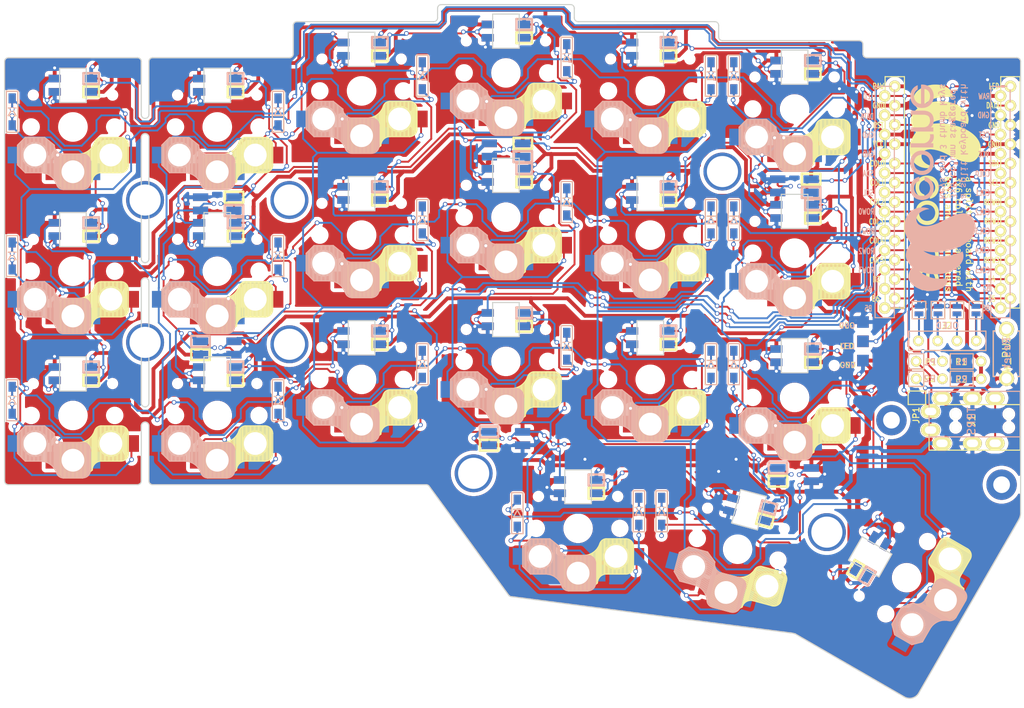
<source format=kicad_pcb>
(kicad_pcb (version 20221018) (generator pcbnew)
  (title_block (title "Corne Chocolate") (date "2018-11-17") (rev "2.1") (company "foostan"))
  (layers (0 "F.Cu" signal) (31 "B.Cu" signal) (34 "B.Paste" user) (35 "F.Paste" user) (36 "B.SilkS" user "B.Silkscreen") (37 "F.SilkS" user "F.Silkscreen") (38 "B.Mask" user) (39 "F.Mask" user) (44 "Edge.Cuts" user))
  (net 0 "")
  (net 1 "row0")
  (net 2 "row1")
  (net 3 "row2")
  (net 4 "row3")
  (net 5 "GND")
  (net 6 "VCC")
  (net 7 "col0")
  (net 8 "col1")
  (net 9 "col2")
  (net 10 "col3")
  (net 11 "col4")
  (net 12 "col5")
  (net 13 "LED")
  (net 14 "data")
  (net 15 "Net-(D1-A)")
  (net 16 "Net-(D2-A)")
  (net 17 "Net-(D3-A)")
  (net 18 "Net-(D4-A)")
  (net 19 "Net-(D5-A)")
  (net 20 "Net-(D6-A)")
  (net 21 "Net-(D7-A)")
  (net 22 "Net-(D8-A)")
  (net 23 "Net-(D9-A)")
  (net 24 "Net-(D10-A)")
  (net 25 "Net-(D11-A)")
  (net 26 "Net-(D12-A)")
  (net 27 "reset")
  (net 28 "SCL")
  (net 29 "SDA")
  (net 30 "Net-(D13-A)")
  (net 31 "Net-(D14-A)")
  (net 32 "Net-(D15-A)")
  (net 33 "Net-(D16-A)")
  (net 34 "Net-(D17-A)")
  (net 35 "Net-(D18-A)")
  (net 36 "Net-(D19-A)")
  (net 37 "Net-(D20-A)")
  (net 38 "Net-(D21-A)")
  (net 39 "Net-(P1-Pin_1)")
  (net 40 "Net-(P2-Pin_1)")
  (net 41 "Net-(J2-Pin_1)")
  (net 42 "Net-(J2-Pin_2)")
  (net 43 "Net-(J2-Pin_3)")
  (net 44 "Net-(J2-Pin_4)")
  (net 45 "Net-(L1-DOUT)")
  (net 46 "Net-(L1-DIN)")
  (net 47 "Net-(L2-DIN)")
  (net 48 "Net-(L3-DOUT)")
  (net 49 "Net-(L3-DIN)")
  (net 50 "Net-(L10-DOUT)")
  (net 51 "Net-(L11-DIN)")
  (net 52 "Net-(L5-DIN)")
  (net 53 "Net-(L12-DOUT)")
  (net 54 "Net-(L13-DIN)")
  (net 55 "Net-(L14-DOUT)")
  (net 56 "Net-(L15-DIN)")
  (net 57 "Net-(L10-DIN)")
  (net 58 "Net-(L11-DOUT)")
  (net 59 "Net-(L12-DIN)")
  (net 60 "unconnected-(L13-DOUT-Pad1)")
  (net 61 "Net-(L14-DIN)")
  (net 62 "Net-(L16-DIN)")
  (net 63 "Net-(L17-DOUT)")
  (net 64 "Net-(L18-DIN)")
  (net 65 "Net-(L19-DIN)")
  (net 66 "Net-(L21-DIN)")
  (net 67 "Net-(L22-DIN)")
  (net 68 "Net-(L22-DOUT)")
  (net 69 "Net-(L23-DIN)")
  (net 70 "Net-(L25-DOUT)")
  (net 71 "Net-(L26-DOUT)")
  (net 72 "unconnected-(U1-B4-Pad11)")
  (net 73 "unconnected-(U1-B5-Pad12)")
  (net 74 "unconnected-(U1-B6-Pad13)")
  (net 75 "unconnected-(U1-B2-Pad14)")
  (net 76 "unconnected-(U1-RAW-Pad24)")
  (footprint "corne-chocolate:D3_SMD" (layer "F.Cu") (at 62 75.125 -90)
    (fp_text reference "D1" hide)
    (fp_text value "D" hide)
  )
  (footprint "corne-chocolate:D3_SMD" (layer "F.Cu") (at 97 75.125 -90)
    (fp_text reference "D2" hide)
    (fp_text value "D" hide)
  )
  (footprint "corne-chocolate:D3_SMD" (layer "F.Cu") (at 116 70.375 -90)
    (fp_text reference "D3" hide)
    (fp_text value "D" hide)
  )
  (footprint "corne-chocolate:D3_SMD" (layer "F.Cu") (at 135 68 -90)
    (fp_text reference "D4" hide)
    (fp_text value "D" hide)
  )
  (footprint "corne-chocolate:D3_SMD" (layer "F.Cu") (at 154 70.375 -90)
    (fp_text reference "D5" hide)
    (fp_text value "D" hide)
  )
  (footprint "corne-chocolate:D3_SMD" (layer "F.Cu") (at 157 70.375 -90)
    (fp_text reference "D6" hide)
    (fp_text value "D" hide)
  )
  (footprint "corne-chocolate:D3_SMD" (layer "F.Cu") (at 62 94.125 -90)
    (fp_text reference "D7" hide)
    (fp_text value "D" hide)
  )
  (footprint "corne-chocolate:D3_SMD" (layer "F.Cu") (at 97 94.125 -90)
    (fp_text reference "D8" hide)
    (fp_text value "D" hide)
  )
  (footprint "corne-chocolate:D3_SMD" (layer "F.Cu") (at 116 89.375 -90)
    (fp_text reference "D9" hide)
    (fp_text value "D" hide)
  )
  (footprint "corne-chocolate:D3_SMD" (layer "F.Cu") (at 135 87 -90)
    (fp_text reference "D10" hide)
    (fp_text value "D" hide)
  )
  (footprint "corne-chocolate:D3_SMD" (layer "F.Cu") (at 154 89.375 -90)
    (fp_text reference "D11" hide)
    (fp_text value "D" hide)
  )
  (footprint "corne-chocolate:D3_SMD" (layer "F.Cu") (at 157 89.375 -90)
    (fp_text reference "D12" hide)
    (fp_text value "D" hide)
  )
  (footprint "corne-chocolate:D3_SMD" (layer "F.Cu") (at 62 113.125 -90)
    (fp_text reference "D13" hide)
    (fp_text value "D" hide)
  )
  (footprint "corne-chocolate:D3_SMD" (layer "F.Cu") (at 97 113.125 -90)
    (fp_text reference "D14" hide)
    (fp_text value "D" hide)
  )
  (footprint "corne-chocolate:D3_SMD" (layer "F.Cu") (at 116 108.375 -90)
    (fp_text reference "D15" hide)
    (fp_text value "D" hide)
  )
  (footprint "corne-chocolate:D3_SMD" (layer "F.Cu") (at 135 106 -90)
    (fp_text reference "D16" hide)
    (fp_text value "D" hide)
  )
  (footprint "corne-chocolate:D3_SMD" (layer "F.Cu") (at 154 108.375 -90)
    (fp_text reference "D17" hide)
    (fp_text value "D" hide)
  )
  (footprint "corne-chocolate:D3_SMD" (layer "F.Cu") (at 157 108.375 -90)
    (fp_text reference "D18" hide)
    (fp_text value "D" hide)
  )
  (footprint "corne-chocolate:D3_SMD" (layer "F.Cu") (at 128.5 128 -90)
    (fp_text reference "D19" hide)
    (fp_text value "D" hide)
  )
  (footprint "corne-chocolate:D3_SMD" (layer "F.Cu") (at 144.5 127.75 -90)
    (fp_text reference "D20" hide)
    (fp_text value "D" hide)
  )
  (footprint "corne-chocolate:D3_SMD" (layer "F.Cu") (at 147.5 127.75 -90)
    (fp_text reference "D21" hide)
    (fp_text value "D" hide)
  )
  (footprint "kbd:SK6812MINI_rev" (layer "F.Cu") (at 70 71.625)
    (fp_text reference "L1" hide)
    (fp_text value "SK6812MINI" hide)
  )
  (footprint "kbd:SK6812MINI_rev" (layer "F.Cu") (at 89 71.625)
    (fp_text reference "L2" hide)
    (fp_text value "SK6812MINI" hide)
  )
  (footprint "kbd:SK6812MINI_rev" (layer "F.Cu") (at 108 66.875)
    (fp_text reference "L3" hide)
    (fp_text value "SK6812MINI" hide)
  )
  (footprint "kbd:SK6812MINI_rev" (layer "F.Cu") (at 127 64.5)
    (fp_text reference "L4" hide)
    (fp_text value "SK6812MINI" hide)
  )
  (footprint "kbd:SK6812MINI_rev" (layer "F.Cu") (at 146 66.875)
    (fp_text reference "L5" hide)
    (fp_text value "SK6812MINI" hide)
  )
  (footprint "kbd:SK6812MINI_rev" (layer "F.Cu") (at 165 69.25)
    (fp_text reference "L6" hide)
    (fp_text value "SK6812MINI" hide)
  )
  (footprint "kbd:SK6812MINI_rev" (layer "F.Cu") (at 70 90.625)
    (fp_text reference "L7" hide)
    (fp_text value "SK6812MINI" hide)
  )
  (footprint "kbd:SK6812MINI_rev" (layer "F.Cu") (at 89 90.625)
    (fp_text reference "L8" hide)
    (fp_text value "SK6812MINI" hide)
  )
  (footprint "kbd:SK6812MINI_rev" (layer "F.Cu") (at 108 85.875)
    (fp_text reference "L9" hide)
    (fp_text value "SK6812MINI" hide)
  )
  (footprint "kbd:SK6812MINI_rev" (layer "F.Cu") (at 127 83.5)
    (fp_text reference "L10" hide)
    (fp_text value "SK6812MINI" hide)
  )
  (footprint "kbd:SK6812MINI_rev" (layer "F.Cu") (at 146 85.875)
    (fp_text reference "L11" hide)
    (fp_text value "SK6812MINI" hide)
  )
  (footprint "kbd:SK6812MINI_rev" (layer "F.Cu") (at 165 88.25)
    (fp_text reference "L12" hide)
    (fp_text value "SK6812MINI" hide)
  )
  (footprint "kbd:SK6812MINI_rev" (layer "F.Cu") (at 70 109.625)
    (fp_text reference "L13" hide)
    (fp_text value "SK6812MINI" hide)
  )
  (footprint "kbd:SK6812MINI_rev" (layer "F.Cu") (at 89 109.625)
    (fp_text reference "L14" hide)
    (fp_text value "SK6812MINI" hide)
  )
  (footprint "kbd:SK6812MINI_rev" (layer "F.Cu") (at 108 104.875)
    (fp_text reference "L15" hide)
    (fp_text value "SK6812MINI" hide)
  )
  (footprint "kbd:SK6812MINI_rev" (layer "F.Cu") (at 127 102.5)
    (fp_text reference "L16" hide)
    (fp_text value "SK6812MINI" hide)
  )
  (footprint "kbd:SK6812MINI_rev" (layer "F.Cu") (at 146 104.875)
    (fp_text reference "L17" hide)
    (fp_text value "SK6812MINI" hide)
  )
  (footprint "kbd:SK6812MINI_rev" (layer "F.Cu") (at 165 107.25)
    (fp_text reference "L18" hide)
    (fp_text value "SK6812MINI" hide)
  )
  (footprint "kbd:SK6812MINI_rev" (layer "F.Cu") (at 136.5 124.5)
    (fp_text reference "L19" hide)
    (fp_text value "SK6812MINI" hide)
  )
  (footprint "kbd:SK6812MINI_rev" (layer "F.Cu") (at 159 127.5 -15)
    (fp_text reference "L20" hide)
    (fp_text value "SK6812MINI" hide)
  )
  (footprint "kbd:SK6812MINI_rev" (layer "F.Cu") (at 175 133.75 -120)
    (fp_text reference "L21" hide)
    (fp_text value "SK6812MINI" hide)
  )
  (footprint "corne-chocolate:Choc_Hotswap" (layer "F.Cu") (at 70 77.125 180)
    (fp_text reference "SW1" hide)
    (fp_text value "SW_PUSH" hide)
  )
  (footprint "corne-chocolate:Choc_Hotswap" (layer "F.Cu") (at 89 77.125 180)
    (fp_text reference "SW2" hide)
    (fp_text value "SW_PUSH" hide)
  )
  (footprint "corne-chocolate:Choc_Hotswap" (layer "F.Cu") (at 108 72.375 180)
    (fp_text reference "SW3" hide)
    (fp_text value "SW_PUSH" hide)
  )
  (footprint "corne-chocolate:Choc_Hotswap" (layer "F.Cu") (at 127 70 180)
    (fp_text reference "SW4" hide)
    (fp_text value "SW_PUSH" hide)
  )
  (footprint "corne-chocolate:Choc_Hotswap" (layer "F.Cu") (at 146 72.375 180)
    (fp_text reference "SW5" hide)
    (fp_text value "SW_PUSH" hide)
  )
  (footprint "corne-chocolate:Choc_Hotswap" (layer "F.Cu") (at 165 74.75 180)
    (fp_text reference "SW6" hide)
    (fp_text value "SW_PUSH" hide)
  )
  (footprint "corne-chocolate:Choc_Hotswap" (layer "F.Cu") (at 70 96.125 180)
    (fp_text reference "SW7" hide)
    (fp_text value "SW_PUSH" hide)
  )
  (footprint "corne-chocolate:Choc_Hotswap" (layer "F.Cu") (at 89 96.125 180)
    (fp_text reference "SW8" hide)
    (fp_text value "SW_PUSH" hide)
  )
  (footprint "corne-chocolate:Choc_Hotswap" (layer "F.Cu") (at 108 91.375 180)
    (fp_text reference "SW9" hide)
    (fp_text value "SW_PUSH" hide)
  )
  (footprint "corne-chocolate:Choc_Hotswap" (layer "F.Cu") (at 127 89 180)
    (fp_text reference "SW10" hide)
    (fp_text value "SW_PUSH" hide)
  )
  (footprint "corne-chocolate:Choc_Hotswap" (layer "F.Cu") (at 146 91.375 180)
    (fp_text reference "SW11" hide)
    (fp_text value "SW_PUSH" hide)
  )
  (footprint "corne-chocolate:Choc_Hotswap" (layer "F.Cu") (at 165 93.75 180)
    (fp_text reference "SW12" hide)
    (fp_text value "SW_PUSH" hide)
  )
  (footprint "corne-chocolate:Choc_Hotswap" (layer "F.Cu") (at 70 115.125 180)
    (fp_text reference "SW13" hide)
    (fp_text value "SW_PUSH" hide)
  )
  (footprint "corne-chocolate:Choc_Hotswap" (layer "F.Cu") (at 89 115.125 180)
    (fp_text reference "SW14" hide)
    (fp_text value "SW_PUSH" hide)
  )
  (footprint "corne-chocolate:Choc_Hotswap" (layer "F.Cu") (at 108 110.375 180)
    (fp_text reference "SW15" hide)
    (fp_text value "SW_PUSH" hide)
  )
  (footprint "corne-chocolate:Choc_Hotswap" (layer "F.Cu") (at 127 108 180)
    (fp_text reference "SW16" hide)
    (fp_text value "SW_PUSH" hide)
  )
  (footprint "corne-chocolate:Choc_Hotswap" (layer "F.Cu") (at 146 110.375 180)
    (fp_text reference "SW17" hide)
    (fp_text value "SW_PUSH" hide)
  )
  (footprint "corne-chocolate:Choc_Hotswap" (layer "F.Cu") (at 165 112.75 180)
    (fp_text reference "SW18" hide)
    (fp_text value "SW_PUSH" hide)
  )
  (footprint "corne-chocolate:Choc_Hotswap" (layer "F.Cu") (at 136.5 130 180)
    (fp_text reference "SW19" hide)
    (fp_text value "SW_PUSH" hide)
  )
  (footprint "corne-chocolate:Choc_Hotswap" (layer "F.Cu") (at 157.5 132.75 165)
    (fp_text reference "SW20" hide)
    (fp_text value "SW_PUSH" hide)
  )
  (footprint "kbd:Jumper" (layer "F.Cu") (at 188.875 101.25 -90)
    (fp_text reference "JP2" hide)
    (fp_text value " ")
  )
  (footprint "kbd:Jumper" (layer "F.Cu") (at 186.375 101.25 -90)
    (fp_text reference "JP3" hide)
    (fp_text value " ")
  )
  (footprint "kbd:Jumper" (layer "F.Cu") (at 183.875 101.25 -90)
    (fp_text reference "JP4" hide)
    (fp_text value " ")
  )
  (footprint "kbd:Jumper" (layer "F.Cu") (at 181.375 101.25 -90)
    (fp_text reference "JP5" hide)
    (fp_text value " ")
  )
  (footprint "kbd:ProMicro_v2" (layer "F.Cu") (at 185.75 86.25)
    (fp_text reference "U1" hide)
    (fp_text value "ProMicro" hide)
  )
  (footprint "kbd:LEGO_HOLE" (layer "F.Cu") (at 177.75 115.75)
    (fp_text reference "")
    (fp_text value "")
  )
  (footprint "kbd:LEGO_HOLE" (layer "F.Cu") (at 192.25 124.25)
    (fp_text reference "")
    (fp_text value "")
  )
  (footprint "kbd:LEGO_HOLE" (layer "F.Cu") (at 79.5 86.75)
    (fp_text reference "")
    (fp_text value "")
  )
  (footprint "kbd:LEGO_HOLE" (layer "F.Cu") (at 79.5 105.5)
    (fp_text reference "")
    (fp_text value "")
  )
  (footprint "kbd:LEGO_HOLE" (layer "F.Cu") (at 98.5 86.75)
    (fp_text reference "")
    (fp_text value "")
  )
  (footprint "kbd:LEGO_HOLE" (layer "F.Cu") (at 98.5 105.75)
    (fp_text reference "")
    (fp_text value "")
  )
  (footprint "kbd:LEGO_HOLE" (layer "F.Cu") (at 155.5 83)
    (fp_text reference "")
    (fp_text value "")
  )
  (footprint "kbd:LEGO_HOLE" (layer "F.Cu") (at 122.75 122.75)
    (fp_text reference "")
    (fp_text value "")
  )
  (footprint "kbd:LEGO_HOLE" (layer "F.Cu") (at 169.25 130.5)
    (fp_text reference "")
    (fp_text value "")
  )
  (footprint "kbd:StripLED_rev" (layer "F.Cu") (at 174 107.9 180)
    (fp_text reference "J3" hide)
    (fp_text value "LED" hide)
  )
  (footprint "kbd:JPC2" (layer "F.Cu") (at 181.1 112.8)
    (fp_text reference "JP1")
    (fp_text value " " hide)
  )
  (footprint "kbd:OLED" (layer "F.Cu") (at 181.3 105.3)
    (fp_text reference "J2")
    (fp_text value "OLED" hide)
  )
  (footprint "kbd:MJ-4PP-9" (layer "F.Cu") (at 194.7 116.7 -90)
    (fp_text reference "J1")
    (fp_text value "MJ-4PP-9" hide)
  )
  (footprint "kbd:ResetSW" (layer "F.Cu") (at 192.9 107 90)
    (fp_text reference "RSW1" hide)
    (fp_text value "SW_PUSH")
  )
  (footprint "kbd:SK6812MINI_underglow_rev" (layer "F.Cu") (at 127.02 80.16)
    (fp_text reference "L23" hide)
    (fp_text value "SK6812MINI" hide)
  )
  (footprint "kbd:SK6812MINI_underglow_rev" (layer "F.Cu") (at 164.97 84.88)
    (fp_text reference "L24" hide)
    (fp_text value "SK6812MINI" hide)
  )
  (footprint "kbd:SK6812MINI_underglow_rev" (layer "F.Cu") (at 126.99 118.17 180)
    (fp_text reference "L26" hide)
    (fp_text value "SK6812MINI" hide)
  )
  (footprint "kbd:SK6812MINI_underglow_rev" (layer "F.Cu") (at 165.01 122.92 180)
    (fp_text reference "L27" hide)
    (fp_text value "SK6812MINI" hide)
  )
  (footprint "kbd:corne" (layer "F.Cu") (at 184.7 85.225 -90)
    (fp_text reference "G***" hide)
    (fp_text value "LOGO" hide)
  )
  (footprint "corne-chocolate:Choc_Hotswap_1.5u" (layer "F.Cu") (at 179.75 136.5 -120)
    (fp_text reference "SW21" hide)
    (fp_text value "SW_PUSH" hide)
  )
  (footprint "kbd:R" (layer "F.Cu") (at 187 110.3 180)
    (fp_text reference "R2")
    (fp_text value "R" hide)
  )
  (footprint "kbd:R" (layer "F.Cu") (at 187 108 180)
    (fp_text reference "R1")
    (fp_text value "R" hide)
  )
  (footprint "kbd:1pin_conn" (layer "F.Cu") (at 181 108)
    (fp_text reference "P1")
    (fp_text value "i2c-pin" hide)
  )
  (footprint "kbd:1pin_conn" (layer "F.Cu") (at 181 110.3)
    (fp_text reference "P2")
    (fp_text value "i2c-pin" hide)
  )
  (footprint "kbd:SK6812MINI_underglow_rev" (layer "F.Cu") (at 89 87.25)
    (fp_text reference "L22" hide)
    (fp_text value "SK6812MINI" hide)
  )
  (footprint "kbd:SK6812MINI_underglow_rev" (layer "F.Cu") (at 89 106.24 180)
    (fp_text reference "L25" hide)
    (fp_text value "SK6812MINI" hide)
  )
  (footprint "kbd:Jumper" (layer "B.Cu") (at 188.875 101.25 -90)
    (fp_text reference "JP6" hide)
    (fp_text value " ")
  )
  (footprint "kbd:Jumper" (layer "B.Cu") (at 186.375 101.25 -90)
    (fp_text reference "JP7" hide)
    (fp_text value " ")
  )
  (footprint "kbd:Jumper" (layer "B.Cu") (at 183.875 101.25 -90)
    (fp_text reference "JP8" hide)
    (fp_text value " ")
  )
  (footprint "kbd:Jumper" (layer "B.Cu") (at 181.375 101.25 -90)
    (fp_text reference "JP9" hide)
    (fp_text value " ")
  )
  (footprint "kbd:corne" (layer "B.Cu") (at 184.025 85.05 90)
    (fp_text reference "G***" hide)
    (fp_text value "LOGO" hide)
  )
  (gr_line (start 87.25 69.4) (end 87.25 73.9) (stroke (width 0.15)) (layer "Edge.Cuts"))
  (gr_line (start 87.25 73.9) (end 90.75 73.9) (stroke (width 0.15)) (layer "Edge.Cuts"))
  (gr_line (start 90.75 73.9) (end 90.75 69.4) (stroke (width 0.15)) (layer "Edge.Cuts"))
  (gr_line (start 90.75 69.4) (end 87.25 69.4) (stroke (width 0.15)) (layer "Edge.Cuts"))
  (gr_line (start 68.25 88.4) (end 68.25 92.9) (stroke (width 0.15)) (layer "Edge.Cuts"))
  (gr_line (start 68.25 92.9) (end 71.75 92.9) (stroke (width 0.15)) (layer "Edge.Cuts"))
  (gr_line (start 71.75 92.9) (end 71.75 88.4) (stroke (width 0.15)) (layer "Edge.Cuts"))
  (gr_line (start 71.75 88.4) (end 68.25 88.4) (stroke (width 0.15)) (layer "Edge.Cuts"))
  (gr_line (start 87.25 88.4) (end 87.25 92.9) (stroke (width 0.15)) (layer "Edge.Cuts"))
  (gr_line (start 87.25 92.9) (end 90.75 92.9) (stroke (width 0.15)) (layer "Edge.Cuts"))
  (gr_line (start 90.75 92.9) (end 90.75 88.4) (stroke (width 0.15)) (layer "Edge.Cuts"))
  (gr_line (start 90.75 88.4) (end 87.25 88.4) (stroke (width 0.15)) (layer "Edge.Cuts"))
  (gr_line (start 68.25 107.4) (end 68.25 111.9) (stroke (width 0.15)) (layer "Edge.Cuts"))
  (gr_line (start 68.25 111.9) (end 71.75 111.9) (stroke (width 0.15)) (layer "Edge.Cuts"))
  (gr_line (start 71.75 111.9) (end 71.75 107.4) (stroke (width 0.15)) (layer "Edge.Cuts"))
  (gr_line (start 71.75 107.4) (end 68.25 107.4) (stroke (width 0.15)) (layer "Edge.Cuts"))
  (gr_line (start 87.25 107.4) (end 87.25 111.9) (stroke (width 0.15)) (layer "Edge.Cuts"))
  (gr_line (start 87.25 111.9) (end 90.75 111.9) (stroke (width 0.15)) (layer "Edge.Cuts"))
  (gr_line (start 90.75 111.9) (end 90.75 107.4) (stroke (width 0.15)) (layer "Edge.Cuts"))
  (gr_line (start 90.75 107.4) (end 87.25 107.4) (stroke (width 0.15)) (layer "Edge.Cuts"))
  (gr_line (start 106.25 64.65) (end 106.25 69.15) (stroke (width 0.15)) (layer "Edge.Cuts"))
  (gr_line (start 106.25 69.15) (end 109.75 69.15) (stroke (width 0.15)) (layer "Edge.Cuts"))
  (gr_line (start 109.75 69.15) (end 109.75 64.65) (stroke (width 0.15)) (layer "Edge.Cuts"))
  (gr_line (start 109.75 64.65) (end 106.25 64.65) (stroke (width 0.15)) (layer "Edge.Cuts"))
  (gr_line (start 125.25 62.25) (end 125.25 66.75) (stroke (width 0.15)) (layer "Edge.Cuts"))
  (gr_line (start 125.25 66.75) (end 128.75 66.75) (stroke (width 0.15)) (layer "Edge.Cuts"))
  (gr_line (start 128.75 66.75) (end 128.75 62.25) (stroke (width 0.15)) (layer "Edge.Cuts"))
  (gr_line (start 128.75 62.25) (end 125.25 62.25) (stroke (width 0.15)) (layer "Edge.Cuts"))
  (gr_line (start 144.25 64.65) (end 144.25 69.15) (stroke (width 0.15)) (layer "Edge.Cuts"))
  (gr_line (start 144.25 69.15) (end 147.75 69.15) (stroke (width 0.15)) (layer "Edge.Cuts"))
  (gr_line (start 147.75 69.15) (end 147.75 64.65) (stroke (width 0.15)) (layer "Edge.Cuts"))
  (gr_line (start 147.75 64.65) (end 144.25 64.65) (stroke (width 0.15)) (layer "Edge.Cuts"))
  (gr_line (start 163.25 67) (end 163.25 71.5) (stroke (width 0.15)) (layer "Edge.Cuts"))
  (gr_line (start 163.25 71.5) (end 166.75 71.5) (stroke (width 0.15)) (layer "Edge.Cuts"))
  (gr_line (start 166.75 71.5) (end 166.75 67) (stroke (width 0.15)) (layer "Edge.Cuts"))
  (gr_line (start 166.75 67) (end 163.25 67) (stroke (width 0.15)) (layer "Edge.Cuts"))
  (gr_line (start 106.25 83.65) (end 106.25 88.15) (stroke (width 0.15)) (layer "Edge.Cuts"))
  (gr_line (start 106.25 88.15) (end 109.75 88.15) (stroke (width 0.15)) (layer "Edge.Cuts"))
  (gr_line (start 109.75 88.15) (end 109.75 83.65) (stroke (width 0.15)) (layer "Edge.Cuts"))
  (gr_line (start 109.75 83.65) (end 106.25 83.65) (stroke (width 0.15)) (layer "Edge.Cuts"))
  (gr_line (start 125.25 81.25) (end 125.25 85.75) (stroke (width 0.15)) (layer "Edge.Cuts"))
  (gr_line (start 125.25 85.75) (end 128.75 85.75) (stroke (width 0.15)) (layer "Edge.Cuts"))
  (gr_line (start 128.75 85.75) (end 128.75 81.25) (stroke (width 0.15)) (layer "Edge.Cuts"))
  (gr_line (start 128.75 81.25) (end 125.25 81.25) (stroke (width 0.15)) (layer "Edge.Cuts"))
  (gr_line (start 144.25 83.65) (end 144.25 88.15) (stroke (width 0.15)) (layer "Edge.Cuts"))
  (gr_line (start 144.25 88.15) (end 147.75 88.15) (stroke (width 0.15)) (layer "Edge.Cuts"))
  (gr_line (start 147.75 88.15) (end 147.75 83.65) (stroke (width 0.15)) (layer "Edge.Cuts"))
  (gr_line (start 147.75 83.65) (end 144.25 83.65) (stroke (width 0.15)) (layer "Edge.Cuts"))
  (gr_line (start 163.25 86) (end 163.25 90.5) (stroke (width 0.15)) (layer "Edge.Cuts"))
  (gr_line (start 163.25 90.5) (end 166.75 90.5) (stroke (width 0.15)) (layer "Edge.Cuts"))
  (gr_line (start 166.75 90.5) (end 166.75 86) (stroke (width 0.15)) (layer "Edge.Cuts"))
  (gr_line (start 166.75 86) (end 163.25 86) (stroke (width 0.15)) (layer "Edge.Cuts"))
  (gr_line (start 106.25 102.65) (end 106.25 107.15) (stroke (width 0.15)) (layer "Edge.Cuts"))
  (gr_line (start 106.25 107.15) (end 109.75 107.15) (stroke (width 0.15)) (layer "Edge.Cuts"))
  (gr_line (start 109.75 107.15) (end 109.75 102.65) (stroke (width 0.15)) (layer "Edge.Cuts"))
  (gr_line (start 109.75 102.65) (end 106.25 102.65) (stroke (width 0.15)) (layer "Edge.Cuts"))
  (gr_line (start 125.25 100.25) (end 125.25 104.75) (stroke (width 0.15)) (layer "Edge.Cuts"))
  (gr_line (start 125.25 104.75) (end 128.75 104.75) (stroke (width 0.15)) (layer "Edge.Cuts"))
  (gr_line (start 128.75 104.75) (end 128.75 100.25) (stroke (width 0.15)) (layer "Edge.Cuts"))
  (gr_line (start 128.75 100.25) (end 125.25 100.25) (stroke (width 0.15)) (layer "Edge.Cuts"))
  (gr_line (start 144.25 102.65) (end 144.25 107.15) (stroke (width 0.15)) (layer "Edge.Cuts"))
  (gr_line (start 144.25 107.15) (end 147.75 107.15) (stroke (width 0.15)) (layer "Edge.Cuts"))
  (gr_line (start 147.75 107.15) (end 147.75 102.65) (stroke (width 0.15)) (layer "Edge.Cuts"))
  (gr_line (start 147.75 102.65) (end 144.25 102.65) (stroke (width 0.15)) (layer "Edge.Cuts"))
  (gr_line (start 163.25 105) (end 163.25 109.5) (stroke (width 0.15)) (layer "Edge.Cuts"))
  (gr_line (start 163.25 109.5) (end 166.75 109.5) (stroke (width 0.15)) (layer "Edge.Cuts"))
  (gr_line (start 166.75 109.5) (end 166.75 105) (stroke (width 0.15)) (layer "Edge.Cuts"))
  (gr_line (start 166.75 105) (end 163.25 105) (stroke (width 0.15)) (layer "Edge.Cuts"))
  (gr_line (start 134.75 122.3) (end 134.75 126.75) (stroke (width 0.15)) (layer "Edge.Cuts"))
  (gr_line (start 134.75 126.75) (end 138.25 126.75) (stroke (width 0.15)) (layer "Edge.Cuts"))
  (gr_line (start 138.25 126.75) (end 138.25 122.3) (stroke (width 0.15)) (layer "Edge.Cuts"))
  (gr_line (start 138.25 122.3) (end 134.75 122.3) (stroke (width 0.15)) (layer "Edge.Cuts"))
  (gr_line (start 157.9 124.9) (end 156.7 129.3) (stroke (width 0.15)) (layer "Edge.Cuts"))
  (gr_line (start 156.7 129.3) (end 160.1 130.2) (stroke (width 0.15)) (layer "Edge.Cuts"))
  (gr_line (start 160.1 130.2) (end 161.3 125.8) (stroke (width 0.15)) (layer "Edge.Cuts"))
  (gr_line (start 161.3 125.8) (end 157.9 124.9) (stroke (width 0.15)) (layer "Edge.Cuts"))
  (gr_line (start 116.5 124.25) (end 80.5 124.25) (stroke (width 0.15)) (layer "Edge.Cuts"))
  (gr_line (start 80 94.5) (end 80 78.5) (stroke (width 0.15)) (layer "Edge.Cuts"))
  (gr_line (start 80 97.5) (end 80 113.5) (stroke (width 0.15)) (layer "Edge.Cuts"))
  (gr_line (start 194.75 68.5) (end 194.75 127.975) (stroke (width 0.15)) (layer "Edge.Cuts"))
  (gr_arc (start 79 123.75) (mid 78.853553 124.103553) (end 78.5 124.25) (stroke (width 0.15)) (layer "Edge.Cuts"))
  (gr_arc (start 79.5 95) (mid 79.146447 94.853553) (end 79 94.5) (stroke (width 0.15)) (layer "Edge.Cuts"))
  (gr_arc (start 78.5 68) (mid 78.853553 68.146447) (end 79 68.5) (stroke (width 0.15)) (layer "Edge.Cuts"))
  (gr_line (start 155 65.25) (end 155 63.75) (stroke (width 0.15)) (layer "Edge.Cuts"))
  (gr_line (start 61 68.5) (end 61 123.75) (stroke (width 0.15)) (layer "Edge.Cuts"))
  (gr_arc (start 194.75 127.975) (mid 194.695218 128.426668) (end 194.522764 128.847696) (stroke (width 0.15)) (layer "Edge.Cuts"))
  (gr_line (start 136 62.75) (end 136 61.5) (stroke (width 0.15)) (layer "Edge.Cuts"))
  (gr_line (start 80 75.5) (end 80 68.5) (stroke (width 0.15)) (layer "Edge.Cuts"))
  (gr_arc (start 194.25 68) (mid 194.603553 68.146447) (end 194.75 68.5) (stroke (width 0.15)) (layer "Edge.Cuts"))
  (gr_arc (start 79.5 114) (mid 79.146447 113.853553) (end 79 113.5) (stroke (width 0.15)) (layer "Edge.Cuts"))
  (gr_line (start 117.5 63.25) (end 99.5 63.25) (stroke (width 0.15)) (layer "Edge.Cuts"))
  (gr_arc (start 79.5 76) (mid 79.146447 75.853553) (end 79 75.5) (stroke (width 0.15)) (layer "Edge.Cuts"))
  (gr_arc (start 99 63.75) (mid 99.146447 63.396447) (end 99.5 63.25) (stroke (width 0.15)) (layer "Edge.Cuts"))
  (gr_line (start 98.5 68) (end 80.5 68) (stroke (width 0.15)) (layer "Edge.Cuts"))
  (gr_arc (start 79 116.5) (mid 79.146447 116.146447) (end 79.5 116) (stroke (width 0.15)) (layer "Edge.Cuts"))
  (gr_arc (start 127.75 139) (mid 127.558658 138.96194) (end 127.396447 138.853553) (stroke (width 0.15)) (layer "Edge.Cuts"))
  (gr_line (start 173.5 65.75) (end 155.5 65.75) (stroke (width 0.15)) (layer "Edge.Cuts"))
  (gr_line (start 165.075 143.9) (end 179.369251 152.160956) (stroke (width 0.15)) (layer "Edge.Cuts"))
  (gr_line (start 78.5 68) (end 61.5 68) (stroke (width 0.15)) (layer "Edge.Cuts"))
  (gr_arc (start 99 67.5) (mid 98.853553 67.853553) (end 98.5 68) (stroke (width 0.15)) (layer "Edge.Cuts"))
  (gr_arc (start 80.5 124.25) (mid 80.146447 124.103553) (end 80 123.75) (stroke (width 0.15)) (layer "Edge.Cuts"))
  (gr_line (start 135.5 61) (end 118.5 61) (stroke (width 0.15)) (layer "Edge.Cuts"))
  (gr_line (start 154.5 63.25) (end 136.5 63.25) (stroke (width 0.15)) (layer "Edge.Cuts"))
  (gr_line (start 176.1 136.4) (end 177.8 133.4) (stroke (width 0.15)) (layer "Edge.Cuts"))
  (gr_arc (start 79.5 97) (mid 79.853553 97.146447) (end 80 97.5) (stroke (width 0.15)) (layer "Edge.Cuts"))
  (gr_line (start 173.9 131.1) (end 172.1 134.2) (stroke (width 0.15)) (layer "Edge.Cuts"))
  (gr_arc (start 181.297263 151.781465) (mid 180.412069 152.371617) (end 179.369251 152.160956) (stroke (width 0.15)) (layer "Edge.Cuts"))
  (gr_arc (start 79.5 78) (mid 79.853553 78.146447) (end 80 78.5) (stroke (width 0.15)) (layer "Edge.Cuts"))
  (gr_arc (start 80 94.5) (mid 79.853553 94.853553) (end 79.5 95) (stroke (width 0.15)) (layer "Edge.Cuts"))
  (gr_line (start 116.853553 124.396447) (end 127.396447 138.853553) (stroke (width 0.15)) (layer "Edge.Cuts"))
  (gr_arc (start 80 75.5) (mid 79.853553 75.853553) (end 79.5 76) (stroke (width 0.15)) (layer "Edge.Cuts"))
  (gr_arc (start 79 78.5) (mid 79.146447 78.146447) (end 79.5 78) (stroke (width 0.15)) (layer "Edge.Cuts"))
  (gr_arc (start 155.5 65.75) (mid 155.146447 65.603553) (end 155 65.25) (stroke (width 0.15)) (layer "Edge.Cuts"))
  (gr_arc (start 79 97.5) (mid 79.146447 97.146447) (end 79.5 97) (stroke (width 0.15)) (layer "Edge.Cuts"))
  (gr_arc (start 135.5 61) (mid 135.853553 61.146447) (end 136 61.5) (stroke (width 0.15)) (layer "Edge.Cuts"))
  (gr_line (start 79 78.5) (end 79 94.5) (stroke (width 0.15)) (layer "Edge.Cuts"))
  (gr_line (start 118 61.5) (end 118 62.75) (stroke (width 0.15)) (layer "Edge.Cuts"))
  (gr_arc (start 173.5 65.75) (mid 173.853553 65.896447) (end 174 66.25) (stroke (width 0.15)) (layer "Edge.Cuts"))
  (gr_arc (start 61 68.5) (mid 61.146447 68.146447) (end 61.5 68) (stroke (width 0.15)) (layer "Edge.Cuts"))
  (gr_line (start 127.75 139) (end 164.420555 143.770344) (stroke (width 0.15)) (layer "Edge.Cuts"))
  (gr_line (start 79 123.75) (end 79 116.5) (stroke (width 0.15)) (layer "Edge.Cuts"))
  (gr_arc (start 154.5 63.25) (mid 154.853553 63.396447) (end 155 63.75) (stroke (width 0.15)) (layer "Edge.Cuts"))
  (gr_line (start 99 63.75) (end 99 67.5) (stroke (width 0.15)) (layer "Edge.Cuts"))
  (gr_line (start 79 68.5) (end 79 75.5) (stroke (width 0.15)) (layer "Edge.Cuts"))
  (gr_line (start 181.297263 151.781465) (end 194.525 128.85) (stroke (width 0.15)) (layer "Edge.Cuts"))
  (gr_line (start 172.1 134.2) (end 176.1 136.4) (stroke (width 0.15)) (layer "Edge.Cuts"))
  (gr_arc (start 118 62.75) (mid 117.853553 63.103553) (end 117.5 63.25) (stroke (width 0.15)) (layer "Edge.Cuts"))
  (gr_line (start 71.75 69.4) (end 68.25 69.4) (stroke (width 0.15)) (layer "Edge.Cuts"))
  (gr_arc (start 61.5 124.25) (mid 61.146447 124.103553) (end 61 123.75) (stroke (width 0.15)) (layer "Edge.Cuts"))
  (gr_line (start 68.25 73.9) (end 71.75 73.9) (stroke (width 0.15)) (layer "Edge.Cuts"))
  (gr_arc (start 164.420555 143.770344) (mid 164.750952 143.819149) (end 165.075 143.9) (stroke (width 0.15)) (layer "Edge.Cuts"))
  (gr_line (start 177.8 133.4) (end 173.9 131.1) (stroke (width 0.15)) (layer "Edge.Cuts"))
  (gr_line (start 61.5 124.25) (end 78.5 124.25) (stroke (width 0.15)) (layer "Edge.Cuts"))
  (gr_line (start 71.75 73.9) (end 71.75 69.4) (stroke (width 0.15)) (layer "Edge.Cuts"))
  (gr_arc (start 80 113.5) (mid 79.853553 113.853553) (end 79.5 114) (stroke (width 0.15)) (layer "Edge.Cuts"))
  (gr_arc (start 116.5 124.25) (mid 116.691342 124.28806) (end 116.853553 124.396447) (stroke (width 0.15)) (layer "Edge.Cuts"))
  (gr_arc (start 136.5 63.25) (mid 136.146447 63.103553) (end 136 62.75) (stroke (width 0.15)) (layer "Edge.Cuts"))
  (gr_line (start 79 113.5) (end 79 97.5) (stroke (width 0.15)) (layer "Edge.Cuts"))
  (gr_arc (start 174.5 68) (mid 174.146447 67.853553) (end 174 67.5) (stroke (width 0.15)) (layer "Edge.Cuts"))
  (gr_arc (start 79.5 116) (mid 79.853553 116.146447) (end 80 116.5) (stroke (width 0.15)) (layer "Edge.Cuts"))
  (gr_line (start 68.25 69.4) (end 68.25 73.9) (stroke (width 0.15)) (layer "Edge.Cuts"))
  (gr_line (start 80 116.5) (end 80 123.75) (stroke (width 0.15)) (layer "Edge.Cuts"))
  (gr_line (start 174 66.25) (end 174 67.5) (stroke (width 0.15)) (layer "Edge.Cuts"))
  (gr_arc (start 118 61.5) (mid 118.146447 61.146447) (end 118.5 61) (stroke (width 0.15)) (layer "Edge.Cuts"))
  (gr_arc (start 80 68.5) (mid 80.146447 68.146447) (end 80.5 68) (stroke (width 0.15)) (layer "Edge.Cuts"))
  (gr_line (start 194.25 68) (end 174.5 68) (stroke (width 0.15)) (layer "Edge.Cuts"))
  (gr_text "VCC" (at 172 108.5) (layer "B.SilkS") (effects (font (size 0.7 0.7) (thickness 0.125)) (justify mirror)))
  (gr_text "GND" (at 171.9 103.3) (layer "B.SilkS") (effects (font (size 0.7 0.7) (thickness 0.125)) (justify mirror)))
  (gr_text "LED" (at 172 106) (layer "B.SilkS") (effects (font (size 0.7 0.7) (thickness 0.125)) (justify mirror)))
  (gr_text "OLED" (at 185.1 103.3) (layer "B.SilkS") (effects (font (size 0.8128 0.8128)) (justify mirror)))
  (gr_text "LED" (at 171.9 106) (layer "F.SilkS") (effects (font (size 0.7 0.7) (thickness 0.125))))
  (gr_text "GND" (at 172 108.5) (layer "F.SilkS") (effects (font (size 0.7 0.7) (thickness 0.125))))
  (gr_text "VCC" (at 171.9 103.3) (layer "F.SilkS") (effects (font (size 0.7 0.7) (thickness 0.125))))
  (segment (start 187.518 88.282) (end 188.788 87.012) (width 0.25) (layer "F.Cu") (net 1))
  (segment (start 188.788 87.012) (end 193.4064 87.012) (width 0.25) (layer "F.Cu") (net 1))
  (segment (start 115.75 69.95) (end 116 69.7) (width 0.25) (layer "F.Cu") (net 1))
  (segment (start 116 69.7) (end 116 68.6) (width 0.25) (layer "F.Cu") (net 1))
  (segment (start 135 67.6) (end 135 66.225) (width 0.25) (layer "F.Cu") (net 1))
  (segment (start 97 74.75) (end 97 73.35) (width 0.25) (layer "F.Cu") (net 1))
  (segment (start 62 74.8) (end 62 73.35) (width 0.25) (layer "F.Cu") (net 1))
  (segment (start 154 70) (end 154 68.6) (width 0.25) (layer "F.Cu") (net 1))
  (segment (start 174.62 86.042) (end 174.62 82.004264) (width 0.25) (layer "F.Cu") (net 1))
  (segment (start 157 68.6) (end 157 70) (width 0.25) (layer "F.Cu") (net 1))
  (segment (start 176.86 88.282) (end 174.62 86.042) (width 0.25) (layer "F.Cu") (net 1))
  (segment (start 174.8 77) (end 174.8 77.592016) (width 0.25) (layer "F.Cu") (net 1))
  (segment (start 174.8 77.592016) (end 174.623487 77.768529) (width 0.25) (layer "F.Cu") (net 1))
  (segment (start 174.62 82.004264) (end 174.62 81.58) (width 0.25) (layer "F.Cu") (net 1))
  (segment (start 176.86 88.282) (end 187.518 88.282) (width 0.25) (layer "F.Cu") (net 1))
  (via (at 154 70) (size 0.6) (drill 0.4) (layers "F.Cu" "B.Cu") (net 1))
  (via (at 174.62 81.58) (size 0.6) (drill 0.4) (layers "F.Cu" "B.Cu") (net 1))
  (via (at 135 67.6) (size 0.6) (drill 0.4) (layers "F.Cu" "B.Cu") (net 1))
  (via (at 157 70) (size 0.6) (drill 0.4) (layers "F.Cu" "B.Cu") (net 1))
  (via (at 97 74.75) (size 0.6) (drill 0.4) (layers "F.Cu" "B.Cu") (net 1))
  (via (at 115.75 69.95) (size 0.6) (drill 0.4) (layers "F.Cu" "B.Cu") (net 1))
  (via (at 174.623487 77.768529) (size 0.6) (drill 0.4) (layers "F.Cu" "B.Cu") (net 1))
  (via (at 174.8 77) (size 0.6) (drill 0.4) (layers "F.Cu" "B.Cu") (net 1))
  (via (at 62 74.8) (size 0.6) (drill 0.4) (layers "F.Cu" "B.Cu") (net 1))
  (segment (start 66.8 76.05) (end 66.8 77.5) (width 0.25) (layer "B.Cu") (net 1))
  (segment (start 66.8 77.5) (end 68.9 79.6) (width 0.25) (layer "B.Cu") (net 1))
  (segment (start 68.9 79.6) (end 71.15 79.6) (width 0.25) (layer "B.Cu") (net 1))
  (segment (start 71.15 79.6) (end 73.1 77.65) (width 0.25) (layer "B.Cu") (net 1))
  (segment (start 73.1 77.65) (end 73.1 76.25) (width 0.25) (layer "B.Cu") (net 1))
  (segment (start 73.1 76.25) (end 73.75 75.6) (width 0.25) (layer "B.Cu") (net 1))
  (segment (start 73.75 75.6) (end 76.2 75.6) (width 0.25) (layer "B.Cu") (net 1))
  (segment (start 76.2 75.6) (end 77.6 77) (width 0.25) (layer "B.Cu") (net 1))
  (segment (start 77.6 77) (end 80.8 77) (width 0.25) (layer "B.Cu") (net 1))
  (segment (start 80.8 77) (end 81.4 76.4) (width 0.25) (layer "B.Cu") (net 1))
  (segment (start 81.4 76.4) (end 81.4 75.2) (width 0.25) (layer "B.Cu") (net 1))
  (segment (start 81.4 75.2) (end 81.6 75) (width 0.25) (layer "B.Cu") (net 1))
  (segment (start 81.6 75) (end 87.4 75) (width 0.25) (layer "B.Cu") (net 1))
  (segment (start 87.4 75) (end 87.9 74.5) (width 0.25) (layer "B.Cu") (net 1))
  (segment (start 87.9 74.5) (end 90.2 74.5) (width 0.25) (layer "B.Cu") (net 1))
  (segment (start 90.2 74.5) (end 90.8 75.1) (width 0.25) (layer "B.Cu") (net 1))
  (segment (start 90.8 75.1) (end 95 75.1) (width 0.25) (layer "B.Cu") (net 1))
  (segment (start 95 75.1) (end 95.25 75.35) (width 0.25) (layer "B.Cu") (net 1))
  (segment (start 97 75.35) (end 95.25 75.35) (width 0.25) (layer "B.Cu") (net 1))
  (segment (start 97.85 75.35) (end 100.8 72.4) (width 0.25) (layer "B.Cu") (net 1))
  (segment (start 100.8 72.4) (end 100.8 71.4) (width 0.25) (layer "B.Cu") (net 1))
  (segment (start 100.8 71.4) (end 101.4 70.8) (width 0.25) (layer "B.Cu") (net 1))
  (segment (start 101.4 70.8) (end 104 70.8) (width 0.25) (layer "B.Cu") (net 1))
  (segment (start 104 70.8) (end 104.9 71.7) (width 0.25) (layer "B.Cu") (net 1))
  (segment (start 104.9 71.7) (end 104.9 72.85) (width 0.25) (layer "B.Cu") (net 1))
  (segment (start 104.9 72.85) (end 106.95 74.9) (width 0.25) (layer "B.Cu") (net 1))
  (segment (start 106.95 74.9) (end 109.1 74.9) (width 0.25) (layer "B.Cu") (net 1))
  (segment (start 109.1 74.9) (end 111 73) (width 0.25) (layer "B.Cu") (net 1))
  (segment (start 111 73) (end 111 71.5) (width 0.25) (layer "B.Cu") (net 1))
  (segment (start 111 71.5) (end 111.7 70.8) (width 0.25) (layer "B.Cu") (net 1))
  (segment (start 111.7 70.8) (end 115.8 70.8) (width 0.25) (layer "B.Cu") (net 1))
  (segment (start 63.7 75.05) (end 62 73.35) (width 0.25) (layer "B.Cu") (net 1))
  (segment (start 115.8 70) (end 115.75 69.95) (width 0.25) (layer "B.Cu") (net 1))
  (segment (start 116 69.7) (end 115.75 69.95) (width 0.25) (layer "B.Cu") (net 1))
  (segment (start 135 68.2) (end 135 67.6) (width 0.25) (layer "B.Cu") (net 1))
  (segment (start 157 70) (end 157.05 70.05) (width 0.25) (layer "B.Cu") (net 1))
  (segment (start 157.05 70.05) (end 157.05 70.6) (width 0.25) (layer "B.Cu") (net 1))
  (segment (start 157.05 70.6) (end 157 70.6) (width 0.25) (layer "B.Cu") (net 1))
  (segment (start 65.8 75.05) (end 63.7 75.05) (width 0.25) (layer "B.Cu") (net 1))
  (segment (start 122.7 68.1) (end 120.8 68.1) (width 0.25) (layer "B.Cu") (net 1))
  (segment (start 115.8 70.8) (end 115.8 70) (width 0.25) (layer "B.Cu") (net 1))
  (segment (start 157 70) (end 157 68.6) (width 0.25) (layer "B.Cu") (net 1))
  (segment (start 97 74.75) (end 97 73.35) (width 0.25) (layer "B.Cu") (net 1))
  (segment (start 144.95 74.9) (end 143.1 73.05) (width 0.25) (layer "B.Cu") (net 1))
  (segment (start 116 70.6) (end 115.8 70.8) (width 0.25) (layer "B.Cu") (net 1))
  (segment (start 161.95 75.75) (end 163.5 77.3) (width 0.25) (layer "B.Cu") (net 1))
  (segment (start 174.8 76.575736) (end 174.8 77) (width 0.25) (layer "B.Cu") (net 1))
  (segment (start 154 70.6) (end 151.063589 70.6) (width 0.25) (layer "B.Cu") (net 1))
  (segment (start 166 77.3) (end 170.03 73.27) (width 0.25) (layer "B.Cu") (net 1))
  (segment (start 146.763589 74.9) (end 144.95 74.9) (width 0.25) (layer "B.Cu") (net 1))
  (segment (start 125.95 72.6) (end 123.8 70.45) (width 0.25) (layer "B.Cu") (net 1))
  (segment (start 62 73.35) (end 62 74.8) (width 0.25) (layer "B.Cu") (net 1))
  (segment (start 130.63 68.75) (end 130.63 68.77) (width 0.25) (layer "B.Cu") (net 1))
  (segment (start 161.95 74.35) (end 161.95 75.75) (width 0.25) (layer "B.Cu") (net 1))
  (segment (start 120.8 68.1) (end 119.5 69.4) (width 0.25) (layer "B.Cu") (net 1))
  (segment (start 117.2 69.4) (end 116 70.6) (width 0.25) (layer "B.Cu") (net 1))
  (segment (start 170.03 73.27) (end 171.375004 73.27) (width 0.25) (layer "B.Cu") (net 1))
  (segment (start 127.9 72.6) (end 125.95 72.6) (width 0.25) (layer "B.Cu") (net 1))
  (segment (start 116 68.6) (end 116 69.7) (width 0.25) (layer "B.Cu") (net 1))
  (segment (start 129.9 69.5) (end 129.9 70.6) (width 0.25) (layer "B.Cu") (net 1))
  (segment (start 174.623487 81.576513) (end 174.62 81.58) (width 0.25) (layer "B.Cu") (net 1))
  (segment (start 171.375004 73.27) (end 173.635002 75.529998) (width 0.25) (layer "B.Cu") (net 1))
  (segment (start 151.063589 70.6) (end 146.763589 74.9) (width 0.25) (layer "B.Cu") (net 1))
  (segment (start 97 75.35) (end 97 74.75) (width 0.25) (layer "B.Cu") (net 1))
  (segment (start 143.1 73.05) (end 143.1 71.15) (width 0.25) (layer "B.Cu") (net 1))
  (segment (start 163.5 77.3) (end 166 77.3) (width 0.25) (layer "B.Cu") (net 1))
  (segment (start 97 75.35) (end 97.85 75.35) (width 0.25) (layer "B.Cu") (net 1))
  (segment (start 136.9 68.2) (end 135 68.2) (width 0.25) (layer "B.Cu") (net 1))
  (segment (start 174.259263 76.034999) (end 174.8 76.575736) (width 0.25) (layer "B.Cu") (net 1))
  (segment (start 173.635002 75.579998) (end 174.090003 76.034999) (width 0.25) (layer "B.Cu") (net 1))
  (segment (start 123.8 70.45) (end 123.8 69.2) (width 0.25) (layer "B.Cu") (net 1))
  (segment (start 154 70) (end 154 68.6) (width 0.25) (layer "B.Cu") (net 1))
  (segment (start 158.2 70.6) (end 161.95 74.35) (width 0.25) (layer "B.Cu") (net 1))
  (segment (start 135 68.2) (end 131.18 68.2) (width 0.25) (layer "B.Cu") (net 1))
  (segment (start 157.05 70.6) (end 158.2 70.6) (width 0.25) (layer "B.Cu") (net 1))
  (segment (start 129.9 70.6) (end 127.9 72.6) (width 0.25) (layer "B.Cu") (net 1))
  (segment (start 154 70.6) (end 157 70.6) (width 0.25) (layer "B.Cu") (net 1))
  (segment (start 174.623487 77.768529) (end 174.623487 81.576513) (width 0.25) (layer "B.Cu") (net 1))
  (segment (start 119.5 69.4) (end 117.2 69.4) (width 0.25) (layer "B.Cu") (net 1))
  (segment (start 174.090003 76.034999) (end 174.259263 76.034999) (width 0.25) (layer "B.Cu") (net 1))
  (segment (start 130.63 68.77) (end 129.9 69.5) (width 0.25) (layer "B.Cu") (net 1))
  (segment (start 66.8 76.05) (end 65.8 75.05) (width 0.25) (layer "B.Cu") (net 1))
  (segment (start 123.8 69.2) (end 122.7 68.1) (width 0.25) (layer "B.Cu") (net 1))
  (segment (start 135 66.225) (end 135 67.6) (width 0.25) (layer "B.Cu") (net 1))
  (segment (start 142.55 70.6) (end 139.3 70.6) (width 0.25) (layer "B.Cu") (net 1))
  (segment (start 154 70.6) (end 154 70) (width 0.25) (layer "B.Cu") (net 1))
  (segment (start 173.635002 75.529998) (end 173.635002 75.579998) (width 0.25) (layer "B.Cu") (net 1))
  (segment (start 131.18 68.2) (end 130.63 68.75) (width 0.25) (layer "B.Cu") (net 1))
  (segment (start 139.3 70.6) (end 136.9 68.2) (width 0.25) (layer "B.Cu") (net 1))
  (segment (start 143.1 71.15) (end 142.55 70.6) (width 0.25) (layer "B.Cu") (net 1))
  (segment (start 121 87.3) (end 119 87.3) (width 0.25) (layer "F.Cu") (net 2))
  (segment (start 139.9 89.5) (end 138.2 89.5) (width 0.25) (layer "F.Cu") (net 2))
  (segment (start 182.478 90.822) (end 183.748 89.552) (width 0.25) (layer "F.Cu") (net 2))
  (segment (start 183.748 89.552) (end 193.4064 89.552) (width 0.25) (layer "F.Cu") (net 2))
  (segment (start 96.95 93.7) (end 97 93.65) (width 0.25) (layer "F.Cu") (net 2))
  (segment (start 97 93.65) (end 97 92.35) (width 0.25) (layer "F.Cu") (net 2))
  (segment (start 116 89.05) (end 116 87.6) (width 0.25) (layer "F.Cu") (net 2))
  (segment (start 135 86.6) (end 135 85.225) (width 0.25) (layer "F.Cu") (net 2))
  (segment (start 154 89.6) (end 157 89.6) (width 0.25) (layer "F.Cu") (net 2))
  (segment (start 98.98 92.91) (end 102.14 89.75) (width 0.25) (layer "F.Cu") (net 2))
  (segment (start 98.98 92.91) (end 98.98 93.53) (width 0.25) (layer "F.Cu") (net 2))
  (segment (start 176.86 90.822) (end 182.478 90.822) (width 0.25) (layer "F.Cu") (net 2))
  (segment (start 82.600001 94.899999) (end 82.600001 95.289987) (width 0.25) (layer "F.Cu") (net 2))
  (segment (start 176.86 90.822) (end 174.407072 90.822) (width 0.25) (layer "F.Cu") (net 2))
  (segment (start 154 87.6) (end 154 89.6) (width 0.25) (layer "F.Cu") (net 2))
  (segment (start 174.407072 90.822) (end 174.185032 90.59996) (width 0.25) (layer "F.Cu") (net 2))
  (segment (start 82.9 94.6) (end 82.600001 94.899999) (width 0.25) (layer "F.Cu") (net 2))
  (segment (start 157 87.6) (end 157 89.6) (width 0.25) (layer "F.Cu") (net 2))
  (segment (start 62 92.35) (end 62 93.8) (width 0.25) (layer "F.Cu") (net 2))
  (segment (start 82.600001 95.289987) (end 80.689988 97.2) (width 0.25) (layer "F.Cu") (net 2))
  (via (at 139.9 89.5) (size 0.6) (drill 0.4) (layers "F.Cu" "B.Cu") (net 2))
  (via (at 96.95 93.7) (size 0.6) (drill 0.4) (layers "F.Cu" "B.Cu") (net 2))
  (via (at 80.689988 97.2) (size 0.6) (drill 0.4) (layers "F.Cu" "B.Cu") (net 2))
  (via (at 157 89.6) (size 0.6) (drill 0.4) (layers "F.Cu" "B.Cu") (net 2))
  (via (at 154 89.6) (size 0.6) (drill 0.4) (layers "F.Cu" "B.Cu") (net 2))
  (via (at 138.2 89.5) (size 0.6) (drill 0.4) (layers "F.Cu" "B.Cu") (net 2))
  (via (at 119 87.3) (size 0.6) (drill 0.4) (layers "F.Cu" "B.Cu") (net 2))
  (via (at 62 93.8) (size 0.6) (drill 0.4) (layers "F.Cu" "B.Cu") (net 2))
  (via (at 82.9 94.6) (size 0.6) (drill 0.4) (layers "F.Cu" "B.Cu") (net 2))
  (via (at 121 87.3) (size 0.6) (drill 0.4) (layers "F.Cu" "B.Cu") (net 2))
  (via (at 135 86.6) (size 0.6) (drill 0.4) (layers "F.Cu" "B.Cu") (net 2))
  (via (at 116 89.05) (size 0.6) (drill 0.4) (layers "F.Cu" "B.Cu") (net 2))
  (via (at 174.185032 90.59996) (size 0.6) (drill 0.4) (layers "F.Cu" "B.Cu") (net 2))
  (via (at 98.98 93.53) (size 0.6) (drill 0.4) (layers "F.Cu" "B.Cu") (net 2))
  (via (at 102.14 89.75) (size 0.6) (drill 0.4) (layers "F.Cu" "B.Cu") (net 2))
  (segment (start 96.65 94.35) (end 95.9 95.1) (width 0.25) (layer "B.Cu") (net 2))
  (segment (start 95.9 95.1) (end 95.7 95.1) (width 0.25) (layer "B.Cu") (net 2))
  (segment (start 95.7 95.1) (end 95.3 94.7) (width 0.25) (layer "B.Cu") (net 2))
  (segment (start 95.3 94.7) (end 93 94.7) (width 0.25) (layer "B.Cu") (net 2))
  (segment (start 93 94.7) (end 92.2 95.5) (width 0.25) (layer "B.Cu") (net 2))
  (segment (start 92.2 95.5) (end 92.2 96.45) (width 0.25) (layer "B.Cu") (net 2))
  (segment (start 92.2 96.45) (end 90 98.65) (width 0.25) (layer "B.Cu") (net 2))
  (segment (start 90 98.65) (end 87.95 98.65) (width 0.25) (layer "B.Cu") (net 2))
  (segment (start 87.95 98.65) (end 86 96.7) (width 0.25) (layer "B.Cu") (net 2))
  (segment (start 86 96.7) (end 86 95.5) (width 0.25) (layer "B.Cu") (net 2))
  (segment (start 86 95.5) (end 85.1 94.6) (width 0.25) (layer "B.Cu") (net 2))
  (segment (start 119 87.3) (end 118.2 88.1) (width 0.25) (layer "B.Cu") (net 2))
  (segment (start 118.2 88.1) (end 118.2 89) (width 0.25) (layer "B.Cu") (net 2))
  (segment (start 118.2 89) (end 117.6 89.6) (width 0.25) (layer "B.Cu") (net 2))
  (segment (start 117.6 89.6) (end 116 89.6) (width 0.25) (layer "B.Cu") (net 2))
  (segment (start 138.2 89.5) (end 135.925 87.225) (width 0.25) (layer "B.Cu") (net 2))
  (segment (start 135 87.225) (end 135.925 87.225) (width 0.25) (layer "B.Cu") (net 2))
  (segment (start 96.95 94.35) (end 96.65 94.35) (width 0.25) (layer "B.Cu") (net 2))
  (segment (start 97 93.65) (end 96.95 93.7) (width 0.25) (layer "B.Cu") (net 2))
  (segment (start 99 93.55) (end 98.2 94.35) (width 0.25) (layer "B.Cu") (net 2))
  (segment (start 98.2 94.35) (end 96.95 94.35) (width 0.25) (layer "B.Cu") (net 2))
  (segment (start 62 93.8) (end 62 92.35) (width 0.25) (layer "B.Cu") (net 2))
  (segment (start 157 89.6) (end 157 87.6) (width 0.25) (layer "B.Cu") (net 2))
  (segment (start 99 93.55) (end 98.98 93.53) (width 0.25) (layer "B.Cu") (net 2))
  (segment (start 149.58 89.88) (end 148.9 90.56) (width 0.25) (layer "B.Cu") (net 2))
  (segment (start 157.7 89.6) (end 159.2 91.1) (width 0.25) (layer "B.Cu") (net 2))
  (segment (start 143.1 92.05) (end 143.1 90.05) (width 0.25) (layer "B.Cu") (net 2))
  (segment (start 145.15 94.1) (end 143.1 92.05) (width 0.25) (layer "B.Cu") (net 2))
  (segment (start 129.9 88.2) (end 129.9 89.7) (width 0.25) (layer "B.Cu") (net 2))
  (segment (start 148.9 92) (end 146.8 94.1) (width 0.25) (layer "B.Cu") (net 2))
  (segment (start 97 92.35) (end 97 93.65) (width 0.25) (layer "B.Cu") (net 2))
  (segment (start 173.684992 91.1) (end 173.885033 90.899959) (width 0.25) (layer "B.Cu") (net 2))
  (segment (start 154 89.6) (end 153.3 89.6) (width 0.25) (layer "B.Cu") (net 2))
  (segment (start 71.345001 98.254999) (end 72.7 96.9) (width 0.25) (layer "B.Cu") (net 2))
  (segment (start 62 92.35) (end 62.725 92.35) (width 0.25) (layer "B.Cu") (net 2))
  (segment (start 115.35 89.95) (end 112.05 89.95) (width 0.25) (layer "B.Cu") (net 2))
  (segment (start 65.15 93.6) (end 67.1 95.55) (width 0.25) (layer "B.Cu") (net 2))
  (segment (start 135 85.225) (end 135 86.6) (width 0.25) (layer "B.Cu") (net 2))
  (segment (start 109.1 93.95) (end 106.95 93.95) (width 0.25) (layer "B.Cu") (net 2))
  (segment (start 80.389989 96.900001) (end 80.689988 97.2) (width 0.25) (layer "B.Cu") (net 2))
  (segment (start 78.289988 94.8) (end 80.389989 96.900001) (width 0.25) (layer "B.Cu") (net 2))
  (segment (start 123.9 88.1) (end 123.1 87.3) (width 0.25) (layer "B.Cu") (net 2))
  (segment (start 135 87.225) (end 135 86.6) (width 0.25) (layer "B.Cu") (net 2))
  (segment (start 85.1 94.6) (end 82.9 94.6) (width 0.25) (layer "B.Cu") (net 2))
  (segment (start 116 89.6) (end 115.7 89.6) (width 0.25) (layer "B.Cu") (net 2))
  (segment (start 129.9 89.7) (end 128.1 91.5) (width 0.25) (layer "B.Cu") (net 2))
  (segment (start 157 89.6) (end 157.7 89.6) (width 0.25) (layer "B.Cu") (net 2))
  (segment (start 62.725 92.35) (end 63.975 93.6) (width 0.25) (layer "B.Cu") (net 2))
  (segment (start 96.95 94.35) (end 96.95 93.7) (width 0.25) (layer "B.Cu") (net 2))
  (segment (start 116 87.6) (end 116 89.05) (width 0.25) (layer "B.Cu") (net 2))
  (segment (start 112.05 89.95) (end 110.45 91.55) (width 0.25) (layer "B.Cu") (net 2))
  (segment (start 104 89.75) (end 102.14 89.75) (width 0.25) (layer "B.Cu") (net 2))
  (segment (start 115.7 89.6) (end 115.35 89.95) (width 0.25) (layer "B.Cu") (net 2))
  (segment (start 110.45 92.6) (end 109.1 93.95) (width 0.25) (layer "B.Cu") (net 2))
  (segment (start 142.55 89.5) (end 139.9 89.5) (width 0.25) (layer "B.Cu") (net 2))
  (segment (start 67.1 95.55) (end 67.1 96.7) (width 0.25) (layer "B.Cu") (net 2))
  (segment (start 68.654999 98.254999) (end 71.345001 98.254999) (width 0.25) (layer "B.Cu") (net 2))
  (segment (start 173.885033 90.899959) (end 174.185032 90.59996) (width 0.25) (layer "B.Cu") (net 2))
  (segment (start 110.45 91.55) (end 110.45 92.6) (width 0.25) (layer "B.Cu") (net 2))
  (segment (start 148.9 90.56) (end 148.9 92) (width 0.25) (layer "B.Cu") (net 2))
  (segment (start 154 89.6) (end 154 87.6) (width 0.25) (layer "B.Cu") (net 2))
  (segment (start 153.02 89.88) (end 149.58 89.88) (width 0.25) (layer "B.Cu") (net 2))
  (segment (start 72.7 96.9) (end 72.7 95.4) (width 0.25) (layer "B.Cu") (net 2))
  (segment (start 105.4 92.4) (end 105.4 91.15) (width 0.25) (layer "B.Cu") (net 2))
  (segment (start 135 87.225) (end 130.875 87.225) (width 0.25) (layer "B.Cu") (net 2))
  (segment (start 73.3 94.8) (end 78.289988 94.8) (width 0.25) (layer "B.Cu") (net 2))
  (segment (start 125.9 91.5) (end 123.9 89.5) (width 0.25) (layer "B.Cu") (net 2))
  (segment (start 128.1 91.5) (end 125.9 91.5) (width 0.25) (layer "B.Cu") (net 2))
  (segment (start 67.1 96.7) (end 68.654999 98.254999) (width 0.25) (layer "B.Cu") (net 2))
  (segment (start 105.4 91.15) (end 104 89.75) (width 0.25) (layer "B.Cu") (net 2))
  (segment (start 72.7 95.4) (end 73.3 94.8) (width 0.25) (layer "B.Cu") (net 2))
  (segment (start 153.3 89.6) (end 153.02 89.88) (width 0.25) (layer "B.Cu") (net 2))
  (segment (start 146.8 94.1) (end 145.15 94.1) (width 0.25) (layer "B.Cu") (net 2))
  (segment (start 130.875 87.225) (end 129.9 88.2) (width 0.25) (layer "B.Cu") (net 2))
  (segment (start 116 89.6) (end 116 89.05) (width 0.25) (layer "B.Cu") (net 2))
  (segment (start 159.2 91.1) (end 173.684992 91.1) (width 0.25) (layer "B.Cu") (net 2))
  (segment (start 143.1 90.05) (end 142.55 89.5) (width 0.25) (layer "B.Cu") (net 2))
  (segment (start 123.9 89.5) (end 123.9 88.1) (width 0.25) (layer "B.Cu") (net 2))
  (segment (start 106.95 93.95) (end 105.4 92.4) (width 0.25) (layer "B.Cu") (net 2))
  (segment (start 63.975 93.6) (end 65.15 93.6) (width 0.25) (layer "B.Cu") (net 2))
  (segment (start 123.1 87.3) (end 121 87.3) (width 0.25) (layer "B.Cu") (net 2))
  (segment (start 81.1 115.7) (end 82.1 114.7) (width 0.25) (layer "F.Cu") (net 3))
  (segment (start 82.1 114.7) (end 82.1 114) (width 0.25) (layer "F.Cu") (net 3))
  (segment (start 82.1 114) (end 82.7 113.4) (width 0.25) (layer "F.Cu") (net 3))
  (segment (start 82.7 113.4) (end 83.3 113.4) (width 0.25) (layer "F.Cu") (net 3))
  (segment (start 121 106.3) (end 119 106.3) (width 0.25) (layer "F.Cu") (net 3))
  (segment (start 140 108.4) (end 137.9 108.4) (width 0.25) (layer "F.Cu") (net 3))
  (segment (start 135 105.6) (end 135 104.225) (width 0.25) (layer "F.Cu") (net 3))
  (segment (start 62 112.75) (end 62 111.35) (width 0.25) (layer "F.Cu") (net 3))
  (segment (start 154 108.55) (end 154 106.565) (width 0.25) (layer "F.Cu") (net 3))
  (segment (start 154 108.55) (end 154 108.6) (width 0.25) (layer "F.Cu") (net 3))
  (segment (start 157 106.565) (end 157 108.6) (width 0.25) (layer "F.Cu") (net 3))
  (segment (start 188.409999 92.105001) (end 189.010001 92.105001) (width 0.25) (layer "F.Cu") (net 3))
  (segment (start 104.8 109.4) (end 103.9 109.4) (width 0.25) (layer "F.Cu") (net 3))
  (segment (start 116 106.6) (end 116 108) (width 0.25) (layer "F.Cu") (net 3))
  (segment (start 188.396998 92.092) (end 188.409999 92.105001) (width 0.25) (layer "F.Cu") (net 3))
  (segment (start 183.208 92.092) (end 188.396998 92.092) (width 0.25) (layer "F.Cu") (net 3))
  (segment (start 175.322988 94.899012) (end 175.322988 102.022988) (width 0.25) (layer "F.Cu") (net 3))
  (segment (start 103.9 109.4) (end 103.5 109) (width 0.25) (layer "F.Cu") (net 3))
  (segment (start 181.938 93.362) (end 183.208 92.092) (width 0.25) (layer "F.Cu") (net 3))
  (segment (start 103.5 109) (end 101.869027 109) (width 0.25) (layer "F.Cu") (net 3))
  (segment (start 176.86 93.362) (end 175.322988 94.899012) (width 0.25) (layer "F.Cu") (net 3))
  (segment (start 189.010001 92.105001) (end 189.023002 92.092) (width 0.25) (layer "F.Cu") (net 3))
  (segment (start 176.6 110.342914) (end 175.401794 111.54112) (width 0.25) (layer "F.Cu") (net 3))
  (segment (start 175.401794 111.54112) (end 175.101795 111.841119) (width 0.25) (layer "F.Cu") (net 3))
  (segment (start 175.322988 102.022988) (end 176.6 103.3) (width 0.25) (layer "F.Cu") (net 3))
  (segment (start 97 111.35) (end 97 112.7) (width 0.25) (layer "F.Cu") (net 3))
  (segment (start 189.023002 92.092) (end 192.32877 92.092) (width 0.25) (layer "F.Cu") (net 3))
  (segment (start 101.869027 109) (end 99.677919 111.191108) (width 0.25) (layer "F.Cu") (net 3))
  (segment (start 176.86 93.362) (end 181.938 93.362) (width 0.25) (layer "F.Cu") (net 3))
  (segment (start 99.677919 111.191108) (end 99.37792 111.491107) (width 0.25) (layer "F.Cu") (net 3))
  (segment (start 176.6 103.3) (end 176.6 110.342914) (width 0.25) (layer "F.Cu") (net 3))
  (segment (start 154 108.6) (end 157 108.6) (width 0.25) (layer "F.Cu") (net 3))
  (segment (start 192.32877 92.092) (end 193.4064 92.092) (width 0.25) (layer "F.Cu") (net 3))
  (via (at 116 108) (size 0.6) (drill 0.4) (layers "F.Cu" "B.Cu") (net 3))
  (via (at 135 105.6) (size 0.6) (drill 0.4) (layers "F.Cu" "B.Cu") (net 3))
  (via (at 83.3 113.4) (size 0.6) (drill 0.4) (layers "F.Cu" "B.Cu") (net 3))
  (via (at 137.9 108.4) (size 0.6) (drill 0.4) (layers "F.Cu" "B.Cu") (net 3))
  (via (at 119 106.3) (size 0.6) (drill 0.4) (layers "F.Cu" "B.Cu") (net 3))
  (via (at 97 112.7) (size 0.6) (drill 0.4) (layers "F.Cu" "B.Cu") (net 3))
  (via (at 62 112.75) (size 0.6) (drill 0.4) (layers "F.Cu" "B.Cu") (net 3))
  (via (at 81.1 115.7) (size 0.6) (drill 0.4) (layers "F.Cu" "B.Cu") (net 3))
  (via (at 157 108.6) (size 0.6) (drill 0.4) (layers "F.Cu" "B.Cu") (net 3))
  (via (at 99.37792 111.491107) (size 0.6) (drill 0.4) (layers "F.Cu" "B.Cu") (net 3))
  (via (at 175.101795 111.841119) (size 0.6) (drill 0.4) (layers "F.Cu" "B.Cu") (net 3))
  (via (at 140 108.4) (size 0.6) (drill 0.4) (layers "F.Cu" "B.Cu") (net 3))
  (via (at 104.8 109.4) (size 0.6) (drill 0.4) (layers "F.Cu" "B.Cu") (net 3))
  (via (at 154 108.6) (size 0.6) (drill 0.4) (layers "F.Cu" "B.Cu") (net 3))
  (via (at 121 106.3) (size 0.6) (drill 0.4) (layers "F.Cu" "B.Cu") (net 3))
  (segment (start 83.3 113.4) (end 85.05 113.4) (width 0.25) (layer "B.Cu") (net 3))
  (segment (start 85.05 113.4) (end 85.9 114.25) (width 0.25) (layer "B.Cu") (net 3))
  (segment (start 85.9 114.25) (end 85.9 115.6) (width 0.25) (layer "B.Cu") (net 3))
  (segment (start 85.9 115.6) (end 88 117.7) (width 0.25) (layer "B.Cu") (net 3))
  (segment (start 88 117.7) (end 89.9 117.7) (width 0.25) (layer "B.Cu") (net 3))
  (segment (start 89.9 117.7) (end 92.1 115.5) (width 0.25) (layer "B.Cu") (net 3))
  (segment (start 92.1 115.5) (end 92.1 114.25) (width 0.25) (layer "B.Cu") (net 3))
  (segment (start 92.1 114.25) (end 93 113.35) (width 0.25) (layer "B.Cu") (net 3))
  (segment (start 97 113.35) (end 93 113.35) (width 0.25) (layer "B.Cu") (net 3))
  (segment (start 111.9 108.6) (end 110.9 109.6) (width 0.25) (layer "B.Cu") (net 3))
  (segment (start 110.9 109.6) (end 110.9 111.05) (width 0.25) (layer "B.Cu") (net 3))
  (segment (start 110.9 111.05) (end 109.05 112.9) (width 0.25) (layer "B.Cu") (net 3))
  (segment (start 109.05 112.9) (end 106.85 112.9) (width 0.25) (layer "B.Cu") (net 3))
  (segment (start 106.85 112.9) (end 104.8 110.85) (width 0.25) (layer "B.Cu") (net 3))
  (segment (start 104.8 110.85) (end 104.8 109.4) (width 0.25) (layer "B.Cu") (net 3))
  (segment (start 130.575 106.225) (end 130.1 106.7) (width 0.25) (layer "B.Cu") (net 3))
  (segment (start 130.1 106.7) (end 130.1 108.45) (width 0.25) (layer "B.Cu") (net 3))
  (segment (start 130.1 108.45) (end 128.05 110.5) (width 0.25) (layer "B.Cu") (net 3))
  (segment (start 128.05 110.5) (end 125.95 110.5) (width 0.25) (layer "B.Cu") (net 3))
  (segment (start 125.95 110.5) (end 124 108.55) (width 0.25) (layer "B.Cu") (net 3))
  (segment (start 124 108.55) (end 124 107.1) (width 0.25) (layer "B.Cu") (net 3))
  (segment (start 124 107.1) (end 123.2 106.3) (width 0.25) (layer "B.Cu") (net 3))
  (segment (start 123.2 106.3) (end 121 106.3) (width 0.25) (layer "B.Cu") (net 3))
  (segment (start 119 106.3) (end 116.7 108.6) (width 0.25) (layer "B.Cu") (net 3))
  (segment (start 116.7 108.6) (end 116 108.6) (width 0.25) (layer "B.Cu") (net 3))
  (segment (start 150.2 108.6) (end 149 109.8) (width 0.25) (layer "B.Cu") (net 3))
  (segment (start 149 109.8) (end 149 111) (width 0.25) (layer "B.Cu") (net 3))
  (segment (start 149 111) (end 147 113) (width 0.25) (layer "B.Cu") (net 3))
  (segment (start 147 113) (end 145 113) (width 0.25) (layer "B.Cu") (net 3))
  (segment (start 145 113) (end 142.9 110.9) (width 0.25) (layer "B.Cu") (net 3))
  (segment (start 142.9 110.9) (end 142.9 109.3) (width 0.25) (layer "B.Cu") (net 3))
  (segment (start 142.9 109.3) (end 142 108.4) (width 0.25) (layer "B.Cu") (net 3))
  (segment (start 142 108.4) (end 140 108.4) (width 0.25) (layer "B.Cu") (net 3))
  (segment (start 137.9 108.4) (end 135.725 106.225) (width 0.25) (layer "B.Cu") (net 3))
  (segment (start 135.725 106.225) (end 135 106.225) (width 0.25) (layer "B.Cu") (net 3))
  (segment (start 97 112.7) (end 97 113.35) (width 0.25) (layer "B.Cu") (net 3))
  (segment (start 116 108) (end 116 108.6) (width 0.25) (layer "B.Cu") (net 3))
  (segment (start 62 111.35) (end 62.725 111.35) (width 0.25) (layer "B.Cu") (net 3))
  (segment (start 165.91 115.4) (end 170.11 111.2) (width 0.25) (layer "B.Cu") (net 3))
  (segment (start 71.010011 117.589989) (end 72.7 115.9) (width 0.25) (layer "B.Cu") (net 3))
  (segment (start 135 106.225) (end 130.575 106.225) (width 0.25) (layer "B.Cu") (net 3))
  (segment (start 174.677531 111.841119) (end 175.101795 111.841119) (width 0.25) (layer "B.Cu") (net 3))
  (segment (start 172.2 111.2) (end 172.841119 111.841119) (width 0.25) (layer "B.Cu") (net 3))
  (segment (start 157.6 108.6) (end 159.3 110.3) (width 0.25) (layer "B.Cu") (net 3))
  (segment (start 98.858893 111.491107) (end 98.953656 111.491107) (width 0.25) (layer "B.Cu") (net 3))
  (segment (start 72.7 114.3) (end 73.5 113.5) (width 0.25) (layer "B.Cu") (net 3))
  (segment (start 63.875 112.5) (end 65.25 112.5) (width 0.25) (layer "B.Cu") (net 3))
  (segment (start 154 106.565) (end 154 108.6) (width 0.25) (layer "B.Cu") (net 3))
  (segment (start 157 108.6) (end 157 106.565) (width 0.25) (layer "B.Cu") (net 3))
  (segment (start 154 108.6) (end 150.2 108.6) (width 0.25) (layer "B.Cu") (net 3))
  (segment (start 162.1 112.4) (end 162.1 113.42) (width 0.25) (layer "B.Cu") (net 3))
  (segment (start 162.1 113.42) (end 164.08 115.4) (width 0.25) (layer "B.Cu") (net 3))
  (segment (start 68.939989 117.589989) (end 71.010011 117.589989) (width 0.25) (layer "B.Cu") (net 3))
  (segment (start 135 104.225) (end 135 105.6) (width 0.25) (layer "B.Cu") (net 3))
  (segment (start 66.9 114.15) (end 66.9 115.55) (width 0.25) (layer "B.Cu") (net 3))
  (segment (start 172.841119 111.841119) (end 174.677531 111.841119) (width 0.25) (layer "B.Cu") (net 3))
  (segment (start 164.08 115.4) (end 165.91 115.4) (width 0.25) (layer "B.Cu") (net 3))
  (segment (start 160 110.3) (end 162.1 112.4) (width 0.25) (layer "B.Cu") (net 3))
  (segment (start 77.5 113.5) (end 78.5 114.5) (width 0.25) (layer "B.Cu") (net 3))
  (segment (start 157 108.6) (end 157.6 108.6) (width 0.25) (layer "B.Cu") (net 3))
  (segment (start 66.9 115.55) (end 68.939989 117.589989) (width 0.25) (layer "B.Cu") (net 3))
  (segment (start 170.11 111.2) (end 172.2 111.2) (width 0.25) (layer "B.Cu") (net 3))
  (segment (start 78.5 114.5) (end 79.9 114.5) (width 0.25) (layer "B.Cu") (net 3))
  (segment (start 62.725 111.35) (end 63.875 112.5) (width 0.25) (layer "B.Cu") (net 3))
  (segment (start 62 111.35) (end 62 112.75) (width 0.25) (layer "B.Cu") (net 3))
  (segment (start 116 108.6) (end 111.9 108.6) (width 0.25) (layer "B.Cu") (net 3))
  (segment (start 79.9 114.5) (end 80.800001 115.400001) (width 0.25) (layer "B.Cu") (net 3))
  (segment (start 73.5 113.5) (end 77.5 113.5) (width 0.25) (layer "B.Cu") (net 3))
  (segment (start 159.3 110.3) (end 160 110.3) (width 0.25) (layer "B.Cu") (net 3))
  (segment (start 98.953656 111.491107) (end 99.37792 111.491107) (width 0.25) (layer "B.Cu") (net 3))
  (segment (start 80.800001 115.400001) (end 81.1 115.7) (width 0.25) (layer "B.Cu") (net 3))
  (segment (start 135 106.225) (end 135 105.6) (width 0.25) (layer "B.Cu") (net 3))
  (segment (start 97 112.7) (end 97 111.35) (width 0.25) (layer "B.Cu") (net 3))
  (segment (start 65.25 112.5) (end 66.9 114.15) (width 0.25) (layer "B.Cu") (net 3))
  (segment (start 97 113.35) (end 98.858893 111.491107) (width 0.25) (layer "B.Cu") (net 3))
  (segment (start 116 108) (end 116 106.6) (width 0.25) (layer "B.Cu") (net 3))
  (segment (start 72.7 115.9) (end 72.7 114.3) (width 0.25) (layer "B.Cu") (net 3))
  (segment (start 149.9 127.9) (end 151.5 127.9) (width 0.25) (layer "F.Cu") (net 4))
  (segment (start 181.398 95.902) (end 182.668 94.632) (width 0.25) (layer "F.Cu") (net 4))
  (segment (start 182.668 94.632) (end 193.4064 94.632) (width 0.25) (layer "F.Cu") (net 4))
  (segment (start 147.5 127.35) (end 147.5 125.975) (width 0.25) (layer "F.Cu") (net 4))
  (segment (start 175.375011 125.724989) (end 175.375011 112.460771) (width 0.25) (layer "F.Cu") (net 4))
  (segment (start 128.5 126.4) (end 127.36 127.54) (width 0.25) (layer "F.Cu") (net 4))
  (segment (start 128.5 126.225) (end 128.5 126.4) (width 0.25) (layer "F.Cu") (net 4))
  (segment (start 174.3 126.8) (end 175.375011 125.724989) (width 0.25) (layer "F.Cu") (net 4))
  (segment (start 176.098001 96.663999) (end 176.86 95.902) (width 0.25) (layer "F.Cu") (net 4))
  (segment (start 175.772999 96.989001) (end 176.098001 96.663999) (width 0.25) (layer "F.Cu") (net 4))
  (segment (start 177.1 110.735782) (end 177.1 102.830762) (width 0.25) (layer "F.Cu") (net 4))
  (segment (start 177.1 102.830762) (end 175.772999 101.503761) (width 0.25) (layer "F.Cu") (net 4))
  (segment (start 175.772999 101.503761) (end 175.772999 96.989001) (width 0.25) (layer "F.Cu") (net 4))
  (segment (start 144.5 125.975) (end 144.5 127.35) (width 0.25) (layer "F.Cu") (net 4))
  (segment (start 175.375011 112.460771) (end 177.1 110.735782) (width 0.25) (layer "F.Cu") (net 4))
  (segment (start 176.86 95.902) (end 181.398 95.902) (width 0.25) (layer "F.Cu") (net 4))
  (segment (start 127.36 127.54) (end 127.269998 127.54) (width 0.25) (layer "F.Cu") (net 4))
  (via (at 144.5 127.35) (size 0.6) (drill 0.4) (layers "F.Cu" "B.Cu") (net 4))
  (via (at 127.269998 127.54) (size 0.6) (drill 0.4) (layers "F.Cu" "B.Cu") (net 4))
  (via (at 151.5 127.9) (size 0.6) (drill 0.4) (layers "F.Cu" "B.Cu") (net 4))
  (via (at 149.9 127.9) (size 0.6) (drill 0.4) (layers "F.Cu" "B.Cu") (net 4))
  (via (at 174.3 126.8) (size 0.6) (drill 0.4) (layers "F.Cu" "B.Cu") (net 4))
  (via (at 147.5 127.35) (size 0.6) (drill 0.4) (layers "F.Cu" "B.Cu") (net 4))
  (segment (start 149.825 127.975) (end 149.9 127.9) (width 0.25) (layer "B.Cu") (net 4))
  (segment (start 144.5 127.35) (end 144.55 127.4) (width 0.25) (layer "B.Cu") (net 4))
  (segment (start 144.55 127.4) (end 144.55 127.975) (width 0.25) (layer "B.Cu") (net 4))
  (segment (start 144.55 127.975) (end 147.5 127.975) (width 0.25) (layer "B.Cu") (net 4))
  (segment (start 128.169998 128.44) (end 127.569997 127.839999) (width 0.25) (layer "B.Cu") (net 4))
  (segment (start 160.5 134) (end 160.5 132.1) (width 0.25) (layer "B.Cu") (net 4))
  (segment (start 165.2 131.4) (end 166.1 130.5) (width 0.25) (layer "B.Cu") (net 4))
  (segment (start 166.1 128.2) (end 167.5 126.8) (width 0.25) (layer "B.Cu") (net 4))
  (segment (start 154.44 130.84) (end 154.44 133.82) (width 0.25) (layer "B.Cu") (net 4))
  (segment (start 147.5 127.975) (end 147.5 127.35) (width 0.25) (layer "B.Cu") (net 4))
  (segment (start 156.02 135.4) (end 159.1 135.4) (width 0.25) (layer "B.Cu") (net 4))
  (segment (start 154.44 133.82) (end 156.02 135.4) (width 0.25) (layer "B.Cu") (net 4))
  (segment (start 151.5 127.9) (end 154.44 130.84) (width 0.25) (layer "B.Cu") (net 4))
  (segment (start 144.55 127.975) (end 144.535 127.96) (width 0.25) (layer "B.Cu") (net 4))
  (segment (start 161.2 131.4) (end 165.2 131.4) (width 0.25) (layer "B.Cu") (net 4))
  (segment (start 128.5 126.4) (end 127.36 127.54) (width 0.25) (layer "B.Cu") (net 4))
  (segment (start 144.535 127.96) (end 134.64 127.96) (width 0.25) (layer "B.Cu") (net 4))
  (segment (start 127.569997 127.839999) (end 127.269998 127.54) (width 0.25) (layer "B.Cu") (net 4))
  (segment (start 166.1 130.5) (end 166.1 128.2) (width 0.25) (layer "B.Cu") (net 4))
  (segment (start 134.64 127.96) (end 134.16 128.44) (width 0.25) (layer "B.Cu") (net 4))
  (segment (start 127.36 127.54) (end 127.269998 127.54) (width 0.25) (layer "B.Cu") (net 4))
  (segment (start 147.5 127.975) (end 149.825 127.975) (width 0.25) (layer "B.Cu") (net 4))
  (segment (start 134.16 128.44) (end 128.169998 128.44) (width 0.25) (layer "B.Cu") (net 4))
  (segment (start 144.5 127.35) (end 144.5 125.975) (width 0.25) (layer "B.Cu") (net 4))
  (segment (start 167.5 126.8) (end 174.3 126.8) (width 0.25) (layer "B.Cu") (net 4))
  (segment (start 159.1 135.4) (end 160.5 134) (width 0.25) (layer "B.Cu") (net 4))
  (segment (start 147.5 127.35) (end 147.5 125.975) (width 0.25) (layer "B.Cu") (net 4))
  (segment (start 128.5 126.225) (end 128.5 126.4) (width 0.25) (layer "B.Cu") (net 4))
  (segment (start 160.5 132.1) (end 161.2 131.4) (width 0.25) (layer "B.Cu") (net 4))
  (segment (start 143.1 66) (end 143.6 66) (width 0.5) (layer "F.Cu") (net 5))
  (segment (start 105 66) (end 105.6 66) (width 0.5) (layer "F.Cu") (net 5))
  (segment (start 67.05 70.75) (end 67.6 70.75) (width 0.5) (layer "F.Cu") (net 5))
  (segment (start 161.925 106.375) (end 161.7 106.375) (width 0.5) (layer "F.Cu") (net 5))
  (segment (start 123.875 101.625) (end 124.6 101.625) (width 0.5) (layer "F.Cu") (net 5))
  (segment (start 85.95 108.75) (end 86.6 108.75) (width 0.5) (layer "F.Cu") (net 5))
  (segment (start 67.05 108.75) (end 65.8 110) (width 0.5) (layer "F.Cu") (net 5))
  (segment (start 66.65 70.75) (end 65.8 71.6) (width 0.5) (layer "F.Cu") (net 5))
  (segment (start 65.8 71.6) (end 65.8 73.9) (width 0.5) (layer "F.Cu") (net 5))
  (segment (start 65.8 73.9) (end 66.3 74.4) (width 0.5) (layer "F.Cu") (net 5))
  (segment (start 66.3 74.4) (end 68.2 74.4) (width 0.5) (layer "F.Cu") (net 5))
  (segment (start 77.2 74.4) (end 77.699998 74.899998) (width 0.5) (layer "F.Cu") (net 5))
  (segment (start 77.699998 74.899998) (end 77.699998 76.299998) (width 0.5) (layer "F.Cu") (net 5))
  (segment (start 77.699998 76.299998) (end 78.8 77.4) (width 0.5) (layer "F.Cu") (net 5))
  (segment (start 78.8 77.4) (end 80.4 77.4) (width 0.5) (layer "F.Cu") (net 5))
  (segment (start 80.4 77.4) (end 81.4 76.4) (width 0.5) (layer "F.Cu") (net 5))
  (segment (start 81.4 76.4) (end 81.4 74.9) (width 0.5) (layer "F.Cu") (net 5))
  (segment (start 81.4 74.9) (end 81.9 74.4) (width 0.5) (layer "F.Cu") (net 5))
  (segment (start 94.6 74.4) (end 95.5 73.5) (width 0.5) (layer "F.Cu") (net 5))
  (segment (start 95.5 73.5) (end 95.5 70.4) (width 0.5) (layer "F.Cu") (net 5))
  (segment (start 95.5 70.4) (end 96.2 69.7) (width 0.5) (layer "F.Cu") (net 5))
  (segment (start 96.2 69.7) (end 103 69.7) (width 0.5) (layer "F.Cu") (net 5))
  (segment (start 113.7 69.7) (end 114.5 68.9) (width 0.5) (layer "F.Cu") (net 5))
  (segment (start 114.5 68.9) (end 114.5 67.7) (width 0.5) (layer "F.Cu") (net 5))
  (segment (start 114.5 67.7) (end 114.9 67.3) (width 0.5) (layer "F.Cu") (net 5))
  (segment (start 114.9 67.3) (end 122.2 67.3) (width 0.5) (layer "F.Cu") (net 5))
  (segment (start 132.5 67.3) (end 133.5 66.3) (width 0.5) (layer "F.Cu") (net 5))
  (segment (start 133.5 66.3) (end 133.5 65.2) (width 0.5) (layer "F.Cu") (net 5))
  (segment (start 133.5 65.2) (end 134 64.7) (width 0.5) (layer "F.Cu") (net 5))
  (segment (start 134 64.7) (end 136 64.7) (width 0.5) (layer "F.Cu") (net 5))
  (segment (start 136 64.7) (end 136.3 65) (width 0.5) (layer "F.Cu") (net 5))
  (segment (start 136.3 65) (end 136.3 66.2) (width 0.5) (layer "F.Cu") (net 5))
  (segment (start 136.3 66.2) (end 137 66.9) (width 0.5) (layer "F.Cu") (net 5))
  (segment (start 137 66.9) (end 141.1 66.9) (width 0.5) (layer "F.Cu") (net 5))
  (segment (start 141.1 66.9) (end 141.8 67.6) (width 0.5) (layer "F.Cu") (net 5))
  (segment (start 141.8 67.6) (end 141.8 68.9) (width 0.5) (layer "F.Cu") (net 5))
  (segment (start 141.8 68.9) (end 142.6 69.7) (width 0.5) (layer "F.Cu") (net 5))
  (segment (start 142.6 69.7) (end 143.9 69.7) (width 0.5) (layer "F.Cu") (net 5))
  (segment (start 151.4 69.7) (end 152.6 68.5) (width 0.5) (layer "F.Cu") (net 5))
  (segment (start 158.4 68.8) (end 159.1 69.5) (width 0.5) (layer "F.Cu") (net 5))
  (segment (start 159.1 69.5) (end 160.2 69.5) (width 0.5) (layer "F.Cu") (net 5))
  (segment (start 160.2 69.5) (end 161.2 70.5) (width 0.5) (layer "F.Cu") (net 5))
  (segment (start 161.2 70.5) (end 161.2 71.6) (width 0.5) (layer "F.Cu") (net 5))
  (segment (start 161.2 71.6) (end 161.7 72.1) (width 0.5) (layer "F.Cu") (net 5))
  (segment (start 161.7 72.1) (end 163 72.1) (width 0.5) (layer "F.Cu") (net 5))
  (segment (start 143.6 66) (end 142.1 66) (width 0.5) (layer "F.Cu") (net 5))
  (segment (start 122.2 67.3) (end 125 67.3) (width 0.5) (layer "F.Cu") (net 5))
  (segment (start 104.8 66) (end 103.8 67) (width 0.5) (layer "F.Cu") (net 5))
  (segment (start 103.8 67) (end 103.8 68.9) (width 0.5) (layer "F.Cu") (net 5))
  (segment (start 103.8 68.9) (end 103 69.7) (width 0.5) (layer "F.Cu") (net 5))
  (segment (start 103 69.7) (end 106 69.7) (width 0.5) (layer "F.Cu") (net 5))
  (segment (start 85.75 70.75) (end 84.8 71.7) (width 0.5) (layer "F.Cu") (net 5))
  (segment (start 84.8 71.7) (end 84.8 73.8) (width 0.5) (layer "F.Cu") (net 5))
  (segment (start 84.2 74.4) (end 86.8 74.4) (width 0.5) (layer "F.Cu") (net 5))
  (segment (start 85.75 70.75) (end 86.6 70.75) (width 0.5) (layer "F.Cu") (net 5))
  (segment (start 68.2 74.4) (end 77.2 74.4) (width 0.5) (layer "F.Cu") (net 5))
  (segment (start 68 74.4) (end 67.4 73.8) (width 0.5) (layer "F.Cu") (net 5))
  (segment (start 86.8 73.7) (end 86.8 74.4) (width 0.5) (layer "F.Cu") (net 5))
  (segment (start 86.8 74.4) (end 86.8 74.3) (width 0.5) (layer "F.Cu") (net 5))
  (segment (start 86.8 74.3) (end 86.8 74.4) (width 0.5) (layer "F.Cu") (net 5))
  (segment (start 86.8 74.4) (end 94.6 74.4) (width 0.5) (layer "F.Cu") (net 5))
  (segment (start 106 69.7) (end 113.7 69.7) (width 0.5) (layer "F.Cu") (net 5))
  (segment (start 106 69.6) (end 105.4 69) (width 0.5) (layer "F.Cu") (net 5))
  (segment (start 124.3 66.6) (end 125 67.3) (width 0.5) (layer "F.Cu") (net 5))
  (segment (start 125 67.3) (end 132.5 67.3) (width 0.5) (layer "F.Cu") (net 5))
  (segment (start 143.9 69.7) (end 151.4 69.7) (width 0.5) (layer "F.Cu") (net 5))
  (segment (start 143.9 69.5) (end 143.4 69) (width 0.5) (layer "F.Cu") (net 5))
  (segment (start 162.3 71.4) (end 163 72.1) (width 0.5) (layer "F.Cu") (net 5))
  (segment (start 173.4 128.6) (end 174.3 129.5) (width 0.5) (layer "F.Cu") (net 5))
  (segment (start 175 109.4) (end 175 108.9) (width 0.5) (layer "F.Cu") (net 5))
  (segment (start 175 108.9) (end 174 107.9) (width 0.5) (layer "F.Cu") (net 5))
  (segment (start 162.9 91.1) (end 169.25 91.1) (width 0.5) (layer "F.Cu") (net 5))
  (segment (start 161.8 91.1) (end 161.3 90.6) (width 0.5) (layer "F.Cu") (net 5))
  (segment (start 159 86.2) (end 153.1 86.2) (width 0.5) (layer "F.Cu") (net 5))
  (segment (start 153.1 86.2) (end 152.5 86.8) (width 0.5) (layer "F.Cu") (net 5))
  (segment (start 152.5 86.8) (end 152.5 88.1) (width 0.5) (layer "F.Cu") (net 5))
  (segment (start 152.5 88.1) (end 151.9 88.7) (width 0.5) (layer "F.Cu") (net 5))
  (segment (start 144 88.7) (end 151.9 88.7) (width 0.5) (layer "F.Cu") (net 5))
  (segment (start 142.7 88.7) (end 142 88) (width 0.5) (layer "F.Cu") (net 5))
  (segment (start 142 88) (end 142 86.9) (width 0.5) (layer "F.Cu") (net 5))
  (segment (start 142 86.9) (end 141.1 86) (width 0.5) (layer "F.Cu") (net 5))
  (segment (start 138.8 83.7) (end 134.1 83.7) (width 0.5) (layer "F.Cu") (net 5))
  (segment (start 134.1 83.7) (end 133.5 84.3) (width 0.5) (layer "F.Cu") (net 5))
  (segment (start 133.5 84.3) (end 133.5 85.6) (width 0.5) (layer "F.Cu") (net 5))
  (segment (start 133.5 85.6) (end 132.8 86.3) (width 0.5) (layer "F.Cu") (net 5))
  (segment (start 132.8 86.3) (end 125.1 86.3) (width 0.5) (layer "F.Cu") (net 5))
  (segment (start 117.4 86.3) (end 117 85.9) (width 0.5) (layer "F.Cu") (net 5))
  (segment (start 117 85.9) (end 114.7 85.9) (width 0.5) (layer "F.Cu") (net 5))
  (segment (start 114.7 85.9) (end 114.4 86.2) (width 0.5) (layer "F.Cu") (net 5))
  (segment (start 114.4 86.2) (end 114.4 88.3) (width 0.5) (layer "F.Cu") (net 5))
  (segment (start 114.4 88.3) (end 114 88.7) (width 0.5) (layer "F.Cu") (net 5))
  (segment (start 114 88.7) (end 106.3 88.7) (width 0.5) (layer "F.Cu") (net 5))
  (segment (start 101.3 88.7) (end 99.1 90.9) (width 0.5) (layer "F.Cu") (net 5))
  (segment (start 99.1 90.9) (end 96.1 90.9) (width 0.5) (layer "F.Cu") (net 5))
  (segment (start 96.1 90.9) (end 95.6 91.4) (width 0.5) (layer "F.Cu") (net 5))
  (segment (start 95.6 91.4) (end 95.6 93.2) (width 0.5) (layer "F.Cu") (net 5))
  (segment (start 95.6 93.2) (end 95.3 93.5) (width 0.5) (layer "F.Cu") (net 5))
  (segment (start 95.3 93.5) (end 86.9 93.5) (width 0.5) (layer "F.Cu") (net 5))
  (segment (start 82 93.5) (end 81.4 94.1) (width 0.5) (layer "F.Cu") (net 5))
  (segment (start 81.4 94.1) (end 81.4 95.3) (width 0.5) (layer "F.Cu") (net 5))
  (segment (start 81.4 95.3) (end 80.3 96.4) (width 0.5) (layer "F.Cu") (net 5))
  (segment (start 80.3 96.4) (end 78.7 96.4) (width 0.5) (layer "F.Cu") (net 5))
  (segment (start 78.7 96.4) (end 77.4 95.1) (width 0.5) (layer "F.Cu") (net 5))
  (segment (start 77.4 95.1) (end 77.4 94.1) (width 0.5) (layer "F.Cu") (net 5))
  (segment (start 77.4 94.1) (end 76.8 93.5) (width 0.5) (layer "F.Cu") (net 5))
  (segment (start 76.8 93.5) (end 68 93.5) (width 0.5) (layer "F.Cu") (net 5))
  (segment (start 66.95 89.75) (end 67.6 89.75) (width 0.5) (layer "F.Cu") (net 5))
  (segment (start 66.5 93.5) (end 68 93.5) (width 0.5) (layer "F.Cu") (net 5))
  (segment (start 68 93.3) (end 67.5 92.8) (width 0.5) (layer "F.Cu") (net 5))
  (segment (start 86.4 92.7) (end 86.9 93.2) (width 0.5) (layer "F.Cu") (net 5))
  (segment (start 86.9 93.2) (end 86.9 93.5) (width 0.5) (layer "F.Cu") (net 5))
  (segment (start 86.9 93.5) (end 85.4 93.5) (width 0.5) (layer "F.Cu") (net 5))
  (segment (start 85.4 93.5) (end 82 93.5) (width 0.5) (layer "F.Cu") (net 5))
  (segment (start 84.8 92.9) (end 84.8 90.4) (width 0.5) (layer "F.Cu") (net 5))
  (segment (start 84.8 90.4) (end 85.45 89.75) (width 0.5) (layer "F.Cu") (net 5))
  (segment (start 85.45 89.75) (end 86.6 89.75) (width 0.5) (layer "F.Cu") (net 5))
  (segment (start 104.5 88.7) (end 103.9 88.7) (width 0.5) (layer "F.Cu") (net 5))
  (segment (start 106.3 88.7) (end 104.5 88.7) (width 0.5) (layer "F.Cu") (net 5))
  (segment (start 106.1 88.7) (end 105.4 88) (width 0.5) (layer "F.Cu") (net 5))
  (segment (start 124.4 85.5) (end 125.1 86.2) (width 0.5) (layer "F.Cu") (net 5))
  (segment (start 125.1 86.2) (end 125.1 86.3) (width 0.5) (layer "F.Cu") (net 5))
  (segment (start 125.1 86.3) (end 123.7 86.3) (width 0.5) (layer "F.Cu") (net 5))
  (segment (start 123.7 86.3) (end 117.4 86.3) (width 0.5) (layer "F.Cu") (net 5))
  (segment (start 144 88.7) (end 142.7 88.7) (width 0.5) (layer "F.Cu") (net 5))
  (segment (start 162.3 90.3) (end 162.9 90.9) (width 0.5) (layer "F.Cu") (net 5))
  (segment (start 162.9 90.9) (end 162.9 91.1) (width 0.5) (layer "F.Cu") (net 5))
  (segment (start 161.8 91.1) (end 162.9 91.1) (width 0.5) (layer "F.Cu") (net 5))
  (segment (start 161.425 87.375) (end 161.5 87.375) (width 0.5) (layer "F.Cu") (net 5))
  (segment (start 161.5 87.375) (end 162.6 87.375) (width 0.5) (layer "F.Cu") (net 5))
  (segment (start 161.475 87.375) (end 161 86.9) (width 0.5) (layer "F.Cu") (net 5))
  (segment (start 171 110.2) (end 170.9 110.1) (width 0.5) (layer "F.Cu") (net 5))
  (segment (start 170.9 110.1) (end 162.3 110.1) (width 0.5) (layer "F.Cu") (net 5))
  (segment (start 162.2 110.1) (end 161.3 109.2) (width 0.5) (layer "F.Cu") (net 5))
  (segment (start 158.6 105.1) (end 153.2 105.1) (width 0.5) (layer "F.Cu") (net 5))
  (segment (start 153.2 105.1) (end 152.4 105.9) (width 0.5) (layer "F.Cu") (net 5))
  (segment (start 152.4 105.9) (end 152.4 107.1) (width 0.5) (layer "F.Cu") (net 5))
  (segment (start 152.4 107.1) (end 151.8 107.7) (width 0.5) (layer "F.Cu") (net 5))
  (segment (start 143.7 107.7) (end 151.8 107.7) (width 0.5) (layer "F.Cu") (net 5))
  (segment (start 142.9 107.7) (end 142 106.8) (width 0.5) (layer "F.Cu") (net 5))
  (segment (start 142 106.8) (end 142 105.7) (width 0.5) (layer "F.Cu") (net 5))
  (segment (start 142 105.7) (end 140.8 104.5) (width 0.5) (layer "F.Cu") (net 5))
  (segment (start 139.1 102.8) (end 134 102.8) (width 0.5) (layer "F.Cu") (net 5))
  (segment (start 134 102.8) (end 133.4 103.4) (width 0.5) (layer "F.Cu") (net 5))
  (segment (start 133.4 103.4) (end 133.4 104.6) (width 0.5) (layer "F.Cu") (net 5))
  (segment (start 133.4 104.6) (end 132.7 105.3) (width 0.5) (layer "F.Cu") (net 5))
  (segment (start 132.7 105.3) (end 123.7 105.3) (width 0.5) (layer "F.Cu") (net 5))
  (segment (start 117.2 105.3) (end 117 105.1) (width 0.5) (layer "F.Cu") (net 5))
  (segment (start 117 105.1) (end 114.9 105.1) (width 0.5) (layer "F.Cu") (net 5))
  (segment (start 114.9 105.1) (end 114.4 105.6) (width 0.5) (layer "F.Cu") (net 5))
  (segment (start 114.4 105.6) (end 114.4 107) (width 0.5) (layer "F.Cu") (net 5))
  (segment (start 114.4 107) (end 113.7 107.7) (width 0.5) (layer "F.Cu") (net 5))
  (segment (start 113.7 107.7) (end 105.6 107.7) (width 0.5) (layer "F.Cu") (net 5))
  (segment (start 101.4 107.7) (end 99.2 109.9) (width 0.5) (layer "F.Cu") (net 5))
  (segment (start 99.2 109.9) (end 96.1 109.9) (width 0.5) (layer "F.Cu") (net 5))
  (segment (start 96.1 109.9) (end 95.5 110.5) (width 0.5) (layer "F.Cu") (net 5))
  (segment (start 95.5 110.5) (end 95.5 111.7) (width 0.5) (layer "F.Cu") (net 5))
  (segment (start 95.5 111.7) (end 94.8 112.4) (width 0.5) (layer "F.Cu") (net 5))
  (segment (start 94.8 112.4) (end 84.7 112.4) (width 0.5) (layer "F.Cu") (net 5))
  (segment (start 82.2 112.4) (end 81.5 113.1) (width 0.5) (layer "F.Cu") (net 5))
  (segment (start 81.5 113.1) (end 81.5 114.2) (width 0.5) (layer "F.Cu") (net 5))
  (segment (start 81.5 114.2) (end 80.1 115.6) (width 0.5) (layer "F.Cu") (net 5))
  (segment (start 80.1 115.6) (end 78.8 115.6) (width 0.5) (layer "F.Cu") (net 5))
  (segment (start 78.8 115.6) (end 77.4 114.2) (width 0.5) (layer "F.Cu") (net 5))
  (segment (start 77.4 114.2) (end 77.4 113.3) (width 0.5) (layer "F.Cu") (net 5))
  (segment (start 77.4 113.3) (end 76.6 112.5) (width 0.5) (layer "F.Cu") (net 5))
  (segment (start 76.6 112.5) (end 67.9 112.5) (width 0.5) (layer "F.Cu") (net 5))
  (segment (start 66.3 112.5) (end 65.8 112) (width 0.5) (layer "F.Cu") (net 5))
  (segment (start 65.8 112) (end 65.8 110) (width 0.5) (layer "F.Cu") (net 5))
  (segment (start 104.7 107.7) (end 103.8 107.7) (width 0.5) (layer "F.Cu") (net 5))
  (segment (start 123.7 105.3) (end 117.2 105.3) (width 0.5) (layer "F.Cu") (net 5))
  (segment (start 143.7 107.7) (end 142.9 107.7) (width 0.5) (layer "F.Cu") (net 5))
  (segment (start 143.7 107.3) (end 143.4 107) (width 0.5) (layer "F.Cu") (net 5))
  (segment (start 162.6 109.3) (end 162.3 109.6) (width 0.5) (layer "F.Cu") (net 5))
  (segment (start 162.3 109.6) (end 162.3 110.1) (width 0.5) (layer "F.Cu") (net 5))
  (segment (start 162.2 110.1) (end 162.3 110.1) (width 0.5) (layer "F.Cu") (net 5))
  (segment (start 161.7 106.375) (end 162.6 106.375) (width 0.5) (layer "F.Cu") (net 5))
  (segment (start 157.3 120.9) (end 137.4 120.9) (width 0.5) (layer "F.Cu") (net 5))
  (segment (start 155 125.4) (end 155.633649 126.033649) (width 0.5) (layer "F.Cu") (net 5))
  (segment (start 155.633649 126.033649) (end 156.908245 126.033649) (width 0.5) (layer "F.Cu") (net 5))
  (segment (start 155 125.4) (end 155 122.5) (width 0.5) (layer "F.Cu") (net 5))
  (segment (start 132.4 124.6) (end 133.375 123.625) (width 0.5) (layer "F.Cu") (net 5))
  (segment (start 133.375 123.625) (end 134.1 123.625) (width 0.5) (layer "F.Cu") (net 5))
  (segment (start 176 129.5) (end 176.8 130.3) (width 0.5) (layer "F.Cu") (net 5))
  (segment (start 177.4 130.9) (end 177.4 131.666811) (width 0.5) (layer "F.Cu") (net 5))
  (segment (start 177.4 131.666811) (end 176.957772 132.109039) (width 0.5) (layer "F.Cu") (net 5))
  (segment (start 161.3 108.4) (end 159.45 106.55) (width 0.5) (layer "F.Cu") (net 5))
  (segment (start 159.45 106.55) (end 159.45 105.95) (width 0.5) (layer "F.Cu") (net 5))
  (segment (start 159.45 105.95) (end 158.6 105.1) (width 0.5) (layer "F.Cu") (net 5))
  (segment (start 159.875 106.375) (end 159.45 105.95) (width 0.5) (layer "F.Cu") (net 5))
  (segment (start 161.3 89.5) (end 160.1 88.3) (width 0.5) (layer "F.Cu") (net 5))
  (segment (start 160.1 88.3) (end 160.1 87.3) (width 0.5) (layer "F.Cu") (net 5))
  (segment (start 160.1 87.3) (end 160.05 87.25) (width 0.5) (layer "F.Cu") (net 5))
  (segment (start 160.05 87.25) (end 159 86.2) (width 0.5) (layer "F.Cu") (net 5))
  (segment (start 160.65 87.25) (end 161 86.9) (width 0.5) (layer "F.Cu") (net 5))
  (segment (start 161.325 68.375) (end 160.2 69.5) (width 0.5) (layer "F.Cu") (net 5))
  (segment (start 158.4 67.8) (end 158 67.4) (width 0.5) (layer "F.Cu") (net 5))
  (segment (start 158 67.4) (end 153 67.4) (width 0.5) (layer "F.Cu") (net 5))
  (segment (start 153 67.4) (end 152.6 67.8) (width 0.5) (layer "F.Cu") (net 5))
  (segment (start 152.6 67.8) (end 152.6 68.5) (width 0.5) (layer "F.Cu") (net 5))
  (segment (start 142 66) (end 141.1 66.9) (width 0.5) (layer "F.Cu") (net 5))
  (segment (start 142.1 85) (end 141.1 86) (width 0.5) (layer "F.Cu") (net 5))
  (segment (start 141.1 86) (end 138.8 83.7) (width 0.5) (layer "F.Cu") (net 5))
  (segment (start 141.3 104) (end 140.8 104.5) (width 0.5) (layer "F.Cu") (net 5))
  (segment (start 140.8 104.5) (end 139.1 102.8) (width 0.5) (layer "F.Cu") (net 5))
  (segment (start 122.9 103.4) (end 122.9 104.5) (width 0.5) (layer "F.Cu") (net 5))
  (segment (start 122.9 104.5) (end 123.7 105.3) (width 0.5) (layer "F.Cu") (net 5))
  (segment (start 122.2 102.7) (end 122.2 102) (width 0.5) (layer "F.Cu") (net 5))
  (segment (start 122.2 102) (end 122.575 101.625) (width 0.5) (layer "F.Cu") (net 5))
  (segment (start 122.575 101.625) (end 123.875 101.625) (width 0.5) (layer "F.Cu") (net 5))
  (segment (start 123.875 101.625) (end 124.6 101.625) (width 0.5) (layer "F.Cu") (net 5))
  (segment (start 123 81.9) (end 122.4 82.5) (width 0.5) (layer "F.Cu") (net 5))
  (segment (start 122.4 82.5) (end 122.4 83.7) (width 0.5) (layer "F.Cu") (net 5))
  (segment (start 122.4 83.7) (end 123 84.3) (width 0.5) (layer "F.Cu") (net 5))
  (segment (start 123 84.3) (end 123 85.6) (width 0.5) (layer "F.Cu") (net 5))
  (segment (start 122.975 63.625) (end 122.2 64.4) (width 0.5) (layer "F.Cu") (net 5))
  (segment (start 122.2 64.4) (end 122.2 64.8) (width 0.5) (layer "F.Cu") (net 5))
  (segment (start 122.2 64.8) (end 122.8 65.4) (width 0.5) (layer "F.Cu") (net 5))
  (segment (start 122.8 65.4) (end 122.8 66.7) (width 0.5) (layer "F.Cu") (net 5))
  (segment (start 122.8 66.7) (end 122.2 67.3) (width 0.5) (layer "F.Cu") (net 5))
  (segment (start 103.3 85) (end 103 85.3) (width 0.5) (layer "F.Cu") (net 5))
  (segment (start 103 85.3) (end 103 85.7) (width 0.5) (layer "F.Cu") (net 5))
  (segment (start 103 85.7) (end 103.9 86.6) (width 0.5) (layer "F.Cu") (net 5))
  (segment (start 103.9 86.6) (end 103.9 88.7) (width 0.5) (layer "F.Cu") (net 5))
  (segment (start 103.9 88.7) (end 101.3 88.7) (width 0.5) (layer "F.Cu") (net 5))
  (segment (start 105.6 106.9) (end 105.6 107.7) (width 0.5) (layer "F.Cu") (net 5))
  (segment (start 105.6 107.7) (end 105.6 107.6) (width 0.5) (layer "F.Cu") (net 5))
  (segment (start 105.6 107.6) (end 105.6 107.7) (width 0.5) (layer "F.Cu") (net 5))
  (segment (start 105.6 107.7) (end 104.7 107.7) (width 0.5) (layer "F.Cu") (net 5))
  (segment (start 104.1 104) (end 103.3 104.8) (width 0.5) (layer "F.Cu") (net 5))
  (segment (start 103.3 104.8) (end 103.3 105.2) (width 0.5) (layer "F.Cu") (net 5))
  (segment (start 103.3 105.2) (end 103.8 105.7) (width 0.5) (layer "F.Cu") (net 5))
  (segment (start 103.8 105.7) (end 103.8 107.7) (width 0.5) (layer "F.Cu") (net 5))
  (segment (start 103.8 107.7) (end 101.4 107.7) (width 0.5) (layer "F.Cu") (net 5))
  (segment (start 85.2 111.9) (end 84.7 112.4) (width 0.5) (layer "F.Cu") (net 5))
  (segment (start 84.7 112.4) (end 82.2 112.4) (width 0.5) (layer "F.Cu") (net 5))
  (segment (start 85.1 110.5) (end 84.4 109.8) (width 0.5) (layer "F.Cu") (net 5))
  (segment (start 84.4 109.8) (end 84.4 109.1) (width 0.5) (layer "F.Cu") (net 5))
  (segment (start 84.4 109.1) (end 84.75 108.75) (width 0.5) (layer "F.Cu") (net 5))
  (segment (start 84.75 108.75) (end 86.6 108.75) (width 0.5) (layer "F.Cu") (net 5))
  (segment (start 66.65 89.75) (end 65.8 90.6) (width 0.5) (layer "F.Cu") (net 5))
  (segment (start 65.8 90.6) (end 65.8 92.8) (width 0.5) (layer "F.Cu") (net 5))
  (segment (start 65.8 92.8) (end 66.5 93.5) (width 0.5) (layer "F.Cu") (net 5))
  (segment (start 67.7 111.7) (end 67.9 111.9) (width 0.5) (layer "F.Cu") (net 5))
  (segment (start 67.9 111.9) (end 67.9 112.5) (width 0.5) (layer "F.Cu") (net 5))
  (segment (start 67.9 112.5) (end 66.3 112.5) (width 0.5) (layer "F.Cu") (net 5))
  (segment (start 188.95 112.85) (end 191.55 110.25) (width 0.5) (layer "F.Cu") (net 5))
  (segment (start 191.55 110.25) (end 192.9 110.25) (width 0.5) (layer "F.Cu") (net 5))
  (segment (start 173.4 120.3) (end 173.4 122.9) (width 0.5) (layer "F.Cu") (net 5))
  (segment (start 189.74962 100.74962) (end 191.1 102.1) (width 0.5) (layer "F.Cu") (net 5))
  (segment (start 191.1 108.45) (end 192.9 110.25) (width 0.5) (layer "F.Cu") (net 5))
  (segment (start 184.422 78.122) (end 185.692 79.392) (width 0.5) (layer "F.Cu") (net 5))
  (segment (start 185.692 79.392) (end 193.4064 79.392) (width 0.5) (layer "F.Cu") (net 5))
  (segment (start 95.2 109) (end 95.2 107.7) (width 0.5) (layer "F.Cu") (net 5))
  (segment (start 137.4 120.9) (end 132.8 120.9) (width 0.5) (layer "F.Cu") (net 5))
  (segment (start 191.1 102.1) (end 191.1 108.45) (width 0.5) (layer "F.Cu") (net 5))
  (segment (start 67.6 70.75) (end 67.6 69.36) (width 0.25) (layer "F.Cu") (net 5))
  (segment (start 172.04 123.54) (end 173.4 123.54) (width 0.5) (layer "F.Cu") (net 5))
  (segment (start 105.6 66) (end 104.8 66) (width 0.5) (layer "F.Cu") (net 5))
  (segment (start 160.972712 86.804274) (end 160.972712 86.38001) (width 0.5) (layer "F.Cu") (net 5))
  (segment (start 167.71 122.045) (end 167.21 122.045) (width 0.5) (layer "F.Cu") (net 5))
  (segment (start 104.21 64.91) (end 104.21 64.85) (width 0.25) (layer "F.Cu") (net 5))
  (segment (start 188.875 100.74962) (end 188.621 100.74962) (width 0.5) (layer "F.Cu") (net 5))
  (segment (start 160.972712 86.872712) (end 160.972712 86.804274) (width 0.5) (layer "F.Cu") (net 5))
  (segment (start 186.182 74.312) (end 187.49 75.62) (width 0.5) (layer "F.Cu") (net 5))
  (segment (start 188.621 100.74962) (end 186.361381 98.490001) (width 0.5) (layer "F.Cu") (net 5))
  (segment (start 68 93.5) (end 68 93.3) (width 0.5) (layer "F.Cu") (net 5))
  (segment (start 161.5 87.375) (end 161.475 87.375) (width 0.5) (layer "F.Cu") (net 5))
  (segment (start 161 86.9) (end 160.972712 86.872712) (width 0.5) (layer "F.Cu") (net 5))
  (segment (start 173.3 111.1) (end 174.8 112.6) (width 0.5) (layer "F.Cu") (net 5))
  (segment (start 132.8 120.9) (end 131.01 119.11) (width 0.5) (layer "F.Cu") (net 5))
  (segment (start 131.01 118.15) (end 130.155 117.295) (width 0.5) (layer "F.Cu") (net 5))
  (segment (start 169.9 91.75) (end 169.25 91.1) (width 0.5) (layer "F.Cu") (net 5))
  (segment (start 144 88.7) (end 143.3 88) (width 0.5) (layer "F.Cu") (net 5))
  (segment (start 122.9 103.4) (end 122.2 102.7) (width 0.5) (layer "F.Cu") (net 5))
  (segment (start 188.398 75.582) (end 188.36 75.62) (width 0.5) (layer "F.Cu") (net 5))
  (segment (start 168.96 122.86) (end 168.145 122.045) (width 0.5) (layer "F.Cu") (net 5))
  (segment (start 131.01 118.574264) (end 131.01 118.15) (width 0.5) (layer "F.Cu") (net 5))
  (segment (start 174.3 129.5) (end 176 129.5) (width 0.5) (layer "F.Cu") (net 5))
  (segment (start 86.6 70.75) (end 86.6 69.54) (width 0.25) (layer "F.Cu") (net 5))
  (segment (start 186.361381 98.490001) (end 183.189999 98.490001) (width 0.5) (layer "F.Cu") (net 5))
  (segment (start 189.93 79.4) (end 189.96 79.37) (width 0.5) (layer "F.Cu") (net 5))
  (segment (start 84.2 74.4) (end 84.8 73.8) (width 0.5) (layer "F.Cu") (net 5))
  (segment (start 163 72.1) (end 163.00501 72.09499) (width 0.5) (layer "F.Cu") (net 5))
  (segment (start 169.150001 120.650001) (end 172.04 123.54) (width 0.5) (layer "F.Cu") (net 5))
  (segment (start 158.4 68.8) (end 158.4 67.8) (width 0.5) (layer "F.Cu") (net 5))
  (segment (start 162.6 87.375) (end 162.025 87.375) (width 0.5) (layer "F.Cu") (net 5))
  (segment (start 143.9 69.7) (end 143.9 69.5) (width 0.5) (layer "F.Cu") (net 5))
  (segment (start 188.4 112.85) (end 188.95 112.85) (width 0.5) (layer "F.Cu") (net 5))
  (segment (start 173.4 119.875736) (end 173.4 120.3) (width 0.5) (layer "F.Cu") (net 5))
  (segment (start 178.1864 74.312) (end 186.182 74.312) (width 0.5) (layer "F.Cu") (net 5))
  (segment (start 105.6 104) (end 105 104) (width 0.5) (layer "F.Cu") (net 5))
  (segment (start 143.3 66) (end 142.15 64.85) (width 0.25) (layer "F.Cu") (net 5))
  (segment (start 84.84 88.61) (end 84.84 87.174264) (width 0.5) (layer "F.Cu") (net 5))
  (segment (start 159.14 121.7) (end 160.61 121.7) (width 0.5) (layer "F.Cu") (net 5))
  (segment (start 67.6 107.37) (end 67.58 107.35) (width 0.25) (layer "F.Cu") (net 5))
  (segment (start 142.15 64.85) (end 142.12 64.85) (width 0.25) (layer "F.Cu") (net 5))
  (segment (start 169.150001 120.650001) (end 169.104999 120.650001) (width 0.5) (layer "F.Cu") (net 5))
  (segment (start 176.86 78.122) (end 184.422 78.122) (width 0.5) (layer "F.Cu") (net 5))
  (segment (start 173.450009 72.79473) (end 173.15001 72.494731) (width 0.5) (layer "F.Cu") (net 5))
  (segment (start 86.6 70.75) (end 85.95 70.75) (width 0.5) (layer "F.Cu") (net 5))
  (segment (start 67.6 108.75) (end 67.6 107.37) (width 0.25) (layer "F.Cu") (net 5))
  (segment (start 161.3 109.2) (end 161.3 108.4) (width 0.5) (layer "F.Cu") (net 5))
  (segment (start 162.228883 85.755) (end 161.312274 84.838391) (width 0.5) (layer "F.Cu") (net 5))
  (segment (start 123 81.6) (end 123.299999 81.300001) (width 0.5) (layer "F.Cu") (net 5))
  (segment (start 173.788 74.312) (end 173.788 73.132721) (width 0.5) (layer "F.Cu") (net 5))
  (segment (start 142.1 66) (end 142 66) (width 0.5) (layer "F.Cu") (net 5))
  (segment (start 188.875 100.74962) (end 189.74962 100.74962) (width 0.5) (layer "F.Cu") (net 5))
  (segment (start 67.6 69.36) (end 67.59 69.35) (width 0.25) (layer "F.Cu") (net 5))
  (segment (start 105.6 66) (end 105.3 66) (width 0.25) (layer "F.Cu") (net 5))
  (segment (start 173.435022 91.8) (end 173.435022 81.805022) (width 0.5) (layer "F.Cu") (net 5))
  (segment (start 143.7 107.7) (end 143.7 107.3) (width 0.5) (layer "F.Cu") (net 5))
  (segment (start 162.77 85.755) (end 162.228883 85.755) (width 0.5) (layer "F.Cu") (net 5))
  (segment (start 105.6 104) (end 104.1 104) (width 0.5) (layer "F.Cu") (net 5))
  (segment (start 67.6 89.75) (end 66.65 89.75) (width 0.5) (layer "F.Cu") (net 5))
  (segment (start 124.6 63.625) (end 123.975 63.625) (width 0.5) (layer "F.Cu") (net 5))
  (segment (start 161.659999 120.650001) (end 169.150001 120.650001) (width 0.5) (layer "F.Cu") (net 5))
  (segment (start 157.3 120.9) (end 158.34 120.9) (width 0.5) (layer "F.Cu") (net 5))
  (segment (start 143.6 102.86) (end 143.59 102.85) (width 0.25) (layer "F.Cu") (net 5))
  (segment (start 143.6 85) (end 143.6 83.82) (width 0.25) (layer "F.Cu") (net 5))
  (segment (start 174.660011 100.885725) (end 174.660011 93.024989) (width 0.5) (layer "F.Cu") (net 5))
  (segment (start 158.34 120.9) (end 159.14 121.7) (width 0.5) (layer "F.Cu") (net 5))
  (segment (start 67.6 108.75) (end 67.05 108.75) (width 0.5) (layer "F.Cu") (net 5))
  (segment (start 85.4 93.5) (end 84.8 92.9) (width 0.5) (layer "F.Cu") (net 5))
  (segment (start 123.299999 81.300001) (end 124.554999 81.300001) (width 0.5) (layer "F.Cu") (net 5))
  (segment (start 130.155 117.295) (end 129.19 117.295) (width 0.5) (layer "F.Cu") (net 5))
  (segment (start 124.6 63.625) (end 122.975 63.625) (width 0.5) (layer "F.Cu") (net 5))
  (segment (start 123.7 86.3) (end 123 85.6) (width 0.5) (layer "F.Cu") (net 5))
  (segment (start 81.9 74.4) (end 84.2 74.4) (width 0.5) (layer "F.Cu") (net 5))
  (segment (start 124.554999 81.300001) (end 124.72499 81.13001) (width 0.5) (layer "F.Cu") (net 5))
  (segment (start 162.6 68.375) (end 161.925 68.375) (width 0.5) (layer "F.Cu") (net 5))
  (segment (start 67.6 70.75) (end 66.65 70.75) (width 0.5) (layer "F.Cu") (net 5))
  (segment (start 86.6 70.75) (end 85.75 70.75) (width 0.5) (layer "F.Cu") (net 5))
  (segment (start 174.660011 93.024989) (end 173.735021 92.099999) (width 0.5) (layer "F.Cu") (net 5))
  (segment (start 173.4 123.54) (end 173.4 128.6) (width 0.5) (layer "F.Cu") (net 5))
  (segment (start 123 81.6) (end 123.575 81.6) (width 0.5) (layer "F.Cu") (net 5))
  (segment (start 185.692 79.392) (end 185.7 79.4) (width 0.5) (layer "F.Cu") (net 5))
  (segment (start 174.8 118.195701) (end 173.4 119.595701) (width 0.5) (layer "F.Cu") (net 5))
  (segment (start 174.65 101.32) (end 174.65 100.895736) (width 0.5) (layer "F.Cu") (net 5))
  (segment (start 192.1 75.582) (end 188.398 75.582) (width 0.5) (layer "F.Cu") (net 5))
  (segment (start 173.4 122.9) (end 173.4 123.54) (width 0.5) (layer "F.Cu") (net 5))
  (segment (start 85.2 110.5) (end 85.1 110.5) (width 0.5) (layer "F.Cu") (net 5))
  (segment (start 178.1864 74.312) (end 173.788 74.312) (width 0.5) (layer "F.Cu") (net 5))
  (segment (start 172.863344 75.363951) (end 172.863344 75.788215) (width 0.5) (layer "F.Cu") (net 5))
  (segment (start 187.49 75.62) (end 187.935736 75.62) (width 0.5) (layer "F.Cu") (net 5))
  (segment (start 143.6 104) (end 142.9 104) (width 0.5) (layer "F.Cu") (net 5))
  (segment (start 163.00501 72.09499) (end 170.475736 72.09499) (width 0.5) (layer "F.Cu") (net 5))
  (segment (start 86.6 89.75) (end 86.05 89.75) (width 0.5) (layer "F.Cu") (net 5))
  (segment (start 143.6 85) (end 142.5 85) (width 0.5) (layer "F.Cu") (net 5))
  (segment (start 131.01 119.11) (end 131.01 118.574264) (width 0.5) (layer "F.Cu") (net 5))
  (segment (start 67.6 89.75) (end 66.95 89.75) (width 0.5) (layer "F.Cu") (net 5))
  (segment (start 161.3 90.6) (end 161.3 89.5) (width 0.5) (layer "F.Cu") (net 5))
  (segment (start 160.05 87.25) (end 160.65 87.25) (width 0.5) (layer "F.Cu") (net 5))
  (segment (start 187.935736 75.62) (end 188.36 75.62) (width 0.5) (layer "F.Cu") (net 5))
  (segment (start 142.5 85) (end 142.1 85) (width 0.5) (layer "F.Cu") (net 5))
  (segment (start 173.788 74.312) (end 172.863344 75.236656) (width 0.5) (layer "F.Cu") (net 5))
  (segment (start 188.4 112.85) (end 188.4 118.8) (width 0.5) (layer "F.Cu") (net 5))
  (segment (start 123.575 81.6) (end 124.6 82.625) (width 0.5) (layer "F.Cu") (net 5))
  (segment (start 106.3 88.7) (end 106.1 88.7) (width 0.5) (layer "F.Cu") (net 5))
  (segment (start 185.7 79.4) (end 189.93 79.4) (width 0.5) (layer "F.Cu") (net 5))
  (segment (start 105.3 66) (end 104.21 64.91) (width 0.25) (layer "F.Cu") (net 5))
  (segment (start 105.6 85) (end 103.3 85) (width 0.5) (layer "F.Cu") (net 5))
  (segment (start 176.8 130.3) (end 177.4 130.9) (width 0.5) (layer "F.Cu") (net 5))
  (segment (start 168.145 122.045) (end 167.21 122.045) (width 0.5) (layer "F.Cu") (net 5))
  (segment (start 173.3 111.1) (end 175 109.4) (width 0.5) (layer "F.Cu") (net 5))
  (segment (start 68.2 74.4) (end 68 74.4) (width 0.5) (layer "F.Cu") (net 5))
  (segment (start 84.84 87.174264) (end 84.84 86.75) (width 0.5) (layer "F.Cu") (net 5))
  (segment (start 182.779999 98.900001) (end 182.48 99.2) (width 0.5) (layer "F.Cu") (net 5))
  (segment (start 143.6 104) (end 141.3 104) (width 0.5) (layer "F.Cu") (net 5))
  (segment (start 162.77 85.755) (end 161.27 85.755) (width 0.5) (layer "F.Cu") (net 5))
  (segment (start 169.104999 120.650001) (end 167.71 122.045) (width 0.5) (layer "F.Cu") (net 5))
  (segment (start 174.65 100.895736) (end 174.660011 100.885725) (width 0.5) (layer "F.Cu") (net 5))
  (segment (start 105.6 104) (end 104.9 104) (width 0.5) (layer "F.Cu") (net 5))
  (segment (start 162.6 68.375) (end 162.6 68.1) (width 0.25) (layer "F.Cu") (net 5))
  (segment (start 86.8 88.125) (end 85.3 88.125) (width 0.5) (layer "F.Cu") (net 5))
  (segment (start 143.6 83.82) (end 143.58 83.8) (width 0.25) (layer "F.Cu") (net 5))
  (segment (start 86.6 69.54) (end 86.59 69.53) (width 0.25) (layer "F.Cu") (net 5))
  (segment (start 173.788 73.132721) (end 173.450009 72.79473) (width 0.5) (layer "F.Cu") (net 5))
  (segment (start 84.84 90.36) (end 84.84 88.61) (width 0.5) (layer "F.Cu") (net 5))
  (segment (start 170.475736 72.09499) (end 170.9 72.09499) (width 0.5) (layer "F.Cu") (net 5))
  (segment (start 173.735021 92.099999) (end 173.435022 91.8) (width 0.5) (layer "F.Cu") (net 5))
  (segment (start 96.1 109.9) (end 95.2 109) (width 0.5) (layer "F.Cu") (net 5))
  (segment (start 123 81.6) (end 123 81.9) (width 0.5) (layer "F.Cu") (net 5))
  (segment (start 183.189999 98.490001) (end 182.779999 98.900001) (width 0.5) (layer "F.Cu") (net 5))
  (segment (start 160.972712 86.052288) (end 160.972712 86.38001) (width 0.5) (layer "F.Cu") (net 5))
  (segment (start 173.435022 81.805022) (end 173.295338 81.665338) (width 0.5) (layer "F.Cu") (net 5))
  (segment (start 143.6 104) (end 143.6 102.86) (width 0.25) (layer "F.Cu") (net 5))
  (segment (start 105.6 83.85) (end 105.61 83.84) (width 0.25) (layer "F.Cu") (net 5))
  (segment (start 160.61 121.7) (end 161.659999 120.650001) (width 0.5) (layer "F.Cu") (net 5))
  (segment (start 105.6 85) (end 105.6 83.85) (width 0.25) (layer "F.Cu") (net 5))
  (segment (start 85.2 110.5) (end 85.2 111.9) (width 0.5) (layer "F.Cu") (net 5))
  (segment (start 173.4 119.595701) (end 173.4 119.875736) (width 0.5) (layer "F.Cu") (net 5))
  (segment (start 161.7 106.375) (end 159.875 106.375) (width 0.5) (layer "F.Cu") (net 5))
  (segment (start 85.3 88.125) (end 84.84 88.585) (width 0.5) (layer "F.Cu") (net 5))
  (segment (start 91.2 105.365) (end 92.38115 105.365) (width 0.5) (layer "F.Cu") (net 5))
  (segment (start 161.27 85.755) (end 160.972712 86.052288) (width 0.5) (layer "F.Cu") (net 5))
  (segment (start 143.6 66) (end 143.3 66) (width 0.25) (layer "F.Cu") (net 5))
  (segment (start 105.6 102.9) (end 105.61 102.89) (width 0.25) (layer "F.Cu") (net 5))
  (segment (start 162.6 68.375) (end 161.325 68.375) (width 0.5) (layer "F.Cu") (net 5))
  (segment (start 172.863344 75.236656) (end 172.863344 75.363951) (width 0.5) (layer "F.Cu") (net 5))
  (segment (start 105.6 104) (end 105.6 102.9) (width 0.25) (layer "F.Cu") (net 5))
  (segment (start 174.8 112.6) (end 174.8 118.195701) (width 0.5) (layer "F.Cu") (net 5))
  (segment (start 92.38115 105.365) (end 92.943075 105.926925) (width 0.5) (layer "F.Cu") (net 5))
  (segment (start 84.84 88.585) (end 84.84 88.61) (width 0.5) (layer "F.Cu") (net 5))
  (segment (start 67.6 88.38) (end 67.59 88.37) (width 0.25) (layer "F.Cu") (net 5))
  (segment (start 106 69.7) (end 106 69.6) (width 0.5) (layer "F.Cu") (net 5))
  (segment (start 84.8 90.4) (end 84.84 90.36) (width 0.5) (layer "F.Cu") (net 5))
  (segment (start 67.6 89.75) (end 67.6 88.38) (width 0.25) (layer "F.Cu") (net 5))
  (via (at 173.15001 72.494731) (size 0.6) (drill 0.4) (layers "F.Cu" "B.Cu") (net 5))
  (via (at 176.8 130.3) (size 0.6) (drill 0.4) (layers "F.Cu" "B.Cu") (net 5))
  (via (at 162.3 71.4) (size 0.6) (drill 0.4) (layers "F.Cu" "B.Cu") (net 5))
  (via (at 92.943075 105.926925) (size 0.6) (drill 0.4) (layers "F.Cu" "B.Cu") (net 5))
  (via (at 105.4 88) (size 0.6) (drill 0.4) (layers "F.Cu" "B.Cu") (net 5))
  (via (at 143.59 102.85) (size 0.6) (drill 0.4) (layers "F.Cu" "B.Cu") (net 5))
  (via (at 104.21 64.85) (size 0.6) (drill 0.4) (layers "F.Cu" "B.Cu") (net 5))
  (via (at 100.22 111.61) (size 0.6) (drill 0.4) (layers "F.Cu" "B.Cu") (net 5))
  (via (at 162.3 90.3) (size 0.6) (drill 0.4) (layers "F.Cu" "B.Cu") (net 5))
  (via (at 124.3 66.6) (size 0.6) (drill 0.4) (layers "F.Cu" "B.Cu") (net 5))
  (via (at 105.61 102.89) (size 0.6) (drill 0.4) (layers "F.Cu" "B.Cu") (net 5))
  (via (at 86.8 73.7) (size 0.6) (drill 0.4) (layers "F.Cu" "B.Cu") (net 5))
  (via (at 168.96 122.86) (size 0.6) (drill 0.4) (layers "F.Cu" "B.Cu") (net 5))
  (via (at 67.58 107.35) (size 0.6) (drill 0.4) (layers "F.Cu" "B.Cu") (net 5))
  (via (at 131.01 118.15) (size 0.6) (drill 0.4) (layers "F.Cu" "B.Cu") (net 5))
  (via (at 84.84 86.75) (size 0.6) (drill 0.4) (layers "F.Cu" "B.Cu") (net 5))
  (via (at 143.3 88) (size 0.6) (drill 0.4) (layers "F.Cu" "B.Cu") (net 5))
  (via (at 173.435022 91.8) (size 0.6) (drill 0.4) (layers "F.Cu" "B.Cu") (net 5))
  (via (at 170.9 72.09499) (size 0.6) (drill 0.4) (layers "F.Cu" "B.Cu") (net 5))
  (via (at 105.4 69) (size 0.6) (drill 0.4) (layers "F.Cu" "B.Cu") (net 5))
  (via (at 173.3 111.1) (size 0.6) (drill 0.4) (layers "F.Cu" "B.Cu") (net 5))
  (via (at 155 125.4) (size 0.6) (drill 0.4) (layers "F.Cu" "B.Cu") (net 5))
  (via (at 182.48 99.2) (size 0.6) (drill 0.4) (layers "F.Cu" "B.Cu") (net 5))
  (via (at 169.9 91.75) (size 0.6) (drill 0.4) (layers "F.Cu" "B.Cu") (net 5))
  (via (at 105.6 106.9) (size 0.6) (drill 0.4) (layers "F.Cu" "B.Cu") (net 5))
  (via (at 142.12 64.85) (size 0.6) (drill 0.4) (layers "F.Cu" "B.Cu") (net 5))
  (via (at 124.4 85.5) (size 0.6) (drill 0.4) (layers "F.Cu" "B.Cu") (net 5))
  (via (at 160.972712 86.38001) (size 0.6) (drill 0.4) (layers "F.Cu" "B.Cu") (net 5))
  (via (at 67.4 73.8) (size 0.6) (drill 0.4) (layers "F.Cu" "B.Cu") (net 5))
  (via (at 132.8 120.9) (size 0.6) (drill 0.4) (layers "F.Cu" "B.Cu") (net 5))
  (via (at 123 81.6) (size 0.6) (drill 0.4) (layers "F.Cu" "B.Cu") (net 5))
  (via (at 67.59 88.37) (size 0.6) (drill 0.4) (layers "F.Cu" "B.Cu") (net 5))
  (via (at 157.3 120.9) (size 0.6) (drill 0.4) (layers "F.Cu" "B.Cu") (net 5))
  (via (at 189.96 79.37) (size 0.6) (drill 0.4) (layers "F.Cu" "B.Cu") (net 5))
  (via (at 132.4 124.6) (size 0.6) (drill 0.4) (layers "F.Cu" "B.Cu") (net 5))
  (via (at 143.4 69) (size 0.6) (drill 0.4) (layers "F.Cu" "B.Cu") (net 5))
  (via (at 86.59 69.53) (size 0.6) (drill 0.4) (layers "F.Cu" "B.Cu") (net 5))
  (via (at 174.65 101.32) (size 0.6) (drill 0.4) (layers "F.Cu" "B.Cu") (net 5))
  (via (at 173.295338 81.665338) (size 0.6) (drill 0.4) (layers "F.Cu" "B.Cu") (net 5))
  (via (at 143.58 83.8) (size 0.6) (drill 0.4) (layers "F.Cu" "B.Cu") (net 5))
  (via (at 171 110.2) (size 0.6) (drill 0.4) (layers "F.Cu" "B.Cu") (net 5))
  (via (at 162.6 109.3) (size 0.6) (drill 0.4) (layers "F.Cu" "B.Cu") (net 5))
  (via (at 143.4 107) (size 0.6) (drill 0.4) (layers "F.Cu" "B.Cu") (net 5))
  (via (at 173.4 120.3) (size 0.6) (drill 0.4) (layers "F.Cu" "B.Cu") (net 5))
  (via (at 86.4 92.7) (size 0.6) (drill 0.4) (layers "F.Cu" "B.Cu") (net 5))
  (via (at 95.2 107.7) (size 0.6) (drill 0.4) (layers "F.Cu" "B.Cu") (net 5))
  (via (at 67.7 111.7) (size 0.6) (drill 0.4) (layers "F.Cu" "B.Cu") (net 5))
  (via (at 188.36 75.62) (size 0.6) (drill 0.4) (layers "F.Cu" "B.Cu") (net 5))
  (via (at 172.863344 75.788215) (size 0.6) (drill 0.4) (layers "F.Cu" "B.Cu") (net 5))
  (via (at 99.2 109.9) (size 0.6) (drill 0.4) (layers "F.Cu" "B.Cu") (net 5))
  (via (at 161.312274 84.838391) (size 0.6) (drill 0.4) (layers "F.Cu" "B.Cu") (net 5))
  (via (at 122.9 103.4) (size 0.6) (drill 0.4) (layers "F.Cu" "B.Cu") (net 5))
  (via (at 105.61 83.84) (size 0.6) (drill 0.4) (layers "F.Cu" "B.Cu") (net 5))
  (via (at 190.4 70.9) (size 0.6) (drill 0.4) (layers "F.Cu" "B.Cu") (net 5))
  (via (at 155 122.5) (size 0.6) (drill 0.4) (layers "F.Cu" "B.Cu") (net 5))
  (via (at 67.5 92.8) (size 0.6) (drill 0.4) (layers "F.Cu" "B.Cu") (net 5))
  (via (at 137.4 120.9) (size 0.6) (drill 0.4) (layers "F.Cu" "B.Cu") (net 5))
  (via (at 67.59 69.35) (size 0.6) (drill 0.4) (layers "F.Cu" "B.Cu") (net 5))
  (via (at 85.2 110.5) (size 0.6) (drill 0.4) (layers "F.Cu" "B.Cu") (net 5))
  (segment (start 162.025 70.125) (end 162.6 70.125) (width 0.5) (layer "B.Cu") (net 5))
  (segment (start 123.975 65.375) (end 124.6 65.375) (width 0.5) (layer "B.Cu") (net 5))
  (segment (start 67 91.5) (end 67.6 91.5) (width 0.5) (layer "B.Cu") (net 5))
  (segment (start 67.4 73.8) (end 67.6 73.6) (width 0.5) (layer "B.Cu") (net 5))
  (segment (start 67.6 73.6) (end 67.6 72.5) (width 0.5) (layer "B.Cu") (net 5))
  (segment (start 86.6 73.5) (end 86.8 73.7) (width 0.5) (layer "B.Cu") (net 5))
  (segment (start 105.4 69) (end 105.6 68.8) (width 0.5) (layer "B.Cu") (net 5))
  (segment (start 105.6 68.8) (end 105.6 67.75) (width 0.5) (layer "B.Cu") (net 5))
  (segment (start 124.6 66.3) (end 124.3 66.6) (width 0.5) (layer "B.Cu") (net 5))
  (segment (start 143.4 69) (end 143.6 68.8) (width 0.5) (layer "B.Cu") (net 5))
  (segment (start 143.6 68.8) (end 143.6 67.75) (width 0.5) (layer "B.Cu") (net 5))
  (segment (start 162.6 71.1) (end 162.3 71.4) (width 0.5) (layer "B.Cu") (net 5))
  (segment (start 172.4 110.2) (end 173.3 111.1) (width 0.5) (layer "B.Cu") (net 5))
  (segment (start 175.034039 131.234039) (end 175.442228 131.234039) (width 0.5) (layer "B.Cu") (net 5))
  (segment (start 172.4 102.3) (end 172.4 110.2) (width 0.5) (layer "B.Cu") (net 5))
  (segment (start 172.4 102.4) (end 172.82 102.82) (width 0.5) (layer "B.Cu") (net 5))
  (segment (start 172.82 102.82) (end 174 102.82) (width 0.5) (layer "B.Cu") (net 5))
  (segment (start 67.5 92.8) (end 67.6 92.7) (width 0.5) (layer "B.Cu") (net 5))
  (segment (start 67.6 92.7) (end 67.6 91.5) (width 0.5) (layer "B.Cu") (net 5))
  (segment (start 86.6 92.5) (end 86.4 92.7) (width 0.5) (layer "B.Cu") (net 5))
  (segment (start 105.4 88) (end 105.6 87.8) (width 0.5) (layer "B.Cu") (net 5))
  (segment (start 105.6 87.8) (end 105.6 86.75) (width 0.5) (layer "B.Cu") (net 5))
  (segment (start 124.6 85.3) (end 124.4 85.5) (width 0.5) (layer "B.Cu") (net 5))
  (segment (start 143.3 88) (end 143.6 87.7) (width 0.5) (layer "B.Cu") (net 5))
  (segment (start 143.6 87.7) (end 143.6 86.75) (width 0.5) (layer "B.Cu") (net 5))
  (segment (start 162.6 90) (end 162.3 90.3) (width 0.5) (layer "B.Cu") (net 5))
  (segment (start 85.2 110.5) (end 86.6 110.5) (width 0.5) (layer "B.Cu") (net 5))
  (segment (start 143.4 107) (end 143.6 106.8) (width 0.5) (layer "B.Cu") (net 5))
  (segment (start 143.6 106.8) (end 143.6 105.75) (width 0.5) (layer "B.Cu") (net 5))
  (segment (start 155.924019 127.724019) (end 155 126.8) (width 0.5) (layer "B.Cu") (net 5))
  (segment (start 155 126.8) (end 155 125.4) (width 0.5) (layer "B.Cu") (net 5))
  (segment (start 155.7 122.5) (end 157.3 120.9) (width 0.5) (layer "B.Cu") (net 5))
  (segment (start 155.7 122.5) (end 155 122.5) (width 0.5) (layer "B.Cu") (net 5))
  (segment (start 132.4 121.3) (end 132.8 120.9) (width 0.5) (layer "B.Cu") (net 5))
  (segment (start 132.4 121.3) (end 132.4 124.6) (width 0.5) (layer "B.Cu") (net 5))
  (segment (start 132.4 124.6) (end 133.175 125.375) (width 0.5) (layer "B.Cu") (net 5))
  (segment (start 134.1 125.375) (end 133.175 125.375) (width 0.5) (layer "B.Cu") (net 5))
  (segment (start 176.8 130.3) (end 175.865961 131.234039) (width 0.5) (layer "B.Cu") (net 5))
  (segment (start 175.865961 131.234039) (end 175.442228 131.234039) (width 0.5) (layer "B.Cu") (net 5))
  (segment (start 122.925 103.375) (end 122.9 103.4) (width 0.5) (layer "B.Cu") (net 5))
  (segment (start 124.275 84.375) (end 124.6 84.375) (width 0.25) (layer "B.Cu") (net 5))
  (segment (start 67.6 111.6) (end 67.7 111.7) (width 0.5) (layer "B.Cu") (net 5))
  (segment (start 173.7 120.6) (end 173.4 120.3) (width 0.5) (layer "B.Cu") (net 5))
  (segment (start 173.7 120.6) (end 186.6 120.6) (width 0.5) (layer "B.Cu") (net 5))
  (segment (start 188.4 118.8) (end 186.6 120.6) (width 0.5) (layer "B.Cu") (net 5))
  (segment (start 183.6 98.2) (end 183.6 98.2) (width 0.5) (layer "B.Cu") (net 5))
  (segment (start 190.582 75.582) (end 190.4 75.4) (width 0.5) (layer "B.Cu") (net 5))
  (segment (start 190.4 75.4) (end 190.4 70.9) (width 0.5) (layer "B.Cu") (net 5))
  (segment (start 156.455311 127.724019) (end 155.924019 127.724019) (width 0.5) (layer "B.Cu") (net 5))
  (segment (start 67.6 110.5) (end 67.6 111.6) (width 0.5) (layer "B.Cu") (net 5))
  (segment (start 173.385022 91.75) (end 173.435022 91.8) (width 0.5) (layer "B.Cu") (net 5))
  (segment (start 85.139999 86.450001) (end 84.84 86.75) (width 0.5) (layer "B.Cu") (net 5))
  (segment (start 182.48 99.89862) (end 182.48 99.624264) (width 0.5) (layer "B.Cu") (net 5))
  (segment (start 173.67 102.3) (end 174.350001 101.619999) (width 0.5) (layer "B.Cu") (net 5))
  (segment (start 181.629 100.74962) (end 182.48 99.89862) (width 0.5) (layer "B.Cu") (net 5))
  (segment (start 124.6 84.375) (end 124.6 85.3) (width 0.5) (layer "B.Cu") (net 5))
  (segment (start 172.750269 72.09499) (end 172.850011 72.194732) (width 0.5) (layer "B.Cu") (net 5))
  (segment (start 92.943075 105.926925) (end 93.426925 105.926925) (width 0.5) (layer "B.Cu") (net 5))
  (segment (start 100.22 110.92) (end 100.22 111.185736) (width 0.5) (layer "B.Cu") (net 5))
  (segment (start 124.6 65.375) (end 124.6 66.3) (width 0.5) (layer "B.Cu") (net 5))
  (segment (start 162.145665 84.005) (end 162.77 84.005) (width 0.5) (layer "B.Cu") (net 5))
  (segment (start 172.4 110.2) (end 171 110.2) (width 0.5) (layer "B.Cu") (net 5))
  (segment (start 188.36 77.77) (end 189.660001 79.070001) (width 0.5) (layer "B.Cu") (net 5))
  (segment (start 124.6 103.375) (end 122.925 103.375) (width 0.5) (layer "B.Cu") (net 5))
  (segment (start 172.4 102.3) (end 172.4 102.4) (width 0.5) (layer "B.Cu") (net 5))
  (segment (start 124.32 79.285) (end 123 80.605) (width 0.5) (layer "B.Cu") (net 5))
  (segment (start 170.9 72.09499) (end 172.750269 72.09499) (width 0.5) (layer "B.Cu") (net 5))
  (segment (start 167.21 123.795) (end 168.025 123.795) (width 0.5) (layer "B.Cu") (net 5))
  (segment (start 188.36 75.62) (end 188.36 77.77) (width 0.5) (layer "B.Cu") (net 5))
  (segment (start 172.863344 76.212479) (end 172.863344 75.788215) (width 0.5) (layer "B.Cu") (net 5))
  (segment (start 99.2 109.9) (end 100.22 110.92) (width 0.5) (layer "B.Cu") (net 5))
  (segment (start 86.6 91.5) (end 86.6 92.5) (width 0.5) (layer "B.Cu") (net 5))
  (segment (start 105.6 67.75) (end 104.95 67.75) (width 0.5) (layer "B.Cu") (net 5))
  (segment (start 176.86 80.662) (end 176.86 78.122) (width 0.5) (layer "B.Cu") (net 5))
  (segment (start 162.6 89.125) (end 162.6 90) (width 0.5) (layer "B.Cu") (net 5))
  (segment (start 91.755 107.115) (end 92.943075 105.926925) (width 0.5) (layer "B.Cu") (net 5))
  (segment (start 172.863344 81.233344) (end 172.863344 76.212479) (width 0.5) (layer "B.Cu") (net 5))
  (segment (start 91.2 107.115) (end 91.755 107.115) (width 0.5) (layer "B.Cu") (net 5))
  (segment (start 86.6 72.5) (end 86.6 73.5) (width 0.5) (layer "B.Cu") (net 5))
  (segment (start 162.6 108.125) (end 162.6 109.3) (width 0.5) (layer "B.Cu") (net 5))
  (segment (start 85.215 86.375) (end 85.139999 86.450001) (width 0.5) (layer "B.Cu") (net 5))
  (segment (start 192.1 75.582) (end 190.582 75.582) (width 0.5) (layer "B.Cu") (net 5))
  (segment (start 169.9 91.75) (end 173.385022 91.75) (width 0.5) (layer "B.Cu") (net 5))
  (segment (start 173.295338 81.665338) (end 172.863344 81.233344) (width 0.5) (layer "B.Cu") (net 5))
  (segment (start 182.48 99.624264) (end 182.48 99.2) (width 0.5) (layer "B.Cu") (net 5))
  (segment (start 105.6 105.75) (end 105.6 106.9) (width 0.5) (layer "B.Cu") (net 5))
  (segment (start 181.375 100.74962) (end 181.629 100.74962) (width 0.5) (layer "B.Cu") (net 5))
  (segment (start 86.6 110.5) (end 85.8 110.5) (width 0.5) (layer "B.Cu") (net 5))
  (segment (start 86.8 86.375) (end 85.215 86.375) (width 0.5) (layer "B.Cu") (net 5))
  (segment (start 123 80.605) (end 123 81.175736) (width 0.5) (layer "B.Cu") (net 5))
  (segment (start 143.6 67.75) (end 143.05 67.75) (width 0.5) (layer "B.Cu") (net 5))
  (segment (start 100.22 111.185736) (end 100.22 111.61) (width 0.5) (layer "B.Cu") (net 5))
  (segment (start 161.312274 84.838391) (end 162.145665 84.005) (width 0.5) (layer "B.Cu") (net 5))
  (segment (start 172.850011 72.194732) (end 173.15001 72.494731) (width 0.5) (layer "B.Cu") (net 5))
  (segment (start 123 81.175736) (end 123 81.6) (width 0.5) (layer "B.Cu") (net 5))
  (segment (start 124.6 103.375) (end 123.875 103.375) (width 0.5) (layer "B.Cu") (net 5))
  (segment (start 172.4 102.3) (end 173.67 102.3) (width 0.5) (layer "B.Cu") (net 5))
  (segment (start 162.6 70.125) (end 162.6 71.1) (width 0.5) (layer "B.Cu") (net 5))
  (segment (start 174.350001 101.619999) (end 174.65 101.32) (width 0.5) (layer "B.Cu") (net 5))
  (segment (start 124.82 79.285) (end 124.32 79.285) (width 0.5) (layer "B.Cu") (net 5))
  (segment (start 189.660001 79.070001) (end 189.96 79.37) (width 0.5) (layer "B.Cu") (net 5))
  (segment (start 168.025 123.795) (end 168.96 122.86) (width 0.5) (layer "B.Cu") (net 5))
  (segment (start 93.426925 105.926925) (end 95.2 107.7) (width 0.5) (layer "B.Cu") (net 5))
  (segment (start 154.3 64.6) (end 153.6 63.9) (width 0.5) (layer "F.Cu") (net 6))
  (segment (start 153.6 63.9) (end 151.2 63.9) (width 0.5) (layer "F.Cu") (net 6))
  (segment (start 135.8 63.9) (end 135.2 63.3) (width 0.5) (layer "F.Cu") (net 6))
  (segment (start 135.2 63.3) (end 135.2 62.1) (width 0.5) (layer "F.Cu") (net 6))
  (segment (start 135.2 62.1) (end 134.8 61.7) (width 0.5) (layer "F.Cu") (net 6))
  (segment (start 134.8 61.7) (end 132.2 61.7) (width 0.5) (layer "F.Cu") (net 6))
  (segment (start 119.2 61.7) (end 118.9 62) (width 0.5) (layer "F.Cu") (net 6))
  (segment (start 118.9 62) (end 118.9 63.4) (width 0.5) (layer "F.Cu") (net 6))
  (segment (start 118.9 63.4) (end 118.3 64) (width 0.5) (layer "F.Cu") (net 6))
  (segment (start 118.3 64) (end 113.5 64) (width 0.5) (layer "F.Cu") (net 6))
  (segment (start 100.1 64) (end 99.8 64.3) (width 0.5) (layer "F.Cu") (net 6))
  (segment (start 99.8 64.3) (end 99.8 68.2) (width 0.5) (layer "F.Cu") (net 6))
  (segment (start 99.8 68.2) (end 99.3 68.7) (width 0.5) (layer "F.Cu") (net 6))
  (segment (start 99.3 68.7) (end 94.4 68.7) (width 0.5) (layer "F.Cu") (net 6))
  (segment (start 81.2 68.7) (end 80.6 69.3) (width 0.5) (layer "F.Cu") (net 6))
  (segment (start 80.6 69.3) (end 80.6 74.9) (width 0.5) (layer "F.Cu") (net 6))
  (segment (start 80.6 76) (end 80 76.6) (width 0.5) (layer "F.Cu") (net 6))
  (segment (start 80 76.6) (end 79.1 76.6) (width 0.5) (layer "F.Cu") (net 6))
  (segment (start 79.1 76.6) (end 78.4 75.9) (width 0.5) (layer "F.Cu") (net 6))
  (segment (start 78.4 75.9) (end 78.4 69.3) (width 0.5) (layer "F.Cu") (net 6))
  (segment (start 78.4 69.3) (end 77.8 68.7) (width 0.5) (layer "F.Cu") (net 6))
  (segment (start 77.8 68.7) (end 75.1 68.7) (width 0.5) (layer "F.Cu") (net 6))
  (segment (start 73.1 68.7) (end 72.6 69.2) (width 0.5) (layer "F.Cu") (net 6))
  (segment (start 75.1 68.7) (end 73.1 68.7) (width 0.5) (layer "F.Cu") (net 6))
  (segment (start 92.4 68.7) (end 81.2 68.7) (width 0.5) (layer "F.Cu") (net 6))
  (segment (start 94.4 68.7) (end 92.4 68.7) (width 0.5) (layer "F.Cu") (net 6))
  (segment (start 111.45 67.75) (end 112.5 66.7) (width 0.5) (layer "F.Cu") (net 6))
  (segment (start 112.5 66.7) (end 112.5 65) (width 0.5) (layer "F.Cu") (net 6))
  (segment (start 112.5 65) (end 113.5 64) (width 0.5) (layer "F.Cu") (net 6))
  (segment (start 113.5 64) (end 111.7 64) (width 0.5) (layer "F.Cu") (net 6))
  (segment (start 111.7 64) (end 100.1 64) (width 0.5) (layer "F.Cu") (net 6))
  (segment (start 111.4 64) (end 110.6 64.8) (width 0.5) (layer "F.Cu") (net 6))
  (segment (start 129.7 62.5) (end 130.5 61.7) (width 0.5) (layer "F.Cu") (net 6))
  (segment (start 130.5 61.7) (end 119.2 61.7) (width 0.5) (layer "F.Cu") (net 6))
  (segment (start 132.2 61.7) (end 130.5 61.7) (width 0.5) (layer "F.Cu") (net 6))
  (segment (start 149.75 67.75) (end 150.7 66.8) (width 0.5) (layer "F.Cu") (net 6))
  (segment (start 150.7 66.8) (end 150.7 64.4) (width 0.5) (layer "F.Cu") (net 6))
  (segment (start 150.7 64.4) (end 151.2 63.9) (width 0.5) (layer "F.Cu") (net 6))
  (segment (start 151.2 63.9) (end 149.4 63.9) (width 0.5) (layer "F.Cu") (net 6))
  (segment (start 149.4 63.9) (end 135.8 63.9) (width 0.5) (layer "F.Cu") (net 6))
  (segment (start 168.775 70.125) (end 169.6 69.3) (width 0.5) (layer "F.Cu") (net 6))
  (segment (start 139.8 121.7) (end 139.2 122.3) (width 0.5) (layer "F.Cu") (net 6))
  (segment (start 172.009039 135.390961) (end 171 136.4) (width 0.5) (layer "F.Cu") (net 6))
  (segment (start 173.5 109.7) (end 173.1 110.1) (width 0.5) (layer "F.Cu") (net 6))
  (segment (start 173.1 110.1) (end 172.4 110.1) (width 0.5) (layer "F.Cu") (net 6))
  (segment (start 73.1 88) (end 72.6 88.5) (width 0.5) (layer "F.Cu") (net 6))
  (segment (start 73.8 91.5) (end 74.8 90.5) (width 0.5) (layer "F.Cu") (net 6))
  (segment (start 74.8 90.5) (end 74.8 88.4) (width 0.5) (layer "F.Cu") (net 6))
  (segment (start 74.8 88.4) (end 75.2 88) (width 0.5) (layer "F.Cu") (net 6))
  (segment (start 75.2 88) (end 73.1 88) (width 0.5) (layer "F.Cu") (net 6))
  (segment (start 92.8 91.5) (end 93.8 90.5) (width 0.5) (layer "F.Cu") (net 6))
  (segment (start 93.8 90.5) (end 93.8 87.6) (width 0.5) (layer "F.Cu") (net 6))
  (segment (start 110.7 83.8) (end 111.5 83) (width 0.5) (layer "F.Cu") (net 6))
  (segment (start 111.85 86.75) (end 112.8 85.8) (width 0.5) (layer "F.Cu") (net 6))
  (segment (start 112.8 85.8) (end 112.8 83.7) (width 0.5) (layer "F.Cu") (net 6))
  (segment (start 112.8 83.7) (end 113.5 83) (width 0.5) (layer "F.Cu") (net 6))
  (segment (start 113.5 83) (end 111.5 83) (width 0.5) (layer "F.Cu") (net 6))
  (segment (start 148.6 83.8) (end 149.4 83) (width 0.5) (layer "F.Cu") (net 6))
  (segment (start 149.4 83) (end 149.4 82.9) (width 0.5) (layer "F.Cu") (net 6))
  (segment (start 172.4 103.9) (end 172.4 110.1) (width 0.5) (layer "F.Cu") (net 6))
  (segment (start 172.3 103.9) (end 171.9 104.3) (width 0.5) (layer "F.Cu") (net 6))
  (segment (start 171.9 104.3) (end 170.4 104.3) (width 0.5) (layer "F.Cu") (net 6))
  (segment (start 155.4 104.3) (end 153.1 102) (width 0.5) (layer "F.Cu") (net 6))
  (segment (start 153.1 102) (end 151.5 102) (width 0.5) (layer "F.Cu") (net 6))
  (segment (start 137.4 102) (end 135.1 99.7) (width 0.5) (layer "F.Cu") (net 6))
  (segment (start 135.1 99.7) (end 130.3 99.7) (width 0.5) (layer "F.Cu") (net 6))
  (segment (start 119.3 99.7) (end 116.9 102.1) (width 0.5) (layer "F.Cu") (net 6))
  (segment (start 116.9 102.1) (end 113.8 102.1) (width 0.5) (layer "F.Cu") (net 6))
  (segment (start 73.1 106.9) (end 72.6 107.4) (width 0.5) (layer "F.Cu") (net 6))
  (segment (start 73.6 110.5) (end 74.8 109.3) (width 0.5) (layer "F.Cu") (net 6))
  (segment (start 74.8 109.3) (end 74.8 107.6) (width 0.5) (layer "F.Cu") (net 6))
  (segment (start 74.8 107.6) (end 75.5 106.9) (width 0.5) (layer "F.Cu") (net 6))
  (segment (start 75.5 106.9) (end 73.1 106.9) (width 0.5) (layer "F.Cu") (net 6))
  (segment (start 110.8 102.9) (end 111.6 102.1) (width 0.5) (layer "F.Cu") (net 6))
  (segment (start 111.75 105.75) (end 113.1 104.4) (width 0.5) (layer "F.Cu") (net 6))
  (segment (start 113.1 104.4) (end 113.1 102.8) (width 0.5) (layer "F.Cu") (net 6))
  (segment (start 113.1 102.8) (end 113.8 102.1) (width 0.5) (layer "F.Cu") (net 6))
  (segment (start 113.8 102.1) (end 111.6 102.1) (width 0.5) (layer "F.Cu") (net 6))
  (segment (start 149.85 105.75) (end 150.9 104.7) (width 0.5) (layer "F.Cu") (net 6))
  (segment (start 150.9 104.7) (end 150.9 102.6) (width 0.5) (layer "F.Cu") (net 6))
  (segment (start 150.9 102.6) (end 151.5 102) (width 0.5) (layer "F.Cu") (net 6))
  (segment (start 151.5 102) (end 149.5 102) (width 0.5) (layer "F.Cu") (net 6))
  (segment (start 149.5 102) (end 137.4 102) (width 0.5) (layer "F.Cu") (net 6))
  (segment (start 149.3 102) (end 148.6 102.7) (width 0.5) (layer "F.Cu") (net 6))
  (segment (start 167.6 105.1) (end 168.4 104.3) (width 0.5) (layer "F.Cu") (net 6))
  (segment (start 168.4 104.3) (end 155.4 104.3) (width 0.5) (layer "F.Cu") (net 6))
  (segment (start 168.675 108.125) (end 169.8 107) (width 0.5) (layer "F.Cu") (net 6))
  (segment (start 169.8 107) (end 169.8 104.9) (width 0.5) (layer "F.Cu") (net 6))
  (segment (start 169.8 104.9) (end 170.4 104.3) (width 0.5) (layer "F.Cu") (net 6))
  (segment (start 170.4 104.3) (end 168.4 104.3) (width 0.5) (layer "F.Cu") (net 6))
  (segment (start 149.55 86.75) (end 150.7 85.6) (width 0.5) (layer "F.Cu") (net 6))
  (segment (start 150.7 85.6) (end 150.7 83.5) (width 0.5) (layer "F.Cu") (net 6))
  (segment (start 150.7 83.5) (end 151.3 82.9) (width 0.5) (layer "F.Cu") (net 6))
  (segment (start 151.3 82.9) (end 149.4 82.9) (width 0.5) (layer "F.Cu") (net 6))
  (segment (start 169.7 88.1) (end 168.675 89.125) (width 0.5) (layer "F.Cu") (net 6))
  (segment (start 168.675 89.125) (end 167.4 89.125) (width 0.5) (layer "F.Cu") (net 6))
  (segment (start 172.4 81.5) (end 172.4 86.3) (width 0.5) (layer "F.Cu") (net 6))
  (segment (start 130.3 99.7) (end 119.3 99.7) (width 0.5) (layer "F.Cu") (net 6))
  (segment (start 171.6 136.4) (end 172.4 137.2) (width 0.5) (layer "F.Cu") (net 6))
  (segment (start 155 66.2) (end 154.3 65.5) (width 0.5) (layer "F.Cu") (net 6))
  (segment (start 154.3 65.5) (end 154.3 64.6) (width 0.5) (layer "F.Cu") (net 6))
  (segment (start 169.6 66.9) (end 168.9 66.2) (width 0.5) (layer "F.Cu") (net 6))
  (segment (start 168.9 66.2) (end 166.9 66.2) (width 0.5) (layer "F.Cu") (net 6))
  (segment (start 168.8 67.3) (end 166.9 66.2) (width 0.5) (layer "F.Cu") (net 6))
  (segment (start 166.9 66.2) (end 155 66.2) (width 0.5) (layer "F.Cu") (net 6))
  (segment (start 140.6 121.7) (end 139.8 121.7) (width 0.5) (layer "F.Cu") (net 6))
  (segment (start 140.525 125.375) (end 141.4 124.5) (width 0.5) (layer "F.Cu") (net 6))
  (segment (start 141.4 124.5) (end 141.4 122.5) (width 0.5) (layer "F.Cu") (net 6))
  (segment (start 141.4 122.5) (end 140.6 121.7) (width 0.5) (layer "F.Cu") (net 6))
  (segment (start 130.3 100.2) (end 131.8 101.7) (width 0.5) (layer "F.Cu") (net 6))
  (segment (start 131.8 101.7) (end 131.8 102.6) (width 0.5) (layer "F.Cu") (net 6))
  (segment (start 131.8 102.6) (end 131.025 103.375) (width 0.5) (layer "F.Cu") (net 6))
  (segment (start 131.025 103.375) (end 129.4 103.375) (width 0.5) (layer "F.Cu") (net 6))
  (segment (start 132.2 63.5) (end 131.7 64) (width 0.5) (layer "F.Cu") (net 6))
  (segment (start 131.7 64) (end 131.7 64.7) (width 0.5) (layer "F.Cu") (net 6))
  (segment (start 131.7 64.7) (end 131.025 65.375) (width 0.5) (layer "F.Cu") (net 6))
  (segment (start 131.025 65.375) (end 129.4 65.375) (width 0.5) (layer "F.Cu") (net 6))
  (segment (start 94.4 71) (end 92.9 72.5) (width 0.5) (layer "F.Cu") (net 6))
  (segment (start 92.9 72.5) (end 91.4 72.5) (width 0.5) (layer "F.Cu") (net 6))
  (segment (start 75.1 71.4) (end 74 72.5) (width 0.5) (layer "F.Cu") (net 6))
  (segment (start 74 72.5) (end 72.4 72.5) (width 0.5) (layer "F.Cu") (net 6))
  (segment (start 184.4 113.1) (end 185 113.7) (width 0.5) (layer "F.Cu") (net 6))
  (segment (start 185 113.7) (end 185 118.2) (width 0.5) (layer "F.Cu") (net 6))
  (segment (start 185 118.2) (end 184.4 118.8) (width 0.5) (layer "F.Cu") (net 6))
  (segment (start 185.15 112.85) (end 187.7 110.3) (width 0.5) (layer "F.Cu") (net 6))
  (segment (start 187.7 110.3) (end 189.54 110.3) (width 0.5) (layer "F.Cu") (net 6))
  (segment (start 184.192 79.392) (end 185.462 80.662) (width 0.5) (layer "F.Cu") (net 6))
  (segment (start 185.462 80.662) (end 192.1 80.662) (width 0.5) (layer "F.Cu") (net 6))
  (segment (start 172.41 120.02) (end 172.4 122.1) (width 0.5) (layer "F.Cu") (net 6))
  (segment (start 185.1 100.7) (end 185.14962 100.74962) (width 0.5) (layer "F.Cu") (net 6))
  (segment (start 185.14962 100.74962) (end 186.375 100.74962) (width 0.5) (layer "F.Cu") (net 6))
  (segment (start 187.04962 100.74962) (end 187.7 101.4) (width 0.5) (layer "F.Cu") (net 6))
  (segment (start 187.7 101.4) (end 187.7 106.16) (width 0.5) (layer "F.Cu") (net 6))
  (segment (start 187.7 106.16) (end 189.54 108) (width 0.5) (layer "F.Cu") (net 6))
  (segment (start 93.8 86.85) (end 94.5 86.15) (width 0.5) (layer "F.Cu") (net 6))
  (segment (start 94.075 109.225) (end 92.8 110.5) (width 0.5) (layer "F.Cu") (net 6))
  (segment (start 72.4 110.5) (end 73.6 110.5) (width 0.5) (layer "F.Cu") (net 6))
  (segment (start 111.6 102.1) (end 98.013188 102.1) (width 0.5) (layer "F.Cu") (net 6))
  (segment (start 110.4 67.75) (end 111.45 67.75) (width 0.5) (layer "F.Cu") (net 6))
  (segment (start 91.4 91.5) (end 92.8 91.5) (width 0.5) (layer "F.Cu") (net 6))
  (segment (start 129.405 78.1) (end 129.22 78.285) (width 0.5) (layer "F.Cu") (net 6))
  (segment (start 93.912071 86.15) (end 94.5 86.15) (width 0.5) (layer "F.Cu") (net 6))
  (segment (start 148.4 105.75) (end 149.85 105.75) (width 0.5) (layer "F.Cu") (net 6))
  (segment (start 169.55 86.3) (end 169.7 86.3) (width 0.5) (layer "F.Cu") (net 6))
  (segment (start 98.013188 102.1) (end 97.338177 102.775011) (width 0.5) (layer "F.Cu") (net 6))
  (segment (start 82.9 88.77) (end 82.9 86.83) (width 0.5) (layer "F.Cu") (net 6))
  (segment (start 79.9 114.7) (end 80.6 114) (width 0.5) (layer "F.Cu") (net 6))
  (segment (start 174.84 80.36) (end 173.54 80.36) (width 0.5) (layer "F.Cu") (net 6))
  (segment (start 161.31 82.78) (end 160.750002 83.339998) (width 0.5) (layer "F.Cu") (net 6))
  (segment (start 122.8 118.14) (end 123.705 119.045) (width 0.5) (layer "F.Cu") (net 6))
  (segment (start 170.565736 125.17) (end 170.99 125.17) (width 0.5) (layer "F.Cu") (net 6))
  (segment (start 76.1 106.9) (end 78.3 109.1) (width 0.5) (layer "F.Cu") (net 6))
  (segment (start 168.45 95.31) (end 167.75 96.01) (width 0.5) (layer "F.Cu") (net 6))
  (segment (start 138.5 82.9) (end 136.3 80.7) (width 0.5) (layer "F.Cu") (net 6))
  (segment (start 79.2 114.7) (end 79.9 114.7) (width 0.5) (layer "F.Cu") (net 6))
  (segment (start 172.4 81.5) (end 172.4 81.860002) (width 0.5) (layer "F.Cu") (net 6))
  (segment (start 167.4 108.125) (end 168.675 108.125) (width 0.5) (layer "F.Cu") (net 6))
  (segment (start 169.11 101.47) (end 171.133998 101.47) (width 0.5) (layer "F.Cu") (net 6))
  (segment (start 83.63 105.97) (end 84.775 107.115) (width 0.5) (layer "F.Cu") (net 6))
  (segment (start 92.787072 85.287928) (end 91.7 86.375) (width 0.5) (layer "F.Cu") (net 6))
  (segment (start 78.3 109.1) (end 78.3 113.8) (width 0.5) (layer "F.Cu") (net 6))
  (segment (start 132.4 121.7) (end 139.8 121.7) (width 0.5) (layer "F.Cu") (net 6))
  (segment (start 75.5 106.9) (end 76.1 106.9) (width 0.5) (layer "F.Cu") (net 6))
  (segment (start 163.95 125.19) (end 163.97 125.17) (width 0.5) (layer "F.Cu") (net 6))
  (segment (start 83.76501 105.97) (end 85.110001 104.625009) (width 0.5) (layer "F.Cu") (net 6))
  (segment (start 172.14 75.59) (end 172.14 67.24) (width 0.5) (layer "F.Cu") (net 6))
  (segment (start 94.075 106.775) (end 94.045002 106.775) (width 0.5) (layer "F.Cu") (net 6))
  (segment (start 173.16 112.579998) (end 173.16 113.58) (width 0.5) (layer "F.Cu") (net 6))
  (segment (start 80.6 95) (end 80.6 91.07) (width 0.5) (layer "F.Cu") (net 6))
  (segment (start 149.4 82.9) (end 138.5 82.9) (width 0.5) (layer "F.Cu") (net 6))
  (segment (start 149.4 63.9) (end 148.6 64.9) (width 0.5) (layer "F.Cu") (net 6))
  (segment (start 171.985736 120.02) (end 172.41 120.02) (width 0.5) (layer "F.Cu") (net 6))
  (segment (start 85.834264 104.32501) (end 85.41 104.32501) (width 0.5) (layer "F.Cu") (net 6))
  (segment (start 97.298177 102.775011) (end 94.075 105.998188) (width 0.5) (layer "F.Cu") (net 6))
  (segment (start 152.4 82.2) (end 151.7 82.9) (width 0.5) (layer "F.Cu") (net 6))
  (segment (start 148.4 86.75) (end 149.55 86.75) (width 0.5) (layer "F.Cu") (net 6))
  (segment (start 126.29 119.045) (end 124.79 119.045) (width 0.5) (layer "F.Cu") (net 6))
  (segment (start 123.705 119.045) (end 124.79 119.045) (width 0.5) (layer "F.Cu") (net 6))
  (segment (start 160.881943 124.741943) (end 161.22 125.08) (width 0.5) (layer "F.Cu") (net 6))
  (segment (start 168.98 86.87) (end 169.55 86.3) (width 0.5) (layer "F.Cu") (net 6))
  (segment (start 80.6 91.07) (end 82.9 88.77) (width 0.5) (layer "F.Cu") (net 6))
  (segment (start 158.6 84.33) (end 158.6 81.483188) (width 0.5) (layer "F.Cu") (net 6))
  (segment (start 167.75 96.01) (end 167.75 100.11) (width 0.5) (layer "F.Cu") (net 6))
  (segment (start 132.259996 80.7) (end 130.389998 78.830002) (width 0.5) (layer "F.Cu") (net 6))
  (segment (start 96.969988 83.680012) (end 94.5 86.15) (width 0.5) (layer "F.Cu") (net 6))
  (segment (start 172.4 81.860002) (end 171.480002 82.78) (width 0.5) (layer "F.Cu") (net 6))
  (segment (start 154.139598 79.8) (end 152.4 81.539598) (width 0.5) (layer "F.Cu") (net 6))
  (segment (start 170.775736 118.81) (end 171.985736 120.02) (width 0.5) (layer "F.Cu") (net 6))
  (segment (start 167.17 83.005) (end 167.395 82.78) (width 0.5) (layer "F.Cu") (net 6))
  (segment (start 163.205 125.19) (end 163.95 125.19) (width 0.5) (layer "F.Cu") (net 6))
  (segment (start 80.6 74.9) (end 80.6 76) (width 0.5) (layer "F.Cu") (net 6))
  (segment (start 172.4 86.3) (end 172.549989 86.449989) (width 0.5) (layer "F.Cu") (net 6))
  (segment (start 171.289999 125.469999) (end 170.99 125.17) (width 0.5) (layer "F.Cu") (net 6))
  (segment (start 164.48 128.04) (end 164.48 125.72) (width 0.5) (layer "F.Cu") (net 6))
  (segment (start 92.401822 104.32501) (end 85.834264 104.32501) (width 0.5) (layer "F.Cu") (net 6))
  (segment (start 172.41 103.79) (end 172.41 102.913998) (width 0.5) (layer "F.Cu") (net 6))
  (segment (start 171 133.6) (end 172.209999 132.390001) (width 0.5) (layer "F.Cu") (net 6))
  (segment (start 173.89 102.82) (end 174 102.82) (width 0.5) (layer "F.Cu") (net 6))
  (segment (start 172.549989 94.539987) (end 171.779976 95.31) (width 0.5) (layer "F.Cu") (net 6))
  (segment (start 119.6 78.1) (end 114.7 83) (width 0.5) (layer "F.Cu") (net 6))
  (segment (start 175.808 79.392) (end 174.84 80.36) (width 0.5) (layer "F.Cu") (net 6))
  (segment (start 132.989998 80.7) (end 132.259996 80.7) (width 0.5) (layer "F.Cu") (net 6))
  (segment (start 140.6 121.7) (end 157.84 121.7) (width 0.5) (layer "F.Cu") (net 6))
  (segment (start 172.493998 102.83) (end 173.88 102.83) (width 0.5) (layer "F.Cu") (net 6))
  (segment (start 171 136.4) (end 171.6 136.4) (width 0.5) (layer "F.Cu") (net 6))
  (segment (start 167.4 70.125) (end 168.775 70.125) (width 0.5) (layer "F.Cu") (net 6))
  (segment (start 93.8 87.6) (end 93.8 86.85) (width 0.5) (layer "F.Cu") (net 6))
  (segment (start 131.7 121) (end 128.245 121) (width 0.5) (layer "F.Cu") (net 6))
  (segment (start 161.33 125.19) (end 162.93 125.19) (width 0.5) (layer "F.Cu") (net 6))
  (segment (start 110.4 86.75) (end 111.85 86.75) (width 0.5) (layer "F.Cu") (net 6))
  (segment (start 82.9 86.83) (end 84.704999 85.025001) (width 0.5) (layer "F.Cu") (net 6))
  (segment (start 98.608178 83.680012) (end 96.969988 83.680012) (width 0.5) (layer "F.Cu") (net 6))
  (segment (start 111.5 83) (end 99.28819 83) (width 0.5) (layer "F.Cu") (net 6))
  (segment (start 167.395 82.78) (end 167.78 82.78) (width 0.5) (layer "F.Cu") (net 6))
  (segment (start 132.989998 82.510002) (end 131.125 84.375) (width 0.5) (layer "F.Cu") (net 6))
  (segment (start 83.63 105.97) (end 83.76501 105.97) (width 0.5) (layer "F.Cu") (net 6))
  (segment (start 136.3 80.7) (end 132.989998 80.7) (width 0.5) (layer "F.Cu") (net 6))
  (segment (start 80 95.6) (end 80.6 95) (width 0.5) (layer "F.Cu") (net 6))
  (segment (start 131.125 84.375) (end 129.4 84.375) (width 0.5) (layer "F.Cu") (net 6))
  (segment (start 94.4 68.7) (end 94.4 71) (width 0.5) (layer "F.Cu") (net 6))
  (segment (start 93.760001 89.039998) (end 93.769999 89.03) (width 0.5) (layer "F.Cu") (net 6))
  (segment (start 132.989998 80.7) (end 132.989998 82.510002) (width 0.5) (layer "F.Cu") (net 6))
  (segment (start 94.075 105.998188) (end 92.401822 104.32501) (width 0.5) (layer "F.Cu") (net 6))
  (segment (start 148.4 67.75) (end 149.75 67.75) (width 0.5) (layer "F.Cu") (net 6))
  (segment (start 167.38 115.57) (end 167.38 117.4) (width 0.5) (layer "F.Cu") (net 6))
  (segment (start 110.4 105.75) (end 111.75 105.75) (width 0.5) (layer "F.Cu") (net 6))
  (segment (start 157.84 121.7) (end 161.22 125.08) (width 0.5) (layer "F.Cu") (net 6))
  (segment (start 162.93 125.19) (end 163.37 125.63) (width 0.5) (layer "F.Cu") (net 6))
  (segment (start 92.787072 85.025001) (end 93.912071 86.15) (width 0.5) (layer "F.Cu") (net 6))
  (segment (start 97.338177 102.775011) (end 97.298177 102.775011) (width 0.5) (layer "F.Cu") (net 6))
  (segment (start 161.22 125.08) (end 161.33 125.19) (width 0.5) (layer "F.Cu") (net 6))
  (segment (start 167.75 100.11) (end 169.11 101.47) (width 0.5) (layer "F.Cu") (net 6))
  (segment (start 75.9 88) (end 78.3 90.4) (width 0.5) (layer "F.Cu") (net 6))
  (segment (start 162.93 125.19) (end 163.95 125.19) (width 0.5) (layer "F.Cu") (net 6))
  (segment (start 92.787072 85.025001) (end 92.787072 85.287928) (width 0.5) (layer "F.Cu") (net 6))
  (segment (start 92.8 110.5) (end 91.4 110.5) (width 0.5) (layer "F.Cu") (net 6))
  (segment (start 78.3 95) (end 78.9 95.6) (width 0.5) (layer "F.Cu") (net 6))
  (segment (start 160.750002 83.339998) (end 160.750002 84.340002) (width 0.5) (layer "F.Cu") (net 6))
  (segment (start 160.881943 122.808057) (end 160.881943 124.741943) (width 0.5) (layer "F.Cu") (net 6))
  (segment (start 94.075 106.775) (end 94.075 109.225) (width 0.5) (layer "F.Cu") (net 6))
  (segment (start 128.245 121) (end 126.29 119.045) (width 0.5) (layer "F.Cu") (net 6))
  (segment (start 169.6 66.9) (end 171.8 66.9) (width 0.5) (layer "F.Cu") (net 6))
  (segment (start 163.37 125.63) (end 163.37 125.885736) (width 0.5) (layer "F.Cu") (net 6))
  (segment (start 186.375 100.74962) (end 187.04962 100.74962) (width 0.5) (layer "F.Cu") (net 6))
  (segment (start 75.1 68.7) (end 75.1 71.4) (width 0.5) (layer "F.Cu") (net 6))
  (segment (start 178.1864 79.392) (end 175.808 79.392) (width 0.5) (layer "F.Cu") (net 6))
  (segment (start 93.769999 87.630001) (end 93.769999 88.605736) (width 0.5) (layer "F.Cu") (net 6))
  (segment (start 168.8 67.5) (end 168.8 67.3) (width 0.5) (layer "F.Cu") (net 6))
  (segment (start 162.81 123.795) (end 162.81 124.795) (width 0.5) (layer "F.Cu") (net 6))
  (segment (start 169.7 86.3) (end 169.7 88.1) (width 0.5) (layer "F.Cu") (net 6))
  (segment (start 161.181942 122.508058) (end 160.881943 122.808057) (width 0.5) (layer "F.Cu") (net 6))
  (segment (start 169.6 69.3) (end 169.6 66.9) (width 0.5) (layer "F.Cu") (net 6))
  (segment (start 171.8 66.9) (end 172.14 67.24) (width 0.5) (layer "F.Cu") (net 6))
  (segment (start 84.704999 85.025001) (end 92.787072 85.025001) (width 0.5) (layer "F.Cu") (net 6))
  (segment (start 161.091755 128.966351) (end 163.553649 128.966351) (width 0.5) (layer "F.Cu") (net 6))
  (segment (start 184.4 112.85) (end 185.15 112.85) (width 0.5) (layer "F.Cu") (net 6))
  (segment (start 160.140002 84.950002) (end 159.220002 84.950002) (width 0.5) (layer "F.Cu") (net 6))
  (segment (start 172.4 103.9) (end 172.3 103.9) (width 0.5) (layer "F.Cu") (net 6))
  (segment (start 172.3 103.9) (end 172.41 103.79) (width 0.5) (layer "F.Cu") (net 6))
  (segment (start 164.48 125.72) (end 163.95 125.19) (width 0.5) (layer "F.Cu") (net 6))
  (segment (start 171 136.4) (end 171 133.6) (width 0.5) (layer "F.Cu") (net 6))
  (segment (start 132.4 121.7) (end 131.7 121) (width 0.5) (layer "F.Cu") (net 6))
  (segment (start 173.16 113.58) (end 172.41 114.33) (width 0.5) (layer "F.Cu") (net 6))
  (segment (start 172.4 110.1) (end 172.4 111.819998) (width 0.5) (layer "F.Cu") (net 6))
  (segment (start 78.9 95.6) (end 80 95.6) (width 0.5) (layer "F.Cu") (net 6))
  (segment (start 130.389998 78.1) (end 119.6 78.1) (width 0.5) (layer "F.Cu") (net 6))
  (segment (start 172.4 86.3) (end 169.7 86.3) (width 0.5) (layer "F.Cu") (net 6))
  (segment (start 138.9 125.375) (end 140.525 125.375) (width 0.5) (layer "F.Cu") (net 6))
  (segment (start 130.389998 78.1) (end 129.405 78.1) (width 0.5) (layer "F.Cu") (net 6))
  (segment (start 171.133998 101.47) (end 172.493998 102.83) (width 0.5) (layer "F.Cu") (net 6))
  (segment (start 173.88 102.83) (end 173.89 102.82) (width 0.5) (layer "F.Cu") (net 6))
  (segment (start 172.209999 132.390001) (end 172.209999 126.389999) (width 0.5) (layer "F.Cu") (net 6))
  (segment (start 151.7 82.9) (end 151.3 82.9) (width 0.5) (layer "F.Cu") (net 6))
  (segment (start 84.775 107.115) (end 86.8 107.115) (width 0.5) (layer "F.Cu") (net 6))
  (segment (start 189.54 110.3) (end 189.54 108) (width 0.5) (layer "F.Cu") (net 6))
  (segment (start 159.220002 84.950002) (end 158.6 84.33) (width 0.5) (layer "F.Cu") (net 6))
  (segment (start 93.769999 88.605736) (end 93.769999 89.03) (width 0.5) (layer "F.Cu") (net 6))
  (segment (start 168.62 114.33) (end 167.38 115.57) (width 0.5) (layer "F.Cu") (net 6))
  (segment (start 167.54 82.78) (end 161.31 82.78) (width 0.5) (layer "F.Cu") (net 6))
  (segment (start 114.7 83) (end 113.5 83) (width 0.5) (layer "F.Cu") (net 6))
  (segment (start 94.075 105.998188) (end 94.075 106.775) (width 0.5) (layer "F.Cu") (net 6))
  (segment (start 93.8 87.6) (end 93.769999 87.630001) (width 0.5) (layer "F.Cu") (net 6))
  (segment (start 92.4 68.7) (end 91.6 69.5) (width 0.5) (layer "F.Cu") (net 6))
  (segment (start 167.17 84.005) (end 167.17 83.005) (width 0.5) (layer "F.Cu") (net 6))
  (segment (start 173.042228 135.390961) (end 172.009039 135.390961) (width 0.5) (layer "F.Cu") (net 6))
  (segment (start 80.6 109) (end 83.63 105.97) (width 0.5) (layer "F.Cu") (net 6))
  (segment (start 72.4 91.5) (end 73.8 91.5) (width 0.5) (layer "F.Cu") (net 6))
  (segment (start 163.97 125.17) (end 170.565736 125.17) (width 0.5) (layer "F.Cu") (net 6))
  (segment (start 111.7 64) (end 111.4 64) (width 0.5) (layer "F.Cu") (net 6))
  (segment (start 172.14 75.59) (end 171.4 76.33) (width 0.5) (layer "F.Cu") (net 6))
  (segment (start 160.750002 84.340002) (end 160.140002 84.950002) (width 0.5) (layer "F.Cu") (net 6))
  (segment (start 149.5 102) (end 149.3 102) (width 0.5) (layer "F.Cu") (net 6))
  (segment (start 132.989998 80.7) (end 132.149998 80.7) (width 0.5) (layer "F.Cu") (net 6))
  (segment (start 93.489999 107.330003) (end 93.19 107.630002) (width 0.5) (layer "F.Cu") (net 6))
  (segment (start 132.2 61.7) (end 132.2 63.5) (width 0.5) (layer "F.Cu") (net 6))
  (segment (start 85.110001 104.625009) (end 85.41 104.32501) (width 0.5) (layer "F.Cu") (net 6))
  (segment (start 163.37 125.885736) (end 163.37 126.31) (width 0.5) (layer "F.Cu") (net 6))
  (segment (start 152.4 81.539598) (end 152.4 82.2) (width 0.5) (layer "F.Cu") (net 6))
  (segment (start 168.95 76.33) (end 167.999999 77.280001) (width 0.5) (layer "F.Cu") (net 6))
  (segment (start 167.999999 77.280001) (end 167.999999 82.320001) (width 0.5) (layer "F.Cu") (net 6))
  (segment (start 172.209999 126.389999) (end 171.289999 125.469999) (width 0.5) (layer "F.Cu") (net 6))
  (segment (start 178.1864 79.392) (end 184.192 79.392) (width 0.5) (layer "F.Cu") (net 6))
  (segment (start 171.4 76.33) (end 168.95 76.33) (width 0.5) (layer "F.Cu") (net 6))
  (segment (start 167.999999 82.320001) (end 167.54 82.78) (width 0.5) (layer "F.Cu") (net 6))
  (segment (start 172.4 111.819998) (end 173.16 112.579998) (width 0.5) (layer "F.Cu") (net 6))
  (segment (start 132.149998 80.7) (end 130.779998 82.07) (width 0.5) (layer "F.Cu") (net 6))
  (segment (start 171.779976 95.31) (end 168.45 95.31) (width 0.5) (layer "F.Cu") (net 6))
  (segment (start 78.3 90.4) (end 78.3 95) (width 0.5) (layer "F.Cu") (net 6))
  (segment (start 171.480002 82.78) (end 167.78 82.78) (width 0.5) (layer "F.Cu") (net 6))
  (segment (start 158.6 81.483188) (end 156.916812 79.8) (width 0.5) (layer "F.Cu") (net 6))
  (segment (start 172.549989 86.449989) (end 172.549989 94.539987) (width 0.5) (layer "F.Cu") (net 6))
  (segment (start 172.41 102.913998) (end 172.493998 102.83) (width 0.5) (layer "F.Cu") (net 6))
  (segment (start 162.81 124.795) (end 163.205 125.19) (width 0.5) (layer "F.Cu") (net 6))
  (segment (start 130.3 99.7) (end 130.3 100.2) (width 0.5) (layer "F.Cu") (net 6))
  (segment (start 99.28819 83) (end 98.608178 83.680012) (width 0.5) (layer "F.Cu") (net 6))
  (segment (start 173.54 80.36) (end 172.4 81.5) (width 0.5) (layer "F.Cu") (net 6))
  (segment (start 78.3 113.8) (end 79.2 114.7) (width 0.5) (layer "F.Cu") (net 6))
  (segment (start 168.79 118.81) (end 170.775736 118.81) (width 0.5) (layer "F.Cu") (net 6))
  (segment (start 80.6 114) (end 80.6 109) (width 0.5) (layer "F.Cu") (net 6))
  (segment (start 172.41 114.33) (end 168.62 114.33) (width 0.5) (layer "F.Cu") (net 6))
  (segment (start 163.553649 128.966351) (end 164.48 128.04) (width 0.5) (layer "F.Cu") (net 6))
  (segment (start 167.78 82.78) (end 167.54 82.78) (width 0.5) (layer "F.Cu") (net 6))
  (segment (start 130.389998 78.830002) (end 130.389998 78.1) (width 0.5) (layer "F.Cu") (net 6))
  (segment (start 167.38 117.4) (end 168.79 118.81) (width 0.5) (layer "F.Cu") (net 6))
  (segment (start 184.4 112.85) (end 184.4 113.1) (width 0.5) (layer "F.Cu") (net 6))
  (segment (start 129.22 78.285) (end 129.22 79.285) (width 0.5) (layer "F.Cu") (net 6))
  (segment (start 156.916812 79.8) (end 154.139598 79.8) (width 0.5) (layer "F.Cu") (net 6))
  (segment (start 92.97 89.039998) (end 93.760001 89.039998) (width 0.5) (layer "F.Cu") (net 6))
  (segment (start 91.7 86.375) (end 91.2 86.375) (width 0.5) (layer "F.Cu") (net 6))
  (segment (start 75.2 88) (end 75.9 88) (width 0.5) (layer "F.Cu") (net 6))
  (segment (start 94.045002 106.775) (end 93.489999 107.330003) (width 0.5) (layer "F.Cu") (net 6))
  (via (at 110.6 64.8) (size 0.6) (drill 0.4) (layers "F.Cu" "B.Cu") (net 6))
  (via (at 72.6 88.5) (size 0.6) (drill 0.4) (layers "F.Cu" "B.Cu") (net 6))
  (via (at 168.8 67.5) (size 0.6) (drill 0.4) (layers "F.Cu" "B.Cu") (net 6))
  (via (at 163.37 126.31) (size 0.6) (drill 0.4) (layers "F.Cu" "B.Cu") (net 6))
  (via (at 167.6 105.1) (size 0.6) (drill 0.4) (layers "F.Cu" "B.Cu") (net 6))
  (via (at 170.99 125.17) (size 0.6) (drill 0.4) (layers "F.Cu" "B.Cu") (net 6))
  (via (at 93.19 107.630002) (size 0.6) (drill 0.4) (layers "F.Cu" "B.Cu") (net 6))
  (via (at 91.6 69.5) (size 0.6) (drill 0.4) (layers "F.Cu" "B.Cu") (net 6))
  (via (at 110.7 83.8) (size 0.6) (drill 0.4) (layers "F.Cu" "B.Cu") (net 6))
  (via (at 168.98 86.87) (size 0.6) (drill 0.4) (layers "F.Cu" "B.Cu") (net 6))
  (via (at 93.769999 89.03) (size 0.6) (drill 0.4) (layers "F.Cu" "B.Cu") (net 6))
  (via (at 172.4 137.2) (size 0.6) (drill 0.4) (layers "F.Cu" "B.Cu") (net 6))
  (via (at 72.6 107.4) (size 0.6) (drill 0.4) (layers "F.Cu" "B.Cu") (net 6))
  (via (at 185.1 100.7) (size 0.6) (drill 0.4) (layers "F.Cu" "B.Cu") (net 6))
  (via (at 148.6 64.9) (size 0.6) (drill 0.4) (layers "F.Cu" "B.Cu") (net 6))
  (via (at 122.8 118.14) (size 0.6) (drill 0.4) (layers "F.Cu" "B.Cu") (net 6))
  (via (at 129.7 62.5) (size 0.6) (drill 0.4) (layers "F.Cu" "B.Cu") (net 6))
  (via (at 139.2 122.3) (size 0.6) (drill 0.4) (layers "F.Cu" "B.Cu") (net 6))
  (via (at 161.181942 122.508058) (size 0.6) (drill 0.4) (layers "F.Cu" "B.Cu") (net 6))
  (via (at 85.41 104.32501) (size 0.6) (drill 0.4) (layers "F.Cu" "B.Cu") (net 6))
  (via (at 148.6 83.8) (size 0.6) (drill 0.4) (layers "F.Cu" "B.Cu") (net 6))
  (via (at 131.7 101.6) (size 0.6) (drill 0.4) (layers "F.Cu" "B.Cu") (net 6))
  (via (at 110.8 102.9) (size 0.6) (drill 0.4) (layers "F.Cu" "B.Cu") (net 6))
  (via (at 72.6 69.2) (size 0.6) (drill 0.4) (layers "F.Cu" "B.Cu") (net 6))
  (via (at 172.41 120.02) (size 0.6) (drill 0.4) (layers "F.Cu" "B.Cu") (net 6))
  (via (at 173.5 109.7) (size 0.6) (drill 0.4) (layers "F.Cu" "B.Cu") (net 6))
  (via (at 148.6 102.7) (size 0.6) (drill 0.4) (layers "F.Cu" "B.Cu") (net 6))
  (via (at 172.4 122.1) (size 0.6) (drill 0.4) (layers "F.Cu" "B.Cu") (net 6))
  (via (at 130.779998 82.07) (size 0.6) (drill 0.4) (layers "F.Cu" "B.Cu") (net 6))
  (via (at 92.97 89.039998) (size 0.6) (drill 0.4) (layers "F.Cu" "B.Cu") (net 6))
  (segment (start 72.6 69.2) (end 72.4 69.4) (width 0.5) (layer "B.Cu") (net 6))
  (segment (start 72.4 69.4) (end 72.4 70.75) (width 0.5) (layer "B.Cu") (net 6))
  (segment (start 91.6 69.5) (end 91.4 69.7) (width 0.5) (layer "B.Cu") (net 6))
  (segment (start 91.4 69.7) (end 91.4 70.75) (width 0.5) (layer "B.Cu") (net 6))
  (segment (start 110.6 64.8) (end 110.4 65) (width 0.5) (layer "B.Cu") (net 6))
  (segment (start 110.4 65) (end 110.4 66) (width 0.5) (layer "B.Cu") (net 6))
  (segment (start 129.4 62.8) (end 129.7 62.5) (width 0.5) (layer "B.Cu") (net 6))
  (segment (start 148.6 64.9) (end 148.4 65.1) (width 0.5) (layer "B.Cu") (net 6))
  (segment (start 148.4 65.1) (end 148.4 66) (width 0.5) (layer "B.Cu") (net 6))
  (segment (start 167.4 67.5) (end 168.8 67.5) (width 0.5) (layer "B.Cu") (net 6))
  (segment (start 139.2 122.3) (end 138.9 122.6) (width 0.5) (layer "B.Cu") (net 6))
  (segment (start 138.9 122.6) (end 138.9 123.625) (width 0.5) (layer "B.Cu") (net 6))
  (segment (start 174.334039 136.265961) (end 174.557772 136.265961) (width 0.5) (layer "B.Cu") (net 6))
  (segment (start 174 109.2) (end 173.5 109.7) (width 0.5) (layer "B.Cu") (net 6))
  (segment (start 72.6 88.5) (end 72.4 88.7) (width 0.5) (layer "B.Cu") (net 6))
  (segment (start 72.4 88.7) (end 72.4 89.75) (width 0.5) (layer "B.Cu") (net 6))
  (segment (start 110.4 84.1) (end 110.7 83.8) (width 0.5) (layer "B.Cu") (net 6))
  (segment (start 148.4 84) (end 148.6 83.8) (width 0.5) (layer "B.Cu") (net 6))
  (segment (start 72.6 107.4) (end 72.4 107.6) (width 0.5) (layer "B.Cu") (net 6))
  (segment (start 72.4 107.6) (end 72.4 108.75) (width 0.5) (layer "B.Cu") (net 6))
  (segment (start 110.4 103.3) (end 110.8 102.9) (width 0.5) (layer "B.Cu") (net 6))
  (segment (start 148.6 102.7) (end 148.4 102.9) (width 0.5) (layer "B.Cu") (net 6))
  (segment (start 148.4 102.9) (end 148.4 104) (width 0.5) (layer "B.Cu") (net 6))
  (segment (start 167.4 105.3) (end 167.6 105.1) (width 0.5) (layer "B.Cu") (net 6))
  (segment (start 131.7 101.6) (end 131.675 101.625) (width 0.5) (layer "B.Cu") (net 6))
  (segment (start 131.675 101.625) (end 129.4 101.625) (width 0.5) (layer "B.Cu") (net 6))
  (segment (start 172.4 137.2) (end 173.6 137.2) (width 0.5) (layer "B.Cu") (net 6))
  (segment (start 173.6 137.2) (end 174.534039 136.265961) (width 0.5) (layer "B.Cu") (net 6))
  (segment (start 174.534039 136.265961) (end 174.557772 136.265961) (width 0.5) (layer "B.Cu") (net 6))
  (segment (start 185.05038 100.74962) (end 185.1 100.7) (width 0.5) (layer "B.Cu") (net 6))
  (segment (start 168.555736 86.87) (end 168.98 86.87) (width 0.5) (layer "B.Cu") (net 6))
  (segment (start 85.709999 104.625009) (end 85.41 104.32501) (width 0.5) (layer "B.Cu") (net 6))
  (segment (start 129.27501 81.032534) (end 129.248738 81.006262) (width 0.5) (layer "B.Cu") (net 6))
  (segment (start 183.875 100.74962) (end 185.05038 100.74962) (width 0.5) (layer "B.Cu") (net 6))
  (segment (start 93.169998 107.630002) (end 93.19 107.630002) (width 0.5) (layer "B.Cu") (net 6))
  (segment (start 91.4 108.75) (end 92.05 108.75) (width 0.5) (layer "B.Cu") (net 6))
  (segment (start 176.206915 119.396223) (end 173.033777 119.396223) (width 0.5) (layer "B.Cu") (net 6))
  (segment (start 172.4 123.76) (end 171.289999 124.870001) (width 0.5) (layer "B.Cu") (net 6))
  (segment (start 161.645 122.045) (end 161.181942 122.508058) (width 0.5) (layer "B.Cu") (net 6))
  (segment (start 171.289999 124.870001) (end 170.99 125.17) (width 0.5) (layer "B.Cu") (net 6))
  (segment (start 182.65 118.8) (end 181.63 119.82) (width 0.5) (layer "B.Cu") (net 6))
  (segment (start 162.51067 126.31) (end 162.945736 126.31) (width 0.5) (layer "B.Cu") (net 6))
  (segment (start 167.4 106.375) (end 167.4 105.3) (width 0.5) (layer "B.Cu") (net 6))
  (segment (start 173.033777 119.396223) (end 172.709999 119.720001) (width 0.5) (layer "B.Cu") (net 6))
  (segment (start 168.98 86.87) (end 168.362476 86.87) (width 0.5) (layer "B.Cu") (net 6))
  (segment (start 92.114998 89.039998) (end 91.2 88.125) (width 0.5) (layer "B.Cu") (net 6))
  (segment (start 174 107.9) (end 174 109.2) (width 0.5) (layer "B.Cu") (net 6))
  (segment (start 123.645 117.295) (end 122.8 118.14) (width 0.5) (layer "B.Cu") (net 6))
  (segment (start 167.4 68.375) (end 167.4 67.5) (width 0.5) (layer "B.Cu") (net 6))
  (segment (start 92.05 108.75) (end 93.169998 107.630002) (width 0.5) (layer "B.Cu") (net 6))
  (segment (start 92.11 89.04) (end 92.34 89.04) (width 0.5) (layer "B.Cu") (net 6))
  (segment (start 184.4 118.8) (end 182.65 118.8) (width 0.5) (layer "B.Cu") (net 6))
  (segment (start 167.905 86.87) (end 168.555736 86.87) (width 0.5) (layer "B.Cu") (net 6))
  (segment (start 148.4 85) (end 148.4 84) (width 0.5) (layer "B.Cu") (net 6))
  (segment (start 130.479999 82.369999) (end 130.779998 82.07) (width 0.5) (layer "B.Cu") (net 6))
  (segment (start 110.4 85) (end 110.4 84.1) (width 0.5) (layer "B.Cu") (net 6))
  (segment (start 124.79 117.295) (end 123.645 117.295) (width 0.5) (layer "B.Cu") (net 6))
  (segment (start 129.4 82.625) (end 130.224998 82.625) (width 0.5) (layer "B.Cu") (net 6))
  (segment (start 172.709999 119.720001) (end 172.41 120.02) (width 0.5) (layer "B.Cu") (net 6))
  (segment (start 162.81 122.045) (end 161.645 122.045) (width 0.5) (layer "B.Cu") (net 6))
  (segment (start 167.27501 85.782534) (end 167.208738 85.716262) (width 0.5) (layer "B.Cu") (net 6))
  (segment (start 176.630692 119.82) (end 176.206915 119.396223) (width 0.5) (layer "B.Cu") (net 6))
  (segment (start 86.8 105.365) (end 86.44999 105.365) (width 0.5) (layer "B.Cu") (net 6))
  (segment (start 92.34 89.04) (end 92.340002 89.039998) (width 0.5) (layer "B.Cu") (net 6))
  (segment (start 129.4 63.625) (end 129.4 62.8) (width 0.5) (layer "B.Cu") (net 6))
  (segment (start 110.4 104) (end 110.4 103.3) (width 0.5) (layer "B.Cu") (net 6))
  (segment (start 86.44999 105.365) (end 85.709999 104.625009) (width 0.5) (layer "B.Cu") (net 6))
  (segment (start 130.312476 82.07) (end 129.27501 81.032534) (width 0.5) (layer "B.Cu") (net 6))
  (segment (start 181.63 119.82) (end 176.630692 119.82) (width 0.5) (layer "B.Cu") (net 6))
  (segment (start 92.340002 89.039998) (end 92.97 89.039998) (width 0.5) (layer "B.Cu") (net 6))
  (segment (start 130.224998 82.625) (end 130.479999 82.369999) (width 0.5) (layer "B.Cu") (net 6))
  (segment (start 167.4 87.375) (end 167.905 86.87) (width 0.5) (layer "B.Cu") (net 6))
  (segment (start 92.97 89.039998) (end 92.114998 89.039998) (width 0.5) (layer "B.Cu") (net 6))
  (segment (start 172.4 122.1) (end 172.4 123.76) (width 0.5) (layer "B.Cu") (net 6))
  (segment (start 162.945736 126.31) (end 163.37 126.31) (width 0.5) (layer "B.Cu") (net 6))
  (segment (start 130.779998 82.07) (end 130.312476 82.07) (width 0.5) (layer "B.Cu") (net 6))
  (segment (start 161.544689 127.275981) (end 162.51067 126.31) (width 0.5) (layer "B.Cu") (net 6))
  (segment (start 91.4 89.75) (end 92.11 89.04) (width 0.5) (layer "B.Cu") (net 6))
  (segment (start 168.362476 86.87) (end 167.27501 85.782534) (width 0.5) (layer "B.Cu") (net 6))
  (segment (start 184.032 81.932) (end 184.2 82.1) (width 0.25) (layer "F.Cu") (net 7))
  (segment (start 185 83.3) (end 185.5 82.8) (width 0.25) (layer "F.Cu") (net 7))
  (segment (start 185.5 82.8) (end 191.698 82.8) (width 0.25) (layer "F.Cu") (net 7))
  (segment (start 191.698 82.8) (end 192.1 83.202) (width 0.25) (layer "F.Cu") (net 7))
  (segment (start 98.38 73.92) (end 98.38 75.995734) (width 0.25) (layer "F.Cu") (net 7))
  (segment (start 99.2 73.1) (end 98.38 73.92) (width 0.25) (layer "F.Cu") (net 7))
  (segment (start 63.82 104.44) (end 63.86 104.44) (width 0.25) (layer "F.Cu") (net 7))
  (segment (start 63.124999 93.325001) (end 63.124999 102.23) (width 0.25) (layer "F.Cu") (net 7))
  (segment (start 63.124999 102.23) (end 63.124999 103.744999) (width 0.25) (layer "F.Cu") (net 7))
  (segment (start 63.9 92.55) (end 63.124999 93.325001) (width 0.25) (layer "F.Cu") (net 7))
  (segment (start 63.124999 112.325001) (end 63.9 111.55) (width 0.25) (layer "F.Cu") (net 7))
  (segment (start 77.7 118.825) (end 77.7 120.930002) (width 0.25) (layer "F.Cu") (net 7))
  (segment (start 63.124999 103.744999) (end 63.82 104.44) (width 0.25) (layer "F.Cu") (net 7))
  (segment (start 77.499999 78.749999) (end 77.2 78.45) (width 0.25) (layer "F.Cu") (net 7))
  (segment (start 62.31 116.58) (end 63.06 115.83) (width 0.25) (layer "F.Cu") (net 7))
  (segment (start 178.1864 81.932) (end 184.032 81.932) (width 0.25) (layer "F.Cu") (net 7))
  (segment (start 98.38 75.995734) (end 98.38 76.419998) (width 0.25) (layer "F.Cu") (net 7))
  (segment (start 63.06 115.83) (end 63.06 112.39) (width 0.25) (layer "F.Cu") (net 7))
  (segment (start 77.6 78.85) (end 77.499999 78.749999) (width 0.25) (layer "F.Cu") (net 7))
  (segment (start 77.7 120.930002) (end 77.72 120.950002) (width 0.25) (layer "F.Cu") (net 7))
  (segment (start 77.69 101.85) (end 77.69 99.835) (width 0.25) (layer "F.Cu") (net 7))
  (segment (start 63.06 112.39) (end 63.124999 112.325001) (width 0.25) (layer "F.Cu") (net 7))
  (segment (start 77.6 80.825) (end 77.6 78.85) (width 0.25) (layer "F.Cu") (net 7))
  (segment (start 77.69 99.835) (end 77.7 99.825) (width 0.25) (layer "F.Cu") (net 7))
  (via (at 62.31 116.58) (size 0.6) (drill 0.4) (layers "F.Cu" "B.Cu") (net 7))
  (via (at 63.9 92.55) (size 0.6) (drill 0.4) (layers "F.Cu" "B.Cu") (net 7))
  (via (at 77.69 101.85) (size 0.6) (drill 0.4) (layers "F.Cu" "B.Cu") (net 7))
  (via (at 98.38 76.419998) (size 0.6) (drill 0.4) (layers "F.Cu" "B.Cu") (net 7))
  (via (at 77.72 120.950002) (size 0.6) (drill 0.4) (layers "F.Cu" "B.Cu") (net 7))
  (via (at 77.2 78.45) (size 0.6) (drill 0.4) (layers "F.Cu" "B.Cu") (net 7))
  (via (at 63.124999 102.23) (size 0.6) (drill 0.4) (layers "F.Cu" "B.Cu") (net 7))
  (via (at 99.2 73.1) (size 0.6) (drill 0.4) (layers "F.Cu" "B.Cu") (net 7))
  (via (at 184.2 82.1) (size 0.6) (drill 0.4) (layers "F.Cu" "B.Cu") (net 7))
  (via (at 63.9 111.55) (size 0.6) (drill 0.4) (layers "F.Cu" "B.Cu") (net 7))
  (via (at 63.86 104.44) (size 0.6) (drill 0.4) (layers "F.Cu" "B.Cu") (net 7))
  (via (at 185 83.3) (size 0.6) (drill 0.4) (layers "F.Cu" "B.Cu") (net 7))
  (segment (start 99.2 73.1) (end 99.4 72.9) (width 0.25) (layer "B.Cu") (net 7))
  (segment (start 99.4 72.9) (end 99.4 69) (width 0.25) (layer "B.Cu") (net 7))
  (segment (start 99.4 68.8) (end 100.4 67.8) (width 0.25) (layer "B.Cu") (net 7))
  (segment (start 100.4 67.8) (end 100.4 64.6) (width 0.25) (layer "B.Cu") (net 7))
  (segment (start 100.4 64.6) (end 101.350002 63.649998) (width 0.25) (layer "B.Cu") (net 7))
  (segment (start 101.350002 63.649998) (end 118.050002 63.649998) (width 0.25) (layer "B.Cu") (net 7))
  (segment (start 118.050002 63.649998) (end 118.6 63.1) (width 0.25) (layer "B.Cu") (net 7))
  (segment (start 118.6 63.1) (end 118.6 61.9) (width 0.25) (layer "B.Cu") (net 7))
  (segment (start 118.6 61.9) (end 119.150002 61.349998) (width 0.25) (layer "B.Cu") (net 7))
  (segment (start 119.150002 61.349998) (end 134.649998 61.349998) (width 0.25) (layer "B.Cu") (net 7))
  (segment (start 134.649998 61.349998) (end 135.4 62.1) (width 0.25) (layer "B.Cu") (net 7))
  (segment (start 135.4 62.1) (end 135.4 63.1) (width 0.25) (layer "B.Cu") (net 7))
  (segment (start 135.4 63.1) (end 136.031801 63.731801) (width 0.25) (layer "B.Cu") (net 7))
  (segment (start 136.031801 63.731801) (end 153.4 63.7) (width 0.25) (layer "B.Cu") (net 7))
  (segment (start 153.5 63.7) (end 154.3 64.5) (width 0.25) (layer "B.Cu") (net 7))
  (segment (start 154.3 64.5) (end 154.3 65.6) (width 0.25) (layer "B.Cu") (net 7))
  (segment (start 154.3 65.6) (end 154.9 66.2) (width 0.25) (layer "B.Cu") (net 7))
  (segment (start 154.9 66.2) (end 169.2 66.2) (width 0.25) (layer "B.Cu") (net 7))
  (segment (start 169.4 66.2) (end 170.1 66.9) (width 0.25) (layer "B.Cu") (net 7))
  (segment (start 170.1 66.9) (end 170.1 67.3) (width 0.25) (layer "B.Cu") (net 7))
  (segment (start 170.1 67.3) (end 170.349998 67.549998) (width 0.25) (layer "B.Cu") (net 7))
  (segment (start 175.7 81.5) (end 176.132 81.932) (width 0.25) (layer "B.Cu") (net 7))
  (segment (start 178.1864 81.932) (end 176.132 81.932) (width 0.25) (layer "B.Cu") (net 7))
  (segment (start 175.7 76) (end 176 76.3) (width 0.25) (layer "B.Cu") (net 7))
  (segment (start 176 76.3) (end 176 77.4) (width 0.25) (layer "B.Cu") (net 7))
  (segment (start 176 77.4) (end 175.7 77.7) (width 0.25) (layer "B.Cu") (net 7))
  (segment (start 175.7 77.7) (end 175.7 81.5) (width 0.25) (layer "B.Cu") (net 7))
  (segment (start 175.7 72.3) (end 174.349998 70.949998) (width 0.25) (layer "B.Cu") (net 7))
  (segment (start 174.349998 70.949998) (end 172.8 70.949998) (width 0.25) (layer "B.Cu") (net 7))
  (segment (start 172.8 70.949998) (end 172.4 70.549998) (width 0.25) (layer "B.Cu") (net 7))
  (segment (start 172.4 70.549998) (end 172.4 68.6) (width 0.25) (layer "B.Cu") (net 7))
  (segment (start 172.4 68.6) (end 171.349998 67.549998) (width 0.25) (layer "B.Cu") (net 7))
  (segment (start 171.349998 67.549998) (end 170.349998 67.549998) (width 0.25) (layer "B.Cu") (net 7))
  (segment (start 184.2 82.1) (end 185 82.9) (width 0.25) (layer "B.Cu") (net 7))
  (segment (start 185 82.9) (end 185 83.3) (width 0.25) (layer "B.Cu") (net 7))
  (segment (start 97.760003 75.800001) (end 98.080001 76.119999) (width 0.25) (layer "B.Cu") (net 7))
  (segment (start 95.000001 75.800001) (end 97.760003 75.800001) (width 0.25) (layer "B.Cu") (net 7))
  (segment (start 75.690002 122.98) (end 64.61 122.98) (width 0.25) (layer "B.Cu") (net 7))
  (segment (start 175.7 76) (end 175.7 72.3) (width 0.25) (layer "B.Cu") (net 7))
  (segment (start 94.04359 75.6) (end 94.8 75.6) (width 0.25) (layer "B.Cu") (net 7))
  (segment (start 77.595 78.845) (end 77.499999 78.749999) (width 0.25) (layer "B.Cu") (net 7))
  (segment (start 62.4 83.38) (end 62.4 80.825) (width 0.25) (layer "B.Cu") (net 7))
  (segment (start 63.22 86.42) (end 64.33 85.31) (width 0.25) (layer "B.Cu") (net 7))
  (segment (start 75.11 104.47) (end 77.69 101.89) (width 0.25) (layer "B.Cu") (net 7))
  (segment (start 75.29 85.31) (end 64.33 85.31) (width 0.25) (layer "B.Cu") (net 7))
  (segment (start 77.69 101.89) (end 77.69 101.85) (width 0.25) (layer "B.Cu") (net 7))
  (segment (start 64.61 122.98) (end 62.3 120.67) (width 0.25) (layer "B.Cu") (net 7))
  (segment (start 77.66 78.845) (end 78.905 77.6) (width 0.25) (layer "B.Cu") (net 7))
  (segment (start 77.66 82.94) (end 75.29 85.31) (width 0.25) (layer "B.Cu") (net 7))
  (segment (start 77.499999 78.749999) (end 77.2 78.45) (width 0.25) (layer "B.Cu") (net 7))
  (segment (start 63.89 104.47) (end 75.11 104.47) (width 0.25) (layer "B.Cu") (net 7))
  (segment (start 169.2 66.2) (end 169.4 66.2) (width 0.25) (layer "B.Cu") (net 7))
  (segment (start 85.9 77.65) (end 87.85 79.6) (width 0.25) (layer "B.Cu") (net 7))
  (segment (start 98.080001 76.119999) (end 98.38 76.419998) (width 0.25) (layer "B.Cu") (net 7))
  (segment (start 77.66 78.845) (end 77.595 78.845) (width 0.25) (layer "B.Cu") (net 7))
  (segment (start 84.950002 75.450002) (end 85.9 76.4) (width 0.25) (layer "B.Cu") (net 7))
  (segment (start 153.4 63.7) (end 153.5 63.7) (width 0.25) (layer "B.Cu") (net 7))
  (segment (start 81.1 77.6) (end 82.2 76.5) (width 0.25) (layer "B.Cu") (net 7))
  (segment (start 63.86 104.44) (end 63.89 104.47) (width 0.25) (layer "B.Cu") (net 7))
  (segment (start 77.66 78.845) (end 77.66 82.94) (width 0.25) (layer "B.Cu") (net 7))
  (segment (start 63.26 110.91) (end 63.9 111.55) (width 0.25) (layer "B.Cu") (net 7))
  (segment (start 82.749998 75.450002) (end 84.950002 75.450002) (width 0.25) (layer "B.Cu") (net 7))
  (segment (start 63.22 91.87) (end 63.22 86.42) (width 0.25) (layer "B.Cu") (net 7))
  (segment (start 64.33 85.31) (end 62.4 83.38) (width 0.25) (layer "B.Cu") (net 7))
  (segment (start 87.85 79.6) (end 90.04359 79.6) (width 0.25) (layer "B.Cu") (net 7))
  (segment (start 90.04359 79.6) (end 94.04359 75.6) (width 0.25) (layer "B.Cu") (net 7))
  (segment (start 77.72 120.950002) (end 75.690002 122.98) (width 0.25) (layer "B.Cu") (net 7))
  (segment (start 62.3 101.405001) (end 63.124999 102.23) (width 0.25) (layer "B.Cu") (net 7))
  (segment (start 82.2 76) (end 82.749998 75.450002) (width 0.25) (layer "B.Cu") (net 7))
  (segment (start 63.86 104.44) (end 63.26 105.04) (width 0.25) (layer "B.Cu") (net 7))
  (segment (start 94.8 75.6) (end 95.000001 75.800001) (width 0.25) (layer "B.Cu") (net 7))
  (segment (start 62.3 116.59) (end 62.31 116.58) (width 0.25) (layer "B.Cu") (net 7))
  (segment (start 99.4 69) (end 99.4 68.8) (width 0.25) (layer "B.Cu") (net 7))
  (segment (start 82.2 76.5) (end 82.2 76) (width 0.25) (layer "B.Cu") (net 7))
  (segment (start 62.3 99.825) (end 62.3 101.405001) (width 0.25) (layer "B.Cu") (net 7))
  (segment (start 78.905 77.6) (end 81.1 77.6) (width 0.25) (layer "B.Cu") (net 7))
  (segment (start 63.22 91.87) (end 63.9 92.55) (width 0.25) (layer "B.Cu") (net 7))
  (segment (start 62.3 120.67) (end 62.3 118.825) (width 0.25) (layer "B.Cu") (net 7))
  (segment (start 85.9 76.4) (end 85.9 77.65) (width 0.25) (layer "B.Cu") (net 7))
  (segment (start 62.3 118.825) (end 62.3 116.59) (width 0.25) (layer "B.Cu") (net 7))
  (segment (start 63.26 105.04) (end 63.26 110.91) (width 0.25) (layer "B.Cu") (net 7))
  (segment (start 185.028 84.472) (end 185.8 83.7) (width 0.25) (layer "F.Cu") (net 8))
  (segment (start 185.8 83.7) (end 188.9 83.7) (width 0.25) (layer "F.Cu") (net 8))
  (segment (start 189.3 85.3) (end 189.742 85.742) (width 0.25) (layer "F.Cu") (net 8))
  (segment (start 189.742 85.742) (end 192.1 85.742) (width 0.25) (layer "F.Cu") (net 8))
  (segment (start 96.439999 97.929999) (end 96.14 97.63) (width 0.25) (layer "F.Cu") (net 8))
  (segment (start 96.7 98.19) (end 96.439999 97.929999) (width 0.25) (layer "F.Cu") (net 8))
  (segment (start 100.1 76.819998) (end 99.179999 77.739999) (width 0.25) (layer "F.Cu") (net 8))
  (segment (start 96.7 99.825) (end 96.7 98.19) (width 0.25) (layer "F.Cu") (net 8))
  (segment (start 99.179999 77.739999) (end 98.88 78.039998) (width 0.25) (layer "F.Cu") (net 8))
  (segment (start 178.1864 84.472) (end 185.028 84.472) (width 0.25) (layer "F.Cu") (net 8))
  (segment (start 100.1 72.05) (end 100.1 76.819998) (width 0.25) (layer "F.Cu") (net 8))
  (segment (start 96.7 118.825) (end 96.7 120.84) (width 0.25) (layer "F.Cu") (net 8))
  (segment (start 96.7 79.25) (end 96.429999 78.979999) (width 0.25) (layer "F.Cu") (net 8))
  (segment (start 96.429999 78.979999) (end 96.13 78.68) (width 0.25) (layer "F.Cu") (net 8))
  (segment (start 96.7 120.84) (end 96.69 120.85) (width 0.25) (layer "F.Cu") (net 8))
  (segment (start 96.7 80.825) (end 96.7 79.25) (width 0.25) (layer "F.Cu") (net 8))
  (via (at 100.1 72.05) (size 0.6) (drill 0.4) (layers "F.Cu" "B.Cu") (net 8))
  (via (at 96.13 78.68) (size 0.6) (drill 0.4) (layers "F.Cu" "B.Cu") (net 8))
  (via (at 188.9 83.7) (size 0.6) (drill 0.4) (layers "F.Cu" "B.Cu") (net 8))
  (via (at 96.14 97.63) (size 0.6) (drill 0.4) (layers "F.Cu" "B.Cu") (net 8))
  (via (at 189.3 85.3) (size 0.6) (drill 0.4) (layers "F.Cu" "B.Cu") (net 8))
  (via (at 96.69 120.85) (size 0.6) (drill 0.4) (layers "F.Cu" "B.Cu") (net 8))
  (via (at 98.88 78.039998) (size 0.6) (drill 0.4) (layers "F.Cu" "B.Cu") (net 8))
  (segment (start 119.1 62.2) (end 119.5 61.8) (width 0.25) (layer "B.Cu") (net 8))
  (segment (start 129.4 61.8) (end 119.5 61.8) (width 0.25) (layer "B.Cu") (net 8))
  (segment (start 129.4 61.8) (end 129.4 61.8) (width 0.25) (layer "B.Cu") (net 8))
  (segment (start 129.4 61.8) (end 134.4 61.8) (width 0.25) (layer "B.Cu") (net 8))
  (segment (start 134.4 61.8) (end 134.9 62.3) (width 0.25) (layer "B.Cu") (net 8))
  (segment (start 134.9 62.3) (end 134.9 63.3) (width 0.25) (layer "B.Cu") (net 8))
  (segment (start 134.9 63.3) (end 135.8 64.2) (width 0.25) (layer "B.Cu") (net 8))
  (segment (start 135.8 64.2) (end 148.2 64.2) (width 0.25) (layer "B.Cu") (net 8))
  (segment (start 148.2 64.2) (end 148.2 64.2) (width 0.25) (layer "B.Cu") (net 8))
  (segment (start 148.2 64.2) (end 153.1 64.2) (width 0.25) (layer "B.Cu") (net 8))
  (segment (start 153.1 64.2) (end 153.8 64.9) (width 0.25) (layer "B.Cu") (net 8))
  (segment (start 153.8 65.8) (end 154.7 66.7) (width 0.25) (layer "B.Cu") (net 8))
  (segment (start 154.7 66.7) (end 167 66.7) (width 0.25) (layer "B.Cu") (net 8))
  (segment (start 167 66.7) (end 167 66.7) (width 0.25) (layer "B.Cu") (net 8))
  (segment (start 169.2 66.7) (end 167 66.7) (width 0.25) (layer "B.Cu") (net 8))
  (segment (start 169.2 66.7) (end 169.6 67.1) (width 0.25) (layer "B.Cu") (net 8))
  (segment (start 169.6 67.1) (end 169.6 67.7) (width 0.25) (layer "B.Cu") (net 8))
  (segment (start 169.6 67.7) (end 169.9 68) (width 0.25) (layer "B.Cu") (net 8))
  (segment (start 169.9 68) (end 171.1 68) (width 0.25) (layer "B.Cu") (net 8))
  (segment (start 176.172 84.472) (end 175.249998 83.549998) (width 0.25) (layer "B.Cu") (net 8))
  (segment (start 175.249998 83.549998) (end 175.249998 77.513604) (width 0.25) (layer "B.Cu") (net 8))
  (segment (start 175.249998 77.513604) (end 175.549998 77.213604) (width 0.25) (layer "B.Cu") (net 8))
  (segment (start 175.549998 77.213604) (end 175.549998 76.549998) (width 0.25) (layer "B.Cu") (net 8))
  (segment (start 175.549998 76.549998) (end 175.2 76.2) (width 0.25) (layer "B.Cu") (net 8))
  (segment (start 175.2 76.2) (end 175.2 72.5) (width 0.25) (layer "B.Cu") (net 8))
  (segment (start 175.2 72.5) (end 174.1 71.4) (width 0.25) (layer "B.Cu") (net 8))
  (segment (start 174.1 71.4) (end 172.5 71.4) (width 0.25) (layer "B.Cu") (net 8))
  (segment (start 172.5 71.4) (end 171.9 70.8) (width 0.25) (layer "B.Cu") (net 8))
  (segment (start 171.9 70.8) (end 171.9 68.8) (width 0.25) (layer "B.Cu") (net 8))
  (segment (start 171.9 68.8) (end 171.1 68) (width 0.25) (layer "B.Cu") (net 8))
  (segment (start 188.9 83.7) (end 189.3 84.1) (width 0.25) (layer "B.Cu") (net 8))
  (segment (start 189.3 84.1) (end 189.3 85.3) (width 0.25) (layer "B.Cu") (net 8))
  (segment (start 119.1 63.25) (end 118.2 64.15) (width 0.25) (layer "B.Cu") (net 8))
  (segment (start 118.2 64.15) (end 101.85 64.15) (width 0.25) (layer "B.Cu") (net 8))
  (segment (start 101.85 64.15) (end 101.05 64.95) (width 0.25) (layer "B.Cu") (net 8))
  (segment (start 101.05 64.95) (end 101.05 68.05) (width 0.25) (layer "B.Cu") (net 8))
  (segment (start 101.05 68.05) (end 100.1 69) (width 0.25) (layer "B.Cu") (net 8))
  (segment (start 100.1 69) (end 100.1 72.05) (width 0.25) (layer "B.Cu") (net 8))
  (segment (start 82 99.15) (end 81.6 99.55) (width 0.25) (layer "B.Cu") (net 8))
  (segment (start 95.715736 97.63) (end 96.14 97.63) (width 0.25) (layer "B.Cu") (net 8))
  (segment (start 82.325001 90.838589) (end 81.325001 91.838589) (width 0.25) (layer "B.Cu") (net 8))
  (segment (start 82.325001 83.350001) (end 82.325001 90.838589) (width 0.25) (layer "B.Cu") (net 8))
  (segment (start 81.3 102.905002) (end 82.78 104.385002) (width 0.25) (layer "B.Cu") (net 8))
  (segment (start 178.1864 84.472) (end 176.172 84.472) (width 0.25) (layer "B.Cu") (net 8))
  (segment (start 91.58 78.7) (end 95.61 78.7) (width 0.25) (layer "B.Cu") (net 8))
  (segment (start 81.314998 98.310002) (end 81.3 98.325) (width 0.25) (layer "B.Cu") (net 8))
  (segment (start 82.78 104.385002) (end 82.78 106.93) (width 0.25) (layer "B.Cu") (net 8))
  (segment (start 94.639999 122.900001) (end 83.150001 122.900001) (width 0.25) (layer "B.Cu") (net 8))
  (segment (start 81.3 117.325) (end 81.3 118.825) (width 0.25) (layer "B.Cu") (net 8))
  (segment (start 90.25 99.12) (end 91.74 97.63) (width 0.25) (layer "B.Cu") (net 8))
  (segment (start 90.21 80.07) (end 91.58 78.7) (width 0.25) (layer "B.Cu") (net 8))
  (segment (start 95.61 78.7) (end 95.63 78.68) (width 0.25) (layer "B.Cu") (net 8))
  (segment (start 81.3 99.825) (end 81.3 99.275) (width 0.25) (layer "B.Cu") (net 8))
  (segment (start 91.74 97.63) (end 95.715736 97.63) (width 0.25) (layer "B.Cu") (net 8))
  (segment (start 81.3 98.325) (end 81.3 99.825) (width 0.25) (layer "B.Cu") (net 8))
  (segment (start 83.045 97.53) (end 86.19359 97.53) (width 0.25) (layer "B.Cu") (net 8))
  (segment (start 81.314998 96.719998) (end 81.314998 98.310002) (width 0.25) (layer "B.Cu") (net 8))
  (segment (start 81.3 99.275) (end 83.045 97.53) (width 0.25) (layer "B.Cu") (net 8))
  (segment (start 81.81 116.815) (end 81.3 117.325) (width 0.25) (layer "B.Cu") (net 8))
  (segment (start 81.3 82.325) (end 82.325001 83.350001) (width 0.25) (layer "B.Cu") (net 8))
  (segment (start 81.3 99.825) (end 81.3 102.905002) (width 0.25) (layer "B.Cu") (net 8))
  (segment (start 98.24 78.7) (end 98.88 78.06) (width 0.25) (layer "B.Cu") (net 8))
  (segment (start 81.3 80.825) (end 81.3 82.325) (width 0.25) (layer "B.Cu") (net 8))
  (segment (start 98.88 78.06) (end 98.88 78.039998) (width 0.25) (layer "B.Cu") (net 8))
  (segment (start 119.1 62.2) (end 119.1 63.25) (width 0.25) (layer "B.Cu") (net 8))
  (segment (start 81.325001 96.709995) (end 81.314998 96.719998) (width 0.25) (layer "B.Cu") (net 8))
  (segment (start 95.61 78.7) (end 98.24 78.7) (width 0.25) (layer "B.Cu") (net 8))
  (segment (start 86.19359 97.53) (end 87.78359 99.12) (width 0.25) (layer "B.Cu") (net 8))
  (segment (start 95.705736 78.68) (end 96.13 78.68) (width 0.25) (layer "B.Cu") (net 8))
  (segment (start 86.02359 78.41) (end 87.68359 80.07) (width 0.25) (layer "B.Cu") (net 8))
  (segment (start 81.325001 91.838589) (end 81.325001 96.709995) (width 0.25) (layer "B.Cu") (net 8))
  (segment (start 87.68359 80.07) (end 90.21 80.07) (width 0.25) (layer "B.Cu") (net 8))
  (segment (start 82.78 106.93) (end 81.81 107.9) (width 0.25) (layer "B.Cu") (net 8))
  (segment (start 96.69 120.85) (end 94.639999 122.900001) (width 0.25) (layer "B.Cu") (net 8))
  (segment (start 81.81 107.9) (end 81.81 116.815) (width 0.25) (layer "B.Cu") (net 8))
  (segment (start 95.63 78.68) (end 95.705736 78.68) (width 0.25) (layer "B.Cu") (net 8))
  (segment (start 81.3 80.825) (end 81.3 80.275) (width 0.25) (layer "B.Cu") (net 8))
  (segment (start 83.150001 122.900001) (end 81.3 121.05) (width 0.25) (layer "B.Cu") (net 8))
  (segment (start 87.78359 99.12) (end 90.25 99.12) (width 0.25) (layer "B.Cu") (net 8))
  (segment (start 153.8 64.9) (end 153.8 65.8) (width 0.25) (layer "B.Cu") (net 8))
  (segment (start 81.3 121.05) (end 81.3 118.825) (width 0.25) (layer "B.Cu") (net 8))
  (segment (start 81.3 80.275) (end 83.165 78.41) (width 0.25) (layer "B.Cu") (net 8))
  (segment (start 83.165 78.41) (end 86.02359 78.41) (width 0.25) (layer "B.Cu") (net 8))
  (segment (start 119.3 98.5) (end 120.9 98.5) (width 0.25) (layer "F.Cu") (net 9))
  (segment (start 138.3 99.5) (end 138.4 99.6) (width 0.25) (layer "F.Cu") (net 9))
  (segment (start 138.4 99.6) (end 139.8 99.6) (width 0.25) (layer "F.Cu") (net 9))
  (segment (start 154.8 100.7) (end 154.9 100.8) (width 0.25) (layer "F.Cu") (net 9))
  (segment (start 154.9 100.8) (end 156 100.8) (width 0.25) (layer "F.Cu") (net 9))
  (segment (start 187.388 87.012) (end 187.4 87) (width 0.25) (layer "F.Cu") (net 9))
  (segment (start 189.3 87.9) (end 189.682 88.282) (width 0.25) (layer "F.Cu") (net 9))
  (segment (start 189.682 88.282) (end 192.1 88.282) (width 0.25) (layer "F.Cu") (net 9))
  (segment (start 156.69 101.36) (end 156.13 100.8) (width 0.25) (layer "F.Cu") (net 9))
  (segment (start 156.13 100.8) (end 156 100.8) (width 0.25) (layer "F.Cu") (net 9))
  (segment (start 115.83 76.205) (end 115.7 76.075) (width 0.25) (layer "F.Cu") (net 9))
  (segment (start 115.75 114.125) (end 115.7 114.075) (width 0.25) (layer "F.Cu") (net 9))
  (segment (start 115.83 78.23) (end 115.83 76.205) (width 0.25) (layer "F.Cu") (net 9))
  (segment (start 115.75 116.38) (end 115.75 114.125) (width 0.25) (layer "F.Cu") (net 9))
  (segment (start 178.1864 87.012) (end 187.388 87.012) (width 0.25) (layer "F.Cu") (net 9))
  (segment (start 115.66 97.28) (end 115.66 95.115) (width 0.25) (layer "F.Cu") (net 9))
  (segment (start 115.66 95.115) (end 115.7 95.075) (width 0.25) (layer "F.Cu") (net 9))
  (via (at 154.8 100.7) (size 0.6) (drill 0.4) (layers "F.Cu" "B.Cu") (net 9))
  (via (at 187.4 87) (size 0.6) (drill 0.4) (layers "F.Cu" "B.Cu") (net 9))
  (via (at 115.75 116.38) (size 0.6) (drill 0.4) (layers "F.Cu" "B.Cu") (net 9))
  (via (at 156.69 101.36) (size 0.6) (drill 0.4) (layers "F.Cu" "B.Cu") (net 9))
  (via (at 139.8 99.6) (size 0.6) (drill 0.4) (layers "F.Cu" "B.Cu") (net 9))
  (via (at 115.66 97.28) (size 0.6) (drill 0.4) (layers "F.Cu" "B.Cu") (net 9))
  (via (at 189.3 87.9) (size 0.6) (drill 0.4) (layers "F.Cu" "B.Cu") (net 9))
  (via (at 115.83 78.23) (size 0.6) (drill 0.4) (layers "F.Cu" "B.Cu") (net 9))
  (via (at 120.9 98.5) (size 0.6) (drill 0.4) (layers "F.Cu" "B.Cu") (net 9))
  (via (at 138.3 99.5) (size 0.6) (drill 0.4) (layers "F.Cu" "B.Cu") (net 9))
  (via (at 119.3 98.5) (size 0.6) (drill 0.4) (layers "F.Cu" "B.Cu") (net 9))
  (segment (start 111.4 100.9) (end 112.6 99.7) (width 0.25) (layer "B.Cu") (net 9))
  (segment (start 112.6 99.7) (end 117.9 99.7) (width 0.25) (layer "B.Cu") (net 9))
  (segment (start 117.9 99.7) (end 119.1 98.5) (width 0.25) (layer "B.Cu") (net 9))
  (segment (start 119.1 98.5) (end 119.3 98.5) (width 0.25) (layer "B.Cu") (net 9))
  (segment (start 120.9 98.5) (end 123.2 98.5) (width 0.25) (layer "B.Cu") (net 9))
  (segment (start 123.2 98.5) (end 124 97.7) (width 0.25) (layer "B.Cu") (net 9))
  (segment (start 124 97.7) (end 136.5 97.7) (width 0.25) (layer "B.Cu") (net 9))
  (segment (start 136.5 97.7) (end 138.3 99.5) (width 0.25) (layer "B.Cu") (net 9))
  (segment (start 187.4 87) (end 188.3 87.9) (width 0.25) (layer "B.Cu") (net 9))
  (segment (start 188.3 87.9) (end 189.3 87.9) (width 0.25) (layer "B.Cu") (net 9))
  (segment (start 111.57 80.52) (end 102.15 80.52) (width 0.25) (layer "B.Cu") (net 9))
  (segment (start 102.15 80.52) (end 102.145 80.515) (width 0.25) (layer "B.Cu") (net 9))
  (segment (start 102.145 80.515) (end 100.58 78.95) (width 0.25) (layer "B.Cu") (net 9))
  (segment (start 102.54 100.54) (end 102.9 100.9) (width 0.25) (layer "B.Cu") (net 9))
  (segment (start 175.1 91.5) (end 174 92.6) (width 0.25) (layer "B.Cu") (net 9))
  (segment (start 140.5 100.3) (end 149.24641 100.3) (width 0.25) (layer "B.Cu") (net 9))
  (segment (start 101.75 102.05) (end 101.75 109.1) (width 0.25) (layer "B.Cu") (net 9))
  (segment (start 164.545001 101.525001) (end 162.164999 101.525001) (width 0.25) (layer "B.Cu") (net 9))
  (segment (start 102.9 100.9) (end 101.75 102.05) (width 0.25) (layer "B.Cu") (net 9))
  (segment (start 111.57 80.52) (end 113.54 80.52) (width 0.25) (layer "B.Cu") (net 9))
  (segment (start 100.3 116.45) (end 100.3 114.075) (width 0.25) (layer "B.Cu") (net 9))
  (segment (start 170.13 100.66) (end 170.13 101.44) (width 0.25) (layer "B.Cu") (net 9))
  (segment (start 114.36 99.7) (end 115.66 98.4) (width 0.25) (layer "B.Cu") (net 9))
  (segment (start 162.164999 101.525001) (end 161.36 102.33) (width 0.25) (layer "B.Cu") (net 9))
  (segment (start 101.15 109.7) (end 101.15 111.725) (width 0.25) (layer "B.Cu") (net 9))
  (segment (start 178.1864 87.012) (end 175.988 87.012) (width 0.25) (layer "B.Cu") (net 9))
  (segment (start 111.2 118.69) (end 113.44 118.69) (width 0.25) (layer "B.Cu") (net 9))
  (segment (start 113.44 118.69) (end 115.75 116.38) (width 0.25) (layer "B.Cu") (net 9))
  (segment (start 154.500001 100.400001) (end 154.8 100.7) (width 0.25) (layer "B.Cu") (net 9))
  (segment (start 100.3 90.43) (end 100.3 95.075) (width 0.25) (layer "B.Cu") (net 9))
  (segment (start 100.3 76.075) (end 100.3 78.67) (width 0.25) (layer "B.Cu") (net 9))
  (segment (start 164.819996 101.799996) (end 164.545001 101.525001) (width 0.25) (layer "B.Cu") (net 9))
  (segment (start 100.3 78.67) (end 100.58 78.95) (width 0.25) (layer "B.Cu") (net 9))
  (segment (start 170.13 101.44) (end 169.770004 101.799996) (width 0.25) (layer "B.Cu") (net 9))
  (segment (start 102.145 80.585) (end 101.6 81.13) (width 0.25) (layer "B.Cu") (net 9))
  (segment (start 173.58 98.12) (end 172.67 98.12) (width 0.25) (layer "B.Cu") (net 9))
  (segment (start 174 97.7) (end 173.58 98.12) (width 0.25) (layer "B.Cu") (net 9))
  (segment (start 150.14641 99.4) (end 153.5 99.4) (width 0.25) (layer "B.Cu") (net 9))
  (segment (start 169.770004 101.799996) (end 164.819996 101.799996) (width 0.25) (layer "B.Cu") (net 9))
  (segment (start 111.2 118.69) (end 102.54 118.69) (width 0.25) (layer "B.Cu") (net 9))
  (segment (start 102.54 118.69) (end 100.3 116.45) (width 0.25) (layer "B.Cu") (net 9))
  (segment (start 111.4 100.9) (end 102.9 100.9) (width 0.25) (layer "B.Cu") (net 9))
  (segment (start 161.36 102.33) (end 157.66 102.33) (width 0.25) (layer "B.Cu") (net 9))
  (segment (start 100.3 95.075) (end 100.3 98.3) (width 0.25) (layer "B.Cu") (net 9))
  (segment (start 100.3 112.575) (end 100.3 114.075) (width 0.25) (layer "B.Cu") (net 9))
  (segment (start 100.3 98.3) (end 102.54 100.54) (width 0.25) (layer "B.Cu") (net 9))
  (segment (start 115.66 98.4) (end 115.66 97.28) (width 0.25) (layer "B.Cu") (net 9))
  (segment (start 101.15 111.725) (end 100.3 112.575) (width 0.25) (layer "B.Cu") (net 9))
  (segment (start 174 92.6) (end 174 97.7) (width 0.25) (layer "B.Cu") (net 9))
  (segment (start 101.75 109.1) (end 101.15 109.7) (width 0.25) (layer "B.Cu") (net 9))
  (segment (start 157.66 102.33) (end 156.69 101.36) (width 0.25) (layer "B.Cu") (net 9))
  (segment (start 112.6 99.7) (end 114.36 99.7) (width 0.25) (layer "B.Cu") (net 9))
  (segment (start 175.1 87.9) (end 175.1 91.5) (width 0.25) (layer "B.Cu") (net 9))
  (segment (start 149.24641 100.3) (end 150.14641 99.4) (width 0.25) (layer "B.Cu") (net 9))
  (segment (start 175.988 87.012) (end 175.1 87.9) (width 0.25) (layer "B.Cu") (net 9))
  (segment (start 139.8 99.6) (end 140.5 100.3) (width 0.25) (layer "B.Cu") (net 9))
  (segment (start 102.145 80.515) (end 102.145 80.585) (width 0.25) (layer "B.Cu") (net 9))
  (segment (start 172.67 98.12) (end 170.13 100.66) (width 0.25) (layer "B.Cu") (net 9))
  (segment (start 113.54 80.52) (end 115.83 78.23) (width 0.25) (layer "B.Cu") (net 9))
  (segment (start 101.6 81.13) (end 101.6 89.13) (width 0.25) (layer "B.Cu") (net 9))
  (segment (start 153.5 99.4) (end 154.500001 100.400001) (width 0.25) (layer "B.Cu") (net 9))
  (segment (start 101.6 89.13) (end 100.3 90.43) (width 0.25) (layer "B.Cu") (net 9))
  (segment (start 156.4 102.2) (end 155.9 101.7) (width 0.25) (layer "F.Cu") (net 10))
  (segment (start 155.9 101.7) (end 154.8 101.7) (width 0.25) (layer "F.Cu") (net 10))
  (segment (start 139.7 100.6) (end 138.3 100.6) (width 0.25) (layer "F.Cu") (net 10))
  (segment (start 182.848 89.552) (end 183.6 88.8) (width 0.25) (layer "F.Cu") (net 10))
  (segment (start 183.6 88.8) (end 188.5 88.8) (width 0.25) (layer "F.Cu") (net 10))
  (segment (start 189.3 90.5) (end 189.622 90.822) (width 0.25) (layer "F.Cu") (net 10))
  (segment (start 189.622 90.822) (end 192.1 90.822) (width 0.25) (layer "F.Cu") (net 10))
  (segment (start 144.2 135.55) (end 144.08 135.67) (width 0.25) (layer "F.Cu") (net 10))
  (segment (start 134.63 94.74) (end 134.63 92.77) (width 0.25) (layer "F.Cu") (net 10))
  (segment (start 134.79 73.79) (end 134.7 73.7) (width 0.25) (layer "F.Cu") (net 10))
  (segment (start 129.835698 128.929312) (end 129.7 129.06501) (width 0.25) (layer "F.Cu") (net 10))
  (segment (start 129.7 127.57) (end 129.77684 127.49316) (width 0.25) (layer "F.Cu") (net 10))
  (segment (start 129.77684 127.49316) (end 129.835698 127.49316) (width 0.25) (layer "F.Cu") (net 10))
  (segment (start 134.72 111.72) (end 134.7 111.7) (width 0.25) (layer "F.Cu") (net 10))
  (segment (start 134.72 114.18) (end 134.72 111.72) (width 0.25) (layer "F.Cu") (net 10))
  (segment (start 129.835698 127.49316) (end 129.835698 128.929312) (width 0.25) (layer "F.Cu") (net 10))
  (segment (start 134.63 92.77) (end 134.7 92.7) (width 0.25) (layer "F.Cu") (net 10))
  (segment (start 134.79 75.71) (end 134.79 73.79) (width 0.25) (layer "F.Cu") (net 10))
  (segment (start 178.1864 89.552) (end 182.848 89.552) (width 0.25) (layer "F.Cu") (net 10))
  (segment (start 144.2 133.7) (end 144.2 135.55) (width 0.25) (layer "F.Cu") (net 10))
  (via (at 156.4 102.2) (size 0.6) (drill 0.4) (layers "F.Cu" "B.Cu") (net 10))
  (via (at 154.8 101.7) (size 0.6) (drill 0.4) (layers "F.Cu" "B.Cu") (net 10))
  (via (at 134.72 114.18) (size 0.6) (drill 0.4) (layers "F.Cu" "B.Cu") (net 10))
  (via (at 144.08 135.67) (size 0.6) (drill 0.4) (layers "F.Cu" "B.Cu") (net 10))
  (via (at 188.5 88.7) (size 0.6) (drill 0.4) (layers "F.Cu" "B.Cu") (net 10))
  (via (at 189.3 90.5) (size 0.6) (drill 0.4) (layers "F.Cu" "B.Cu") (net 10))
  (via (at 134.79 75.71) (size 0.6) (drill 0.4) (layers "F.Cu" "B.Cu") (net 10))
  (via (at 139.7 100.6) (size 0.6) (drill 0.4) (layers "F.Cu" "B.Cu") (net 10))
  (via (at 129.7 129.06501) (size 0.6) (drill 0.4) (layers "F.Cu" "B.Cu") (net 10))
  (via (at 134.63 94.74) (size 0.6) (drill 0.4) (layers "F.Cu" "B.Cu") (net 10))
  (via (at 129.835698 127.49316) (size 0.6) (drill 0.4) (layers "F.Cu" "B.Cu") (net 10))
  (via (at 138.3 100.6) (size 0.6) (drill 0.4) (layers "F.Cu" "B.Cu") (net 10))
  (segment (start 138.3 100.6) (end 135.9 98.2) (width 0.25) (layer "B.Cu") (net 10))
  (segment (start 135.9 98.2) (end 124.5 98.2) (width 0.25) (layer "B.Cu") (net 10))
  (segment (start 124.5 98.2) (end 123.5 99.2) (width 0.25) (layer "B.Cu") (net 10))
  (segment (start 188.4 88.8) (end 189.3 89.7) (width 0.25) (layer "B.Cu") (net 10))
  (segment (start 189.3 89.7) (end 189.3 90.5) (width 0.25) (layer "B.Cu") (net 10))
  (segment (start 121.27 96.9) (end 130.44 96.9) (width 0.25) (layer "B.Cu") (net 10))
  (segment (start 121.22 96.9) (end 119.97 98.15) (width 0.25) (layer "B.Cu") (net 10))
  (segment (start 119.97 98.15) (end 119.97 99.4) (width 0.25) (layer "B.Cu") (net 10))
  (segment (start 120.17 99.2) (end 119.97 99.4) (width 0.25) (layer "B.Cu") (net 10))
  (segment (start 119.97 99.4) (end 119.97 108.69) (width 0.25) (layer "B.Cu") (net 10))
  (segment (start 121.25 96.9) (end 121.22 96.9) (width 0.25) (layer "B.Cu") (net 10))
  (segment (start 123.5 99.2) (end 120.17 99.2) (width 0.25) (layer "B.Cu") (net 10))
  (segment (start 174.100004 98.599996) (end 172.846414 98.599996) (width 0.25) (layer "B.Cu") (net 10))
  (segment (start 132.88 118.16) (end 129.835698 121.204302) (width 0.25) (layer "B.Cu") (net 10))
  (segment (start 154.8 101.7) (end 153 99.9) (width 0.25) (layer "B.Cu") (net 10))
  (segment (start 119.3 92.7) (end 119.3 88.074998) (width 0.25) (layer "B.Cu") (net 10))
  (segment (start 176.248 89.552) (end 175.6 90.2) (width 0.25) (layer "B.Cu") (net 10))
  (segment (start 131.47 138.01) (end 128.8 135.34) (width 0.25) (layer "B.Cu") (net 10))
  (segment (start 123.07 116.02) (end 132.88 116.02) (width 0.25) (layer "B.Cu") (net 10))
  (segment (start 134.365736 75.71) (end 134.79 75.71) (width 0.25) (layer "B.Cu") (net 10))
  (segment (start 119.3 74.25) (end 119.3 73.7) (width 0.25) (layer "B.Cu") (net 10))
  (segment (start 174.5 93.1) (end 174.5 98.2) (width 0.25) (layer "B.Cu") (net 10))
  (segment (start 156.699999 102.499999) (end 156.4 102.2) (width 0.25) (layer "B.Cu") (net 10))
  (segment (start 120.25 75.2) (end 119.3 74.25) (width 0.25) (layer "B.Cu") (net 10))
  (segment (start 149.282823 100.899999) (end 139.999999 100.899999) (width 0.25) (layer "B.Cu") (net 10))
  (segment (start 174.5 98.2) (end 174.100004 98.599996) (width 0.25) (layer "B.Cu") (net 10))
  (segment (start 132.47 96.9) (end 134.63 94.74) (width 0.25) (layer "B.Cu") (net 10))
  (segment (start 129.835698 127.068896) (end 129.835698 127.49316) (width 0.25) (layer "B.Cu") (net 10))
  (segment (start 119.3 88.074998) (end 120.25 87.124998) (width 0.25) (layer "B.Cu") (net 10))
  (segment (start 161.6 102.9) (end 157.1 102.9) (width 0.25) (layer "B.Cu") (net 10))
  (segment (start 139.999999 100.899999) (end 139.7 100.6) (width 0.25) (layer "B.Cu") (net 10))
  (segment (start 129.7 129.489274) (end 129.7 129.06501) (width 0.25) (layer "B.Cu") (net 10))
  (segment (start 142.65 138.01) (end 131.47 138.01) (width 0.25) (layer "B.Cu") (net 10))
  (segment (start 121.27 96.9) (end 119.3 94.93) (width 0.25) (layer "B.Cu") (net 10))
  (segment (start 170.2 102.249998) (end 164.549998 102.249998) (width 0.25) (layer "B.Cu") (net 10))
  (segment (start 128.8 135.34) (end 128.8 133.7) (width 0.25) (layer "B.Cu") (net 10))
  (segment (start 119.3 94.93) (end 119.3 92.7) (width 0.25) (layer "B.Cu") (net 10))
  (segment (start 153 99.9) (end 150.282822 99.9) (width 0.25) (layer "B.Cu") (net 10))
  (segment (start 120.25 87.124998) (end 120.25 75.2) (width 0.25) (layer "B.Cu") (net 10))
  (segment (start 162.524988 101.975012) (end 161.6 102.9) (width 0.25) (layer "B.Cu") (net 10))
  (segment (start 119.3 112.25) (end 123.07 116.02) (width 0.25) (layer "B.Cu") (net 10))
  (segment (start 119.3 111.7) (end 119.3 112.25) (width 0.25) (layer "B.Cu") (net 10))
  (segment (start 128.8 131.85) (end 129.7 130.95) (width 0.25) (layer "B.Cu") (net 10))
  (segment (start 121.25 96.9) (end 121.25 96.85) (width 0.25) (layer "B.Cu") (net 10))
  (segment (start 132.88 116.02) (end 132.88 118.16) (width 0.25) (layer "B.Cu") (net 10))
  (segment (start 132.215736 77.86) (end 134.365736 75.71) (width 0.25) (layer "B.Cu") (net 10))
  (segment (start 120.25 75.2) (end 122.91 77.86) (width 0.25) (layer "B.Cu") (net 10))
  (segment (start 164.549998 102.249998) (end 164.275012 101.975012) (width 0.25) (layer "B.Cu") (net 10))
  (segment (start 129.7 130.95) (end 129.7 129.489274) (width 0.25) (layer "B.Cu") (net 10))
  (segment (start 129.835698 121.204302) (end 129.835698 127.068896) (width 0.25) (layer "B.Cu") (net 10))
  (segment (start 128.8 133.7) (end 128.8 131.85) (width 0.25) (layer "B.Cu") (net 10))
  (segment (start 172.846414 98.599996) (end 170.6 100.84641) (width 0.25) (layer "B.Cu") (net 10))
  (segment (start 178.1864 89.552) (end 176.248 89.552) (width 0.25) (layer "B.Cu") (net 10))
  (segment (start 164.275012 101.975012) (end 162.524988 101.975012) (width 0.25) (layer "B.Cu") (net 10))
  (segment (start 170.6 100.84641) (end 170.6 101.849998) (width 0.25) (layer "B.Cu") (net 10))
  (segment (start 175.6 92) (end 174.5 93.1) (width 0.25) (layer "B.Cu") (net 10))
  (segment (start 119.97 108.69) (end 119.3 109.36) (width 0.25) (layer "B.Cu") (net 10))
  (segment (start 144.08 136.58) (end 142.65 138.01) (width 0.25) (layer "B.Cu") (net 10))
  (segment (start 175.6 90.2) (end 175.6 92) (width 0.25) (layer "B.Cu") (net 10))
  (segment (start 121.27 96.9) (end 121.25 96.9) (width 0.25) (layer "B.Cu") (net 10))
  (segment (start 119.3 109.36) (end 119.3 111.7) (width 0.25) (layer "B.Cu") (net 10))
  (segment (start 170.6 101.849998) (end 170.2 102.249998) (width 0.25) (layer "B.Cu") (net 10))
  (segment (start 130.44 96.9) (end 132.47 96.9) (width 0.25) (layer "B.Cu") (net 10))
  (segment (start 132.88 116.02) (end 134.72 114.18) (width 0.25) (layer "B.Cu") (net 10))
  (segment (start 144.08 135.67) (end 144.08 136.58) (width 0.25) (layer "B.Cu") (net 10))
  (segment (start 122.91 77.86) (end 132.215736 77.86) (width 0.25) (layer "B.Cu") (net 10))
  (segment (start 150.282822 99.9) (end 149.282823 100.899999) (width 0.25) (layer "B.Cu") (net 10))
  (segment (start 157.1 102.9) (end 156.699999 102.499999) (width 0.25) (layer "B.Cu") (net 10))
  (segment (start 156.2 103.2) (end 155.6 102.6) (width 0.25) (layer "F.Cu") (net 11))
  (segment (start 155.6 102.6) (end 154.8 102.6) (width 0.25) (layer "F.Cu") (net 11))
  (segment (start 189.2 92.9) (end 189.662 93.362) (width 0.25) (layer "F.Cu") (net 11))
  (segment (start 189.662 93.362) (end 192.1 93.362) (width 0.25) (layer "F.Cu") (net 11))
  (segment (start 178.1864 92.092) (end 179.26403 92.092) (width 0.25) (layer "F.Cu") (net 11))
  (segment (start 179.26403 92.092) (end 179.89603 91.46) (width 0.25) (layer "F.Cu") (net 11))
  (segment (start 153.46 116.41) (end 153.46 114.315) (width 0.25) (layer "F.Cu") (net 11))
  (segment (start 153.52 95.255) (end 153.7 95.075) (width 0.25) (layer "F.Cu") (net 11))
  (segment (start 179.89603 91.46) (end 188.535736 91.46) (width 0.25) (layer "F.Cu") (net 11))
  (segment (start 153.08 76.695) (end 153.7 76.075) (width 0.25) (layer "F.Cu") (net 11))
  (segment (start 163.979998 138.316832) (end 163.979998 136.689998) (width 0.25) (layer "F.Cu") (net 11))
  (segment (start 188.535736 91.46) (end 188.96 91.46) (width 0.25) (layer "F.Cu") (net 11))
  (segment (start 153.46 114.315) (end 153.7 114.075) (width 0.25) (layer "F.Cu") (net 11))
  (segment (start 153.08 78.2) (end 153.08 76.695) (width 0.25) (layer "F.Cu") (net 11))
  (segment (start 163.979998 136.689998) (end 163.09 135.8) (width 0.25) (layer "F.Cu") (net 11))
  (segment (start 153.52 97.22) (end 153.52 95.255) (width 0.25) (layer "F.Cu") (net 11))
  (via (at 189.2 92.9) (size 0.6) (drill 0.4) (layers "F.Cu" "B.Cu") (net 11))
  (via (at 153.46 116.41) (size 0.6) (drill 0.4) (layers "F.Cu" "B.Cu") (net 11))
  (via (at 163.09 135.8) (size 0.6) (drill 0.4) (layers "F.Cu" "B.Cu") (net 11))
  (via (at 188.96 91.46) (size 0.6) (drill 0.4) (layers "F.Cu" "B.Cu") (net 11))
  (via (at 156.2 103.2) (size 0.6) (drill 0.4) (layers "F.Cu" "B.Cu") (net 11))
  (via (at 154.8 102.6) (size 0.6) (drill 0.4) (layers "F.Cu" "B.Cu") (net 11))
  (via (at 153.52 97.22) (size 0.6) (drill 0.4) (layers "F.Cu" "B.Cu") (net 11))
  (via (at 153.08 78.2) (size 0.6) (drill 0.4) (layers "F.Cu" "B.Cu") (net 11))
  (segment (start 139.06 101.23) (end 139.06 111.06) (width 0.25) (layer "B.Cu") (net 11))
  (segment (start 138.3 95.075) (end 138.3 96.575) (width 0.25) (layer "B.Cu") (net 11))
  (segment (start 163.09 135.8) (end 162.790001 135.500001) (width 0.25) (layer "B.Cu") (net 11))
  (segment (start 150.525001 126.349997) (end 150.525001 132.910759) (width 0.25) (layer "B.Cu") (net 11))
  (segment (start 173.032813 99.050007) (end 171.1 100.98282) (width 0.25) (layer "B.Cu") (net 11))
  (segment (start 178.1864 92.092) (end 176.308 92.092) (width 0.25) (layer "B.Cu") (net 11))
  (segment (start 140.87 80.4) (end 150.88 80.4) (width 0.25) (layer "B.Cu") (net 11))
  (segment (start 175.181801 98.15461) (end 174.286404 99.050007) (width 0.25) (layer "B.Cu") (net 11))
  (segment (start 138.3 93.575) (end 138.3 95.075) (width 0.25) (layer "B.Cu") (net 11))
  (segment (start 139.06 98.88) (end 139.06 101.23) (width 0.25) (layer "B.Cu") (net 11))
  (segment (start 151.33 118.52) (end 153.44 116.41) (width 0.25) (layer "B.Cu") (net 11))
  (segment (start 159.24 136.15) (end 155.607912 136.15) (width 0.25) (layer "B.Cu") (net 11))
  (segment (start 138.3 78.66) (end 140.04 80.4) (width 0.25) (layer "B.Cu") (net 11))
  (segment (start 139.06 98.19) (end 139.75 98.88) (width 0.25) (layer "B.Cu") (net 11))
  (segment (start 149.18 99.73) (end 150.059999 98.850001) (width 0.25) (layer "B.Cu") (net 11))
  (segment (start 189.2 92.9) (end 189.2 91.7) (width 0.25) (layer "B.Cu") (net 11))
  (segment (start 139.06 98.19) (end 139.06 98.88) (width 0.25) (layer "B.Cu") (net 11))
  (segment (start 150.525001 132.910759) (end 150.1654 133.27036) (width 0.25) (layer "B.Cu") (net 11))
  (segment (start 159.889999 135.500001) (end 159.24 136.15) (width 0.25) (layer "B.Cu") (net 11))
  (segment (start 151.33 118.52) (end 151.33 125.544998) (width 0.25) (layer "B.Cu") (net 11))
  (segment (start 162.790001 135.500001) (end 159.889999 135.500001) (width 0.25) (layer "B.Cu") (net 11))
  (segment (start 140.35 118.52) (end 151.33 118.52) (width 0.25) (layer "B.Cu") (net 11))
  (segment (start 154.8 102.6) (end 152.7 100.5) (width 0.25) (layer "B.Cu") (net 11))
  (segment (start 171.1 100.98282) (end 171.1 102.2) (width 0.25) (layer "B.Cu") (net 11))
  (segment (start 152.368671 132.910759) (end 150.525001 132.910759) (width 0.25) (layer "B.Cu") (net 11))
  (segment (start 139.06 111.06) (end 138.3 111.82) (width 0.25) (layer "B.Cu") (net 11))
  (segment (start 176.308 92.092) (end 175.181801 93.218199) (width 0.25) (layer "B.Cu") (net 11))
  (segment (start 161.700001 103.499999) (end 156.499999 103.499999) (width 0.25) (layer "B.Cu") (net 11))
  (segment (start 140.07 80.4) (end 139.05 81.42) (width 0.25) (layer "B.Cu") (net 11))
  (segment (start 152.7 100.5) (end 150.319232 100.5) (width 0.25) (layer "B.Cu") (net 11))
  (segment (start 151.33 125.544998) (end 150.525001 126.349997) (width 0.25) (layer "B.Cu") (net 11))
  (segment (start 171.1 102.2) (end 170.599991 102.700009) (width 0.25) (layer "B.Cu") (net 11))
  (segment (start 156.499999 103.499999) (end 156.2 103.2) (width 0.25) (layer "B.Cu") (net 11))
  (segment (start 139.05 92.825) (end 138.3 93.575) (width 0.25) (layer "B.Cu") (net 11))
  (segment (start 138.3 114.075) (end 138.3 116.47) (width 0.25) (layer "B.Cu") (net 11))
  (segment (start 149.419232 101.4) (end 139.23 101.4) (width 0.25) (layer "B.Cu") (net 11))
  (segment (start 150.1654 133.27036) (end 149.104741 134.331019) (width 0.25) (layer "B.Cu") (net 11))
  (segment (start 139.06 97.335) (end 139.06 98.19) (width 0.25) (layer "B.Cu") (net 11))
  (segment (start 138.3 96.575) (end 139.06 97.335) (width 0.25) (layer "B.Cu") (net 11))
  (segment (start 174.286404 99.050007) (end 173.032813 99.050007) (width 0.25) (layer "B.Cu") (net 11))
  (segment (start 151.889999 98.850001) (end 153.52 97.22) (width 0.25) (layer "B.Cu") (net 11))
  (segment (start 138.3 116.47) (end 140.35 118.52) (width 0.25) (layer "B.Cu") (net 11))
  (segment (start 138.3 111.82) (end 138.3 114.075) (width 0.25) (layer "B.Cu") (net 11))
  (segment (start 155.607912 136.15) (end 152.368671 132.910759) (width 0.25) (layer "B.Cu") (net 11))
  (segment (start 162.774977 102.425023) (end 161.700001 103.499999) (width 0.25) (layer "B.Cu") (net 11))
  (segment (start 140.87 80.4) (end 140.07 80.4) (width 0.25) (layer "B.Cu") (net 11))
  (segment (start 164.100009 102.700009) (end 163.825023 102.425023) (width 0.25) (layer "B.Cu") (net 11))
  (segment (start 175.181801 93.218199) (end 175.181801 98.15461) (width 0.25) (layer "B.Cu") (net 11))
  (segment (start 153.44 116.41) (end 153.46 116.41) (width 0.25) (layer "B.Cu") (net 11))
  (segment (start 150.319232 100.5) (end 149.419232 101.4) (width 0.25) (layer "B.Cu") (net 11))
  (segment (start 139.05 81.42) (end 139.05 92.825) (width 0.25) (layer "B.Cu") (net 11))
  (segment (start 170.599991 102.700009) (end 164.100009 102.700009) (width 0.25) (layer "B.Cu") (net 11))
  (segment (start 140.38 98.88) (end 141.23 99.73) (width 0.25) (layer "B.Cu") (net 11))
  (segment (start 138.3 76.075) (end 138.3 78.66) (width 0.25) (layer "B.Cu") (net 11))
  (segment (start 140.04 80.4) (end 140.87 80.4) (width 0.25) (layer "B.Cu") (net 11))
  (segment (start 163.825023 102.425023) (end 162.774977 102.425023) (width 0.25) (layer "B.Cu") (net 11))
  (segment (start 150.88 80.4) (end 153.08 78.2) (width 0.25) (layer "B.Cu") (net 11))
  (segment (start 139.75 98.88) (end 140.38 98.88) (width 0.25) (layer "B.Cu") (net 11))
  (segment (start 189.2 91.7) (end 188.96 91.46) (width 0.25) (layer "B.Cu") (net 11))
  (segment (start 139.23 101.4) (end 139.06 101.23) (width 0.25) (layer "B.Cu") (net 11))
  (segment (start 150.059999 98.850001) (end 151.889999 98.850001) (width 0.25) (layer "B.Cu") (net 11))
  (segment (start 141.23 99.73) (end 149.18 99.73) (width 0.25) (layer "B.Cu") (net 11))
  (segment (start 181.768 94.632) (end 182.6 93.8) (width 0.25) (layer "F.Cu") (net 12))
  (segment (start 182.6 93.8) (end 188.7 93.8) (width 0.25) (layer "F.Cu") (net 12))
  (segment (start 189.2 95.6) (end 189.502 95.902) (width 0.25) (layer "F.Cu") (net 12))
  (segment (start 189.502 95.902) (end 192.1 95.902) (width 0.25) (layer "F.Cu") (net 12))
  (segment (start 171.799979 90.374768) (end 171.799979 89.950504) (width 0.25) (layer "F.Cu") (net 12))
  (segment (start 171.6 92.375736) (end 171.799979 92.175757) (width 0.25) (layer "F.Cu") (net 12))
  (segment (start 171.799979 92.175757) (end 171.799979 90.374768) (width 0.25) (layer "F.Cu") (net 12))
  (segment (start 173.02 116.57) (end 172.9 116.45) (width 0.25) (layer "F.Cu") (net 12))
  (segment (start 171.6 92.8) (end 171.6 92.375736) (width 0.25) (layer "F.Cu") (net 12))
  (segment (start 172.7 80.19) (end 171.539999 81.350001) (width 0.25) (layer "F.Cu") (net 12))
  (segment (start 173.02 118.27) (end 173.02 116.57) (width 0.25) (layer "F.Cu") (net 12))
  (segment (start 158.140001 108.829999) (end 158.140001 113.439999) (width 0.25) (layer "F.Cu") (net 12))
  (segment (start 172.710319 95.939681) (end 172.7 95.95) (width 0.25) (layer "F.Cu") (net 12))
  (segment (start 172.7 78.45) (end 172.7 80.19) (width 0.25) (layer "F.Cu") (net 12))
  (segment (start 171.539999 81.350001) (end 171.24 81.65) (width 0.25) (layer "F.Cu") (net 12))
  (segment (start 172.7 95.95) (end 172.7 97.45) (width 0.25) (layer "F.Cu") (net 12))
  (segment (start 184.75 130.69) (end 185.81269 130.69) (width 0.25) (layer "F.Cu") (net 12))
  (segment (start 185.81269 130.69) (end 186.804294 131.681604) (width 0.25) (layer "F.Cu") (net 12))
  (segment (start 172.710319 95.440319) (end 172.710319 95.939681) (width 0.25) (layer "F.Cu") (net 12))
  (segment (start 158.140001 113.439999) (end 157.41 114.17) (width 0.25) (layer "F.Cu") (net 12))
  (segment (start 178.1864 94.632) (end 181.768 94.632) (width 0.25) (layer "F.Cu") (net 12))
  (segment (start 158.44 108.53) (end 158.140001 108.829999) (width 0.25) (layer "F.Cu") (net 12))
  (via (at 188.7 93.8) (size 0.6) (drill 0.4) (layers "F.Cu" "B.Cu") (net 12))
  (via (at 172.710319 95.440319) (size 0.6) (drill 0.4) (layers "F.Cu" "B.Cu") (net 12))
  (via (at 171.24 81.65) (size 0.6) (drill 0.4) (layers "F.Cu" "B.Cu") (net 12))
  (via (at 158.44 108.53) (size 0.6) (drill 0.4) (layers "F.Cu" "B.Cu") (net 12))
  (via (at 157.41 114.17) (size 0.6) (drill 0.4) (layers "F.Cu" "B.Cu") (net 12))
  (via (at 184.75 130.69) (size 0.6) (drill 0.4) (layers "F.Cu" "B.Cu") (net 12))
  (via (at 173.02 118.27) (size 0.6) (drill 0.4) (layers "F.Cu" "B.Cu") (net 12))
  (via (at 171.799979 89.950504) (size 0.6) (drill 0.4) (layers "F.Cu" "B.Cu") (net 12))
  (via (at 171.6 92.8) (size 0.6) (drill 0.4) (layers "F.Cu" "B.Cu") (net 12))
  (via (at 189.2 95.6) (size 0.6) (drill 0.4) (layers "F.Cu" "B.Cu") (net 12))
  (segment (start 188.7 93.8) (end 189.2 94.3) (width 0.25) (layer "B.Cu") (net 12))
  (segment (start 189.2 94.3) (end 189.2 95.6) (width 0.25) (layer "B.Cu") (net 12))
  (segment (start 167.72 94.55) (end 165.99 96.28) (width 0.25) (layer "B.Cu") (net 12))
  (segment (start 165.99 96.28) (end 164.06 96.28) (width 0.25) (layer "B.Cu") (net 12))
  (segment (start 164.06 96.28) (end 161.99 94.21) (width 0.25) (layer "B.Cu") (net 12))
  (segment (start 161.99 94.21) (end 161.99 92.98) (width 0.25) (layer "B.Cu") (net 12))
  (segment (start 161.99 92.98) (end 161.12 92.11) (width 0.25) (layer "B.Cu") (net 12))
  (segment (start 161.12 92.11) (end 158.9 92.11) (width 0.25) (layer "B.Cu") (net 12))
  (segment (start 158.9 92.11) (end 158.25 92.76) (width 0.25) (layer "B.Cu") (net 12))
  (segment (start 158.25 92.76) (end 158.25 94.43) (width 0.25) (layer "B.Cu") (net 12))
  (segment (start 155.69 100.08) (end 155.47 100.3) (width 0.25) (layer "B.Cu") (net 12))
  (segment (start 155.47 100.3) (end 155.47 104.07) (width 0.25) (layer "B.Cu") (net 12))
  (segment (start 155.47 104.07) (end 156.41 105.01) (width 0.25) (layer "B.Cu") (net 12))
  (segment (start 156.41 105.01) (end 157.61 105.01) (width 0.25) (layer "B.Cu") (net 12))
  (segment (start 157.61 105.01) (end 158.44 105.84) (width 0.25) (layer "B.Cu") (net 12))
  (segment (start 158.44 105.84) (end 158.44 105.87) (width 0.25) (layer "B.Cu") (net 12))
  (segment (start 158.44 105.87) (end 158.44 108.53) (width 0.25) (layer "B.Cu") (net 12))
  (segment (start 171.55 92.8) (end 171.15 92.4) (width 0.25) (layer "B.Cu") (net 12))
  (segment (start 171.15 92.4) (end 168.4 92.4) (width 0.25) (layer "B.Cu") (net 12))
  (segment (start 168.4 92.4) (end 167.72 93.08) (width 0.25) (layer "B.Cu") (net 12))
  (segment (start 167.72 93.08) (end 167.72 94.55) (width 0.25) (layer "B.Cu") (net 12))
  (segment (start 171.35 119.94) (end 173.02 118.27) (width 0.25) (layer "B.Cu") (net 12))
  (segment (start 171.6 92.8) (end 172.8 94) (width 0.25) (layer "B.Cu") (net 12))
  (segment (start 157.3 78.45) (end 157.3 79) (width 0.25) (layer "B.Cu") (net 12))
  (segment (start 157.3 79) (end 158.25 79.95) (width 0.25) (layer "B.Cu") (net 12))
  (segment (start 163.9 103.2) (end 163.575034 102.875034) (width 0.25) (layer "B.Cu") (net 12))
  (segment (start 157.3 116.45) (end 157.3 117) (width 0.25) (layer "B.Cu") (net 12))
  (segment (start 170.94 119.94) (end 172.42 121.42) (width 0.25) (layer "B.Cu") (net 12))
  (segment (start 178.47 141.18) (end 178.47 144.384102) (width 0.25) (layer "B.Cu") (net 12))
  (segment (start 182.23 122.95) (end 182.23 128.17) (width 0.25) (layer "B.Cu") (net 12))
  (segment (start 155.69 100.08) (end 155.69 99.61) (width 0.25) (layer "B.Cu") (net 12))
  (segment (start 157.41 114.17) (end 157.41 116.34) (width 0.25) (layer "B.Cu") (net 12))
  (segment (start 175.631812 98.654597) (end 174.786391 99.500018) (width 0.25) (layer "B.Cu") (net 12))
  (segment (start 182.23 128.17) (end 184.75 130.69) (width 0.25) (layer "B.Cu") (net 12))
  (segment (start 180.7 121.42) (end 182.23 122.95) (width 0.25) (layer "B.Cu") (net 12))
  (segment (start 172.8 95.350638) (end 172.710319 95.440319) (width 0.25) (layer "B.Cu") (net 12))
  (segment (start 163.024966 102.875034) (end 160.03 105.87) (width 0.25) (layer "B.Cu") (net 12))
  (segment (start 170.83 82.4) (end 170.83 87.18) (width 0.25) (layer "B.Cu") (net 12))
  (segment (start 175.631812 95.268188) (end 175.631812 98.654597) (width 0.25) (layer "B.Cu") (net 12))
  (segment (start 171.799979 88.149979) (end 171.799979 89.52624) (width 0.25) (layer "B.Cu") (net 12))
  (segment (start 184.450001 131.789999) (end 182.43 133.81) (width 0.25) (layer "B.Cu") (net 12))
  (segment (start 155.69 99.61) (end 157.3 98) (width 0.25) (layer "B.Cu") (net 12))
  (segment (start 176.268 94.632) (end 175.631812 95.268188) (width 0.25) (layer "B.Cu") (net 12))
  (segment (start 173.186421 99.532811) (end 171.6 101.11923) (width 0.25) (layer "B.Cu") (net 12))
  (segment (start 158.25 79.95) (end 158.71 79.95) (width 0.25) (layer "B.Cu") (net 12))
  (segment (start 174.786391 99.500018) (end 173.219215 99.500018) (width 0.25) (layer "B.Cu") (net 12))
  (segment (start 157.3 117) (end 160.825001 120.525001) (width 0.25) (layer "B.Cu") (net 12))
  (segment (start 170.83 82.4) (end 170.83 82.06) (width 0.25) (layer "B.Cu") (net 12))
  (segment (start 172.8 94) (end 172.8 95.350638) (width 0.25) (layer "B.Cu") (net 12))
  (segment (start 169.99 82.89) (end 171.24 81.64) (width 0.25) (layer "B.Cu") (net 12))
  (segment (start 172.42 121.42) (end 180.7 121.42) (width 0.25) (layer "B.Cu") (net 12))
  (segment (start 170.83 82.06) (end 170.940001 81.949999) (width 0.25) (layer "B.Cu") (net 12))
  (segment (start 170.640001 120.239999) (end 170.94 119.94) (width 0.25) (layer "B.Cu") (net 12))
  (segment (start 170.354999 120.525001) (end 170.640001 120.239999) (width 0.25) (layer "B.Cu") (net 12))
  (segment (start 178.1864 94.632) (end 176.268 94.632) (width 0.25) (layer "B.Cu") (net 12))
  (segment (start 163.575034 102.875034) (end 163.024966 102.875034) (width 0.25) (layer "B.Cu") (net 12))
  (segment (start 171.6 101.11923) (end 171.6 102.4) (width 0.25) (layer "B.Cu") (net 12))
  (segment (start 170.940001 81.949999) (end 171.24 81.65) (width 0.25) (layer "B.Cu") (net 12))
  (segment (start 182.43 137.22) (end 178.47 141.18) (width 0.25) (layer "B.Cu") (net 12))
  (segment (start 178.47 144.384102) (end 179.104294 145.018396) (width 0.25) (layer "B.Cu") (net 12))
  (segment (start 171.6 92.8) (end 171.55 92.8) (width 0.25) (layer "B.Cu") (net 12))
  (segment (start 158.25 94.43) (end 157.3 95.38) (width 0.25) (layer "B.Cu") (net 12))
  (segment (start 171.6 102.4) (end 170.8 103.2) (width 0.25) (layer "B.Cu") (net 12))
  (segment (start 173.219215 99.500018) (end 173.186421 99.532811) (width 0.25) (layer "B.Cu") (net 12))
  (segment (start 170.94 119.94) (end 171.35 119.94) (width 0.25) (layer "B.Cu") (net 12))
  (segment (start 170.8 103.2) (end 163.9 103.2) (width 0.25) (layer "B.Cu") (net 12))
  (segment (start 184.450001 130.989999) (end 184.450001 131.789999) (width 0.25) (layer "B.Cu") (net 12))
  (segment (start 157.41 116.34) (end 157.3 116.45) (width 0.25) (layer "B.Cu") (net 12))
  (segment (start 171.799979 89.52624) (end 171.799979 89.950504) (width 0.25) (layer "B.Cu") (net 12))
  (segment (start 170.83 87.18) (end 171.799979 88.149979) (width 0.25) (layer "B.Cu") (net 12))
  (segment (start 184.75 130.69) (end 184.450001 130.989999) (width 0.25) (layer "B.Cu") (net 12))
  (segment (start 161.65 82.89) (end 169.99 82.89) (width 0.25) (layer "B.Cu") (net 12))
  (segment (start 157.3 98) (end 157.3 97.45) (width 0.25) (layer "B.Cu") (net 12))
  (segment (start 182.43 133.81) (end 182.43 137.22) (width 0.25) (layer "B.Cu") (net 12))
  (segment (start 160.03 105.87) (end 158.44 105.87) (width 0.25) (layer "B.Cu") (net 12))
  (segment (start 158.71 79.95) (end 161.65 82.89) (width 0.25) (layer "B.Cu") (net 12))
  (segment (start 160.825001 120.525001) (end 170.354999 120.525001) (width 0.25) (layer "B.Cu") (net 12))
  (segment (start 157.3 95.38) (end 157.3 97.45) (width 0.25) (layer "B.Cu") (net 12))
  (segment (start 185.8 71.7) (end 185.872 71.772) (width 0.25) (layer "F.Cu") (net 13))
  (segment (start 185.872 71.772) (end 193.4064 71.772) (width 0.25) (layer "F.Cu") (net 13))
  (segment (start 175.7 105.36) (end 174 105.36) (width 0.25) (layer "F.Cu") (net 13))
  (segment (start 169.9 84.2) (end 169.94 84.16) (width 0.25) (layer "F.Cu") (net 13))
  (segment (start 169.94 84.16) (end 171.62 84.16) (width 0.25) (layer "F.Cu") (net 13))
  (segment (start 166.325 84.91) (end 165.65 84.91) (width 0.25) (layer "F.Cu") (net 13))
  (segment (start 173.97 76.66) (end 173.97 75.232066) (width 0.25) (layer "F.Cu") (net 13))
  (segment (start 184.230001 73.150001) (end 184.53 73.45) (width 0.25) (layer "F.Cu") (net 13))
  (segment (start 176.86 73.042) (end 179.5 73.042) (width 0.25) (layer "F.Cu") (net 13))
  (segment (start 176.86 73.042) (end 174.852 73.042) (width 0.25) (layer "F.Cu") (net 13))
  (segment (start 174.269999 72.459999) (end 173.97 72.16) (width 0.25) (layer "F.Cu") (net 13))
  (segment (start 184.122 73.042) (end 184.230001 73.150001) (width 0.25) (layer "F.Cu") (net 13))
  (segment (start 173.97 75.232066) (end 174.095096 75.10697) (width 0.25) (layer "F.Cu") (net 13))
  (segment (start 174.852 73.042) (end 174.269999 72.459999) (width 0.25) (layer "F.Cu") (net 13))
  (segment (start 179.5 73.042) (end 184.122 73.042) (width 0.25) (layer "F.Cu") (net 13))
  (segment (start 167.17 85.755) (end 166.325 84.91) (width 0.25) (layer "F.Cu") (net 13))
  (via (at 179.5 73.042) (size 0.6) (drill 0.4) (layers "F.Cu" "B.Cu") (net 13))
  (via (at 174.095096 75.10697) (size 0.6) (drill 0.4) (layers "F.Cu" "B.Cu") (net 13))
  (via (at 184.53 73.45) (size 0.6) (drill 0.4) (layers "F.Cu" "B.Cu") (net 13))
  (via (at 165.65 84.91) (size 0.6) (drill 0.4) (layers "F.Cu" "B.Cu") (net 13))
  (via (at 173.97 76.66) (size 0.6) (drill 0.4) (layers "F.Cu" "B.Cu") (net 13))
  (via (at 175.7 105.36) (size 0.6) (drill 0.4) (layers "F.Cu" "B.Cu") (net 13))
  (via (at 169.9 84.2) (size 0.6) (drill 0.4) (layers "F.Cu" "B.Cu") (net 13))
  (via (at 171.62 84.16) (size 0.6) (drill 0.4) (layers "F.Cu" "B.Cu") (net 13))
  (via (at 185.8 71.7) (size 0.6) (drill 0.4) (layers "F.Cu" "B.Cu") (net 13))
  (via (at 173.97 72.16) (size 0.6) (drill 0.4) (layers "F.Cu" "B.Cu") (net 13))
  (segment (start 174 105.36) (end 175.7 105.36) (width 0.25) (layer "B.Cu") (net 13))
  (segment (start 175.999999 105.060001) (end 175.7 105.36) (width 0.25) (layer "B.Cu") (net 13))
  (segment (start 169.9 84.2) (end 167.365 84.2) (width 0.25) (layer "B.Cu") (net 13))
  (segment (start 179.434999 73.531265) (end 179.434999 75.920001) (width 0.25) (layer "B.Cu") (net 13))
  (segment (start 165.65 84.91) (end 166.265 84.91) (width 0.25) (layer "B.Cu") (net 13))
  (segment (start 179.434999 75.920001) (end 179.6 76.085002) (width 0.25) (layer "B.Cu") (net 13))
  (segment (start 173.97 74.981874) (end 174.095096 75.10697) (width 0.25) (layer "B.Cu") (net 13))
  (segment (start 179.5 73.042) (end 179.5 73.466264) (width 0.25) (layer "B.Cu") (net 13))
  (segment (start 167.365 84.2) (end 167.17 84.005) (width 0.25) (layer "B.Cu") (net 13))
  (segment (start 166.265 84.91) (end 167.17 84.005) (width 0.25) (layer "B.Cu") (net 13))
  (segment (start 171.62 84.16) (end 171.725678 84.16) (width 0.25) (layer "B.Cu") (net 13))
  (segment (start 171.725678 84.16) (end 173.97 81.915678) (width 0.25) (layer "B.Cu") (net 13))
  (segment (start 179.6 76.085002) (end 179.6 101.46) (width 0.25) (layer "B.Cu") (net 13))
  (segment (start 184.53 73.025736) (end 184.53 73.45) (width 0.25) (layer "B.Cu") (net 13))
  (segment (start 184.53 72.97) (end 184.53 73.025736) (width 0.25) (layer "B.Cu") (net 13))
  (segment (start 173.97 72.16) (end 173.97 74.981874) (width 0.25) (layer "B.Cu") (net 13))
  (segment (start 179.6 101.46) (end 175.999999 105.060001) (width 0.25) (layer "B.Cu") (net 13))
  (segment (start 173.97 81.915678) (end 173.97 76.66) (width 0.25) (layer "B.Cu") (net 13))
  (segment (start 179.5 73.466264) (end 179.434999 73.531265) (width 0.25) (layer "B.Cu") (net 13))
  (segment (start 185.8 71.7) (end 184.53 72.97) (width 0.25) (layer "B.Cu") (net 13))
  (segment (start 180.4 112.8) (end 179.4 111.8) (width 0.25) (layer "F.Cu") (net 14))
  (segment (start 187.252 74.312) (end 187.16 74.22) (width 0.25) (layer "F.Cu") (net 14))
  (segment (start 193.4064 74.312) (end 187.252 74.312) (width 0.25) (layer "F.Cu") (net 14))
  (segment (start 180.6 112.8) (end 180.4 112.8) (width 0.25) (layer "F.Cu") (net 14))
  (segment (start 180.022002 75.582) (end 180.06 75.619998) (width 0.25) (layer "F.Cu") (net 14))
  (segment (start 184.129998 75.619998) (end 184.610001 76.100001) (width 0.25) (layer "F.Cu") (net 14))
  (segment (start 176.86 75.582) (end 180.022002 75.582) (width 0.25) (layer "F.Cu") (net 14))
  (segment (start 180.06 75.619998) (end 184.129998 75.619998) (width 0.25) (layer "F.Cu") (net 14))
  (segment (start 184.610001 76.100001) (end 184.91 76.4) (width 0.25) (layer "F.Cu") (net 14))
  (via (at 187.16 74.22) (size 0.6) (drill 0.4) (layers "F.Cu" "B.Cu") (net 14))
  (via (at 180.06 75.619998) (size 0.6) (drill 0.4) (layers "F.Cu" "B.Cu") (net 14))
  (via (at 179.4 111.8) (size 0.6) (drill 0.4) (layers "F.Cu" "B.Cu") (net 14))
  (via (at 184.91 76.4) (size 0.6) (drill 0.4) (layers "F.Cu" "B.Cu") (net 14))
  (segment (start 179.4 111.8) (end 179.4 105.5) (width 0.25) (layer "B.Cu") (net 14))
  (segment (start 184.98 76.4) (end 184.91 76.4) (width 0.25) (layer "B.Cu") (net 14))
  (segment (start 180.06 104.84) (end 180.06 76.044262) (width 0.25) (layer "B.Cu") (net 14))
  (segment (start 179.4 105.5) (end 180.06 104.84) (width 0.25) (layer "B.Cu") (net 14))
  (segment (start 180.06 76.044262) (end 180.06 75.619998) (width 0.25) (layer "B.Cu") (net 14))
  (segment (start 187.16 74.22) (end 184.98 76.4) (width 0.25) (layer "B.Cu") (net 14))
  (segment (start 62 75.65) (end 62 76.9) (width 0.25) (layer "F.Cu") (net 15))
  (segment (start 67.2 83.025) (end 67.2 81.525) (width 0.25) (layer "F.Cu") (net 15))
  (segment (start 67.2 81.525) (end 67.905 80.82) (width 0.25) (layer "F.Cu") (net 15))
  (segment (start 67.905 80.82) (end 67.99 80.82) (width 0.25) (layer "F.Cu") (net 15))
  (via (at 67.99 80.82) (size 0.6) (drill 0.4) (layers "F.Cu" "B.Cu") (net 15))
  (via (at 62 75.65) (size 0.6) (drill 0.4) (layers "F.Cu" "B.Cu") (net 15))
  (segment (start 63.435 78.51) (end 67.04 78.51) (width 0.25) (layer "B.Cu") (net 15))
  (segment (start 62 76.9) (end 62 75.65) (width 0.25) (layer "B.Cu") (net 15))
  (segment (start 62 77.075) (end 63.435 78.51) (width 0.25) (layer "B.Cu") (net 15))
  (segment (start 68.67 80.14) (end 68.289999 80.520001) (width 0.25) (layer "B.Cu") (net 15))
  (segment (start 72.8 82.16) (end 72.8 83.025) (width 0.25) (layer "B.Cu") (net 15))
  (segment (start 68.289999 80.520001) (end 67.99 80.82) (width 0.25) (layer "B.Cu") (net 15))
  (segment (start 67.04 78.51) (end 68.67 80.14) (width 0.25) (layer "B.Cu") (net 15))
  (segment (start 70.78 80.14) (end 72.8 82.16) (width 0.25) (layer "B.Cu") (net 15))
  (segment (start 62 76.9) (end 62 77.075) (width 0.25) (layer "B.Cu") (net 15))
  (segment (start 68.67 80.14) (end 70.78 80.14) (width 0.25) (layer "B.Cu") (net 15))
  (segment (start 94.96 78.69) (end 92.72 78.69) (width 0.25) (layer "F.Cu") (net 16))
  (segment (start 97 76.9) (end 97 77.075) (width 0.25) (layer "F.Cu") (net 16))
  (segment (start 92.72 78.69) (end 90.8 80.61) (width 0.25) (layer "F.Cu") (net 16))
  (segment (start 90.8 80.61) (end 87.02 80.61) (width 0.25) (layer "F.Cu") (net 16))
  (segment (start 97 77.075) (end 97.953051 78.028051) (width 0.25) (layer "F.Cu") (net 16))
  (segment (start 86.3 81.33) (end 86.3 83.025) (width 0.25) (layer "F.Cu") (net 16))
  (segment (start 97.953051 78.028051) (end 98.028051 78.028051) (width 0.25) (layer "F.Cu") (net 16))
  (segment (start 87.02 80.61) (end 86.3 81.33) (width 0.25) (layer "F.Cu") (net 16))
  (segment (start 95.633058 78.016942) (end 94.96 78.69) (width 0.25) (layer "F.Cu") (net 16))
  (via (at 90.8 80.61) (size 0.6) (drill 0.4) (layers "F.Cu" "B.Cu") (net 16))
  (via (at 95.633058 78.016942) (size 0.6) (drill 0.4) (layers "F.Cu" "B.Cu") (net 16))
  (via (at 98.028051 78.028051) (size 0.6) (drill 0.4) (layers "F.Cu" "B.Cu") (net 16))
  (segment (start 91.69 81.5) (end 91.69 83.015) (width 0.25) (layer "B.Cu") (net 16))
  (segment (start 97 77.075) (end 97.953051 78.028051) (width 0.25) (layer "B.Cu") (net 16))
  (segment (start 97.953051 78.028051) (end 98.028051 78.028051) (width 0.25) (layer "B.Cu") (net 16))
  (segment (start 97 76.9) (end 96.75 76.9) (width 0.25) (layer "B.Cu") (net 16))
  (segment (start 91.69 83.015) (end 91.7 83.025) (width 0.25) (layer "B.Cu") (net 16))
  (segment (start 96.75 76.9) (end 95.633058 78.016942) (width 0.25) (layer "B.Cu") (net 16))
  (segment (start 90.8 80.61) (end 91.69 81.5) (width 0.25) (layer "B.Cu") (net 16))
  (segment (start 97 76.9) (end 97 77.075) (width 0.25) (layer "B.Cu") (net 16))
  (segment (start 116 72.33) (end 117.18 73.51) (width 0.25) (layer "F.Cu") (net 17))
  (segment (start 116 72.15) (end 116 72.33) (width 0.25) (layer "F.Cu") (net 17))
  (segment (start 105.45 76.07) (end 105.45 78.125) (width 0.25) (layer "F.Cu") (net 17))
  (segment (start 105.45 78.125) (end 105.3 78.275) (width 0.25) (layer "F.Cu") (net 17))
  (via (at 105.45 76.07) (size 0.6) (drill 0.4) (layers "F.Cu" "B.Cu") (net 17))
  (via (at 117.18 73.51) (size 0.6) (drill 0.4) (layers "F.Cu" "B.Cu") (net 17))
  (segment (start 117.18 73.51) (end 116 72.33) (width 0.25) (layer "B.Cu") (net 17))
  (segment (start 116 72.33) (end 116 72.15) (width 0.25) (layer "B.Cu") (net 17))
  (segment (start 109.2864 75.35001) (end 110.7 76.76361) (width 0.25) (layer "B.Cu") (net 17))
  (segment (start 109.2864 75.35001) (end 106.16999 75.35001) (width 0.25) (layer "B.Cu") (net 17))
  (segment (start 116.95 73.74) (end 110.89641 73.74) (width 0.25) (layer "B.Cu") (net 17))
  (segment (start 110.7 76.76361) (end 110.7 78.275) (width 0.25) (layer "B.Cu") (net 17))
  (segment (start 117.18 73.51) (end 116.95 73.74) (width 0.25) (layer "B.Cu") (net 17))
  (segment (start 110.89641 73.74) (end 109.2864 75.35001) (width 0.25) (layer "B.Cu") (net 17))
  (segment (start 106.16999 75.35001) (end 105.45 76.07) (width 0.25) (layer "B.Cu") (net 17))
  (segment (start 135 70.08) (end 136.05 71.13) (width 0.25) (layer "F.Cu") (net 18))
  (segment (start 124.46 75.74) (end 124.3 75.9) (width 0.25) (layer "F.Cu") (net 18))
  (segment (start 124.46 73.76) (end 124.46 75.74) (width 0.25) (layer "F.Cu") (net 18))
  (segment (start 135 69.775) (end 135 70.08) (width 0.25) (layer "F.Cu") (net 18))
  (via (at 124.46 73.76) (size 0.6) (drill 0.4) (layers "F.Cu" "B.Cu") (net 18))
  (via (at 136.05 71.13) (size 0.6) (drill 0.4) (layers "F.Cu" "B.Cu") (net 18))
  (segment (start 136.05 71.13) (end 135 70.08) (width 0.25) (layer "B.Cu") (net 18))
  (segment (start 135 70.08) (end 135 69.775) (width 0.25) (layer "B.Cu") (net 18))
  (segment (start 128.27 73.92) (end 129.7 75.35) (width 0.25) (layer "B.Cu") (net 18))
  (segment (start 129.7 75.35) (end 129.7 75.9) (width 0.25) (layer "B.Cu") (net 18))
  (segment (start 135.84 71.34) (end 129.98 71.34) (width 0.25) (layer "B.Cu") (net 18))
  (segment (start 125.17 73.05) (end 124.46 73.76) (width 0.25) (layer "B.Cu") (net 18))
  (segment (start 129.98 71.34) (end 128.27 73.05) (width 0.25) (layer "B.Cu") (net 18))
  (segment (start 128.27 73.05) (end 125.17 73.05) (width 0.25) (layer "B.Cu") (net 18))
  (segment (start 128.27 73.05) (end 128.27 73.92) (width 0.25) (layer "B.Cu") (net 18))
  (segment (start 136.05 71.13) (end 135.84 71.34) (width 0.25) (layer "B.Cu") (net 18))
  (segment (start 143.37 78.205) (end 143.3 78.275) (width 0.25) (layer "F.Cu") (net 19))
  (segment (start 154 73.17) (end 153.879999 73.290001) (width 0.25) (layer "F.Cu") (net 19))
  (segment (start 153.879999 73.290001) (end 153.58 73.59) (width 0.25) (layer "F.Cu") (net 19))
  (segment (start 154 72.15) (end 154 73.17) (width 0.25) (layer "F.Cu") (net 19))
  (segment (start 143.37 76.18) (end 143.37 78.205) (width 0.25) (layer "F.Cu") (net 19))
  (via (at 153.58 73.59) (size 0.6) (drill 0.4) (layers "F.Cu" "B.Cu") (net 19))
  (via (at 143.37 76.18) (size 0.6) (drill 0.4) (layers "F.Cu" "B.Cu") (net 19))
  (segment (start 154 73.17) (end 153.879999 73.290001) (width 0.25) (layer "B.Cu") (net 19))
  (segment (start 147.01641 75.52) (end 146.85641 75.36) (width 0.25) (layer "B.Cu") (net 19))
  (segment (start 148.7 77.725) (end 148.7 78.275) (width 0.25) (layer "B.Cu") (net 19))
  (segment (start 147.01641 76.04141) (end 148.7 77.725) (width 0.25) (layer "B.Cu") (net 19))
  (segment (start 147.01641 75.52) (end 148.646411 73.889999) (width 0.25) (layer "B.Cu") (net 19))
  (segment (start 154 72.15) (end 154 73.17) (width 0.25) (layer "B.Cu") (net 19))
  (segment (start 153.280001 73.889999) (end 153.58 73.59) (width 0.25) (layer "B.Cu") (net 19))
  (segment (start 146.85641 75.36) (end 144.19 75.36) (width 0.25) (layer "B.Cu") (net 19))
  (segment (start 144.19 75.36) (end 143.37 76.18) (width 0.25) (layer "B.Cu") (net 19))
  (segment (start 147.01641 75.52) (end 147.01641 76.04141) (width 0.25) (layer "B.Cu") (net 19))
  (segment (start 153.879999 73.290001) (end 153.58 73.59) (width 0.25) (layer "B.Cu") (net 19))
  (segment (start 148.646411 73.889999) (end 153.280001 73.889999) (width 0.25) (layer "B.Cu") (net 19))
  (segment (start 156.91 73.58) (end 157 73.49) (width 0.25) (layer "F.Cu") (net 20))
  (segment (start 157 73.49) (end 157 72.15) (width 0.25) (layer "F.Cu") (net 20))
  (segment (start 162.36 80.59) (end 162.3 80.65) (width 0.25) (layer "F.Cu") (net 20))
  (segment (start 162.36 78.55) (end 162.36 80.59) (width 0.25) (layer "F.Cu") (net 20))
  (via (at 162.36 78.55) (size 0.6) (drill 0.4) (layers "F.Cu" "B.Cu") (net 20))
  (via (at 156.91 73.58) (size 0.6) (drill 0.4) (layers "F.Cu" "B.Cu") (net 20))
  (segment (start 157 73.49) (end 156.91 73.58) (width 0.25) (layer "B.Cu") (net 20))
  (segment (start 157 72.15) (end 157 73.49) (width 0.25) (layer "B.Cu") (net 20))
  (segment (start 156.91 73.58) (end 156.91 74.004264) (width 0.25) (layer "B.Cu") (net 20))
  (segment (start 165.97 77.78) (end 167.7 79.51) (width 0.25) (layer "B.Cu") (net 20))
  (segment (start 167.7 79.51) (end 167.7 80.65) (width 0.25) (layer "B.Cu") (net 20))
  (segment (start 156.91 74.004264) (end 158.995736 76.09) (width 0.25) (layer "B.Cu") (net 20))
  (segment (start 163.27 77.78) (end 165.97 77.78) (width 0.25) (layer "B.Cu") (net 20))
  (segment (start 161.58 76.09) (end 163.27 77.78) (width 0.25) (layer "B.Cu") (net 20))
  (segment (start 163.27 77.78) (end 163.13 77.78) (width 0.25) (layer "B.Cu") (net 20))
  (segment (start 163.13 77.78) (end 162.36 78.55) (width 0.25) (layer "B.Cu") (net 20))
  (segment (start 158.995736 76.09) (end 161.58 76.09) (width 0.25) (layer "B.Cu") (net 20))
  (segment (start 62 94.65) (end 62 95.9) (width 0.25) (layer "F.Cu") (net 21))
  (segment (start 67.3 100.319998) (end 68.320001 99.299997) (width 0.25) (layer "F.Cu") (net 21))
  (segment (start 68.320001 99.299997) (end 68.62 98.999998) (width 0.25) (layer "F.Cu") (net 21))
  (segment (start 67.3 102.025) (end 67.3 100.319998) (width 0.25) (layer "F.Cu") (net 21))
  (via (at 62 94.65) (size 0.6) (drill 0.4) (layers "F.Cu" "B.Cu") (net 21))
  (via (at 68.62 98.999998) (size 0.6) (drill 0.4) (layers "F.Cu" "B.Cu") (net 21))
  (segment (start 63.455 97.53) (end 67.11 97.53) (width 0.25) (layer "B.Cu") (net 21))
  (segment (start 69.044264 98.999998) (end 68.62 98.999998) (width 0.25) (layer "B.Cu") (net 21))
  (segment (start 62 96.075) (end 63.455 97.53) (width 0.25) (layer "B.Cu") (net 21))
  (segment (start 72.7 102.025) (end 72.7 101.475) (width 0.25) (layer "B.Cu") (net 21))
  (segment (start 67.11 97.53) (end 68.59 99.01) (width 0.25) (layer "B.Cu") (net 21))
  (segment (start 72.7 101.475) (end 70.224998 98.999998) (width 0.25) (layer "B.Cu") (net 21))
  (segment (start 62 95.9) (end 62 96.075) (width 0.25) (layer "B.Cu") (net 21))
  (segment (start 70.224998 98.999998) (end 69.044264 98.999998) (width 0.25) (layer "B.Cu") (net 21))
  (segment (start 62 95.9) (end 62 94.65) (width 0.25) (layer "B.Cu") (net 21))
  (segment (start 68.59 99.01) (end 68.63 99.01) (width 0.25) (layer "B.Cu") (net 21))
  (segment (start 97 96.3) (end 98 97.3) (width 0.25) (layer "F.Cu") (net 22))
  (segment (start 88.025 99.75) (end 86.3 101.475) (width 0.25) (layer "F.Cu") (net 22))
  (segment (start 90.47 99.75) (end 88.025 99.75) (width 0.25) (layer "F.Cu") (net 22))
  (segment (start 96.275 96.8) (end 95.88 96.8) (width 0.25) (layer "F.Cu") (net 22))
  (segment (start 97 95.9) (end 97 96.3) (width 0.25) (layer "F.Cu") (net 22))
  (segment (start 95.05 97.63) (end 92.59 97.63) (width 0.25) (layer "F.Cu") (net 22))
  (segment (start 97 95.9) (end 97 96.075) (width 0.25) (layer "F.Cu") (net 22))
  (segment (start 92.59 97.63) (end 90.47 99.75) (width 0.25) (layer "F.Cu") (net 22))
  (segment (start 86.3 101.475) (end 86.3 102.025) (width 0.25) (layer "F.Cu") (net 22))
  (segment (start 97 96.075) (end 96.275 96.8) (width 0.25) (layer "F.Cu") (net 22))
  (segment (start 95.88 96.8) (end 95.05 97.63) (width 0.25) (layer "F.Cu") (net 22))
  (via (at 90.47 99.75) (size 0.6) (drill 0.4) (layers "F.Cu" "B.Cu") (net 22))
  (via (at 98 97.3) (size 0.6) (drill 0.4) (layers "F.Cu" "B.Cu") (net 22))
  (segment (start 98 97.3) (end 97 96.3) (width 0.25) (layer "B.Cu") (net 22))
  (segment (start 97 96.3) (end 97 95.9) (width 0.25) (layer "B.Cu") (net 22))
  (segment (start 90.47 99.75) (end 91.72 101) (width 0.25) (layer "B.Cu") (net 22))
  (segment (start 91.72 101) (end 91.72 102.005) (width 0.25) (layer "B.Cu") (net 22))
  (segment (start 91.72 102.005) (end 91.7 102.025) (width 0.25) (layer "B.Cu") (net 22))
  (segment (start 116 91.16) (end 117.46 92.62) (width 0.25) (layer "F.Cu") (net 23))
  (segment (start 105.41 97.165) (end 105.3 97.275) (width 0.25) (layer "F.Cu") (net 23))
  (segment (start 116 91.15) (end 116 91.16) (width 0.25) (layer "F.Cu") (net 23))
  (segment (start 105.41 95.15) (end 105.41 97.165) (width 0.25) (layer "F.Cu") (net 23))
  (via (at 117.46 92.62) (size 0.6) (drill 0.4) (layers "F.Cu" "B.Cu") (net 23))
  (via (at 105.41 95.15) (size 0.6) (drill 0.4) (layers "F.Cu" "B.Cu") (net 23))
  (segment (start 117.46 92.62) (end 116 91.16) (width 0.25) (layer "B.Cu") (net 23))
  (segment (start 116 91.16) (end 116 91.15) (width 0.25) (layer "B.Cu") (net 23))
  (segment (start 111.06641 92.62) (end 109.26641 94.42) (width 0.25) (layer "B.Cu") (net 23))
  (segment (start 109.26641 94.42) (end 106.14 94.42) (width 0.25) (layer "B.Cu") (net 23))
  (segment (start 109.26641 94.42) (end 109.26641 95.29141) (width 0.25) (layer "B.Cu") (net 23))
  (segment (start 110.7 96.725) (end 110.7 97.275) (width 0.25) (layer "B.Cu") (net 23))
  (segment (start 109.26641 95.29141) (end 110.7 96.725) (width 0.25) (layer "B.Cu") (net 23))
  (segment (start 106.14 94.42) (end 105.41 95.15) (width 0.25) (layer "B.Cu") (net 23))
  (segment (start 117.46 92.62) (end 111.06641 92.62) (width 0.25) (layer "B.Cu") (net 23))
  (segment (start 135.045 88.775) (end 136.35 90.08) (width 0.25) (layer "F.Cu") (net 24))
  (segment (start 124.35 92.77) (end 124.35 94.85) (width 0.25) (layer "F.Cu") (net 24))
  (segment (start 135 88.775) (end 135.045 88.775) (width 0.25) (layer "F.Cu") (net 24))
  (segment (start 124.35 94.85) (end 124.3 94.9) (width 0.25) (layer "F.Cu") (net 24))
  (via (at 124.35 92.77) (size 0.6) (drill 0.4) (layers "F.Cu" "B.Cu") (net 24))
  (via (at 136.35 90.08) (size 0.6) (drill 0.4) (layers "F.Cu" "B.Cu") (net 24))
  (segment (start 136.35 90.08) (end 135.045 88.775) (width 0.25) (layer "B.Cu") (net 24))
  (segment (start 135.045 88.775) (end 135 88.775) (width 0.25) (layer "B.Cu") (net 24))
  (segment (start 128.22641 92.87641) (end 129.7 94.35) (width 0.25) (layer "B.Cu") (net 24))
  (segment (start 129.7 94.35) (end 129.7 94.9) (width 0.25) (layer "B.Cu") (net 24))
  (segment (start 129.411411 90.824999) (end 128.22641 92.01) (width 0.25) (layer "B.Cu") (net 24))
  (segment (start 128.22641 92.01) (end 128.22641 92.87641) (width 0.25) (layer "B.Cu") (net 24))
  (segment (start 125.11 92.01) (end 124.35 92.77) (width 0.25) (layer "B.Cu") (net 24))
  (segment (start 136.35 90.08) (end 135.605001 90.824999) (width 0.25) (layer "B.Cu") (net 24))
  (segment (start 135.605001 90.824999) (end 129.411411 90.824999) (width 0.25) (layer "B.Cu") (net 24))
  (segment (start 128.22641 92.01) (end 125.11 92.01) (width 0.25) (layer "B.Cu") (net 24))
  (segment (start 143.39 95.22) (end 143.39 97.185) (width 0.25) (layer "F.Cu") (net 25))
  (segment (start 143.39 97.185) (end 143.3 97.275) (width 0.25) (layer "F.Cu") (net 25))
  (segment (start 154 92.12) (end 153.809999 92.310001) (width 0.25) (layer "F.Cu") (net 25))
  (segment (start 153.809999 92.310001) (end 153.51 92.61) (width 0.25) (layer "F.Cu") (net 25))
  (segment (start 154 91.15) (end 154 92.12) (width 0.25) (layer "F.Cu") (net 25))
  (via (at 143.39 95.22) (size 0.6) (drill 0.4) (layers "F.Cu" "B.Cu") (net 25))
  (via (at 153.51 92.61) (size 0.6) (drill 0.4) (layers "F.Cu" "B.Cu") (net 25))
  (segment (start 146.92641 94.61) (end 146.92641 94.95141) (width 0.25) (layer "B.Cu") (net 25))
  (segment (start 148.7 96.725) (end 148.7 97.275) (width 0.25) (layer "B.Cu") (net 25))
  (segment (start 144 94.61) (end 143.39 95.22) (width 0.25) (layer "B.Cu") (net 25))
  (segment (start 153.51 92.61) (end 148.92641 92.61) (width 0.25) (layer "B.Cu") (net 25))
  (segment (start 153.809999 92.310001) (end 153.51 92.61) (width 0.25) (layer "B.Cu") (net 25))
  (segment (start 154 92.12) (end 153.809999 92.310001) (width 0.25) (layer "B.Cu") (net 25))
  (segment (start 146.92641 94.61) (end 144 94.61) (width 0.25) (layer "B.Cu") (net 25))
  (segment (start 146.92641 94.95141) (end 148.7 96.725) (width 0.25) (layer "B.Cu") (net 25))
  (segment (start 154 91.15) (end 154 92.12) (width 0.25) (layer "B.Cu") (net 25))
  (segment (start 148.92641 92.61) (end 146.92641 94.61) (width 0.25) (layer "B.Cu") (net 25))
  (segment (start 156.95 92.58) (end 157 92.53) (width 0.25) (layer "F.Cu") (net 26))
  (segment (start 157 92.53) (end 157 91.15) (width 0.25) (layer "F.Cu") (net 26))
  (segment (start 162.3 98.15) (end 162.3 99.65) (width 0.25) (layer "F.Cu") (net 26))
  (segment (start 156.95 93.89) (end 158.37 95.31) (width 0.25) (layer "F.Cu") (net 26))
  (segment (start 156.95 92.58) (end 156.95 93.89) (width 0.25) (layer "F.Cu") (net 26))
  (segment (start 163.332223 96.826357) (end 162.3 97.85858) (width 0.25) (layer "F.Cu") (net 26))
  (segment (start 162.3 97.85858) (end 162.3 98.15) (width 0.25) (layer "F.Cu") (net 26))
  (segment (start 163.756487 96.826357) (end 163.332223 96.826357) (width 0.25) (layer "F.Cu") (net 26))
  (via (at 163.756487 96.826357) (size 0.6) (drill 0.4) (layers "F.Cu" "B.Cu") (net 26))
  (via (at 156.95 92.58) (size 0.6) (drill 0.4) (layers "F.Cu" "B.Cu") (net 26))
  (via (at 158.37 95.31) (size 0.6) (drill 0.4) (layers "F.Cu" "B.Cu") (net 26))
  (segment (start 157 92.53) (end 156.95 92.58) (width 0.25) (layer "B.Cu") (net 26))
  (segment (start 163.76013 96.83) (end 166.83998 96.83) (width 0.25) (layer "B.Cu") (net 26))
  (segment (start 158.37 95.31) (end 162.39 95.31) (width 0.25) (layer "B.Cu") (net 26))
  (segment (start 163.81001 96.73001) (end 163.81001 96.772834) (width 0.25) (layer "B.Cu") (net 26))
  (segment (start 163.81001 96.772834) (end 163.756487 96.826357) (width 0.25) (layer "B.Cu") (net 26))
  (segment (start 166.83998 96.83) (end 167.7 97.69002) (width 0.25) (layer "B.Cu") (net 26))
  (segment (start 157 91.15) (end 157 92.53) (width 0.25) (layer "B.Cu") (net 26))
  (segment (start 167.7 97.69002) (end 167.7 99.65) (width 0.25) (layer "B.Cu") (net 26))
  (segment (start 162.39 95.31) (end 163.81001 96.73001) (width 0.25) (layer "B.Cu") (net 26))
  (segment (start 163.756487 96.826357) (end 163.76013 96.83) (width 0.25) (layer "B.Cu") (net 26))
  (segment (start 185.58 78.18) (end 189.925736 78.18) (width 0.25) (layer "F.Cu") (net 27))
  (segment (start 190.408 78.122) (end 190.35 78.18) (width 0.25) (layer "F.Cu") (net 27))
  (segment (start 189.925736 78.18) (end 190.35 78.18) (width 0.25) (layer "F.Cu") (net 27))
  (segment (start 178.1864 76.852) (end 184.252 76.852) (width 0.25) (layer "F.Cu") (net 27))
  (segment (start 184.252 76.852) (end 185.58 78.18) (width 0.25) (layer "F.Cu") (net 27))
  (segment (start 192.1 78.122) (end 190.408 78.122) (width 0.25) (layer "F.Cu") (net 27))
  (via (at 190.35 78.18) (size 0.6) (drill 0.4) (layers "F.Cu" "B.Cu") (net 27))
  (segment (start 190.649999 78.479999) (end 190.35 78.18) (width 0.25) (layer "B.Cu") (net 27))
  (segment (start 190 100.85) (end 190 80.255002) (width 0.25) (layer "B.Cu") (net 27))
  (segment (start 190.649999 79.605003) (end 190.649999 78.479999) (width 0.25) (layer "B.Cu") (net 27))
  (segment (start 190 80.255002) (end 190.649999 79.605003) (width 0.25) (layer "B.Cu") (net 27))
  (segment (start 192.9 103.75) (end 190 100.85) (width 0.25) (layer "B.Cu") (net 27))
  (segment (start 183.875 100.225) (end 184.2 99.9) (width 0.25) (layer "F.Cu") (net 28))
  (segment (start 184.2 99.9) (end 184.7 99.9) (width 0.25) (layer "F.Cu") (net 28))
  (segment (start 183.35038 100.74962) (end 182.6 101.5) (width 0.25) (layer "F.Cu") (net 28))
  (segment (start 182.6 101.5) (end 182.6 108.44) (width 0.25) (layer "F.Cu") (net 28))
  (segment (start 182.6 108.44) (end 184.46 110.3) (width 0.25) (layer "F.Cu") (net 28))
  (segment (start 184.858 85.742) (end 186.128 84.472) (width 0.25) (layer "F.Cu") (net 28))
  (segment (start 186.128 84.472) (end 193.4064 84.472) (width 0.25) (layer "F.Cu") (net 28))
  (segment (start 184.9 85.7) (end 184.858 85.742) (width 0.25) (layer "F.Cu") (net 28))
  (segment (start 183.875 100.74962) (end 183.35038 100.74962) (width 0.25) (layer "F.Cu") (net 28))
  (segment (start 176.86 85.742) (end 184.858 85.742) (width 0.25) (layer "F.Cu") (net 28))
  (segment (start 183.875 100.74962) (end 183.875 100.225) (width 0.25) (layer "F.Cu") (net 28))
  (via (at 184.7 99.9) (size 0.6) (drill 0.4) (layers "F.Cu" "B.Cu") (net 28))
  (via (at 184.9 85.7) (size 0.6) (drill 0.4) (layers "F.Cu" "B.Cu") (net 28))
  (segment (start 184.7 99.9) (end 186.1 99.9) (width 0.25) (layer "B.Cu") (net 28))
  (segment (start 186.1 99.9) (end 186.375 100.175) (width 0.25) (layer "B.Cu") (net 28))
  (segment (start 186.375 100.175) (end 186.375 100.74962) (width 0.25) (layer "B.Cu") (net 28))
  (segment (start 184.7 85.9) (end 184.9 85.7) (width 0.25) (layer "B.Cu") (net 28))
  (segment (start 184.7 99.9) (end 184.7 85.9) (width 0.25) (layer "B.Cu") (net 28))
  (segment (start 180.65038 100.74962) (end 180 101.4) (width 0.25) (layer "F.Cu") (net 29))
  (segment (start 180 101.4) (end 180 106) (width 0.25) (layer "F.Cu") (net 29))
  (segment (start 180 106) (end 180.7 106.7) (width 0.25) (layer "F.Cu") (net 29))
  (segment (start 180.7 106.7) (end 181.9 106.7) (width 0.25) (layer "F.Cu") (net 29))
  (segment (start 185.7 81.9) (end 185.7 81.932) (width 0.25) (layer "F.Cu") (net 29))
  (segment (start 185.7 81.932) (end 185.7 81.8) (width 0.25) (layer "F.Cu") (net 29))
  (segment (start 193.3744 81.9) (end 193.4064 81.932) (width 0.25) (layer "F.Cu") (net 29))
  (segment (start 183.998 83.202) (end 185.3 81.9) (width 0.25) (layer "F.Cu") (net 29))
  (segment (start 185.3 81.9) (end 185.7 81.9) (width 0.25) (layer "F.Cu") (net 29))
  (segment (start 181.375 100.74962) (end 182.1965 100.74962) (width 0.25) (layer "F.Cu") (net 29))
  (segment (start 185.7 81.9) (end 193.3744 81.9) (width 0.25) (layer "F.Cu") (net 29))
  (segment (start 181.375 100.74962) (end 180.65038 100.74962) (width 0.25) (layer "F.Cu") (net 29))
  (segment (start 185.275736 99.24001) (end 185.7 99.24001) (width 0.25) (layer "F.Cu") (net 29))
  (segment (start 183.70611 99.24001) (end 185.275736 99.24001) (width 0.25) (layer "F.Cu") (net 29))
  (segment (start 182.1965 100.74962) (end 183.70611 99.24001) (width 0.25) (layer "F.Cu") (net 29))
  (segment (start 176.86 83.202) (end 183.998 83.202) (width 0.25) (layer "F.Cu") (net 29))
  (via (at 185.7 99.24001) (size 0.6) (drill 0.4) (layers "F.Cu" "B.Cu") (net 29))
  (via (at 185.7 81.9) (size 0.6) (drill 0.4) (layers "F.Cu" "B.Cu") (net 29))
  (via (at 181.9 106.7) (size 0.6) (drill 0.4) (layers "F.Cu" "B.Cu") (net 29))
  (segment (start 181.9 106.7) (end 183.3 106.7) (width 0.25) (layer "B.Cu") (net 29))
  (segment (start 183.3 106.7) (end 184.46 107.86) (width 0.25) (layer "B.Cu") (net 29))
  (segment (start 184.46 107.86) (end 184.46 108) (width 0.25) (layer "B.Cu") (net 29))
  (segment (start 187.11139 99.24001) (end 186.124264 99.24001) (width 0.25) (layer "B.Cu") (net 29))
  (segment (start 188.875 100.74962) (end 188.621 100.74962) (width 0.25) (layer "B.Cu") (net 29))
  (segment (start 188.621 100.74962) (end 187.11139 99.24001) (width 0.25) (layer "B.Cu") (net 29))
  (segment (start 186.124264 99.24001) (end 185.7 99.24001) (width 0.25) (layer "B.Cu") (net 29))
  (segment (start 185.7 81.9) (end 185.7 99.24001) (width 0.25) (layer "B.Cu") (net 29))
  (segment (start 62 113.65) (end 62 114.9) (width 0.25) (layer "F.Cu") (net 30))
  (segment (start 67.590001 118.959999) (end 67.89 118.66) (width 0.25) (layer "F.Cu") (net 30))
  (segment (start 67.3 121.025) (end 67.3 119.25) (width 0.25) (layer "F.Cu") (net 30))
  (segment (start 67.3 119.25) (end 67.590001 118.959999) (width 0.25) (layer "F.Cu") (net 30))
  (via (at 67.89 118.66) (size 0.6) (drill 0.4) (layers "F.Cu" "B.Cu") (net 30))
  (via (at 62 113.65) (size 0.6) (drill 0.4) (layers "F.Cu" "B.Cu") (net 30))
  (segment (start 72.7 119.72) (end 72.7 121.025) (width 0.25) (layer "B.Cu") (net 30))
  (segment (start 71.02 118.04) (end 72.7 119.72) (width 0.25) (layer "B.Cu") (net 30))
  (segment (start 62 114.9) (end 62 115.075) (width 0.25) (layer "B.Cu") (net 30))
  (segment (start 68.51 118.04) (end 67.89 118.66) (width 0.25) (layer "B.Cu") (net 30))
  (segment (start 68.69 118.04) (end 71.02 118.04) (width 0.25) (layer "B.Cu") (net 30))
  (segment (start 68.69 118.04) (end 68.51 118.04) (width 0.25) (layer "B.Cu") (net 30))
  (segment (start 67.16 116.51) (end 68.69 118.04) (width 0.25) (layer "B.Cu") (net 30))
  (segment (start 62 114.9) (end 62 113.65) (width 0.25) (layer "B.Cu") (net 30))
  (segment (start 62 115.075) (end 63.435 116.51) (width 0.25) (layer "B.Cu") (net 30))
  (segment (start 63.435 116.51) (end 67.16 116.51) (width 0.25) (layer "B.Cu") (net 30))
  (segment (start 67.96 118.66) (end 67.89 118.66) (width 0.25) (layer "B.Cu") (net 30))
  (segment (start 97 115.25) (end 98 116.25) (width 0.25) (layer "F.Cu") (net 31))
  (segment (start 89.95 118.24) (end 89.95 118.314715) (width 0.25) (layer "F.Cu") (net 31))
  (segment (start 97 114.9) (end 97 115.8) (width 0.25) (layer "F.Cu") (net 31))
  (segment (start 91.47 116.72) (end 89.957624 118.322339) (width 0.25) (layer "F.Cu") (net 31))
  (segment (start 89.95 118.24) (end 87.41 118.24) (width 0.25) (layer "F.Cu") (net 31))
  (segment (start 97 115.8) (end 96.08 116.72) (width 0.25) (layer "F.Cu") (net 31))
  (segment (start 87.41 118.24) (end 86.3 119.35) (width 0.25) (layer "F.Cu") (net 31))
  (segment (start 86.3 119.35) (end 86.3 121.025) (width 0.25) (layer "F.Cu") (net 31))
  (segment (start 96.08 116.72) (end 91.47 116.72) (width 0.25) (layer "F.Cu") (net 31))
  (segment (start 89.95 118.314715) (end 89.957624 118.322339) (width 0.25) (layer "F.Cu") (net 31))
  (segment (start 97 114.9) (end 97 115.25) (width 0.25) (layer "F.Cu") (net 31))
  (via (at 98 116.25) (size 0.6) (drill 0.4) (layers "F.Cu" "B.Cu") (net 31))
  (via (at 89.957624 118.322339) (size 0.6) (drill 0.4) (layers "F.Cu" "B.Cu") (net 31))
  (segment (start 98 116.25) (end 97 115.25) (width 0.25) (layer "B.Cu") (net 31))
  (segment (start 97 115.25) (end 97 114.9) (width 0.25) (layer "B.Cu") (net 31))
  (segment (start 89.957624 118.322339) (end 91.7 120.064715) (width 0.25) (layer "B.Cu") (net 31))
  (segment (start 91.7 120.064715) (end 91.7 121.025) (width 0.25) (layer "B.Cu") (net 31))
  (segment (start 116 110.15) (end 116 110.325) (width 0.25) (layer "F.Cu") (net 32))
  (segment (start 116 110.325) (end 114.685 111.64) (width 0.25) (layer "F.Cu") (net 32))
  (segment (start 105.4 116.175) (end 105.3 116.275) (width 0.25) (layer "F.Cu") (net 32))
  (segment (start 114.685 111.64) (end 114.55 111.64) (width 0.25) (layer "F.Cu") (net 32))
  (segment (start 105.4 114.09) (end 105.4 116.175) (width 0.25) (layer "F.Cu") (net 32))
  (via (at 105.4 114.09) (size 0.6) (drill 0.4) (layers "F.Cu" "B.Cu") (net 32))
  (via (at 114.55 111.64) (size 0.6) (drill 0.4) (layers "F.Cu" "B.Cu") (net 32))
  (segment (start 109.2364 114.2614) (end 110.7 115.725) (width 0.25) (layer "B.Cu") (net 32))
  (segment (start 110.94641 111.64) (end 114.125736 111.64) (width 0.25) (layer "B.Cu") (net 32))
  (segment (start 116 110.325) (end 114.685 111.64) (width 0.25) (layer "B.Cu") (net 32))
  (segment (start 109.2364 113.35001) (end 109.2364 114.2614) (width 0.25) (layer "B.Cu") (net 32))
  (segment (start 114.685 111.64) (end 114.55 111.64) (width 0.25) (layer "B.Cu") (net 32))
  (segment (start 109.2364 113.35001) (end 110.94641 111.64) (width 0.25) (layer "B.Cu") (net 32))
  (segment (start 116 110.15) (end 116 110.325) (width 0.25) (layer "B.Cu") (net 32))
  (segment (start 114.125736 111.64) (end 114.55 111.64) (width 0.25) (layer "B.Cu") (net 32))
  (segment (start 106.13999 113.35001) (end 105.4 114.09) (width 0.25) (layer "B.Cu") (net 32))
  (segment (start 110.7 115.725) (end 110.7 116.275) (width 0.25) (layer "B.Cu") (net 32))
  (segment (start 109.2364 113.35001) (end 106.13999 113.35001) (width 0.25) (layer "B.Cu") (net 32))
  (segment (start 135.045 107.775) (end 136.28 109.01) (width 0.25) (layer "F.Cu") (net 33))
  (segment (start 124.4 111.69) (end 124.4 113.8) (width 0.25) (layer "F.Cu") (net 33))
  (segment (start 124.4 113.8) (end 124.3 113.9) (width 0.25) (layer "F.Cu") (net 33))
  (segment (start 135 107.775) (end 135.045 107.775) (width 0.25) (layer "F.Cu") (net 33))
  (via (at 136.28 109.01) (size 0.6) (drill 0.4) (layers "F.Cu" "B.Cu") (net 33))
  (via (at 124.4 111.69) (size 0.6) (drill 0.4) (layers "F.Cu" "B.Cu") (net 33))
  (segment (start 136.28 109.01) (end 135.045 107.775) (width 0.25) (layer "B.Cu") (net 33))
  (segment (start 135.045 107.775) (end 135 107.775) (width 0.25) (layer "B.Cu") (net 33))
  (segment (start 129.361411 109.824999) (end 128.2364 110.95001) (width 0.25) (layer "B.Cu") (net 33))
  (segment (start 129.7 113.35) (end 129.7 113.9) (width 0.25) (layer "B.Cu") (net 33))
  (segment (start 128.2364 110.95001) (end 128.2364 111.8864) (width 0.25) (layer "B.Cu") (net 33))
  (segment (start 128.2364 110.95001) (end 125.13999 110.95001) (width 0.25) (layer "B.Cu") (net 33))
  (segment (start 136.28 109.01) (end 135.855736 109.01) (width 0.25) (layer "B.Cu") (net 33))
  (segment (start 135.040737 109.824999) (end 129.361411 109.824999) (width 0.25) (layer "B.Cu") (net 33))
  (segment (start 135.855736 109.01) (end 135.040737 109.824999) (width 0.25) (layer "B.Cu") (net 33))
  (segment (start 128.2364 111.8864) (end 129.7 113.35) (width 0.25) (layer "B.Cu") (net 33))
  (segment (start 125.13999 110.95001) (end 124.4 111.69) (width 0.25) (layer "B.Cu") (net 33))
  (segment (start 154 111.230002) (end 153.739999 111.490003) (width 0.25) (layer "F.Cu") (net 34))
  (segment (start 143.4 114.19) (end 143.4 116.175) (width 0.25) (layer "F.Cu") (net 34))
  (segment (start 153.739999 111.490003) (end 153.44 111.790002) (width 0.25) (layer "F.Cu") (net 34))
  (segment (start 154 110.15) (end 154 111.230002) (width 0.25) (layer "F.Cu") (net 34))
  (segment (start 143.4 116.175) (end 143.3 116.275) (width 0.25) (layer "F.Cu") (net 34))
  (via (at 143.4 114.19) (size 0.6) (drill 0.4) (layers "F.Cu" "B.Cu") (net 34))
  (via (at 153.44 111.790002) (size 0.6) (drill 0.4) (layers "F.Cu" "B.Cu") (net 34))
  (segment (start 153.739999 111.490003) (end 153.44 111.790002) (width 0.25) (layer "B.Cu") (net 34))
  (segment (start 148.7 115.725) (end 148.7 116.275) (width 0.25) (layer "B.Cu") (net 34))
  (segment (start 147.16641 113.47) (end 147.16641 114.19141) (width 0.25) (layer "B.Cu") (net 34))
  (segment (start 154 110.15) (end 154 111.230002) (width 0.25) (layer "B.Cu") (net 34))
  (segment (start 144.12 113.47) (end 143.4 114.19) (width 0.25) (layer "B.Cu") (net 34))
  (segment (start 147.16641 113.47) (end 144.12 113.47) (width 0.25) (layer "B.Cu") (net 34))
  (segment (start 153.44 111.790002) (end 148.846408 111.790002) (width 0.25) (layer "B.Cu") (net 34))
  (segment (start 147.16641 114.19141) (end 148.7 115.725) (width 0.25) (layer "B.Cu") (net 34))
  (segment (start 148.846408 111.790002) (end 147.16641 113.47) (width 0.25) (layer "B.Cu") (net 34))
  (segment (start 154 111.230002) (end 153.739999 111.490003) (width 0.25) (layer "B.Cu") (net 34))
  (segment (start 156.9 111.63) (end 157 111.53) (width 0.25) (layer "F.Cu") (net 35))
  (segment (start 157 111.53) (end 157 110.15) (width 0.25) (layer "F.Cu") (net 35))
  (segment (start 162.49 116.47) (end 162.49 118.46) (width 0.25) (layer "F.Cu") (net 35))
  (segment (start 162.49 118.46) (end 162.3 118.65) (width 0.25) (layer "F.Cu") (net 35))
  (via (at 162.49 116.47) (size 0.6) (drill 0.4) (layers "F.Cu" "B.Cu") (net 35))
  (via (at 156.9 111.63) (size 0.6) (drill 0.4) (layers "F.Cu" "B.Cu") (net 35))
  (segment (start 157 111.53) (end 156.9 111.63) (width 0.25) (layer "B.Cu") (net 35))
  (segment (start 162.28359 114.24) (end 163.96359 115.92) (width 0.25) (layer "B.Cu") (net 35))
  (segment (start 157 110.15) (end 157 111.53) (width 0.25) (layer "B.Cu") (net 35))
  (segment (start 165.52 115.92) (end 167.7 118.1) (width 0.25) (layer "B.Cu") (net 35))
  (segment (start 156.9 112.32) (end 158.82 114.24) (width 0.25) (layer "B.Cu") (net 35))
  (segment (start 163.96359 115.92) (end 165.52 115.92) (width 0.25) (layer "B.Cu") (net 35))
  (segment (start 163.04 115.92) (end 162.49 116.47) (width 0.25) (layer "B.Cu") (net 35))
  (segment (start 163.96359 115.92) (end 163.04 115.92) (width 0.25) (layer "B.Cu") (net 35))
  (segment (start 156.9 111.63) (end 156.9 112.32) (width 0.25) (layer "B.Cu") (net 35))
  (segment (start 167.7 118.1) (end 167.7 118.65) (width 0.25) (layer "B.Cu") (net 35))
  (segment (start 158.82 114.24) (end 162.28359 114.24) (width 0.25) (layer "B.Cu") (net 35))
  (segment (start 127.66 131.62) (end 128.5 130.78) (width 0.25) (layer "F.Cu") (net 36))
  (segment (start 128.5 130.78) (end 128.5 129.775) (width 0.25) (layer "F.Cu") (net 36))
  (segment (start 134.010001 132.620001) (end 134.31 132.92) (width 0.25) (layer "F.Cu") (net 36))
  (segment (start 134.31 132.92) (end 134.31 135.39) (width 0.25) (layer "F.Cu") (net 36))
  (segment (start 133.01 131.62) (end 134.010001 132.620001) (width 0.25) (layer "F.Cu") (net 36))
  (segment (start 134.31 135.39) (end 133.8 135.9) (width 0.25) (layer "F.Cu") (net 36))
  (segment (start 127.66 131.62) (end 133.01 131.62) (width 0.25) (layer "F.Cu") (net 36))
  (via (at 134.31 132.92) (size 0.6) (drill 0.4) (layers "F.Cu" "B.Cu") (net 36))
  (via (at 127.66 131.62) (size 0.6) (drill 0.4) (layers "F.Cu" "B.Cu") (net 36))
  (segment (start 128.5 130.78) (end 127.66 131.62) (width 0.25) (layer "B.Cu") (net 36))
  (segment (start 134.734264 132.92) (end 134.31 132.92) (width 0.25) (layer "B.Cu") (net 36))
  (segment (start 139.2 135.9) (end 139.2 135.35) (width 0.25) (layer "B.Cu") (net 36))
  (segment (start 128.5 129.775) (end 128.5 130.78) (width 0.25) (layer "B.Cu") (net 36))
  (segment (start 139.2 135.35) (end 136.77 132.92) (width 0.25) (layer "B.Cu") (net 36))
  (segment (start 136.77 132.92) (end 134.734264 132.92) (width 0.25) (layer "B.Cu") (net 36))
  (segment (start 144.5 130.89) (end 144.49 130.9) (width 0.25) (layer "F.Cu") (net 37))
  (segment (start 152.285119 138.83) (end 153.364968 137.750151) (width 0.25) (layer "F.Cu") (net 37))
  (segment (start 144.5 129.525) (end 144.5 130.89) (width 0.25) (layer "F.Cu") (net 37))
  (segment (start 150.75 138.83) (end 152.285119 138.83) (width 0.25) (layer "F.Cu") (net 37))
  (via (at 144.49 130.9) (size 0.6) (drill 0.4) (layers "F.Cu" "B.Cu") (net 37))
  (via (at 150.75 138.83) (size 0.6) (drill 0.4) (layers "F.Cu" "B.Cu") (net 37))
  (segment (start 144.49 130.9) (end 144.5 130.89) (width 0.25) (layer "B.Cu") (net 37))
  (segment (start 144.5 130.89) (end 144.5 129.525) (width 0.25) (layer "B.Cu") (net 37))
  (segment (start 150.88 138.96) (end 152.6 140.68) (width 0.25) (layer "B.Cu") (net 37))
  (segment (start 150.88 138.96) (end 150.75 138.83) (width 0.25) (layer "B.Cu") (net 37))
  (segment (start 157.048741 140.68) (end 158.580967 139.147774) (width 0.25) (layer "B.Cu") (net 37))
  (segment (start 144.49 130.9) (end 144.49 132.57) (width 0.25) (layer "B.Cu") (net 37))
  (segment (start 152.6 140.68) (end 157.048741 140.68) (width 0.25) (layer "B.Cu") (net 37))
  (segment (start 144.49 132.57) (end 150.88 138.96) (width 0.25) (layer "B.Cu") (net 37))
  (segment (start 147.48 130.96) (end 147.5 130.94) (width 0.25) (layer "F.Cu") (net 38))
  (segment (start 147.5 130.94) (end 147.5 129.525) (width 0.25) (layer "F.Cu") (net 38))
  (segment (start 147.5 129.525) (end 156.035 129.525) (width 0.25) (layer "F.Cu") (net 38))
  (segment (start 181.711281 139.99) (end 183.50955 141.788269) (width 0.25) (layer "F.Cu") (net 38))
  (segment (start 182.520001 138.229999) (end 182.82 137.93) (width 0.25) (layer "F.Cu") (net 38))
  (segment (start 172.22 139.84) (end 181.561281 139.84) (width 0.25) (layer "F.Cu") (net 38))
  (segment (start 160.37 131.85) (end 164.23 131.85) (width 0.25) (layer "F.Cu") (net 38))
  (segment (start 181.711281 139.99) (end 181.711281 139.038719) (width 0.25) (layer "F.Cu") (net 38))
  (segment (start 156.035 129.525) (end 156.74 130.23) (width 0.25) (layer "F.Cu") (net 38))
  (segment (start 181.561281 139.84) (end 181.711281 139.99) (width 0.25) (layer "F.Cu") (net 38))
  (segment (start 158.650143 130.23) (end 158.785949 130.265949) (width 0.25) (layer "F.Cu") (net 38))
  (segment (start 181.711281 139.038719) (end 182.520001 138.229999) (width 0.25) (layer "F.Cu") (net 38))
  (segment (start 164.23 131.85) (end 172.22 139.84) (width 0.25) (layer "F.Cu") (net 38))
  (segment (start 158.785949 130.265949) (end 160.37 131.85) (width 0.25) (layer "F.Cu") (net 38))
  (segment (start 156.74 130.23) (end 158.650143 130.23) (width 0.25) (layer "F.Cu") (net 38))
  (via (at 182.82 137.93) (size 0.6) (drill 0.4) (layers "F.Cu" "B.Cu") (net 38))
  (via (at 147.48 130.96) (size 0.6) (drill 0.4) (layers "F.Cu" "B.Cu") (net 38))
  (segment (start 147.5 130.94) (end 147.48 130.96) (width 0.25) (layer "B.Cu") (net 38))
  (segment (start 183.638269 137.111731) (end 183.119999 137.630001) (width 0.25) (layer "B.Cu") (net 38))
  (segment (start 147.5 129.525) (end 147.5 130.94) (width 0.25) (layer "B.Cu") (net 38))
  (segment (start 183.119999 137.630001) (end 182.82 137.93) (width 0.25) (layer "B.Cu") (net 38))
  (segment (start 186.20955 137.111731) (end 183.638269 137.111731) (width 0.25) (layer "B.Cu") (net 38))
  (segment (start 182.8 109.8) (end 182.8 111) (width 0.25) (layer "F.Cu") (net 39))
  (segment (start 182.8 111) (end 183 111.2) (width 0.25) (layer "F.Cu") (net 39))
  (segment (start 183 111.2) (end 183 112.15) (width 0.25) (layer "F.Cu") (net 39))
  (segment (start 183 112.15) (end 182.5 112.65) (width 0.25) (layer "F.Cu") (net 39))
  (segment (start 182.5 112.65) (end 182.5 114.2) (width 0.25) (layer "F.Cu") (net 39))
  (segment (start 182.5 114.2) (end 182.9 114.6) (width 0.25) (layer "F.Cu") (net 39))
  (segment (start 181 108) (end 182.8 109.8) (width 0.25) (layer "F.Cu") (net 39))
  (segment (start 182.9 114.6) (end 182.9 117.05) (width 0.25) (layer "F.Cu") (net 39))
  (segment (start 182.2 112.2) (end 181.6 112.8) (width 0.25) (layer "F.Cu") (net 40))
  (segment (start 191.4 112.85) (end 191.4 118.8) (width 0.25) (layer "F.Cu") (net 40))
  (segment (start 182.2 111.5) (end 182.2 112.2) (width 0.25) (layer "F.Cu") (net 40))
  (via (at 182.2 111.5) (size 0.6) (drill 0.4) (layers "F.Cu" "B.Cu") (net 40))
  (segment (start 191.35 112.85) (end 190 111.5) (width 0.25) (layer "B.Cu") (net 40))
  (segment (start 190 111.5) (end 182.8 111.5) (width 0.25) (layer "B.Cu") (net 40))
  (segment (start 182.2 111.5) (end 181 110.3) (width 0.25) (layer "B.Cu") (net 40))
  (segment (start 182.8 111.5) (end 182.2 111.5) (width 0.25) (layer "B.Cu") (net 40))
  (segment (start 191.4 112.85) (end 191.35 112.85) (width 0.25) (layer "B.Cu") (net 40))
  (segment (start 181.375 105.225) (end 181.3 105.3) (width 0.25) (layer "F.Cu") (net 41))
  (segment (start 181.375 101.75038) (end 181.375 105.225) (width 0.25) (layer "F.Cu") (net 41))
  (segment (start 181.375 105.225) (end 181.3 105.3) (width 0.25) (layer "B.Cu") (net 41))
  (segment (start 181.375 101.75038) (end 181.375 105.225) (width 0.25) (layer "B.Cu") (net 41))
  (segment (start 183.84 101.78538) (end 183.875 101.75038) (width 0.25) (layer "F.Cu") (net 42))
  (segment (start 183.84 105.3) (end 183.84 101.78538) (width 0.25) (layer "F.Cu") (net 42))
  (segment (start 183.84 101.78538) (end 183.875 101.75038) (width 0.25) (layer "B.Cu") (net 42))
  (segment (start 183.84 105.3) (end 183.84 101.78538) (width 0.25) (layer "B.Cu") (net 42))
  (segment (start 186.375 105.295) (end 186.38 105.3) (width 0.25) (layer "F.Cu") (net 43))
  (segment (start 186.375 101.75038) (end 186.375 105.295) (width 0.25) (layer "F.Cu") (net 43))
  (segment (start 186.375 105.295) (end 186.38 105.3) (width 0.25) (layer "B.Cu") (net 43))
  (segment (start 186.375 101.75038) (end 186.375 105.295) (width 0.25) (layer "B.Cu") (net 43))
  (segment (start 188.875 105.255) (end 188.92 105.3) (width 0.25) (layer "F.Cu") (net 44))
  (segment (start 188.875 101.75038) (end 188.875 105.255) (width 0.25) (layer "F.Cu") (net 44))
  (segment (start 188.92 101.79538) (end 188.875 101.75038) (width 0.25) (layer "B.Cu") (net 44))
  (segment (start 188.92 105.3) (end 188.92 101.79538) (width 0.25) (layer "B.Cu") (net 44))
  (segment (start 66.6 73.6) (end 67.6 72.6) (width 0.25) (layer "F.Cu") (net 45))
  (segment (start 67.6 72.6) (end 67.6 72.5) (width 0.25) (layer "F.Cu") (net 45))
  (segment (start 73.45 89.75) (end 73.9 90.2) (width 0.25) (layer "F.Cu") (net 45))
  (segment (start 72.4 89.75) (end 73.45 89.75) (width 0.25) (layer "F.Cu") (net 45))
  (segment (start 72.99 79.63) (end 72.99 86.29) (width 0.25) (layer "F.Cu") (net 45))
  (segment (start 76.9 77.7) (end 75.9 78.7) (width 0.25) (layer "F.Cu") (net 45))
  (segment (start 73.92 78.7) (end 72.99 79.63) (width 0.25) (layer "F.Cu") (net 45))
  (segment (start 76.9 75.4) (end 76.9 77.7) (width 0.25) (layer "F.Cu") (net 45))
  (segment (start 72.99 86.29) (end 73.600001 86.900001) (width 0.25) (layer "F.Cu") (net 45))
  (segment (start 75.9 78.7) (end 73.92 78.7) (width 0.25) (layer "F.Cu") (net 45))
  (segment (start 73.600001 86.900001) (end 73.9 87.2) (width 0.25) (layer "F.Cu") (net 45))
  (via (at 76.9 75.4) (size 0.6) (drill 0.4) (layers "F.Cu" "B.Cu") (net 45))
  (via (at 73.9 90.2) (size 0.6) (drill 0.4) (layers "F.Cu" "B.Cu") (net 45))
  (via (at 66.6 73.6) (size 0.6) (drill 0.4) (layers "F.Cu" "B.Cu") (net 45))
  (via (at 73.9 87.2) (size 0.6) (drill 0.4) (layers "F.Cu" "B.Cu") (net 45))
  (segment (start 67.05 70.75) (end 66.2 71.6) (width 0.25) (layer "B.Cu") (net 45))
  (segment (start 66.2 71.6) (end 66.2 73.2) (width 0.25) (layer "B.Cu") (net 45))
  (segment (start 66.2 73.2) (end 66.6 73.6) (width 0.25) (layer "B.Cu") (net 45))
  (segment (start 66.6 74.1) (end 67.1 74.6) (width 0.25) (layer "B.Cu") (net 45))
  (segment (start 67.1 74.6) (end 76.1 74.6) (width 0.25) (layer "B.Cu") (net 45))
  (segment (start 76.1 74.6) (end 76.9 75.4) (width 0.25) (layer "B.Cu") (net 45))
  (segment (start 73.9 90.2) (end 72.6 91.5) (width 0.25) (layer "B.Cu") (net 45))
  (segment (start 72.6 91.5) (end 72.4 91.5) (width 0.25) (layer "B.Cu") (net 45))
  (segment (start 73.9 90.2) (end 73.9 87.2) (width 0.25) (layer "B.Cu") (net 45))
  (segment (start 67.6 70.75) (end 67.05 70.75) (width 0.25) (layer "B.Cu") (net 45))
  (segment (start 66.6 74.1) (end 66.6 73.6) (width 0.25) (layer "B.Cu") (net 45))
  (segment (start 85.8 73.6) (end 86.6 72.8) (width 0.25) (layer "F.Cu") (net 46))
  (segment (start 86.6 72.8) (end 86.6 72.5) (width 0.25) (layer "F.Cu") (net 46))
  (segment (start 73.55 70.75) (end 74.1 71.3) (width 0.25) (layer "F.Cu") (net 46))
  (segment (start 72.4 70.75) (end 73.55 70.75) (width 0.25) (layer "F.Cu") (net 46))
  (via (at 74.1 71.3) (size 0.6) (drill 0.4) (layers "F.Cu" "B.Cu") (net 46))
  (via (at 85.8 73.6) (size 0.6) (drill 0.4) (layers "F.Cu" "B.Cu") (net 46))
  (segment (start 85.85 70.75) (end 85.3 71.3) (width 0.25) (layer "B.Cu") (net 46))
  (segment (start 85.3 71.3) (end 85.3 73.1) (width 0.25) (layer "B.Cu") (net 46))
  (segment (start 85.3 73.1) (end 85.8 73.6) (width 0.25) (layer "B.Cu") (net 46))
  (segment (start 74.1 71.3) (end 72.9 72.5) (width 0.25) (layer "B.Cu") (net 46))
  (segment (start 72.9 72.5) (end 72.4 72.5) (width 0.25) (layer "B.Cu") (net 46))
  (segment (start 77.6 71.3) (end 78.4 72.1) (width 0.25) (layer "B.Cu") (net 46))
  (segment (start 78.4 72.1) (end 78.4 76) (width 0.25) (layer "B.Cu") (net 46))
  (segment (start 78.4 76) (end 78.8 76.4) (width 0.25) (layer "B.Cu") (net 46))
  (segment (start 78.8 76.4) (end 80.2 76.4) (width 0.25) (layer "B.Cu") (net 46))
  (segment (start 80.2 76.4) (end 80.6 76) (width 0.25) (layer "B.Cu") (net 46))
  (segment (start 80.6 76) (end 80.6 74.8) (width 0.25) (layer "B.Cu") (net 46))
  (segment (start 80.6 74.8) (end 81 74.4) (width 0.25) (layer "B.Cu") (net 46))
  (segment (start 81 74.4) (end 85 74.4) (width 0.25) (layer "B.Cu") (net 46))
  (segment (start 85 74.4) (end 85.8 73.6) (width 0.25) (layer "B.Cu") (net 46))
  (segment (start 74.1 71.3) (end 77.6 71.3) (width 0.25) (layer "B.Cu") (net 46))
  (segment (start 86.6 70.75) (end 85.85 70.75) (width 0.25) (layer "B.Cu") (net 46))
  (segment (start 85.6 92.6) (end 86.6 91.6) (width 0.25) (layer "F.Cu") (net 47))
  (segment (start 86.6 91.6) (end 86.6 91.5) (width 0.25) (layer "F.Cu") (net 47))
  (segment (start 91.65 70.75) (end 91.4 70.75) (width 0.25) (layer "F.Cu") (net 47))
  (segment (start 93.1 71.1) (end 92.75 70.75) (width 0.25) (layer "F.Cu") (net 47))
  (segment (start 92.75 70.75) (end 91.4 70.75) (width 0.25) (layer "F.Cu") (net 47))
  (segment (start 95.83 77.33) (end 98.15 79.65) (width 0.25) (layer "F.Cu") (net 47))
  (segment (start 83.88 88.860002) (end 83.959998 88.94) (width 0.25) (layer "F.Cu") (net 47))
  (segment (start 98.15 79.65) (end 98.15 81.865738) (width 0.25) (layer "F.Cu") (net 47))
  (segment (start 95.7 74.5) (end 95.83 74.63) (width 0.25) (layer "F.Cu") (net 47))
  (segment (start 95.83 74.63) (end 95.83 77.33) (width 0.25) (layer "F.Cu") (net 47))
  (segment (start 83.88 87.4) (end 83.88 88.860002) (width 0.25) (layer "F.Cu") (net 47))
  (segment (start 98.15 81.865738) (end 98.15 82.290002) (width 0.25) (layer "F.Cu") (net 47))
  (via (at 85.6 92.6) (size 0.6) (drill 0.4) (layers "F.Cu" "B.Cu") (net 47))
  (via (at 83.959998 88.94) (size 0.6) (drill 0.4) (layers "F.Cu" "B.Cu") (net 47))
  (via (at 95.7 74.5) (size 0.6) (drill 0.4) (layers "F.Cu" "B.Cu") (net 47))
  (via (at 98.15 82.290002) (size 0.6) (drill 0.4) (layers "F.Cu" "B.Cu") (net 47))
  (via (at 83.88 87.4) (size 0.6) (drill 0.4) (layers "F.Cu" "B.Cu") (net 47))
  (via (at 93.1 71.1) (size 0.6) (drill 0.4) (layers "F.Cu" "B.Cu") (net 47))
  (segment (start 86.05 89.75) (end 85.2 90.6) (width 0.25) (layer "B.Cu") (net 47))
  (segment (start 85.2 90.6) (end 85.2 92.2) (width 0.25) (layer "B.Cu") (net 47))
  (segment (start 85.2 92.2) (end 85.6 92.6) (width 0.25) (layer "B.Cu") (net 47))
  (segment (start 95.7 74.5) (end 95.4 74.2) (width 0.25) (layer "B.Cu") (net 47))
  (segment (start 95.4 72) (end 94.5 71.1) (width 0.25) (layer "B.Cu") (net 47))
  (segment (start 93.1 71.1) (end 94.5 71.1) (width 0.25) (layer "B.Cu") (net 47))
  (segment (start 93.1 71.9) (end 92.5 72.5) (width 0.25) (layer "B.Cu") (net 47))
  (segment (start 92.5 72.5) (end 91.4 72.5) (width 0.25) (layer "B.Cu") (net 47))
  (segment (start 83.88 87.4) (end 83.88 85.92) (width 0.25) (layer "B.Cu") (net 47))
  (segment (start 84.259997 89.239999) (end 83.959998 88.94) (width 0.25) (layer "B.Cu") (net 47))
  (segment (start 95.4 74.2) (end 95.4 72) (width 0.25) (layer "B.Cu") (net 47))
  (segment (start 86.6 89.75) (end 86.05 89.75) (width 0.25) (layer "B.Cu") (net 47))
  (segment (start 94.490005 82.769997) (end 97.670005 82.769997) (width 0.25) (layer "B.Cu") (net 47))
  (segment (start 84.769998 89.75) (end 84.259997 89.239999) (width 0.25) (layer "B.Cu") (net 47))
  (segment (start 93.1 71.1) (end 93.1 71.9) (width 0.25) (layer "B.Cu") (net 47))
  (segment (start 92.230002 85.03) (end 94.490005 82.769997) (width 0.25) (layer "B.Cu") (net 47))
  (segment (start 84.77 85.03) (end 92.230002 85.03) (width 0.25) (layer "B.Cu") (net 47))
  (segment (start 97.850001 82.590001) (end 98.15 82.290002) (width 0.25) (layer "B.Cu") (net 47))
  (segment (start 86.6 89.75) (end 84.769998 89.75) (width 0.25) (layer "B.Cu") (net 47))
  (segment (start 97.670005 82.769997) (end 97.850001 82.590001) (width 0.25) (layer "B.Cu") (net 47))
  (segment (start 83.88 85.92) (end 84.77 85.03) (width 0.25) (layer "B.Cu") (net 47))
  (segment (start 104.6 68.9) (end 104.8 68.7) (width 0.25) (layer "F.Cu") (net 48))
  (segment (start 104.8 68.7) (end 104.8 68.55) (width 0.25) (layer "F.Cu") (net 48))
  (segment (start 104.8 68.55) (end 105.6 67.75) (width 0.25) (layer "F.Cu") (net 48))
  (segment (start 112 85.3) (end 111.7 85) (width 0.25) (layer "F.Cu") (net 48))
  (segment (start 111.7 85) (end 110.4 85) (width 0.25) (layer "F.Cu") (net 48))
  (segment (start 114.7 70) (end 115 70.3) (width 0.25) (layer "F.Cu") (net 48))
  (segment (start 114.15 81.7) (end 112.9 81.7) (width 0.25) (layer "F.Cu") (net 48))
  (segment (start 115 70.3) (end 115 73.1) (width 0.25) (layer "F.Cu") (net 48))
  (segment (start 117.17 78.68) (end 114.15 81.7) (width 0.25) (layer "F.Cu") (net 48))
  (segment (start 115 73.1) (end 115.3 73.4) (width 0.25) (layer "F.Cu") (net 48))
  (segment (start 115.3 73.4) (end 116.05 73.4) (width 0.25) (layer "F.Cu") (net 48))
  (segment (start 117.17 74.52) (end 117.17 78.68) (width 0.25) (layer "F.Cu") (net 48))
  (segment (start 116.05 73.4) (end 117.17 74.52) (width 0.25) (layer "F.Cu") (net 48))
  (via (at 104.6 68.9) (size 0.6) (drill 0.4) (layers "F.Cu" "B.Cu") (net 48))
  (via (at 112.9 81.7) (size 0.6) (drill 0.4) (layers "F.Cu" "B.Cu") (net 48))
  (via (at 114.7 70) (size 0.6) (drill 0.4) (layers "F.Cu" "B.Cu") (net 48))
  (via (at 112 85.3) (size 0.6) (drill 0.4) (layers "F.Cu" "B.Cu") (net 48))
  (segment (start 104.8 66) (end 103.8 67) (width 0.25) (layer "B.Cu") (net 48))
  (segment (start 103.8 67) (end 103.8 68.1) (width 0.25) (layer "B.Cu") (net 48))
  (segment (start 103.8 68.1) (end 104.6 68.9) (width 0.25) (layer "B.Cu") (net 48))
  (segment (start 104.6 69.4) (end 104.9 69.7) (width 0.25) (layer "B.Cu") (net 48))
  (segment (start 104.9 69.7) (end 114.4 69.7) (width 0.25) (layer "B.Cu") (net 48))
  (segment (start 114.4 69.7) (end 114.7 70) (width 0.25) (layer "B.Cu") (net 48))
  (segment (start 112.9 81.7) (end 112 82.6) (width 0.25) (layer "B.Cu") (net 48))
  (segment (start 112 85.3) (end 112 82.6) (width 0.25) (layer "B.Cu") (net 48))
  (segment (start 112 86.2) (end 111.45 86.75) (width 0.25) (layer "B.Cu") (net 48))
  (segment (start 111.45 86.75) (end 110.4 86.75) (width 0.25) (layer "B.Cu") (net 48))
  (segment (start 104.6 69.4) (end 104.6 68.9) (width 0.25) (layer "B.Cu") (net 48))
  (segment (start 105.6 66) (end 104.8 66) (width 0.25) (layer "B.Cu") (net 48))
  (segment (start 112 85.3) (end 112 86.2) (width 0.25) (layer "B.Cu") (net 48))
  (segment (start 123.2 64.6) (end 123.975 65.375) (width 0.25) (layer "F.Cu") (net 49))
  (segment (start 123.975 65.375) (end 124.6 65.375) (width 0.25) (layer "F.Cu") (net 49))
  (segment (start 121.4 64.6) (end 121.2 64.8) (width 0.25) (layer "F.Cu") (net 49))
  (segment (start 121.2 64.8) (end 113.9 64.8) (width 0.25) (layer "F.Cu") (net 49))
  (segment (start 111.7 65) (end 110.7 66) (width 0.25) (layer "F.Cu") (net 49))
  (segment (start 110.7 66) (end 110.4 66) (width 0.25) (layer "F.Cu") (net 49))
  (via (at 111.7 65) (size 0.6) (drill 0.4) (layers "F.Cu" "B.Cu") (net 49))
  (via (at 121.4 64.6) (size 0.6) (drill 0.4) (layers "F.Cu" "B.Cu") (net 49))
  (via (at 123.2 64.6) (size 0.6) (drill 0.4) (layers "F.Cu" "B.Cu") (net 49))
  (via (at 113.9 64.8) (size 0.6) (drill 0.4) (layers "F.Cu" "B.Cu") (net 49))
  (segment (start 124.175 63.625) (end 123.2 64.6) (width 0.25) (layer "B.Cu") (net 49))
  (segment (start 113.9 64.8) (end 113.7 65) (width 0.25) (layer "B.Cu") (net 49))
  (segment (start 113.7 65) (end 111.7 65) (width 0.25) (layer "B.Cu") (net 49))
  (segment (start 111.7 67.3) (end 111.25 67.75) (width 0.25) (layer "B.Cu") (net 49))
  (segment (start 111.25 67.75) (end 110.4 67.75) (width 0.25) (layer "B.Cu") (net 49))
  (segment (start 111.7 65) (end 111.7 67.3) (width 0.25) (layer "B.Cu") (net 49))
  (segment (start 124.6 63.625) (end 124.175 63.625) (width 0.25) (layer "B.Cu") (net 49))
  (segment (start 123.2 64.6) (end 121.4 64.6) (width 0.25) (layer "B.Cu") (net 49))
  (segment (start 131 63.6) (end 130.975 63.625) (width 0.25) (layer "F.Cu") (net 50))
  (segment (start 130.975 63.625) (end 129.4 63.625) (width 0.25) (layer "F.Cu") (net 50))
  (segment (start 123.2 83.4) (end 124.175 84.375) (width 0.25) (layer "F.Cu") (net 50))
  (segment (start 124.175 84.375) (end 124.6 84.375) (width 0.25) (layer "F.Cu") (net 50))
  (segment (start 136.25 75.184264) (end 132.924264 78.51) (width 0.25) (layer "F.Cu") (net 50))
  (segment (start 134.25 71) (end 135 71) (width 0.25) (layer "F.Cu") (net 50))
  (segment (start 135 71) (end 136.25 72.25) (width 0.25) (layer "F.Cu") (net 50))
  (segment (start 132.924264 78.51) (end 132.5 78.51) (width 0.25) (layer "F.Cu") (net 50))
  (segment (start 136.25 72.25) (end 136.25 75.184264) (width 0.25) (layer "F.Cu") (net 50))
  (segment (start 133.84 70.59) (end 134.25 71) (width 0.25) (layer "F.Cu") (net 50))
  (segment (start 133.7 67.4) (end 133.84 67.54) (width 0.25) (layer "F.Cu") (net 50))
  (segment (start 133.84 67.54) (end 133.84 70.59) (width 0.25) (layer "F.Cu") (net 50))
  (via (at 133.7 67.4) (size 0.6) (drill 0.4) (layers "F.Cu" "B.Cu") (net 50))
  (via (at 132.5 78.51) (size 0.6) (drill 0.4) (layers "F.Cu" "B.Cu") (net 50))
  (via (at 123.2 83.4) (size 0.6) (drill 0.4) (layers "F.Cu" "B.Cu") (net 50))
  (via (at 131 63.6) (size 0.6) (drill 0.4) (layers "F.Cu" "B.Cu") (net 50))
  (segment (start 133.7 67.4) (end 133.4 67.1) (width 0.25) (layer "B.Cu") (net 50))
  (segment (start 132.1 64.7) (end 131 63.6) (width 0.25) (layer "B.Cu") (net 50))
  (segment (start 131 64.7) (end 130.325 65.375) (width 0.25) (layer "B.Cu") (net 50))
  (segment (start 130.325 65.375) (end 129.4 65.375) (width 0.25) (layer "B.Cu") (net 50))
  (segment (start 133.4 65.3) (end 132.8 64.7) (width 0.25) (layer "B.Cu") (net 50))
  (segment (start 132.8 64.7) (end 132.1 64.7) (width 0.25) (layer "B.Cu") (net 50))
  (segment (start 122.374999 79.165001) (end 122.374999 82.574999) (width 0.25) (layer "B.Cu") (net 50))
  (segment (start 132.5 78.51) (end 132.075736 78.51) (width 0.25) (layer "B.Cu") (net 50))
  (segment (start 132.075736 78.51) (end 132.025735 78.459999) (width 0.25) (layer "B.Cu") (net 50))
  (segment (start 133.4 67.1) (end 133.4 65.3) (width 0.25) (layer "B.Cu") (net 50))
  (segment (start 122.374999 82.574999) (end 122.900001 83.100001) (width 0.25) (layer "B.Cu") (net 50))
  (segment (start 123.080001 78.459999) (end 122.374999 79.165001) (width 0.25) (layer "B.Cu") (net 50))
  (segment (start 131 63.6) (end 131 64.7) (width 0.25) (layer "B.Cu") (net 50))
  (segment (start 122.900001 83.100001) (end 123.2 83.4) (width 0.25) (layer "B.Cu") (net 50))
  (segment (start 123.825 83.4) (end 124.6 82.625) (width 0.25) (layer "B.Cu") (net 50))
  (segment (start 123.2 83.4) (end 123.825 83.4) (width 0.25) (layer "B.Cu") (net 50))
  (segment (start 132.025735 78.459999) (end 123.080001 78.459999) (width 0.25) (layer "B.Cu") (net 50))
  (segment (start 143.05 67.75) (end 142.3 67) (width 0.25) (layer "F.Cu") (net 51))
  (segment (start 149.9 85.2) (end 149.7 85) (width 0.25) (layer "F.Cu") (net 51))
  (segment (start 149.7 85) (end 148.4 85) (width 0.25) (layer "F.Cu") (net 51))
  (segment (start 152.7 69.5) (end 152.7 69.924264) (width 0.25) (layer "F.Cu") (net 51))
  (segment (start 152.81 70.034264) (end 152.81 73.765002) (width 0.25) (layer "F.Cu") (net 51))
  (segment (start 153.259999 74.215001) (end 154.685001 74.215001) (width 0.25) (layer "F.Cu") (net 51))
  (segment (start 155.15 74.68) (end 155.15 77.224262) (width 0.25) (layer "F.Cu") (net 51))
  (segment (start 152.81 73.765002) (end 153.259999 74.215001) (width 0.25) (layer "F.Cu") (net 51))
  (segment (start 154.685001 74.215001) (end 155.15 74.68) (width 0.25) (layer "F.Cu") (net 51))
  (segment (start 152.7 69.924264) (end 152.81 70.034264) (width 0.25) (layer "F.Cu") (net 51))
  (segment (start 151.044264 81.329998) (end 150.62 81.329998) (width 0.25) (layer "F.Cu") (net 51))
  (segment (start 143.6 67.75) (end 143.05 67.75) (width 0.25) (layer "F.Cu") (net 51))
  (segment (start 155.15 77.224262) (end 151.044264 81.329998) (width 0.25) (layer "F.Cu") (net 51))
  (via (at 150.62 81.329998) (size 0.6) (drill 0.4) (layers "F.Cu" "B.Cu") (net 51))
  (via (at 142.3 67) (size 0.6) (drill 0.4) (layers "F.Cu" "B.Cu") (net 51))
  (via (at 152.7 69.5) (size 0.6) (drill 0.4) (layers "F.Cu" "B.Cu") (net 51))
  (via (at 149.9 85.2) (size 0.6) (drill 0.4) (layers "F.Cu" "B.Cu") (net 51))
  (segment (start 142.3 67) (end 143.3 66) (width 0.25) (layer "B.Cu") (net 51))
  (segment (start 143.3 66) (end 143.6 66) (width 0.25) (layer "B.Cu") (net 51))
  (segment (start 142.3 69.3) (end 142.7 69.7) (width 0.25) (layer "B.Cu") (net 51))
  (segment (start 142.7 69.7) (end 152.5 69.7) (width 0.25) (layer "B.Cu") (net 51))
  (segment (start 152.5 69.7) (end 152.7 69.5) (width 0.25) (layer "B.Cu") (net 51))
  (segment (start 149.9 86.2) (end 149.35 86.75) (width 0.25) (layer "B.Cu") (net 51))
  (segment (start 149.35 86.75) (end 148.4 86.75) (width 0.25) (layer "B.Cu") (net 51))
  (segment (start 149.9 85.2) (end 150.62 84.48) (width 0.25) (layer "B.Cu") (net 51))
  (segment (start 150.62 81.754262) (end 150.62 81.329998) (width 0.25) (layer "B.Cu") (net 51))
  (segment (start 142.3 69.3) (end 142.3 67) (width 0.25) (layer "B.Cu") (net 51))
  (segment (start 149.9 85.2) (end 149.9 86.2) (width 0.25) (layer "B.Cu") (net 51))
  (segment (start 150.62 84.48) (end 150.62 81.754262) (width 0.25) (layer "B.Cu") (net 51))
  (segment (start 161.3 69.5) (end 161.925 70.125) (width 0.25) (layer "F.Cu") (net 52))
  (segment (start 161.925 70.125) (end 162.6 70.125) (width 0.25) (layer "F.Cu") (net 52))
  (segment (start 149.9 66.3) (end 149.6 66) (width 0.25) (layer "F.Cu") (net 52))
  (segment (start 149.6 66) (end 148.4 66) (width 0.25) (layer "F.Cu") (net 52))
  (segment (start 160.2 68.4) (end 158.6 66.8) (width 0.25) (layer "F.Cu") (net 52))
  (segment (start 158.6 66.8) (end 151.5 66.8) (width 0.25) (layer "F.Cu") (net 52))
  (via (at 161.3 69.5) (size 0.6) (drill 0.4) (layers "F.Cu" "B.Cu") (net 52))
  (via (at 151.5 66.8) (size 0.6) (drill 0.4) (layers "F.Cu" "B.Cu") (net 52))
  (via (at 160.2 68.4) (size 0.6) (drill 0.4) (layers "F.Cu" "B.Cu") (net 52))
  (via (at 149.9 66.3) (size 0.6) (drill 0.4) (layers "F.Cu" "B.Cu") (net 52))
  (segment (start 162.425 68.375) (end 161.3 69.5) (width 0.25) (layer "B.Cu") (net 52))
  (segment (start 148.45 67.75) (end 149.9 66.3) (width 0.25) (layer "B.Cu") (net 52))
  (segment (start 151.5 66.8) (end 151 66.3) (width 0.25) (layer "B.Cu") (net 52))
  (segment (start 151 66.3) (end 149.9 66.3) (width 0.25) (layer "B.Cu") (net 52))
  (segment (start 162.6 68.375) (end 162.425 68.375) (width 0.25) (layer "B.Cu") (net 52))
  (segment (start 148.4 67.75) (end 148.45 67.75) (width 0.25) (layer "B.Cu") (net 52))
  (segment (start 161.3 69.5) (end 160.2 68.4) (width 0.25) (layer "B.Cu") (net 52))
  (segment (start 162.025 89.125) (end 161.2 88.3) (width 0.25) (layer "F.Cu") (net 53))
  (segment (start 168.8 68.7) (end 168.475 68.375) (width 0.25) (layer "F.Cu") (net 53))
  (segment (start 168.475 68.375) (end 167.4 68.375) (width 0.25) (layer "F.Cu") (net 53))
  (segment (start 171.48 72.72) (end 171.564989 72.635011) (width 0.25) (layer "F.Cu") (net 53))
  (segment (start 163.57 78.55) (end 164.1 78.55) (width 0.25) (layer "F.Cu") (net 53))
  (segment (start 160.71 81.73) (end 160.319999 82.120001) (width 0.25) (layer "F.Cu") (net 53))
  (segment (start 169.93 72.72) (end 171.48 72.72) (width 0.25) (layer "F.Cu") (net 53))
  (segment (start 160.319999 82.120001) (end 160.02 82.42) (width 0.25) (layer "F.Cu") (net 53))
  (segment (start 170.699999 68.999999) (end 170.4 68.7) (width 0.25) (layer "F.Cu") (net 53))
  (segment (start 171.564989 69.864989) (end 170.699999 68.999999) (width 0.25) (layer "F.Cu") (net 53))
  (segment (start 160.71 80.8) (end 160.71 81.73) (width 0.25) (layer "F.Cu") (net 53))
  (segment (start 171.564989 72.635011) (end 171.564989 69.864989) (width 0.25) (layer "F.Cu") (net 53))
  (segment (start 164.1 78.55) (end 169.93 72.72) (width 0.25) (layer "F.Cu") (net 53))
  (segment (start 162.6 89.125) (end 162.025 89.125) (width 0.25) (layer "F.Cu") (net 53))
  (via (at 163.57 78.55) (size 0.6) (drill 0.4) (layers "F.Cu" "B.Cu") (net 53))
  (via (at 168.8 68.7) (size 0.6) (drill 0.4) (layers "F.Cu" "B.Cu") (net 53))
  (via (at 160.71 80.8) (size 0.6) (drill 0.4) (layers "F.Cu" "B.Cu") (net 53))
  (via (at 170.4 68.7) (size 0.6) (drill 0.4) (layers "F.Cu" "B.Cu") (net 53))
  (via (at 160.02 82.42) (size 0.6) (drill 0.4) (layers "F.Cu" "B.Cu") (net 53))
  (via (at 161.2 88.3) (size 0.6) (drill 0.4) (layers "F.Cu" "B.Cu") (net 53))
  (segment (start 161.2 88.3) (end 162.125 87.375) (width 0.25) (layer "B.Cu") (net 53))
  (segment (start 162.125 87.375) (end 162.6 87.375) (width 0.25) (layer "B.Cu") (net 53))
  (segment (start 168.8 69.7) (end 168.375 70.125) (width 0.25) (layer "B.Cu") (net 53))
  (segment (start 168.375 70.125) (end 167.4 70.125) (width 0.25) (layer "B.Cu") (net 53))
  (segment (start 168.8 68.7) (end 170.4 68.7) (width 0.25) (layer "B.Cu") (net 53))
  (segment (start 161.2 88.3) (end 159.014999 86.114999) (width 0.25) (layer "B.Cu") (net 53))
  (segment (start 159.014999 83.425001) (end 159.720001 82.719999) (width 0.25) (layer "B.Cu") (net 53))
  (segment (start 161.134264 80.8) (end 160.71 80.8) (width 0.25) (layer "B.Cu") (net 53))
  (segment (start 159.014999 86.114999) (end 159.014999 83.425001) (width 0.25) (layer "B.Cu") (net 53))
  (segment (start 159.720001 82.719999) (end 160.02 82.42) (width 0.25) (layer "B.Cu") (net 53))
  (segment (start 163.57 78.55) (end 161.32 80.8) (width 0.25) (layer "B.Cu") (net 53))
  (segment (start 161.32 80.8) (end 161.134264 80.8) (width 0.25) (layer "B.Cu") (net 53))
  (segment (start 168.8 68.7) (end 168.8 69.7) (width 0.25) (layer "B.Cu") (net 53))
  (segment (start 66.7 92.6) (end 67.6 91.7) (width 0.25) (layer "F.Cu") (net 54))
  (segment (start 67.6 91.7) (end 67.6 91.5) (width 0.25) (layer "F.Cu") (net 54))
  (segment (start 74 108.8) (end 73.95 108.75) (width 0.25) (layer "F.Cu") (net 54))
  (segment (start 73.95 108.75) (end 72.4 108.75) (width 0.25) (layer "F.Cu") (net 54))
  (segment (start 72.2 94.3) (end 72.2 104.2) (width 0.25) (layer "F.Cu") (net 54))
  (segment (start 72.2 104.2) (end 74.1 106.1) (width 0.25) (layer "F.Cu") (net 54))
  (via (at 72.2 94.3) (size 0.6) (drill 0.4) (layers "F.Cu" "B.Cu") (net 54))
  (via (at 66.7 92.6) (size 0.6) (drill 0.4) (layers "F.Cu" "B.Cu") (net 54))
  (via (at 74 108.8) (size 0.6) (drill 0.4) (layers "F.Cu" "B.Cu") (net 54))
  (via (at 74.1 106.1) (size 0.6) (drill 0.4) (layers "F.Cu" "B.Cu") (net 54))
  (segment (start 67.15 89.75) (end 66.3 90.6) (width 0.25) (layer "B.Cu") (net 54))
  (segment (start 66.3 90.6) (end 66.3 92.2) (width 0.25) (layer "B.Cu") (net 54))
  (segment (start 66.3 92.2) (end 66.7 92.6) (width 0.25) (layer "B.Cu") (net 54))
  (segment (start 74.1 106.1) (end 74 106.2) (width 0.25) (layer "B.Cu") (net 54))
  (segment (start 74 108.8) (end 74 106.2) (width 0.25) (layer "B.Cu") (net 54))
  (segment (start 74 109.9) (end 73.4 110.5) (width 0.25) (layer "B.Cu") (net 54))
  (segment (start 73.4 110.5) (end 72.4 110.5) (width 0.25) (layer "B.Cu") (net 54))
  (segment (start 72.2 94.3) (end 71.4 93.5) (width 0.25) (layer "B.Cu") (net 54))
  (segment (start 71.4 93.5) (end 67.3 93.5) (width 0.25) (layer "B.Cu") (net 54))
  (segment (start 67.3 93.5) (end 66.7 92.9) (width 0.25) (layer "B.Cu") (net 54))
  (segment (start 66.7 92.9) (end 66.7 92.6) (width 0.25) (layer "B.Cu") (net 54))
  (segment (start 67.6 89.75) (end 67.15 89.75) (width 0.25) (layer "B.Cu") (net 54))
  (segment (start 74 108.8) (end 74 109.9) (width 0.25) (layer "B.Cu") (net 54))
  (segment (start 86.2 110.5) (end 85.3 109.6) (width 0.25) (layer "F.Cu") (net 55))
  (segment (start 91.4 89.75) (end 92.908386 89.75) (width 0.25) (layer "F.Cu") (net 55))
  (segment (start 95.8 94.2) (end 96.35 94.75) (width 0.25) (layer "F.Cu") (net 55))
  (segment (start 98.4 94.75) (end 98.639999 94.989999) (width 0.25) (layer "F.Cu") (net 55))
  (segment (start 92.908386 89.75) (end 93.007518 89.849132) (width 0.25) (layer "F.Cu") (net 55))
  (segment (start 98.639999 100.369999) (end 98.559999 100.449999) (width 0.25) (layer "F.Cu") (net 55))
  (segment (start 86.6 110.5) (end 86.2 110.5) (width 0.25) (layer "F.Cu") (net 55))
  (segment (start 96.35 94.75) (end 98.4 94.75) (width 0.25) (layer "F.Cu") (net 55))
  (segment (start 98.639999 94.989999) (end 98.639999 100.369999) (width 0.25) (layer "F.Cu") (net 55))
  (segment (start 98.559999 100.449999) (end 98.26 100.749998) (width 0.25) (layer "F.Cu") (net 55))
  (via (at 98.26 100.749998) (size 0.6) (drill 0.4) (layers "F.Cu" "B.Cu") (net 55))
  (via (at 93.007518 89.849132) (size 0.6) (drill 0.4) (layers "F.Cu" "B.Cu") (net 55))
  (via (at 95.8 94.2) (size 0.6) (drill 0.4) (layers "F.Cu" "B.Cu") (net 55))
  (via (at 85.3 109.6) (size 0.6) (drill 0.4) (layers "F.Cu" "B.Cu") (net 55))
  (segment (start 85.3 109.6) (end 86.15 108.75) (width 0.25) (layer "B.Cu") (net 55))
  (segment (start 86.15 108.75) (end 86.6 108.75) (width 0.25) (layer "B.Cu") (net 55))
  (segment (start 84.43 109.6) (end 85.3 109.6) (width 0.25) (layer "B.Cu") (net 55))
  (segment (start 85.948186 103.7) (end 83.914996 103.7) (width 0.25) (layer "B.Cu") (net 55))
  (segment (start 83.55 108.72) (end 84.43 109.6) (width 0.25) (layer "B.Cu") (net 55))
  (segment (start 91.7 91.5) (end 93.007518 90.192482) (width 0.25) (layer "B.Cu") (net 55))
  (segment (start 83.914996 103.7) (end 83.55 104.064996) (width 0.25) (layer "B.Cu") (net 55))
  (segment (start 98.26 100.749998) (end 94.729998 104.28) (width 0.25) (layer "B.Cu") (net 55))
  (segment (start 86.528186 104.28) (end 85.948186 103.7) (width 0.25) (layer "B.Cu") (net 55))
  (segment (start 93.007518 90.192482) (end 93.007518 89.849132) (width 0.25) (layer "B.Cu") (net 55))
  (segment (start 93.431782 89.849132) (end 93.007518 89.849132) (width 0.25) (layer "B.Cu") (net 55))
  (segment (start 94.729998 104.28) (end 86.528186 104.28) (width 0.25) (layer "B.Cu") (net 55))
  (segment (start 95.8 92.21735) (end 93.431782 89.849132) (width 0.25) (layer "B.Cu") (net 55))
  (segment (start 83.55 104.064996) (end 83.55 108.72) (width 0.25) (layer "B.Cu") (net 55))
  (segment (start 95.8 94.2) (end 95.8 92.21735) (width 0.25) (layer "B.Cu") (net 55))
  (segment (start 91.4 91.5) (end 91.7 91.5) (width 0.25) (layer "B.Cu") (net 55))
  (segment (start 104.3 85.9) (end 105.15 86.75) (width 0.25) (layer "F.Cu") (net 56))
  (segment (start 105.15 86.75) (end 105.6 86.75) (width 0.25) (layer "F.Cu") (net 56))
  (segment (start 112 103.9) (end 111.9 104) (width 0.25) (layer "F.Cu") (net 56))
  (segment (start 111.9 104) (end 110.4 104) (width 0.25) (layer "F.Cu") (net 56))
  (segment (start 114.8 89.1) (end 114.8 92.05) (width 0.25) (layer "F.Cu") (net 56))
  (segment (start 117.26 99.09) (end 115.75 100.6) (width 0.25) (layer "F.Cu") (net 56))
  (segment (start 115.15 92.4) (end 116.15 92.4) (width 0.25) (layer "F.Cu") (net 56))
  (segment (start 115.75 100.6) (end 112.8 100.6) (width 0.25) (layer "F.Cu") (net 56))
  (segment (start 114.8 92.05) (end 115.15 92.4) (width 0.25) (layer "F.Cu") (net 56))
  (segment (start 117.26 93.51) (end 117.26 99.09) (width 0.25) (layer "F.Cu") (net 56))
  (segment (start 116.15 92.4) (end 117.26 93.51) (width 0.25) (layer "F.Cu") (net 56))
  (via (at 104.3 85.9) (size 0.6) (drill 0.4) (layers "F.Cu" "B.Cu") (net 56))
  (via (at 112 103.9) (size 0.6) (drill 0.4) (layers "F.Cu" "B.Cu") (net 56))
  (via (at 112.8 100.6) (size 0.6) (drill 0.4) (layers "F.Cu" "B.Cu") (net 56))
  (via (at 114.8 89.1) (size 0.6) (drill 0.4) (layers "F.Cu" "B.Cu") (net 56))
  (segment (start 105.2 85) (end 104.3 85.9) (width 0.25) (layer "B.Cu") (net 56))
  (segment (start 104.3 88.6) (end 104.5 88.8) (width 0.25) (layer "B.Cu") (net 56))
  (segment (start 104.5 88.8) (end 114.5 88.8) (width 0.25) (layer "B.Cu") (net 56))
  (segment (start 114.5 88.8) (end 114.8 89.1) (width 0.25) (layer "B.Cu") (net 56))
  (segment (start 112.8 100.6) (end 112 101.4) (width 0.25) (layer "B.Cu") (net 56))
  (segment (start 112 101.4) (end 112 103.9) (width 0.25) (layer "B.Cu") (net 56))
  (segment (start 112 105.3) (end 111.55 105.75) (width 0.25) (layer "B.Cu") (net 56))
  (segment (start 111.55 105.75) (end 110.4 105.75) (width 0.25) (layer "B.Cu") (net 56))
  (segment (start 105.6 85) (end 105.2 85) (width 0.25) (layer "B.Cu") (net 56))
  (segment (start 112 103.9) (end 112 105.3) (width 0.25) (layer "B.Cu") (net 56))
  (segment (start 104.3 85.9) (end 104.3 88.6) (width 0.25) (layer "B.Cu") (net 56))
  (segment (start 123.975 103.375) (end 123.1 102.5) (width 0.25) (layer "F.Cu") (net 57))
  (segment (start 130.9 83.3) (end 130.225 82.625) (width 0.25) (layer "F.Cu") (net 57))
  (segment (start 130.225 82.625) (end 129.4 82.625) (width 0.25) (layer "F.Cu") (net 57))
  (segment (start 136.03 90.83) (end 136.03 95.22) (width 0.25) (layer "F.Cu") (net 57))
  (segment (start 135.3 90.1) (end 136.03 90.83) (width 0.25) (layer "F.Cu") (net 57))
  (segment (start 136.03 95.22) (end 133.8 97.45) (width 0.25) (layer "F.Cu") (net 57))
  (segment (start 134 89.8) (end 134.3 90.1) (width 0.25) (layer "F.Cu") (net 57))
  (segment (start 125.4 99.1) (end 125.2 98.9) (width 0.25) (layer "F.Cu") (net 57))
  (segment (start 133.8 97.45) (end 133.8 98.5) (width 0.25) (layer "F.Cu") (net 57))
  (segment (start 133.8 98.5) (end 133.2 99.1) (width 0.25) (layer "F.Cu") (net 57))
  (segment (start 133.2 99.1) (end 125.4 99.1) (width 0.25) (layer "F.Cu") (net 57))
  (segment (start 124.6 103.375) (end 123.975 103.375) (width 0.25) (layer "F.Cu") (net 57))
  (segment (start 134.3 90.1) (end 135.3 90.1) (width 0.25) (layer "F.Cu") (net 57))
  (segment (start 134 86.9) (end 134 89.8) (width 0.25) (layer "F.Cu") (net 57))
  (segment (start 133.7 86.6) (end 134 86.9) (width 0.25) (layer "F.Cu") (net 57))
  (via (at 130.9 83.3) (size 0.6) (drill 0.4) (layers "F.Cu" "B.Cu") (net 57))
  (via (at 125.2 98.9) (size 0.6) (drill 0.4) (layers "F.Cu" "B.Cu") (net 57))
  (via (at 133.7 86.6) (size 0.6) (drill 0.4) (layers "F.Cu" "B.Cu") (net 57))
  (via (at 123.1 102.5) (size 0.6) (drill 0.4) (layers "F.Cu" "B.Cu") (net 57))
  (segment (start 123.1 102.5) (end 123.975 101.625) (width 0.25) (layer "B.Cu") (net 57))
  (segment (start 123.975 101.625) (end 124.6 101.625) (width 0.25) (layer "B.Cu") (net 57))
  (segment (start 124.6 99.5) (end 125.2 98.9) (width 0.25) (layer "B.Cu") (net 57))
  (segment (start 133.7 86.6) (end 133.3 86.2) (width 0.25) (layer "B.Cu") (net 57))
  (segment (start 133.3 86.2) (end 133.3 83.7) (width 0.25) (layer "B.Cu") (net 57))
  (segment (start 133.3 83.7) (end 132.9 83.3) (width 0.25) (layer "B.Cu") (net 57))
  (segment (start 130.9 83.8) (end 130.325 84.375) (width 0.25) (layer "B.Cu") (net 57))
  (segment (start 130.325 84.375) (end 129.4 84.375) (width 0.25) (layer "B.Cu") (net 57))
  (segment (start 124.6 101.625) (end 124.6 99.5) (width 0.25) (layer "B.Cu") (net 57))
  (segment (start 130.9 83.3) (end 130.9 83.8) (width 0.25) (layer "B.Cu") (net 57))
  (segment (start 132.9 83.3) (end 130.9 83.3) (width 0.25) (layer "B.Cu") (net 57))
  (segment (start 142.95 86.75) (end 142.2 86) (width 0.25) (layer "F.Cu") (net 58))
  (segment (start 149.9 104) (end 150 103.9) (width 0.25) (layer "F.Cu") (net 58))
  (segment (start 148.4 104) (end 149.9 104) (width 0.25) (layer "F.Cu") (net 58))
  (segment (start 155.21 96.49313) (end 150.801564 100.901566) (width 0.25) (layer "F.Cu") (net 58))
  (segment (start 143.6 86.75) (end 142.95 86.75) (width 0.25) (layer "F.Cu") (net 58))
  (segment (start 152.8 92.875002) (end 153.219999 93.295001) (width 0.25) (layer "F.Cu") (net 58))
  (segment (start 154.605003 93.295001) (end 155.21 93.899998) (width 0.25) (layer "F.Cu") (net 58))
  (segment (start 155.21 93.899998) (end 155.21 96.49313) (width 0.25) (layer "F.Cu") (net 58))
  (segment (start 150.801564 100.901566) (end 150.501565 101.201565) (width 0.25) (layer "F.Cu") (net 58))
  (segment (start 152.8 89) (end 152.8 92.875002) (width 0.25) (layer "F.Cu") (net 58))
  (segment (start 153.219999 93.295001) (end 154.605003 93.295001) (width 0.25) (layer "F.Cu") (net 58))
  (via (at 150 103.9) (size 0.6) (drill 0.4) (layers "F.Cu" "B.Cu") (net 58))
  (via (at 150.501565 101.201565) (size 0.6) (drill 0.4) (layers "F.Cu" "B.Cu") (net 58))
  (via (at 152.8 89) (size 0.6) (drill 0.4) (layers "F.Cu" "B.Cu") (net 58))
  (via (at 142.2 86) (size 0.6) (drill 0.4) (layers "F.Cu" "B.Cu") (net 58))
  (segment (start 142.2 86) (end 143.2 85) (width 0.25) (layer "B.Cu") (net 58))
  (segment (start 143.2 85) (end 143.6 85) (width 0.25) (layer "B.Cu") (net 58))
  (segment (start 142.2 88.2) (end 142.7 88.7) (width 0.25) (layer "B.Cu") (net 58))
  (segment (start 142.7 88.7) (end 152.5 88.7) (width 0.25) (layer "B.Cu") (net 58))
  (segment (start 152.5 88.7) (end 152.8 89) (width 0.25) (layer "B.Cu") (net 58))
  (segment (start 150 105.3) (end 149.55 105.75) (width 0.25) (layer "B.Cu") (net 58))
  (segment (start 149.55 105.75) (end 148.4 105.75) (width 0.25) (layer "B.Cu") (net 58))
  (segment (start 150 103.9) (end 150 105.3) (width 0.25) (layer "B.Cu") (net 58))
  (segment (start 150 103.9) (end 150 101.70313) (width 0.25) (layer "B.Cu") (net 58))
  (segment (start 142.2 86) (end 142.2 88.2) (width 0.25) (layer "B.Cu") (net 58))
  (segment (start 150 101.70313) (end 150.201566 101.501564) (width 0.25) (layer "B.Cu") (net 58))
  (segment (start 150.201566 101.501564) (end 150.501565 101.201565) (width 0.25) (layer "B.Cu") (net 58))
  (segment (start 162.125 108.125) (end 161.3 107.3) (width 0.25) (layer "F.Cu") (net 59))
  (segment (start 167.17499 102.23501) (end 165.909956 103.500044) (width 0.25) (layer "F.Cu") (net 59))
  (segment (start 170.5 87.9) (end 171.174977 88.574977) (width 0.25) (layer "F.Cu") (net 59))
  (segment (start 165.909956 103.500044) (end 163.724264 103.500044) (width 0.25) (layer "F.Cu") (net 59))
  (segment (start 169.9 92.4) (end 167.17499 95.12501) (width 0.25) (layer "F.Cu") (net 59))
  (segment (start 163.724264 103.500044) (end 163.3 103.500044) (width 0.25) (layer "F.Cu") (net 59))
  (segment (start 167.4 87.375) (end 168.606728 87.375) (width 0.25) (layer "F.Cu") (net 59))
  (segment (start 167.17499 95.12501) (end 167.17499 102.23501) (width 0.25) (layer "F.Cu") (net 59))
  (segment (start 162.6 108.125) (end 162.125 108.125) (width 0.25) (layer "F.Cu") (net 59))
  (segment (start 171.174977 91.575023) (end 170.35 92.4) (width 0.25) (layer "F.Cu") (net 59))
  (segment (start 170.35 92.4) (end 169.9 92.4) (width 0.25) (layer "F.Cu") (net 59))
  (segment (start 171.174977 88.574977) (end 171.174977 91.575023) (width 0.25) (layer "F.Cu") (net 59))
  (segment (start 168.606728 87.375) (end 168.897471 87.665743) (width 0.25) (layer "F.Cu") (net 59))
  (via (at 161.3 107.3) (size 0.6) (drill 0.4) (layers "F.Cu" "B.Cu") (net 59))
  (via (at 170.5 87.9) (size 0.6) (drill 0.4) (layers "F.Cu" "B.Cu") (net 59))
  (via (at 163.3 103.500044) (size 0.6) (drill 0.4) (layers "F.Cu" "B.Cu") (net 59))
  (via (at 168.897471 87.665743) (size 0.6) (drill 0.4) (layers "F.Cu" "B.Cu") (net 59))
  (segment (start 161.3 107.3) (end 162.225 106.375) (width 0.25) (layer "B.Cu") (net 59))
  (segment (start 162.225 106.375) (end 162.6 106.375) (width 0.25) (layer "B.Cu") (net 59))
  (segment (start 168.897471 87.927529) (end 168.897471 87.665743) (width 0.25) (layer "B.Cu") (net 59))
  (segment (start 163.000001 103.800043) (end 163.3 103.500044) (width 0.25) (layer "B.Cu") (net 59))
  (segment (start 167.7 89.125) (end 168.897471 87.927529) (width 0.25) (layer "B.Cu") (net 59))
  (segment (start 161.3 105.500044) (end 163.000001 103.800043) (width 0.25) (layer "B.Cu") (net 59))
  (segment (start 170.5 87.9) (end 169.131728 87.9) (width 0.25) (layer "B.Cu") (net 59))
  (segment (start 161.3 107.3) (end 161.3 105.500044) (width 0.25) (layer "B.Cu") (net 59))
  (segment (start 169.131728 87.9) (end 168.897471 87.665743) (width 0.25) (layer "B.Cu") (net 59))
  (segment (start 167.4 89.125) (end 167.7 89.125) (width 0.25) (layer "B.Cu") (net 59))
  (segment (start 66.8 111.7) (end 67.6 110.9) (width 0.25) (layer "F.Cu") (net 60))
  (segment (start 67.6 110.9) (end 67.6 110.5) (width 0.25) (layer "F.Cu") (net 60))
  (via (at 66.8 111.7) (size 0.6) (drill 0.4) (layers "F.Cu" "B.Cu") (net 60))
  (segment (start 67.45 108.75) (end 66.2 110) (width 0.25) (layer "B.Cu") (net 60))
  (segment (start 66.2 110) (end 66.2 111.1) (width 0.25) (layer "B.Cu") (net 60))
  (segment (start 66.2 111.1) (end 66.8 111.7) (width 0.25) (layer "B.Cu") (net 60))
  (segment (start 67.6 108.75) (end 67.45 108.75) (width 0.25) (layer "B.Cu") (net 60))
  (segment (start 104.2 105) (end 104.95 105.75) (width 0.25) (layer "F.Cu") (net 61))
  (segment (start 104.95 105.75) (end 105.6 105.75) (width 0.25) (layer "F.Cu") (net 61))
  (segment (start 98.7 110.7) (end 99.5 110.7) (width 0.25) (layer "F.Cu") (net 61))
  (segment (start 99.5 110.7) (end 101.8 108.4) (width 0.25) (layer "F.Cu") (net 61))
  (segment (start 101.8 108.4) (end 104 108.4) (width 0.25) (layer "F.Cu") (net 61))
  (segment (start 104 108.4) (end 104.2 108.6) (width 0.25) (layer "F.Cu") (net 61))
  (segment (start 93.110676 108.75) (end 93.230338 108.630338) (width 0.25) (layer "F.Cu") (net 61))
  (segment (start 91.4 108.75) (end 93.110676 108.75) (width 0.25) (layer "F.Cu") (net 61))
  (via (at 93.230338 108.630338) (size 0.6) (drill 0.4) (layers "F.Cu" "B.Cu") (net 61))
  (via (at 104.2 108.6) (size 0.6) (drill 0.4) (layers "F.Cu" "B.Cu") (net 61))
  (via (at 104.2 105) (size 0.6) (drill 0.4) (layers "F.Cu" "B.Cu") (net 61))
  (via (at 98.7 110.7) (size 0.6) (drill 0.4) (layers "F.Cu" "B.Cu") (net 61))
  (segment (start 105.2 104) (end 104.2 105) (width 0.25) (layer "B.Cu") (net 61))
  (segment (start 104.2 108.6) (end 104.2 105) (width 0.25) (layer "B.Cu") (net 61))
  (segment (start 96.630338 108.630338) (end 93.654602 108.630338) (width 0.25) (layer "B.Cu") (net 61))
  (segment (start 93.654602 108.630338) (end 93.230338 108.630338) (width 0.25) (layer "B.Cu") (net 61))
  (segment (start 105.6 104) (end 105.2 104) (width 0.25) (layer "B.Cu") (net 61))
  (segment (start 91.4 110.5) (end 91.7 110.5) (width 0.25) (layer "B.Cu") (net 61))
  (segment (start 98.7 110.7) (end 96.630338 108.630338) (width 0.25) (layer "B.Cu") (net 61))
  (segment (start 93.230338 108.969662) (end 93.230338 108.630338) (width 0.25) (layer "B.Cu") (net 61))
  (segment (start 91.7 110.5) (end 93.230338 108.969662) (width 0.25) (layer "B.Cu") (net 61))
  (segment (start 132.175 125.375) (end 131.5 124.7) (width 0.25) (layer "F.Cu") (net 62))
  (segment (start 131.5 124.7) (end 131.5 122.1) (width 0.25) (layer "F.Cu") (net 62))
  (segment (start 130.8 102.5) (end 129.925 101.625) (width 0.25) (layer "F.Cu") (net 62))
  (segment (start 129.925 101.625) (end 129.4 101.625) (width 0.25) (layer "F.Cu") (net 62))
  (segment (start 133.9 118.15) (end 133.9 119.6) (width 0.25) (layer "F.Cu") (net 62))
  (segment (start 133.7 105.5) (end 134 105.8) (width 0.25) (layer "F.Cu") (net 62))
  (segment (start 135.35 109.05) (end 136.23 109.93) (width 0.25) (layer "F.Cu") (net 62))
  (segment (start 134.1 125.375) (end 132.175 125.375) (width 0.25) (layer "F.Cu") (net 62))
  (segment (start 134 108.8) (end 134.25 109.05) (width 0.25) (layer "F.Cu") (net 62))
  (segment (start 136.23 115.82) (end 133.9 118.15) (width 0.25) (layer "F.Cu") (net 62))
  (segment (start 134.25 109.05) (end 135.35 109.05) (width 0.25) (layer "F.Cu") (net 62))
  (segment (start 134 105.8) (end 134 108.8) (width 0.25) (layer "F.Cu") (net 62))
  (segment (start 136.23 109.93) (end 136.23 115.82) (width 0.25) (layer "F.Cu") (net 62))
  (via (at 131.5 122.1) (size 0.6) (drill 0.4) (layers "F.Cu" "B.Cu") (net 62))
  (via (at 133.9 119.6) (size 0.6) (drill 0.4) (layers "F.Cu" "B.Cu") (net 62))
  (via (at 130.8 102.5) (size 0.6) (drill 0.4) (layers "F.Cu" "B.Cu") (net 62))
  (via (at 133.7 105.5) (size 0.6) (drill 0.4) (layers "F.Cu" "B.Cu") (net 62))
  (segment (start 131.5 122.1) (end 131.5 121) (width 0.25) (layer "B.Cu") (net 62))
  (segment (start 131.5 121) (end 132.9 119.6) (width 0.25) (layer "B.Cu") (net 62))
  (segment (start 132.9 119.6) (end 133.9 119.6) (width 0.25) (layer "B.Cu") (net 62))
  (segment (start 133.9 119.6) (end 134.1 119.8) (width 0.25) (layer "B.Cu") (net 62))
  (segment (start 134.1 119.8) (end 134.1 123.625) (width 0.25) (layer "B.Cu") (net 62))
  (segment (start 133.7 105.5) (end 133.4 105.2) (width 0.25) (layer "B.Cu") (net 62))
  (segment (start 133.4 105.2) (end 133.4 103.1) (width 0.25) (layer "B.Cu") (net 62))
  (segment (start 132.8 102.5) (end 133.4 103.1) (width 0.25) (layer "B.Cu") (net 62))
  (segment (start 130.275 102.5) (end 129.4 103.375) (width 0.25) (layer "B.Cu") (net 62))
  (segment (start 130.8 102.5) (end 132.8 102.5) (width 0.25) (layer "B.Cu") (net 62))
  (segment (start 130.8 102.5) (end 130.275 102.5) (width 0.25) (layer "B.Cu") (net 62))
  (segment (start 143.15 105.75) (end 142.3 104.9) (width 0.25) (layer "F.Cu") (net 63))
  (segment (start 163 127.7) (end 163.4 127.3) (width 0.25) (layer "F.Cu") (net 63))
  (segment (start 161.968708 127.7) (end 163 127.7) (width 0.25) (layer "F.Cu") (net 63))
  (segment (start 161.968708 127.7) (end 161.544689 127.275981) (width 0.25) (layer "F.Cu") (net 63))
  (segment (start 155.2 115.93) (end 159.320001 120.050001) (width 0.25) (layer "F.Cu") (net 63))
  (segment (start 152.8 112.055004) (end 153.194996 112.45) (width 0.25) (layer "F.Cu") (net 63))
  (segment (start 154.77 112.45) (end 155.2 112.88) (width 0.25) (layer "F.Cu") (net 63))
  (segment (start 159.320001 120.050001) (end 159.62 120.35) (width 0.25) (layer "F.Cu") (net 63))
  (segment (start 155.2 112.88) (end 155.2 115.93) (width 0.25) (layer "F.Cu") (net 63))
  (segment (start 143.6 105.75) (end 143.15 105.75) (width 0.25) (layer "F.Cu") (net 63))
  (segment (start 152.8 107.9) (end 152.8 112.055004) (width 0.25) (layer "F.Cu") (net 63))
  (segment (start 153.194996 112.45) (end 154.77 112.45) (width 0.25) (layer "F.Cu") (net 63))
  (via (at 163.4 127.3) (size 0.6) (drill 0.4) (layers "F.Cu" "B.Cu") (net 63))
  (via (at 142.3 104.9) (size 0.6) (drill 0.4) (layers "F.Cu" "B.Cu") (net 63))
  (via (at 152.8 107.9) (size 0.6) (drill 0.4) (layers "F.Cu" "B.Cu") (net 63))
  (via (at 159.62 120.35) (size 0.6) (drill 0.4) (layers "F.Cu" "B.Cu") (net 63))
  (segment (start 142.3 104.9) (end 143.2 104) (width 0.25) (layer "B.Cu") (net 63))
  (segment (start 143.2 104) (end 143.6 104) (width 0.25) (layer "B.Cu") (net 63))
  (segment (start 142.3 107.1) (end 142.9 107.7) (width 0.25) (layer "B.Cu") (net 63))
  (segment (start 142.9 107.7) (end 152.6 107.7) (width 0.25) (layer "B.Cu") (net 63))
  (segment (start 152.6 107.7) (end 152.8 107.9) (width 0.25) (layer "B.Cu") (net 63))
  (segment (start 163.4 128.3) (end 162.733649 128.966351) (width 0.25) (layer "B.Cu") (net 63))
  (segment (start 162.733649 128.966351) (end 161.091755 128.966351) (width 0.25) (layer "B.Cu") (net 63))
  (segment (start 163.4 127.3) (end 163.4 128.3) (width 0.25) (layer "B.Cu") (net 63))
  (segment (start 163.995001 126.704999) (end 163.995001 125.969999) (width 0.25) (layer "B.Cu") (net 63))
  (segment (start 159.62 122.785) (end 159.62 120.774264) (width 0.25) (layer "B.Cu") (net 63))
  (segment (start 163.670001 125.644999) (end 162.479999 125.644999) (width 0.25) (layer "B.Cu") (net 63))
  (segment (start 142.3 104.9) (end 142.3 107.1) (width 0.25) (layer "B.Cu") (net 63))
  (segment (start 163.4 127.3) (end 163.995001 126.704999) (width 0.25) (layer "B.Cu") (net 63))
  (segment (start 163.995001 125.969999) (end 163.670001 125.644999) (width 0.25) (layer "B.Cu") (net 63))
  (segment (start 162.479999 125.644999) (end 159.62 122.785) (width 0.25) (layer "B.Cu") (net 63))
  (segment (start 159.62 120.774264) (end 159.62 120.35) (width 0.25) (layer "B.Cu") (net 63))
  (segment (start 175.234039 131.234039) (end 175.442228 131.234039) (width 0.25) (layer "F.Cu") (net 64))
  (segment (start 169 106.6) (end 168.775 106.375) (width 0.25) (layer "F.Cu") (net 64))
  (segment (start 168.775 106.375) (end 167.4 106.375) (width 0.25) (layer "F.Cu") (net 64))
  (segment (start 174.25 130.4) (end 175.084039 131.234039) (width 0.25) (layer "F.Cu") (net 64))
  (segment (start 175.084039 131.234039) (end 175.442228 131.234039) (width 0.25) (layer "F.Cu") (net 64))
  (segment (start 171.82 107.82) (end 171.82 112.31) (width 0.25) (layer "F.Cu") (net 64))
  (segment (start 176.509034 127.940966) (end 176.509034 118.62147) (width 0.25) (layer "F.Cu") (net 64))
  (segment (start 170.6 106.6) (end 171.82 107.82) (width 0.25) (layer "F.Cu") (net 64))
  (segment (start 171.82 112.31) (end 172.08 112.57) (width 0.25) (layer "F.Cu") (net 64))
  (segment (start 176.509034 118.62147) (end 176.509034 118.197206) (width 0.25) (layer "F.Cu") (net 64))
  (segment (start 175.95 128.5) (end 176.509034 127.940966) (width 0.25) (layer "F.Cu") (net 64))
  (via (at 176.509034 118.197206) (size 0.6) (drill 0.4) (layers "F.Cu" "B.Cu") (net 64))
  (via (at 170.6 106.6) (size 0.6) (drill 0.4) (layers "F.Cu" "B.Cu") (net 64))
  (via (at 169 106.6) (size 0.6) (drill 0.4) (layers "F.Cu" "B.Cu") (net 64))
  (via (at 174.25 130.4) (size 0.6) (drill 0.4) (layers "F.Cu" "B.Cu") (net 64))
  (via (at 175.95 128.5) (size 0.6) (drill 0.4) (layers "F.Cu" "B.Cu") (net 64))
  (via (at 172.08 112.57) (size 0.6) (drill 0.4) (layers "F.Cu" "B.Cu") (net 64))
  (segment (start 167.475 108.125) (end 169 106.6) (width 0.25) (layer "B.Cu") (net 64))
  (segment (start 175.95 128.5) (end 176.75 129.3) (width 0.25) (layer "B.Cu") (net 64))
  (segment (start 176.75 129.3) (end 177.05 129.3) (width 0.25) (layer "B.Cu") (net 64))
  (segment (start 177.05 129.3) (end 177.55 129.8) (width 0.25) (layer "B.Cu") (net 64))
  (segment (start 177.55 129.8) (end 177.55 131.516811) (width 0.25) (layer "B.Cu") (net 64))
  (segment (start 177.55 131.516811) (end 176.957772 132.109039) (width 0.25) (layer "B.Cu") (net 64))
  (segment (start 175.95 128.7) (end 174.25 130.4) (width 0.25) (layer "B.Cu") (net 64))
  (segment (start 176.509034 118.197206) (end 172.08 113.768172) (width 0.25) (layer "B.Cu") (net 64))
  (segment (start 175.95 128.5) (end 175.95 128.7) (width 0.25) (layer "B.Cu") (net 64))
  (segment (start 172.08 113.768172) (end 172.08 112.994264) (width 0.25) (layer "B.Cu") (net 64))
  (segment (start 172.08 112.994264) (end 172.08 112.57) (width 0.25) (layer "B.Cu") (net 64))
  (segment (start 169 106.6) (end 170.6 106.6) (width 0.25) (layer "B.Cu") (net 64))
  (segment (start 167.4 108.125) (end 167.475 108.125) (width 0.25) (layer "B.Cu") (net 64))
  (segment (start 156.024019 127.724019) (end 153.7 125.4) (width 0.25) (layer "F.Cu") (net 65))
  (segment (start 150.8 122.5) (end 142.5 122.5) (width 0.25) (layer "F.Cu") (net 65))
  (segment (start 140.4 123.7) (end 140.325 123.625) (width 0.25) (layer "F.Cu") (net 65))
  (segment (start 140.325 123.625) (end 138.9 123.625) (width 0.25) (layer "F.Cu") (net 65))
  (segment (start 156.455311 127.724019) (end 156.024019 127.724019) (width 0.25) (layer "F.Cu") (net 65))
  (segment (start 153.7 125.4) (end 150.8 122.5) (width 0.25) (layer "F.Cu") (net 65))
  (segment (start 142.5 122.5) (end 142.3 122.7) (width 0.25) (layer "F.Cu") (net 65))
  (via (at 142.3 122.7) (size 0.6) (drill 0.4) (layers "F.Cu" "B.Cu") (net 65))
  (via (at 153.7 125.4) (size 0.6) (drill 0.4) (layers "F.Cu" "B.Cu") (net 65))
  (via (at 140.4 123.7) (size 0.6) (drill 0.4) (layers "F.Cu" "B.Cu") (net 65))
  (segment (start 153.7 125.4) (end 154.4 124.7) (width 0.25) (layer "B.Cu") (net 65))
  (segment (start 154.4 124.7) (end 155.574596 124.7) (width 0.25) (layer "B.Cu") (net 65))
  (segment (start 155.574596 124.7) (end 156.908245 126.033649) (width 0.25) (layer "B.Cu") (net 65))
  (segment (start 139.625 125.375) (end 138.9 125.375) (width 0.25) (layer "B.Cu") (net 65))
  (segment (start 142.3 122.7) (end 141.3 123.7) (width 0.25) (layer "B.Cu") (net 65))
  (segment (start 141.3 123.7) (end 140.4 123.7) (width 0.25) (layer "B.Cu") (net 65))
  (segment (start 140.4 124.8) (end 139.825 125.375) (width 0.25) (layer "B.Cu") (net 65))
  (segment (start 139.825 125.375) (end 138.9 125.375) (width 0.25) (layer "B.Cu") (net 65))
  (segment (start 140.4 123.7) (end 140.4 124.8) (width 0.25) (layer "B.Cu") (net 65))
  (segment (start 172.593733 138.23) (end 174.557772 136.265961) (width 0.25) (layer "F.Cu") (net 66))
  (segment (start 165.7 126.364274) (end 165.7 125.94001) (width 0.25) (layer "F.Cu") (net 66))
  (segment (start 166.345 122.93) (end 167.21 123.795) (width 0.25) (layer "F.Cu") (net 66))
  (segment (start 170.1 136.8) (end 171.53 138.23) (width 0.25) (layer "F.Cu") (net 66))
  (segment (start 165.7 131.6) (end 165.7 126.364274) (width 0.25) (layer "F.Cu") (net 66))
  (segment (start 165.6 122.93) (end 166.345 122.93) (width 0.25) (layer "F.Cu") (net 66))
  (segment (start 171.53 138.23) (end 172.593733 138.23) (width 0.25) (layer "F.Cu") (net 66))
  (segment (start 170.1 136) (end 170.1 136.8) (width 0.25) (layer "F.Cu") (net 66))
  (segment (start 166.205 123.795) (end 165.67 124.33) (width 0.25) (layer "F.Cu") (net 66))
  (segment (start 167.21 123.795) (end 166.205 123.795) (width 0.25) (layer "F.Cu") (net 66))
  (segment (start 170.1 136) (end 165.7 131.6) (width 0.25) (layer "F.Cu") (net 66))
  (segment (start 167.21 123.795) (end 166.405 123.795) (width 0.25) (layer "F.Cu") (net 66))
  (segment (start 168.005 123.795) (end 167.21 123.795) (width 0.25) (layer "F.Cu") (net 66))
  (via (at 165.67 124.33) (size 0.6) (drill 0.4) (layers "F.Cu" "B.Cu") (net 66))
  (via (at 170.1 136) (size 0.6) (drill 0.4) (layers "F.Cu" "B.Cu") (net 66))
  (via (at 165.6 122.93) (size 0.6) (drill 0.4) (layers "F.Cu" "B.Cu") (net 66))
  (via (at 165.7 125.94001) (size 0.6) (drill 0.4) (layers "F.Cu" "B.Cu") (net 66))
  (segment (start 170.1 136) (end 170.709039 135.390961) (width 0.25) (layer "B.Cu") (net 66))
  (segment (start 170.709039 135.390961) (end 173.042228 135.390961) (width 0.25) (layer "B.Cu") (net 66))
  (segment (start 166.485 122.045) (end 165.6 122.93) (width 0.25) (layer "B.Cu") (net 66))
  (segment (start 165.67 125.91001) (end 165.7 125.94001) (width 0.25) (layer "B.Cu") (net 66))
  (segment (start 167.21 122.045) (end 166.485 122.045) (width 0.25) (layer "B.Cu") (net 66))
  (segment (start 165.67 124.33) (end 165.67 125.91001) (width 0.25) (layer "B.Cu") (net 66))
  (segment (start 91.2 87.375) (end 91.055 87.23) (width 0.25) (layer "F.Cu") (net 67))
  (segment (start 91.2 88.125) (end 91.2 87.375) (width 0.25) (layer "F.Cu") (net 67))
  (segment (start 120.95 77.35) (end 119.474998 77.35) (width 0.25) (layer "F.Cu") (net 67))
  (segment (start 98.430001 83.045001) (end 95.602904 83.045001) (width 0.25) (layer "F.Cu") (net 67))
  (segment (start 94.059988 84.587917) (end 93.759989 84.887916) (width 0.25) (layer "F.Cu") (net 67))
  (segment (start 95.602904 83.045001) (end 94.059988 84.587917) (width 0.25) (layer "F.Cu") (net 67))
  (segment (start 99.075002 82.4) (end 98.430001 83.045001) (width 0.25) (layer "F.Cu") (net 67))
  (segment (start 91.055 87.23) (end 89.884264 87.23) (width 0.25) (layer "F.Cu") (net 67))
  (segment (start 124.82 79.285) (end 125.885 79.285) (width 0.25) (layer "F.Cu") (net 67))
  (segment (start 125.885 79.285) (end 126.69 80.09) (width 0.25) (layer "F.Cu") (net 67))
  (segment (start 121.7 78.89) (end 124.425 78.89) (width 0.25) (layer "F.Cu") (net 67))
  (segment (start 114.424998 82.4) (end 99.075002 82.4) (width 0.25) (layer "F.Cu") (net 67))
  (segment (start 119.474998 77.35) (end 114.424998 82.4) (width 0.25) (layer "F.Cu") (net 67))
  (segment (start 89.884264 87.23) (end 89.46 87.23) (width 0.25) (layer "F.Cu") (net 67))
  (segment (start 124.425 78.89) (end 124.82 79.285) (width 0.25) (layer "F.Cu") (net 67))
  (via (at 121.7 78.89) (size 0.6) (drill 0.4) (layers "F.Cu" "B.Cu") (net 67))
  (via (at 126.69 80.09) (size 0.6) (drill 0.4) (layers "F.Cu" "B.Cu") (net 67))
  (via (at 89.46 87.23) (size 0.6) (drill 0.4) (layers "F.Cu" "B.Cu") (net 67))
  (via (at 93.759989 84.887916) (size 0.6) (drill 0.4) (layers "F.Cu" "B.Cu") (net 67))
  (via (at 120.95 77.35) (size 0.6) (drill 0.4) (layers "F.Cu" "B.Cu") (net 67))
  (segment (start 91.2 86.375) (end 90.7 86.375) (width 0.25) (layer "B.Cu") (net 67))
  (segment (start 92.697169 86.375) (end 92.45 86.375) (width 0.25) (layer "B.Cu") (net 67))
  (segment (start 93.759989 84.887916) (end 93.759989 85.31218) (width 0.25) (layer "B.Cu") (net 67))
  (segment (start 124.210736 81.035) (end 124.82 81.035) (width 0.25) (layer "B.Cu") (net 67))
  (segment (start 90.7 86.375) (end 89.845 87.23) (width 0.25) (layer "B.Cu") (net 67))
  (segment (start 126.390001 80.389999) (end 125.465001 80.389999) (width 0.25) (layer "B.Cu") (net 67))
  (segment (start 125.465001 80.389999) (end 124.82 81.035) (width 0.25) (layer "B.Cu") (net 67))
  (segment (start 120.95 78.14) (end 121.7 78.89) (width 0.25) (layer "B.Cu") (net 67))
  (segment (start 89.845 87.23) (end 89.46 87.23) (width 0.25) (layer "B.Cu") (net 67))
  (segment (start 92.45 86.375) (end 91.2 86.375) (width 0.25) (layer "B.Cu") (net 67))
  (segment (start 120.95 77.35) (end 120.95 78.14) (width 0.25) (layer "B.Cu") (net 67))
  (segment (start 93.759989 85.31218) (end 92.697169 86.375) (width 0.25) (layer "B.Cu") (net 67))
  (segment (start 126.69 80.09) (end 126.390001 80.389999) (width 0.25) (layer "B.Cu") (net 67))
  (segment (start 88.225736 106.21) (end 88.65 106.21) (width 0.25) (layer "F.Cu") (net 68))
  (segment (start 87.3 86.375) (end 88.155 87.23) (width 0.25) (layer "F.Cu") (net 68))
  (segment (start 81.94 97.02) (end 81.94 101.98501) (width 0.25) (layer "F.Cu") (net 68))
  (segment (start 86.8 86.375) (end 87.3 86.375) (width 0.25) (layer "F.Cu") (net 68))
  (segment (start 86.8 105.365) (end 87.3 105.365) (width 0.25) (layer "F.Cu") (net 68))
  (segment (start 81.94 101.98501) (end 83.980001 104.025011) (width 0.25) (layer "F.Cu") (net 68))
  (segment (start 87.3 105.365) (end 88.145 106.21) (width 0.25) (layer "F.Cu") (net 68))
  (segment (start 83.980001 104.025011) (end 84.28 104.32501) (width 0.25) (layer "F.Cu") (net 68))
  (segment (start 88.145 106.21) (end 88.225736 106.21) (width 0.25) (layer "F.Cu") (net 68))
  (segment (start 88.155 87.23) (end 88.56 87.23) (width 0.25) (layer "F.Cu") (net 68))
  (via (at 84.28 104.32501) (size 0.6) (drill 0.4) (layers "F.Cu" "B.Cu") (net 68))
  (via (at 88.56 87.23) (size 0.6) (drill 0.4) (layers "F.Cu" "B.Cu") (net 68))
  (via (at 81.94 97.02) (size 0.6) (drill 0.4) (layers "F.Cu" "B.Cu") (net 68))
  (via (at 88.65 106.21) (size 0.6) (drill 0.4) (layers "F.Cu" "B.Cu") (net 68))
  (segment (start 86.8 87.67) (end 87.24 87.23) (width 0.25) (layer "B.Cu") (net 68))
  (segment (start 81.94 92.543998) (end 83.334997 91.149001) (width 0.25) (layer "B.Cu") (net 68))
  (segment (start 86.8 107.115) (end 86.3 107.115) (width 0.25) (layer "B.Cu") (net 68))
  (segment (start 86.8 106.66) (end 87.25 106.21) (width 0.25) (layer "B.Cu") (net 68))
  (segment (start 83.334997 91.149001) (end 83.334997 88.639999) (width 0.25) (layer "B.Cu") (net 68))
  (segment (start 85.55 88.125) (end 86.8 88.125) (width 0.25) (layer "B.Cu") (net 68))
  (segment (start 83.849996 88.125) (end 85.55 88.125) (width 0.25) (layer "B.Cu") (net 68))
  (segment (start 87.24 87.23) (end 88.56 87.23) (width 0.25) (layer "B.Cu") (net 68))
  (segment (start 81.94 97.02) (end 81.94 92.543998) (width 0.25) (layer "B.Cu") (net 68))
  (segment (start 83.334997 88.639999) (end 83.849996 88.125) (width 0.25) (layer "B.Cu") (net 68))
  (segment (start 84.28 105.095) (end 84.28 104.749274) (width 0.25) (layer "B.Cu") (net 68))
  (segment (start 86.3 107.115) (end 84.28 105.095) (width 0.25) (layer "B.Cu") (net 68))
  (segment (start 87.25 106.21) (end 88.65 106.21) (width 0.25) (layer "B.Cu") (net 68))
  (segment (start 84.28 104.749274) (end 84.28 104.32501) (width 0.25) (layer "B.Cu") (net 68))
  (segment (start 86.8 107.115) (end 86.8 106.66) (width 0.25) (layer "B.Cu") (net 68))
  (segment (start 86.8 88.125) (end 86.8 87.67) (width 0.25) (layer "B.Cu") (net 68))
  (segment (start 138.775002 82.3) (end 150.82641 82.3) (width 0.25) (layer "F.Cu") (net 69))
  (segment (start 162.945 84.93) (end 162.77 84.755) (width 0.25) (layer "F.Cu") (net 69))
  (segment (start 159.48 83.890001) (end 159.779999 84.19) (width 0.25) (layer "F.Cu") (net 69))
  (segment (start 128.553954 80.368954) (end 129.22 81.035) (width 0.25) (layer "F.Cu") (net 69))
  (segment (start 136.365 79.889998) (end 138.775002 82.3) (width 0.25) (layer "F.Cu") (net 69))
  (segment (start 159.24 81.31) (end 159.24 83.650001) (width 0.25) (layer "F.Cu") (net 69))
  (segment (start 127.489725 80.068955) (end 127.789724 80.368954) (width 0.25) (layer "F.Cu") (net 69))
  (segment (start 127.789724 80.368954) (end 128.553954 80.368954) (width 0.25) (layer "F.Cu") (net 69))
  (segment (start 162.77 84.755) (end 162.77 84.005) (width 0.25) (layer "F.Cu") (net 69))
  (segment (start 157.13 79.2) (end 159.24 81.31) (width 0.25) (layer "F.Cu") (net 69))
  (segment (start 159.24 83.650001) (end 159.48 83.890001) (width 0.25) (layer "F.Cu") (net 69))
  (segment (start 150.82641 82.3) (end 153.92641 79.2) (width 0.25) (layer "F.Cu") (net 69))
  (segment (start 132.58 79.889998) (end 136.365 79.889998) (width 0.25) (layer "F.Cu") (net 69))
  (segment (start 164.47 84.93) (end 162.945 84.93) (width 0.25) (layer "F.Cu") (net 69))
  (segment (start 153.92641 79.2) (end 157.13 79.2) (width 0.25) (layer "F.Cu") (net 69))
  (via (at 132.58 79.889998) (size 0.6) (drill 0.4) (layers "F.Cu" "B.Cu") (net 69))
  (via (at 127.489725 80.068955) (size 0.6) (drill 0.4) (layers "F.Cu" "B.Cu") (net 69))
  (via (at 159.779999 84.19) (size 0.6) (drill 0.4) (layers "F.Cu" "B.Cu") (net 69))
  (via (at 164.47 84.93) (size 0.6) (drill 0.4) (layers "F.Cu" "B.Cu") (net 69))
  (segment (start 129.22 79.285) (end 131.975002 79.285) (width 0.25) (layer "B.Cu") (net 69))
  (segment (start 162.77 85.755) (end 163.595 84.93) (width 0.25) (layer "B.Cu") (net 69))
  (segment (start 163.595 84.93) (end 164.47 84.93) (width 0.25) (layer "B.Cu") (net 69))
  (segment (start 128.27368 79.285) (end 127.489725 80.068955) (width 0.25) (layer "B.Cu") (net 69))
  (segment (start 132.280001 79.589999) (end 132.58 79.889998) (width 0.25) (layer "B.Cu") (net 69))
  (segment (start 131.975002 79.285) (end 132.280001 79.589999) (width 0.25) (layer "B.Cu") (net 69))
  (segment (start 160.079998 84.489999) (end 159.779999 84.19) (width 0.25) (layer "B.Cu") (net 69))
  (segment (start 129.22 79.285) (end 128.27368 79.285) (width 0.25) (layer "B.Cu") (net 69))
  (segment (start 161.344999 85.755) (end 160.079998 84.489999) (width 0.25) (layer "B.Cu") (net 69))
  (segment (start 162.77 85.755) (end 161.344999 85.755) (width 0.25) (layer "B.Cu") (net 69))
  (segment (start 114.86 101.44) (end 97.86 101.44) (width 0.25) (layer "F.Cu") (net 70))
  (segment (start 114.975 101.325) (end 114.86 101.44) (width 0.25) (layer "F.Cu") (net 70))
  (segment (start 121.145 117.295) (end 124.79 117.295) (width 0.25) (layer "F.Cu") (net 70))
  (segment (start 117.9 114.05) (end 121.145 117.295) (width 0.25) (layer "F.Cu") (net 70))
  (segment (start 125.635 117.295) (end 126.51 118.17) (width 0.25) (layer "F.Cu") (net 70))
  (segment (start 124.79 117.295) (end 125.635 117.295) (width 0.25) (layer "F.Cu") (net 70))
  (segment (start 90.650103 106.200103) (end 89.874214 106.200103) (width 0.25) (layer "F.Cu") (net 70))
  (segment (start 91.2 107.115) (end 91.2 106.75) (width 0.25) (layer "F.Cu") (net 70))
  (segment (start 91.2 106.75) (end 90.650103 106.200103) (width 0.25) (layer "F.Cu") (net 70))
  (segment (start 97.86 101.44) (end 97.530934 101.44) (width 0.25) (layer "F.Cu") (net 70))
  (segment (start 89.874214 106.200103) (end 89.44995 106.200103) (width 0.25) (layer "F.Cu") (net 70))
  (segment (start 117.9 106.3) (end 117.9 114.05) (width 0.25) (layer "F.Cu") (net 70))
  (segment (start 97.530934 101.44) (end 94.054204 104.91673) (width 0.25) (layer "F.Cu") (net 70))
  (via (at 94.054204 104.91673) (size 0.6) (drill 0.4) (layers "F.Cu" "B.Cu") (net 70))
  (via (at 89.44995 106.200103) (size 0.6) (drill 0.4) (layers "F.Cu" "B.Cu") (net 70))
  (via (at 114.975 101.325) (size 0.6) (drill 0.4) (layers "F.Cu" "B.Cu") (net 70))
  (via (at 117.9 106.3) (size 0.6) (drill 0.4) (layers "F.Cu" "B.Cu") (net 70))
  (via (at 126.51 118.17) (size 0.6) (drill 0.4) (layers "F.Cu" "B.Cu") (net 70))
  (segment (start 114.975 101.325) (end 117.9 104.4) (width 0.25) (layer "B.Cu") (net 70))
  (segment (start 117.9 104.4) (end 117.9 106.3) (width 0.25) (layer "B.Cu") (net 70))
  (segment (start 94.054204 104.91673) (end 91.64827 104.91673) (width 0.25) (layer "B.Cu") (net 70))
  (segment (start 124.915 118.17) (end 124.79 118.295) (width 0.25) (layer "B.Cu") (net 70))
  (segment (start 91.2 105.365) (end 90.7 105.365) (width 0.25) (layer "B.Cu") (net 70))
  (segment (start 89.864897 106.200103) (end 89.44995 106.200103) (width 0.25) (layer "B.Cu") (net 70))
  (segment (start 124.79 118.295) (end 124.79 119.045) (width 0.25) (layer "B.Cu") (net 70))
  (segment (start 91.64827 104.91673) (end 91.2 105.365) (width 0.25) (layer "B.Cu") (net 70))
  (segment (start 90.7 105.365) (end 89.864897 106.200103) (width 0.25) (layer "B.Cu") (net 70))
  (segment (start 126.51 118.17) (end 124.915 118.17) (width 0.25) (layer "B.Cu") (net 70))
  (segment (start 157.244998 118.9) (end 159.319999 120.975001) (width 0.25) (layer "F.Cu") (net 71))
  (segment (start 160.234999 120.975001) (end 160.26 120.95) (width 0.25) (layer "F.Cu") (net 71))
  (segment (start 159.319999 120.975001) (end 160.234999 120.975001) (width 0.25) (layer "F.Cu") (net 71))
  (segment (start 164.155 122.89) (end 164.57 122.89) (width 0.25) (layer "F.Cu") (net 71))
  (segment (start 133.26 118.9) (end 132.139998 117.779998) (width 0.25) (layer "F.Cu") (net 71))
  (segment (start 128.275 118.13) (end 129.19 119.045) (width 0.25) (layer "F.Cu") (net 71))
  (segment (start 163.31 122.045) (end 164.155 122.89) (width 0.25) (layer "F.Cu") (net 71))
  (segment (start 157.15 118.9) (end 157.244998 118.9) (width 0.25) (layer "F.Cu") (net 71))
  (segment (start 162.81 122.045) (end 163.31 122.045) (width 0.25) (layer "F.Cu") (net 71))
  (segment (start 134.7 118.9) (end 157.15 118.9) (width 0.25) (layer "F.Cu") (net 71))
  (segment (start 132.139998 117.779998) (end 132.05 117.779998) (width 0.25) (layer "F.Cu") (net 71))
  (segment (start 127.52 118.13) (end 128.275 118.13) (width 0.25) (layer "F.Cu") (net 71))
  (via (at 132.05 117.779998) (size 0.6) (drill 0.4) (layers "F.Cu" "B.Cu") (net 71))
  (via (at 134.7 118.9) (size 0.6) (drill 0.4) (layers "F.Cu" "B.Cu") (net 71))
  (via (at 127.52 118.13) (size 0.6) (drill 0.4) (layers "F.Cu" "B.Cu") (net 71))
  (via (at 160.26 120.95) (size 0.6) (drill 0.4) (layers "F.Cu" "B.Cu") (net 71))
  (via (at 164.57 122.89) (size 0.6) (drill 0.4) (layers "F.Cu" "B.Cu") (net 71))
  (via (at 133.26 118.9) (size 0.6) (drill 0.4) (layers "F.Cu" "B.Cu") (net 71))
  (segment (start 133.26 118.9) (end 134.7 118.9) (width 0.25) (layer "B.Cu") (net 71))
  (segment (start 131.565002 117.295) (end 131.750001 117.479999) (width 0.25) (layer "B.Cu") (net 71))
  (segment (start 131.750001 117.479999) (end 132.05 117.779998) (width 0.25) (layer "B.Cu") (net 71))
  (segment (start 129.19 117.295) (end 128.355 117.295) (width 0.25) (layer "B.Cu") (net 71))
  (segment (start 160.26 120.95) (end 160.26 122.47) (width 0.25) (layer "B.Cu") (net 71))
  (segment (start 162.81 123.795) (end 163.31 123.795) (width 0.25) (layer "B.Cu") (net 71))
  (segment (start 161.585 123.795) (end 162.81 123.795) (width 0.25) (layer "B.Cu") (net 71))
  (segment (start 128.355 117.295) (end 127.52 118.13) (width 0.25) (layer "B.Cu") (net 71))
  (segment (start 163.31 123.795) (end 164.215 122.89) (width 0.25) (layer "B.Cu") (net 71))
  (segment (start 164.215 122.89) (end 164.57 122.89) (width 0.25) (layer "B.Cu") (net 71))
  (segment (start 129.19 117.295) (end 131.565002 117.295) (width 0.25) (layer "B.Cu") (net 71))
  (segment (start 160.26 122.47) (end 161.585 123.795) (width 0.25) (layer "B.Cu") (net 71))
  (segment (start 192.32877 97.172) (end 193.4064 97.172) (width 0.25) (layer "F.Cu") (net 72))
  (segment (start 180.810174 98.442) (end 182.702185 96.549989) (width 0.25) (layer "F.Cu") (net 72))
  (segment (start 182.702185 96.549989) (end 187.2864 96.549989) (width 0.25) (layer "F.Cu") (net 72))
  (segment (start 187.2864 96.549989) (end 187.90841 97.172) (width 0.25) (layer "F.Cu") (net 72))
  (segment (start 187.90841 97.172) (end 192.32877 97.172) (width 0.25) (layer "F.Cu") (net 72))
  (segment (start 176.86 98.442) (end 180.810174 98.442) (width 0.25) (layer "F.Cu") (net 72))
  (segment (start 176.86 100.982) (end 179.542996 100.982) (width 0.25) (layer "F.Cu") (net 73))
  (segment (start 186.7 97.5) (end 188.912 99.712) (width 0.25) (layer "F.Cu") (net 73))
  (segment (start 183.024996 97.5) (end 186.7 97.5) (width 0.25) (layer "F.Cu") (net 73))
  (segment (start 188.912 99.712) (end 192.32877 99.712) (width 0.25) (layer "F.Cu") (net 73))
  (segment (start 192.32877 99.712) (end 193.4064 99.712) (width 0.25) (layer "F.Cu") (net 73))
  (segment (start 179.542996 100.982) (end 183.024996 97.5) (width 0.25) (layer "F.Cu") (net 73))
  (segment (start 190.7 100.4) (end 191.282 100.982) (width 0.25) (layer "F.Cu") (net 74))
  (segment (start 191.282 100.982) (end 192.1 100.982) (width 0.25) (layer "F.Cu") (net 74))
  (segment (start 178.1864 99.712) (end 180.176585 99.712) (width 0.25) (layer "F.Cu") (net 74))
  (segment (start 189.1 99) (end 190.275736 99) (width 0.25) (layer "F.Cu") (net 74))
  (segment (start 182.888585 97) (end 187.1 97) (width 0.25) (layer "F.Cu") (net 74))
  (segment (start 190.275736 99) (end 190.7 99) (width 0.25) (layer "F.Cu") (net 74))
  (segment (start 180.176585 99.712) (end 182.888585 97) (width 0.25) (layer "F.Cu") (net 74))
  (segment (start 187.1 97) (end 189.1 99) (width 0.25) (layer "F.Cu") (net 74))
  (via (at 190.7 100.4) (size 0.6) (drill 0.4) (layers "F.Cu" "B.Cu") (net 74))
  (via (at 190.7 99) (size 0.6) (drill 0.4) (layers "F.Cu" "B.Cu") (net 74))
  (segment (start 190.7 99) (end 190.7 100.4) (width 0.25) (layer "B.Cu") (net 74))
  (segment (start 181.128 97.172) (end 182.5 95.8) (width 0.25) (layer "F.Cu") (net 75))
  (segment (start 182.5 95.8) (end 187.8 95.8) (width 0.25) (layer "F.Cu") (net 75))
  (segment (start 187.8 95.8) (end 188.3 96.3) (width 0.25) (layer "F.Cu") (net 75))
  (segment (start 189.2 98) (end 191.1 98) (width 0.25) (layer "F.Cu") (net 75))
  (segment (start 191.1 98) (end 191.542 98.442) (width 0.25) (layer "F.Cu") (net 75))
  (segment (start 191.542 98.442) (end 192.1 98.442) (width 0.25) (layer "F.Cu") (net 75))
  (segment (start 178.1864 97.172) (end 181.128 97.172) (width 0.25) (layer "F.Cu") (net 75))
  (via (at 188.3 96.3) (size 0.6) (drill 0.4) (layers "F.Cu" "B.Cu") (net 75))
  (via (at 189.2 98) (size 0.6) (drill 0.4) (layers "F.Cu" "B.Cu") (net 75))
  (segment (start 188.3 96.3) (end 189.2 97.2) (width 0.25) (layer "B.Cu") (net 75))
  (segment (start 189.2 97.2) (end 189.2 98) (width 0.25) (layer "B.Cu") (net 75))
  (segment (start 184.772 71.772) (end 186.042 73.042) (width 0.5) (layer "F.Cu") (net 76))
  (segment (start 186.042 73.042) (end 192.1 73.042) (width 0.5) (layer "F.Cu") (net 76))
  (segment (start 178.1864 71.772) (end 184.772 71.772) (width 0.5) (layer "F.Cu") (net 76))
  (zone (net 5) (net_name "GND") (layer "F.Cu") (connect_pads (clearance 0.508)) (min_thickness 0.254) (fill yes (thermal_gap 0.508) (thermal_bridge_width 0.508))
    (polygon (pts (xy 194.7 67.9) (xy 174 67.9) (xy 174 65.7) (xy 155 65.7) (xy 155 63.2) (xy 136 63.2) (xy 136 60.9) (xy 118 60.9) (xy 118 63.2) (xy 98.8 63.2) (xy 98.9 67.9) (xy 60.7 68) (xy 60.9 124.7) (xy 116.6 124.2) (xy 127.4 139.1) (xy 164.7 144.5) (xy 180.5 153.7) (xy 194.8 128.1) (xy 194.8 67.9)))
  )
  (zone (net 5) (net_name "GND") (layer "B.Cu") (connect_pads (clearance 0.508)) (min_thickness 0.254) (fill yes (thermal_gap 0.508) (thermal_bridge_width 0.508))
    (polygon (pts (xy 194.7 67.9) (xy 174 67.9) (xy 174 65.7) (xy 155 65.7) (xy 155 63.2) (xy 136 63.2) (xy 136 60.9) (xy 118 60.9) (xy 118 63.2) (xy 98.8 63.2) (xy 98.9 67.9) (xy 60.7 68) (xy 60.9 124.7) (xy 116.6 124.2) (xy 127.6 139) (xy 164.8 144.6) (xy 180.5 153.6) (xy 194.8 128.3) (xy 194.8 67.9)))
  )
)
</source>
